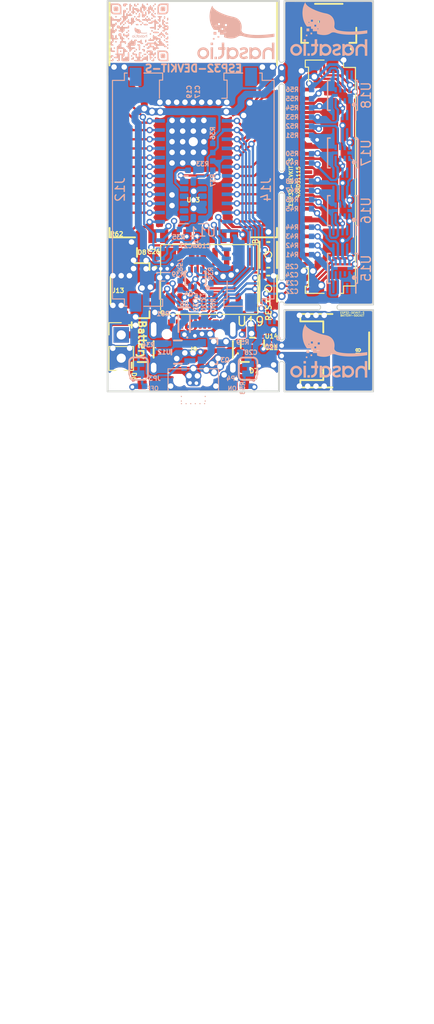
<source format=kicad_pcb>
(kicad_pcb (version 20221018) (generator pcbnew)
  (layers (0 "F.Cu" signal) (31 "B.Cu" signal) (34 "B.Paste" user) (35 "F.Paste" user) (36 "B.SilkS" user "B.Silkscreen") (37 "F.SilkS" user "F.Silkscreen") (38 "B.Mask" user) (39 "F.Mask" user) (44 "Edge.Cuts" user))
  (net 0 "")
  (net 1 "3.3V")
  (net 2 "GND")
  (net 3 "V_USB")
  (net 4 "V_BATT")
  (net 5 "VIN")
  (net 6 "/GPIO_36{slash}ADC1_0")
  (net 7 "/CH340-DTR")
  (net 8 "/~{RESET}")
  (net 9 "/CH340-RTS")
  (net 10 "/GPIO_39{slash}ADC1_3")
  (net 11 "/GPIO_34{slash}ADC1_6")
  (net 12 "/GPIO_35{slash}ADC1_7")
  (net 13 "/GPIO_32{slash}ADC1_4")
  (net 14 "/GPIO_33{slash}ADC1_5")
  (net 15 "/GPIO_25{slash}ADC2_8")
  (net 16 "/GPIO_26{slash}ADC2_9")
  (net 17 "/D+")
  (net 18 "/D-")
  (net 19 "/GPIO_27{slash}ADC2_7")
  (net 20 "/GPIO_14{slash}ADC2_6")
  (net 21 "/GPIO_12{slash}ADC2_5")
  (net 22 "/GPIO_13{slash}ADC2_4{slash}LED")
  (net 23 "/GPIO_9{slash}SHD")
  (net 24 "/GPIO_10{slash}SWP")
  (net 25 "/GPIO_11{slash}SCS")
  (net 26 "/GPIO_6{slash}SCK")
  (net 27 "/GPIO_22{slash}SCL")
  (net 28 "/GPIO_21{slash}SDA")
  (net 29 "/GPIO_23{slash}COPI")
  (net 30 "/GPIO_1{slash}TX")
  (net 31 "/GPIO_3{slash}RX")
  (net 32 "/GPIO_19{slash}CIPO")
  (net 33 "/GPIO_18{slash}SCK")
  (net 34 "/GPIO_5{slash}SD_CS")
  (net 35 "/GPIO_17{slash}TX")
  (net 36 "/GPIO_16{slash}RX")
  (net 37 "/GPIO_4{slash}ADC2_0")
  (net 38 "/GPIO_0{slash}ADC2_1{slash}QPWR")
  (net 39 "/GPIO_15{slash}ADC2_3")
  (net 40 "/GPIO_8{slash}SDI")
  (net 41 "/GPIO_7{slash}SDO")
  (net 42 "/GPIO_2{slash}ADC2_2")
  (net 43 "/A1")
  (net 44 "/A2")
  (net 45 "/A3")
  (net 46 "/A4")
  (net 47 "/A5")
  (net 48 "/A6")
  (net 49 "/A7")
  (net 50 "/A8")
  (net 51 "/A9")
  (net 52 "/A10")
  (net 53 "/A11")
  (net 54 "/A12")
  (net 55 "/A13")
  (net 56 "/A14")
  (net 57 "/A15")
  (net 58 "/A16")
  (net 59 "/EN")
  (net 60 "/V")
  (net 61 "Net-(D6-PadA)")
  (net 62 "Net-(D7-PadA)")
  (net 63 "Net-(U14-STAT)")
  (net 64 "Net-(D8-PadA)")
  (net 67 "Net-(J9-CC1)")
  (net 68 "Net-(J9-CC2)")
  (net 71 "Net-(JP3-Pad1)")
  (net 72 "Net-(JP4-Pad1)")
  (net 73 "Net-(Q4B-B)")
  (net 74 "Net-(Q4A-B)")
  (net 75 "Net-(U11-SDO{slash}ADDR)")
  (net 76 "Net-(U11-~{CS})")
  (net 77 "Net-(U14-PROG)")
  (footprint "Panelization:mouse-bite-1mm 2" (layer "F.Cu") (at 110.786735 80.86 90)
    (fp_text reference "mouse-bite-emm-slot" hide)
    (fp_text value "VAL**" hide)
  )
  (footprint "SparkFun ESP32 Thing Plus C:ESP-WROOM-32-NARROW" (layer "F.Cu") (at 101.146735 56.806954 90)
    (fp_text reference "U13")
    (fp_text value ">VALUE")
  )
  (footprint "SparkFun ESP32 Thing Plus C:LED-0603" (layer "F.Cu") (at 95.566735 83.683 90)
    (fp_text reference "D6")
    (fp_text value "RED")
  )
  (footprint "SparkFun ESP32 Thing Plus C:LED-0603" (layer "F.Cu") (at 106.736735 83.67 90)
    (fp_text reference "D7")
    (fp_text value "Yellow")
  )
  (footprint "SparkFun ESP32 Thing Plus C:0402-TIGHT" (layer "F.Cu") (at 97.07 71.26 90)
    (fp_text reference "C26")
    (fp_text value "0.1uF")
  )
  (footprint "" (layer "F.Cu") (at 93.176735 83.92)
    (fp_text reference "")
    (fp_text value "")
  )
  (footprint "SparkFun ESP32 Thing Plus C:USB-C-16P-2LAYER-PADS" (layer "F.Cu") (at 101.146032 77.615092)
    (fp_text reference "J9")
    (fp_text value "USB_C_2-LAYER_PADS")
  )
  (footprint "Panelization:mouse-bite-1mm 2" (layer "F.Cu") (at 110.786735 62.48 90)
    (fp_text reference "mouse-bite-emm-slot" hide)
    (fp_text value "VAL**" hide)
  )
  (footprint "PCM_Package_SO_AKL:SOIC-16_3.9x9.9mm_P1.27mm" (layer "F.Cu") (at 102.881735 73.095 90)
    (fp_text reference "U19")
    (fp_text value "CH340C" hide)
  )
  (footprint "" (layer "F.Cu") (at 109.126735 83.92)
    (fp_text reference "")
    (fp_text value "")
  )
  (footprint "SparkFun ESP32 Thing Plus C:0402-TIGHT" (layer "F.Cu") (at 92.866735 69.066954 180)
    (fp_text reference "R62")
    (fp_text value "1k")
  )
  (footprint "SparkFun ESP32 Thing Plus C:0402-TIGHT" (layer "F.Cu") (at 109.386735 81.72 -90)
    (fp_text reference "C21")
    (fp_text value "4.7uF")
  )
  (footprint "Panelization:mouse-bite-1mm 2" (layer "F.Cu") (at 110.79 74.36 90)
    (fp_text reference "mouse-bite-emm-slot" hide)
    (fp_text value "VAL**" hide)
  )
  (footprint "SparkFun ESP32 Thing Plus C:JST-2-SMD" (layer "F.Cu") (at 117.3217 80.86 -90)
    (fp_text reference "J8")
    (fp_text value "JST_2MM_MALE")
  )
  (footprint "SparkFun ESP32 Thing Plus C:JST04_1MM_RA" (layer "F.Cu") (at 115.92 47.655 180)
    (fp_text reference "J10")
    (fp_text value "QWIIC_RIGHT_ANGLE")
  )
  (footprint "Panelization:mouse-bite-1mm x2" (layer "F.Cu") (at 115.92 76.128654)
    (fp_text reference "mouse-bite-1mm-slot" hide)
    (fp_text value "VAL**" hide)
  )
  (footprint "SparkFun ESP32 Thing Plus C:LED-0603" (layer "F.Cu") (at 93.426735 70.146954)
    (fp_text reference "D8")
    (fp_text value "BLUE")
  )
  (footprint "Connector_FFC-FPC:Molex_200528-0200_1x20-1MP_P1.00mm_Horizontal" (layer "F.Cu") (at 114.529537 61.895247 90)
    (fp_text reference "J11" hide)
    (fp_text value "Conn_01x20")
  )
  (footprint "SparkFun ESP32 Thing Plus C:JST04_1MM_RA" (layer "F.Cu") (at 96.721735 74.306954 -90)
    (fp_text reference "J13")
    (fp_text value "QWIIC_RIGHT_ANGLE")
  )
  (footprint "Switches:TACTILE_SWITCH_SMD_2.8X1.9MM" (layer "F.Cu") (at 109.325 70.415 90)
    (fp_text reference "S4" hide)
    (fp_text value "B")
  )
  (footprint "Connector_PinHeader_2.54mm:PinHeader_1x02_P2.54mm_Vertical" (layer "F.Cu") (at 93.293265 79.134592)
    (fp_text reference "REF**" hide)
    (fp_text value "PinHeader_1x02_P2.54mm_Vertical")
  )
  (footprint "Switches:TACTILE_SWITCH_SMD_2.8X1.9MM" (layer "F.Cu") (at 109.325 74.075 -90)
    (fp_text reference "S3" hide)
    (fp_text value "RES")
  )
  (footprint "SparkFun ESP32 Thing Plus C:SOT23-5" (layer "F.Cu") (at 107.596735 80.136817)
    (fp_text reference "U14")
    (fp_text value "MCP73831")
  )
  (footprint "SparkFun ESP32 Thing Plus C:CREATIVE_COMMONS" (layer "F.Cu") (at 119.9261 153.2636)
    (fp_text reference "FRAME1" hide)
    (fp_text value "FRAME-LEDGER" hide)
  )
  (footprint "Panelization:mouse-bite-1mm 2" (layer "F.Cu") (at 110.786735 50.61 90)
    (fp_text reference "mouse-bite-emm-slot" hide)
    (fp_text value "VAL**" hide)
  )
  (footprint "SparkFun ESP32 Thing Plus C:0402-TIGHT" (layer "B.Cu") (at 113.545297 70.395247 180)
    (fp_text reference "R41")
    (fp_text value "150k")
  )
  (footprint "SparkFun ESP32 Thing Plus C:0402-TIGHT" (layer "B.Cu") (at 103.319851 77.49 90)
    (fp_text reference "R60")
    (fp_text value "5.1k")
  )
  (footprint "logo:Hasatio_logo_mini" (layer "B.Cu") (at 105.70054 46.18 180)
    (fp_text reference "G***" hide)
    (fp_text value "LOGO" hide)
  )
  (footprint "SparkFun ESP32 Thing Plus C:0402-TIGHT" (layer "B.Cu") (at 99.26 70.16 90)
    (fp_text reference "R57")
    (fp_text value "10k")
  )
  (footprint "SparkFun ESP32 Thing Plus C:0402-TIGHT" (layer "B.Cu") (at 113.545297 64.395247 180)
    (fp_text reference "R46")
    (fp_text value "150k")
  )
  (footprint "SparkFun ESP32 Thing Plus C:0402-TIGHT" (layer "B.Cu") (at 103.27 60.68 90)
    (fp_text reference "R37")
    (fp_text value "4k7")
  )
  (footprint "Silicon-Standard:QFN-10-RSE" (layer "B.Cu") (at 117.420763 53.028 90)
    (fp_text reference ">NAME" hide)
    (fp_text value ">VALUE" hide)
  )
  (footprint "Package_SO:TSSOP-10_3x3mm_P0.5mm" (layer "B.Cu") (at 117.420763 65.589 90)
    (fp_text reference "U16")
    (fp_text value "ADS1115IDGS")
  )
  (footprint "Silicon-Standard:QFN-10-RSE" (layer "B.Cu") (at 117.420763 71.88 90)
    (fp_text reference ">NAME" hide)
    (fp_text value ">VALUE" hide)
  )
  (footprint "SparkFun ESP32 Thing Plus C:0402-TIGHT" (layer "B.Cu") (at 113.545878 73.5 180)
    (fp_text reference "C23")
    (fp_text value "1.0uF")
  )
  (footprint "logo:Hasatio_logo_mini" (layer "B.Cu") (at 115.83 80.88 180)
    (fp_text reference "G***" hide)
    (fp_text value "LOGO" hide)
  )
  (footprint "logo:qr-esp32-devkit-s" (layer "B.Cu") (at 95.28 46.17 180)
    (fp_text reference "G***" hide)
    (fp_text value "LOGO" hide)
  )
  (footprint "SparkFun ESP32 Thing Plus C:0402-TIGHT" (layer "B.Cu") (at 113.545297 57.395247)
    (fp_text reference "R51")
    (fp_text value "150k")
  )
  (footprint "Package_SO:TSSOP-10_3x3mm_P0.5mm" (layer "B.Cu") (at 117.420763 53.028 90)
    (fp_text reference "U18")
    (fp_text value "ADS1115IDGS")
  )
  (footprint "SparkFun ESP32 Thing Plus C:0402-TIGHT" (layer "B.Cu") (at 95.336735 84.73 180)
    (fp_text reference "R40")
    (fp_text value "1k")
  )
  (footprint "SparkFun ESP32 Thing Plus C:0402-TIGHT" (layer "B.Cu") (at 100.51 70.62 -90)
    (fp_text reference "C27")
    (fp_text value "1.0uF")
  )
  (footprint "SparkFun ESP32 Thing Plus C:0402-TIGHT" (layer "B.Cu") (at 113.545878 72.6 180)
    (fp_text reference "C24")
    (fp_text value "1.0uF")
  )
  (footprint "Connector_FFC-FPC:Molex_200528-0200_1x20-1MP_P1.00mm_Horizontal" (layer "B.Cu") (at 96.636735 63.306954 90)
    (fp_text reference "J12")
    (fp_text value "Conn_01x20" hide)
  )
  (footprint "Package_LGA:LGA-14_3x5mm_P0.8mm_LayoutBorder1x6y" (layer "B.Cu") (at 101.146735 64.416954 180)
    (fp_text reference "U11")
    (fp_text value "ADXL345" hide)
  )
  (footprint "SparkFun ESP32 Thing Plus C:SMT-JUMPER_2_NC_TRACE_SILK" (layer "B.Cu") (at 95.18 82.8093 90)
    (fp_text reference "JP3")
    (fp_text value "JUMPER-SMT_2_NC_TRACE_SILK")
  )
  (footprint "SparkFun ESP32 Thing Plus C:DFN-8" (layer "B.Cu") (at 109.23 78.6 180)
    (fp_text reference "U20")
    (fp_text value "MAX17048")
  )
  (footprint "SparkFun ESP32 Thing Plus C:0402-TIGHT" (layer "B.Cu") (at 113.545878 74.4 180)
    (fp_text reference "C22")
    (fp_text value "1.0uF")
  )
  (footprint "SparkFun ESP32 Thing Plus C:0402-TIGHT" (layer "B.Cu") (at 101.61 54.3 90)
    (fp_text reference "C17")
    (fp_text value "1.0uF")
  )
  (footprint "SparkFun ESP32 Thing Plus C:0402-TIGHT" (layer "B.Cu") (at 113.545297 67.395247 180)
    (fp_text reference "R44")
    (fp_text value "150k")
  )
  (footprint "Package_SO:TSSOP-10_3x3mm_P0.5mm" (layer "B.Cu") (at 117.419263 59.308 90)
    (fp_text reference "U17")
    (fp_text value "ADS1115IDGS")
  )
  (footprint "SparkFun ESP32 Thing Plus C:0402-TIGHT" (layer "B.Cu") (at 106.54 78.59 -90)
    (fp_text reference "R59")
    (fp_text value "2.0k")
  )
  (footprint "SparkFun ESP32 Thing Plus C:SOT23-3" (layer "B.Cu") (at 103.076735 80.93 90)
    (fp_text reference "Q3")
    (fp_text value "DMG2305UX 20V/4.2A/52mΩ/1.4W")
  )
  (footprint "SparkFun ESP32 Thing Plus C:0402-TIGHT" (layer "B.Cu") (at 99.716735 73.73 -90)
    (fp_text reference "R39")
    (fp_text value "10k")
  )
  (footprint "SparkFun ESP32 Thing Plus C:0402-TIGHT" (layer "B.Cu") (at 113.545297 62.395247 180)
    (fp_text reference "R48")
    (fp_text value "150k")
  )
  (footprint "Button_Switch_SMD:SW_SPDT_k3-1295" (layer "B.Cu") (at 101.146735 84.077988 180)
    (fp_text reference "SW2" hide)
    (fp_text value "ON                      OFF")
  )
  (footprint "SparkFun ESP32 Thing Plus C:0402-TIGHT" (layer "B.Cu") (at 101.08 61.2)
    (fp_text reference "R33")
    (fp_text value "4k7")
  )
  (footprint "SparkFun ESP32 Thing Plus C:0402-TIGHT" (layer "B.Cu") (at 105.796735 81.05)
    (fp_text reference "C28")
    (fp_text value "0.1uF")
  )
  (footprint "Silicon-Standard:QFN-10-RSE" (layer "B.Cu") (at 117.414718 59.304893 90)
    (fp_text reference ">NAME" hide)
    (fp_text value ">VALUE" hide)
  )
  (footprint "Package_SO:TSSOP-10_3x3mm_P0.5mm" (layer "B.Cu") (at 117.420763 71.88 90)
    (fp_text reference "U15")
    (fp_text value "ADS1115IDGS")
  )
  (footprint "SparkFun ESP32 Thing Plus C:0402-TIGHT" (layer "B.Cu") (at 102.31 70.62 -90)
    (fp_text reference "C16")
    (fp_text value "1.0uF")
  )
  (footprint "SparkFun ESP32 Thing Plus C:0402-TIGHT" (layer "B.Cu") (at 101.436735 78.39 -90)
    (fp_text reference "R32")
    (fp_text value "10k")
  )
  (footprint "SparkFun ESP32 Thing Plus C:0402-TIGHT" (layer "B.Cu") (at 103.27 58.77 -90)
    (fp_text reference "R36")
    (fp_text value "4k7")
  )
  (footprint "SparkFun ESP32 Thing Plus C:0402-TIGHT" (layer "B.Cu") (at 113.545297 54.395247)
    (fp_text reference "R54")
    (fp_text value "150k")
  )
  (footprint "SparkFun ESP32 Thing Plus C:0402-TIGHT" (layer "B.Cu") (at 113.545297 60.395247)
    (fp_text reference "R49")
    (fp_text value "150k")
  )
  (footprint "SparkFun ESP32 Thing Plus C:0402-TIGHT" (layer "B.Cu") (at 113.545297 52.395247)
    (fp_text reference "R56")
    (fp_text value "150k")
  )
  (footprint "SparkFun ESP32 Thing Plus C:SC70-6" (layer "B.Cu") (at 101.386735 72.95 180)
    (fp_text reference "Q4")
    (fp_text value "MBT3904DW1T1")
  )
  (footprint "SparkFun ESP32 Thing Plus C:0402-TIGHT" (layer "B.Cu") (at 113.545297 53.395247)
    (fp_text reference "R55")
    (fp_text value "150k")
  )
  (footprint "SparkFun ESP32 Thing Plus C:0402-TIGHT" (layer "B.Cu") (at 113.545297 55.395247)
    (fp_text reference "R53")
    (fp_text value "150k")
  )
  (footprint "SparkFun ESP32 Thing Plus C:0402-TIGHT" (layer "B.Cu") (at 101.926735 76.99)
    (fp_text reference "C15")
    (fp_text value "1.0uF")
  )
  (footprint "SparkFun ESP32 Thing Plus C:0402-TIGHT" (layer "B.Cu") (at 103.056735 74.08 90)
    (fp_text reference "R38")
    (fp_text value "10k")
  )
  (footprint "SparkFun ESP32 Thing Plus C:0402-TIGHT" (layer "B.Cu") (at 113.545297 65.395247 180)
    (fp_text reference "R45")
    (fp_text value "150k")
  )
  (footprint "logo:Hasatio_logo_mini" (layer "B.Cu") (at 115.83054 45.81 180)
    (fp_text reference "G***" hide)
    (fp_text value "LOGO" hide)
  )
  (footprint "SparkFun ESP32 Thing Plus C:SOT23-5" (layer "B.Cu") (at 99.466835 81.01 -90)
    (property "Value" "")
    (fp_text reference "U12")
    (fp_text value "AP2112K-3.3" hide)
  )
  (footprint "SparkFun ESP32 Thing Plus C:0402-TIGHT" (layer "B.Cu") (at 100.7 54.3 90)
    (fp_text reference "C19")
    (fp_text value "10uF")
  )
  (footprint "Connector_FFC-FPC:Molex_200528-0200_1x20-1MP_P1.00mm_Horizontal" (layer "B.Cu") (at 105.656735 63.306954 -90)
    (fp_text reference "J14")
    (fp_text value "Conn_01x20" hide)
  )
  (footprint "SparkFun ESP32 Thing Plus C:0402-TIGHT" (layer "B.Cu") (at 100.136735 67.646954 180)
    (fp_text reference "R35")
    (fp_text value "10k")
  )
  (footprint "SparkFun ESP32 Thing Plus C:0402-TIGHT" (layer "B.Cu") (at 113.545297 59.395247)
    (fp_text reference "R50")
    (fp_text value "150k")
  )
  (footprint "SparkFun ESP32 Thing Plus C:0402-TIGHT" (layer "B.Cu") (at 113.545297 56.395247)
    (fp_text reference "R52")
    (fp_text value "150k")
  )
  (footprint "Silicon-Standard:QFN-10-RSE" (layer "B.Cu") (at 117.413678 65.584953 90)
    (fp_text reference ">NAME" hide)
    (fp_text value ">VALUE" hide)
  )
  (footprint "SparkFun ESP32 Thing Plus C:SOD-323" (layer "B.Cu") (at 100.156735 77.92 -90)
    (fp_text reference "D5")
    (fp_text value "S4 3A/10V/280mV")
  )
  (footprint "SparkFun ESP32 Thing Plus C:SMT-JUMPER_2_NC_TRACE_SILK" (layer "B.Cu") (at 107.12 82.8293 90)
    (fp_text reference "JP4")
    (fp_text value "JUMPER-SMT_2_NC_TRACE_SILK")
  )
  (footprint "SparkFun ESP32 Thing Plus C:0402-TIGHT" (layer "B.Cu") (at 113.545297 63.395247 180)
    (fp_text reference "R47")
    (fp_text value "150k")
  )
  (footprint "SparkFun ESP32 Thing Plus C:0402-TIGHT" (layer "B.Cu") (at 102.336735 78.39 90)
    (fp_text reference "C20")
    (fp_text value "4.7uF")
  )
  (footprint "SparkFun ESP32 Thing Plus C:0402-TIGHT" (layer "B.Cu") (at 106.966735 84.73)
    (fp_text reference "R58")
    (fp_text value "1k")
  )
  (footprint "SparkFun ESP32 Thing Plus C:0402-TIGHT" (layer "B.Cu") (at 113.545297 68.395247 180)
    (fp_text reference "R43")
    (fp_text value "150k")
  )
  (footprint "SparkFun ESP32 Thing Plus C:0402-TIGHT" (layer "B.Cu") (at 96.256735 80.93 180)
    (fp_text reference "R34")
    (fp_text value "10k")
  )
  (footprint "SparkFun ESP32 Thing Plus C:0402-TIGHT" (layer "B.Cu") (at 113.545878 71.7 180)
    (fp_text reference "C25")
    (fp_text value "1.0uF")
  )
  (footprint "SparkFun ESP32 Thing Plus C:0402-TIGHT" (layer "B.Cu") (at 101.41 70.62 -90)
    (fp_text reference "C18")
    (fp_text value "10uF" hide)
  )
  (footprint "SparkFun ESP32 Thing Plus C:0402-TIGHT" (layer "B.Cu") (at 98.376735 77.58)
    (fp_text reference "R61")
    (fp_text value "5.1k")
  )
  (footprint "SparkFun ESP32 Thing Plus C:0402-TIGHT" (layer "B.Cu") (at 113.545297 69.395247 180)
    (fp_text reference "R42")
    (fp_text value "150k")
  )
  (gr_line (start 117.11 76.426954) (end 120.75 76.426954) (stroke (width 0.2)) (layer "Edge.Cuts"))
  (gr_arc (start 114.73 75.826954) (mid 115.030011 76.127) (end 114.73 76.426954) (stroke (width 0.1)) (layer "Edge.Cuts"))
  (gr_arc (start 111.086735 61.01) (mid 110.786735 61.31) (end 110.486735 61.01) (stroke (width 0.1)) (layer "Edge.Cuts"))
  (gr_line (start 110.486735 82.33) (end 110.486735 85.29) (stroke (width 0.2)) (layer "Edge.Cuts"))
  (gr_arc (start 110.486735 52.08) (mid 110.786735 51.78) (end 111.086735 52.08) (stroke (width 0.1)) (layer "Edge.Cuts"))
  (gr_line (start 110.486735 42.746954) (end 91.806735 42.746954) (stroke (width 0.2)) (layer "Edge.Cuts"))
  (gr_line (start 110.486735 61.01) (end 110.486735 52.08) (stroke (width 0.2)) (layer "Edge.Cuts"))
  (gr_arc (start 110.486735 75.826954) (mid 110.786735 75.526954) (end 111.086735 75.826954) (stroke (width 0.1)) (layer "Edge.Cuts"))
  (gr_line (start 111.086735 63.95) (end 111.086735 72.89) (stroke (width 0.2)) (layer "Edge.Cuts"))
  (gr_arc (start 110.486735 82.33) (mid 110.786735 82.03) (end 111.086735 82.33) (stroke (width 0.1)) (layer "Edge.Cuts"))
  (gr_line (start 111.086735 75.826954) (end 114.73 75.826954) (stroke (width 0.2)) (layer "Edge.Cuts"))
  (gr_line (start 117.11 75.826954) (end 120.75 75.826954) (stroke (width 0.2)) (layer "Edge.Cuts"))
  (gr_line (start 111.086735 85.293689) (end 120.75 85.296735) (stroke (width 0.2)) (layer "Edge.Cuts"))
  (gr_line (start 110.486735 49.14) (end 110.486735 42.746954) (stroke (width 0.2)) (layer "Edge.Cuts"))
  (gr_arc (start 111.086735 49.14) (mid 110.786735 49.44) (end 110.486735 49.14) (stroke (width 0.1)) (layer "Edge.Cuts"))
  (gr_line (start 111.086735 85.293689) (end 111.086735 82.33) (stroke (width 0.2)) (layer "Edge.Cuts"))
  (gr_line (start 91.806735 42.746954) (end 91.806735 85.29) (stroke (width 0.2)) (layer "Edge.Cuts"))
  (gr_arc (start 111.086735 72.89) (mid 110.786735 73.19) (end 110.486735 72.89) (stroke (width 0.1)) (layer "Edge.Cuts"))
  (gr_line (start 91.806735 85.29) (end 110.486735 85.29) (stroke (width 0.1)) (layer "Edge.Cuts"))
  (gr_line (start 111.086735 76.426954) (end 114.73 76.426954) (stroke (width 0.2)) (layer "Edge.Cuts"))
  (gr_line (start 111.086735 42.746954) (end 111.086735 49.14) (stroke (width 0.2)) (layer "Edge.Cuts"))
  (gr_line (start 110.486735 75.826954) (end 110.486735 79.39) (stroke (width 0.2)) (layer "Edge.Cuts"))
  (gr_line (start 111.086735 52.08) (end 111.086735 61.01) (stroke (width 0.2)) (layer "Edge.Cuts"))
  (gr_arc (start 111.086735 79.39) (mid 110.786735 79.69) (end 110.486735 79.39) (stroke (width 0.1)) (layer "Edge.Cuts"))
  (gr_line (start 120.75 75.826954) (end 120.75 42.746954) (stroke (width 0.2)) (layer "Edge.Cuts"))
  (gr_arc (start 110.486735 63.95) (mid 110.786735 63.65) (end 111.086735 63.95) (stroke (width 0.1)) (layer "Edge.Cuts"))
  (gr_line (start 91.806735 85.29) (end 110.486735 85.29) (stroke (width 0.2)) (layer "Edge.Cuts"))
  (gr_line (start 120.75 42.746954) (end 111.086735 42.746954) (stroke (width 0.2)) (layer "Edge.Cuts"))
  (gr_arc (start 117.11 76.426954) (mid 116.810011 76.127) (end 117.11 75.826954) (stroke (width 0.1)) (layer "Edge.Cuts"))
  (gr_line (start 110.486735 63.95) (end 110.486735 72.89) (stroke (width 0.2)) (layer "Edge.Cuts"))
  (gr_line (start 120.75 76.426954) (end 120.75 85.296735) (stroke (width 0.2)) (layer "Edge.Cuts"))
  (gr_line (start 111.086735 76.426954) (end 111.086735 79.39) (stroke (width 0.2)) (layer "Edge.Cuts"))
  (gr_text "ESP32-DEVKIT-S" (at 101.17 50.09) (layer "B.SilkS") (effects (font (size 0.8 0.8) (thickness 0.2) bold) (justify mirror)))
  (gr_text "-" (at 94.38 82.45 90) (layer "F.SilkS") (effects (font (size 0.8 0.8) (thickness 0.2) bold)))
  (gr_text "ESP32-DEVKIT-S" (at 118.486735 76.726954) (layer "F.SilkS") (effects (font (size 0.2 0.2) (thickness 0.05) bold)))
  (gr_text "BATTERY-SOCKET" (at 118.486735 77.026954) (layer "F.SilkS") (effects (font (size 0.2 0.2) (thickness 0.05) bold)))
  (gr_text "Battery" (at 95.566735 79.68 270) (layer "F.SilkS") (effects (font (size 0.8 0.8) (thickness 0.2) bold)))
  (gr_text "4XADS1115" (at 112.60001 62.478293 90) (layer "F.SilkS") (effects (font (size 0.4 0.4) (thickness 0.1) bold)))
  (gr_text "+" (at 94.38 78.06 90) (layer "F.SilkS") (effects (font (size 0.8 0.8) (thickness 0.2) bold)))
  (gr_text "ESP32-DEVKIT-S" (at 111.8 62.48 90) (layer "F.SilkS") (effects (font (size 0.4 0.4) (thickness 0.1) bold)))
  (segment (start 110.786735 50.05) (end 111.21 50.05) (width 0.762) (layer "F.Cu") (net 1))
  (segment (start 117.596412 64.736808) (end 117.596412 64.238094) (width 0.25) (layer "F.Cu") (net 1))
  (segment (start 97.737245 72.05845) (end 99.191131 72.05845) (width 0.508) (layer "F.Cu") (net 1))
  (segment (start 118.409873 61.534927) (end 118.382473 61.507527) (width 0.25) (layer "F.Cu") (net 1))
  (segment (start 114.1852 72.320458) (end 114.1852 72.171749) (width 0.508) (layer "F.Cu") (net 1))
  (segment (start 117.233731 65.823731) (end 117.233731 61.906269) (width 0.3048) (layer "F.Cu") (net 1))
  (segment (start 98.898735 70.95) (end 98.898735 71.72453) (width 0.762) (layer "F.Cu") (net 1))
  (segment (start 97.906735 70.02) (end 97.910781 70.015954) (width 0.762) (layer "F.Cu") (net 1))
  (segment (start 111.21 50.05) (end 111.36 49.9) (width 0.762) (layer "F.Cu") (net 1))
  (segment (start 117.569774 58.467623) (end 117.569774 57.946209) (width 0.3048) (layer "F.Cu") (net 1))
  (segment (start 96.4615 73.930452) (end 95.666014 73.930452) (width 0.762) (layer "F.Cu") (net 1))
  (segment (start 98.44 70.19) (end 98.44 70.815) (width 0.762) (layer "F.Cu") (net 1))
  (segment (start 117.95 66.837875) (end 117.95 65.58) (width 0.25) (layer "F.Cu") (net 1))
  (segment (start 115.233581 51.628647) (end 114.852467 51.247533) (width 0.3048) (layer "F.Cu") (net 1))
  (segment (start 96.004735 71.03) (end 96.867235 71.8925) (width 0.762) (layer "F.Cu") (net 1))
  (segment (start 110.86 51.17) (end 111.700735 52.010735) (width 0.508) (layer "F.Cu") (net 1))
  (segment (start 110.786735 51.17) (end 111.036526 51.17) (width 0.762) (layer "F.Cu") (net 1))
  (segment (start 98.72 70.95) (end 98.72 70.015954) (width 0.762) (layer "F.Cu") (net 1))
  (segment (start 117.597345 45.262947) (end 116.858053 45.262947) (width 0.3048) (layer "F.Cu") (net 1))
  (segment (start 97.906735 70.43) (end 97.906735 71.285265) (width 0.762) (layer "F.Cu") (net 1))
  (segment (start 112.85001 45.361) (end 116.76 45.361) (width 0.508) (layer "F.Cu") (net 1))
  (segment (start 111.526224 51.659698) (end 111.526224 51.741338) (width 0.762) (layer "F.Cu") (net 1))
  (segment (start 112.103537 49.543537) (end 112.06 49.5) (width 0.508) (layer "F.Cu") (net 1))
  (segment (start 118.52084 72.053472) (end 119.02121 72.053472) (width 0.254) (layer "F.Cu") (net 1))
  (segment (start 97.910781 70.015954) (end 98.892689 70.015954) (width 0.762) (layer "F.Cu") (net 1))
  (segment (start 98.72 71.585198) (end 98.72 70.055473) (width 0.762) (layer "F.Cu") (net 1))
  (segment (start 110.786735 51.17) (end 111.211734 50.745001) (width 0.762) (layer "F.Cu") (net 1))
  (segment (start 96.005207 71.93195) (end 98.587875 71.93195) (width 0.762) (layer "F.Cu") (net 1))
  (segment (start 116.847537 75.473247) (end 117.049537 75.473247) (width 0.25) (layer "F.Cu") (net 1))
  (segment (start 112.103537 71.478293) (end 112.103537 72.291801) (width 0.508) (layer "F.Cu") (net 1))
  (segment (start 102.246735 75.114053) (end 99.229708 72.097027) (width 0.508) (layer "F.Cu") (net 1))
  (segment (start 115.125537 75.447247) (end 115.099537 75.473247) (width 0.25) (layer "F.Cu") (net 1))
  (segment (start 113.502909 73.002749) (end 114.1852 72.320458) (width 0.508) (layer "F.Cu") (net 1))
  (segment (start 98.72 70.055473) (end 98.44 70.055473) (width 0.762) (layer "F.Cu") (net 1))
  (segment (start 117.343537 75.447247) (end 115.125537 75.447247) (width 0.25) (layer "F.Cu") (net 1))
  (segment (start 95.666014 73.930452) (end 95.562276 74.03419) (width 0.762) (layer "F.Cu") (net 1))
  (segment (start 118.409873 63.424633) (end 118.409873 61.534927) (width 0.25) (layer "F.Cu") (net 1))
  (segment (start 111.022316 50.05) (end 111.593546 49.47877) (width 0.762) (layer "F.Cu") (net 1))
  (segment (start 110.786735 51.17) (end 110.86 51.17) (width 0.508) (layer "F.Cu") (net 1))
  (segment (start 116.201057 70.411057) (end 115.93 70.14) (width 0.25) (layer "F.Cu") (net 1))
  (segment (start 112.103537 52.78) (end 112.103537 49.543537) (width 0.508) (layer "F.Cu") (net 1))
  (segment (start 97.603295 71.9245) (end 97.906735 71.62106) (width 0.762) (layer "F.Cu") (net 1))
  (segment (start 97.751 71.441) (end 97.432 71.76) (width 0.762) (layer "F.Cu") (net 1))
  (segment (start 114.852467 51.247533) (end 114.44 50.835066) (width 0.3048) (layer "F.Cu") (net 1))
  (segment (start 118.411501 67.65) (end 118.411501 69.800383) (width 0.25) (layer "F.Cu") (net 1))
  (segment (start 111.211734 50.745001) (end 111.241091 50.745001) (width 0.762) (layer "F.Cu") (net 1))
  (segment (start 93.854735 51.646954) (end 92.908735 51.646954) (width 0.762) (layer "F.Cu") (net 1))
  (segment (start 98.44 70.055473) (end 98.44 70.66) (width 0.762) (layer "F.Cu") (net 1))
  (segment (start 95.855937 54.540917) (end 96.002889 54.540917) (width 0.762) (layer "F.Cu") (net 1))
  (segment (start 114.351678 50.996269) (end 114.601203 50.996269) (width 0.3048) (layer "F.Cu") (net 1))
  (segment (start 112.103537 52.78) (end 112.103537 65.127558) (width 0.508) (layer "F.Cu") (net 1))
  (segment (start 110.786735 51.19) (end 110.986197 51.19) (width 0.762) (layer "F.Cu") (net 1))
  (segment (start 98.44 71.305198) (end 98.72 71.585198) (width 0.762) (layer "F.Cu") (net 1))
  (segment (start 117.545145 45.315147) (end 117.036745 45.315147) (width 0.3048) (layer "F.Cu") (net 1))
  (segment (start 95.800087 54.485067) (end 95.855937 54.540917) (width 0.762) (layer "F.Cu") (net 1))
  (segment (start 118.842629 72.941247) (end 118.859675 72.958293) (width 0.254) (layer "F.Cu") (net 1))
  (segment (start 117.233731 61.906269) (end 117.233731 61.896269) (width 0.3048) (layer "F.Cu") (net 1))
  (segment (start 97.21 71.8925) (end 98.412698 71.8925) (width 0.762) (layer "F.Cu") (net 1))
  (segment (start 99.191131 72.05845) (end 99.229708 72.097027) (width 0.508) (layer "F.Cu") (net 1))
  (segment (start 96.598237 73.930452) (end 96.721735 73.806954) (width 0.762) (layer "F.Cu") (net 1))
  (segment (start 112.814485 73.002749) (end 113.502909 73.002749) (width 0.508) (layer "F.Cu") (net 1))
  (segment (start 96.005207 71.93195) (end 97.51405 71.93195) (width 0.762) (layer "F.Cu") (net 1))
  (segment (start 117.952763 66.840638) (end 117.95 66.837875) (width 0.25) (layer "F.Cu") (net 1))
  (segment (start 97.432 71.76) (end 97.07 71.76) (width 0.762) (layer "F.Cu") (net 1))
  (segment (start 112.242717 45.361) (end 112.85001 45.361) (width 0.508) (layer "F.Cu") (net 1))
  (segment (start 98.72 71.903265) (end 98.72 71.585198) (width 0.508) (layer "F.Cu") (net 1))
  (segment (start 112.103537 72.291801) (end 112.814485 73.002749) (width 0.508) (layer "F.Cu") (net 1))
  (segment (start 97.906735 70.015954) (end 97.906735 70.43) (width 0.762) (layer "F.Cu") (net 1))
  (segment (start 115.133669 52.18982) (end 114.936925 51.993075) (width 0.3048) (layer "F.Cu") (net 1))
  (segment (start 98.72 71.585198) (end 98.72 70.95) (width 0.762) (layer "F.Cu") (net 1))
  (segment (start 116.591358 52.18982) (end 116.799949 52.398411) (width 0.3048) (layer "F.Cu") (net 1))
  (segment (start 118.026745 45.315147) (end 117.258345 45.315147) (width 0.3048) (layer "F.Cu") (net 1))
  (segment (start 115.093037 73.325834) (end 116.590399 71.828472) (width 0.254) (layer "F.Cu") (net 1))
  (segment (start 96.650232 54.806954) (end 97.546735 54.806954) (width 0.3048) (layer "F.Cu") (net 1))
  (segment (start 117.233731 61.896269) (end 117.47 61.66) (width 0.3048) (layer "F.Cu") (net 1))
  (segment (start 98.72 71.715553) (end 98.72 71.585198) (width 0.762) (layer "F.Cu") (net 1))
  (segment (start 117.96 55.208759) (end 117.426965 55.741794) (width 0.254) (layer "F.Cu") (net 1))
  (segment (start 96.732288 71.757553) (end 97.688447 71.757553) (width 0.762) (layer "F.Cu") (net 1))
  (segment (start 97.603295 71.9245) (end 97.737245 72.05845) (width 0.508) (layer "F.Cu") (net 1))
  (segment (start 98.72 70.95) (end 98.898735 70.95) (width 0.762) (layer "F.Cu") (net 1))
  (segment (start 97.546735 54.806954) (end 97.543238 54.803457) (width 0.508) (layer "F.Cu") (net 1))
  (segment (start 96.721735 73.806954) (end 95.789512 73.806954) (width 0.762) (layer "F.Cu") (net 1))
  (segment (start 97.688447 71.757553) (end 97.898 71.548) (width 0.762) (layer "F.Cu") (net 1))
  (segment (start 93.386735 51.646954) (end 92.908735 51.646954) (width 0.508) (layer "F.Cu") (net 1))
  (segment (start 117.98 59.55) (end 117.67 59.24) (width 0.3048) (layer "F.Cu") (net 1))
  (segment (start 98.412698 71.8925) (end 98.72 71.585198) (width 0.762) (layer "F.Cu") (net 1))
  (segment (start 97.906735 70.43) (end 97.906735 70.02) (width 0.762) (layer "F.Cu") (net 1))
  (segment (start 111.593546 49.47877) (end 111.593546 49.293692) (width 0.762) (layer "F.Cu") (net 1))
  (segment (start 116.858053 45.262947) (end 116.76 45.361) (width 0.3048) (layer "F.Cu") (net 1))
  (segment (start 98.898735 70.022) (end 98.898735 71.72453) (width 0.762) (layer "F.Cu") (net 1))
  (segment (start 96.268926 54.806954) (end 97.546735 54.806954) (width 0.762) (layer "F.Cu") (net 1))
  (segment (start 96.004735 71.03) (end 96.005207 71.030472) (width 0.762) (layer "F.Cu") (net 1))
  (segment (start 95.800087 53.592306) (end 93.854735 51.646954) (width 0.762) (layer "F.Cu") (net 1))
  (segment (start 112.103537 52.288293) (end 112.103537 51.687157) (width 0.508) (layer "F.Cu") (net 1))
  (segment (start 118.026745 45.315147) (end 118.530562 45.315147) (width 0.3048) (layer "F.Cu") (net 1))
  (segment (start 114.936925 51.993075) (end 113.703849 50.76) (width 0.3048) (layer "F.Cu") (net 1))
  (segment (start 119.267341 71.807341) (end 119.64 71.434682) (width 0.254) (layer "F.Cu") (net 1))
  (segment (start 98.898735 70.95) (end 99.025735 71.077) (width 0.508) (layer "F.Cu") (net 1))
  (segment (start 96.044657 71.8925) (end 97.21 71.8925) (width 0.762) (layer "F.Cu") (net 1))
  (segment (start 96.005207 71.93195) (end 96.044657 71.8925) (width 0.762) (layer "F.Cu") (net 1))
  (segment (start 117.596412 64.238094) (end 118.409873 63.424633) (width 0.25) (layer "F.Cu") (net 1))
  (segment (start 117.95 67.757853) (end 117.952763 67.75509) (width 0.25) (layer "F.Cu") (net 1))
  (segment (start 117.856745 45.315147) (end 117.908945 45.262947) (width 0.3048) (layer "F.Cu") (net 1))
  (segment (start 116.51687 51.628647) (end 115.233581 51.628647) (width 0.3048) (layer "F.Cu") (net 1))
  (segment (start 119.02121 72.053472) (end 119.267341 71.807341) (width 0.254) (layer "F.Cu") (net 1))
  (segment (start 98.898735 71.72453) (end 98.693265 71.93) (width 0.762) (layer "F.Cu") (net 1))
  (segment (start 98.44 71.435554) (end 98.44 70.79) (width 0.762) (layer "F.Cu") (net 1))
  (segment (start 96.005207 71.030472) (end 96.005207 71.93195) (width 0.762) (layer "F.Cu") (net 1))
  (segment (start 117.908945 45.262947) (end 118.496745 45.262947) (width 0.3048) (layer "F.Cu") (net 1))
  (segment (start 118.496745 45.262947) (end 117.597345 45.262947) (width 0.3048) (layer "F.Cu") (net 1))
  (segment (start 117.98 61.16) (end 117.98 59.55) (width 0.3048) (layer "F.Cu") (net 1))
  (segment (start 117.96 53.088411) (end 117.96 55.208759) (width 0.254) (layer "F.Cu") (net 1))
  (segment (start 115.093037 73.406963) (end 115.558753 72.941247) (width 0.254) (layer "F.Cu") (net 1))
  (segment (start 99.035947 71.903265) (end 98.72 71.903265) (width 0.508) (layer "F.Cu") (net 1))
  (segment (start 118.382473 59.280322) (end 117.569774 58.467623) (width 0.3048) (layer "F.Cu") (net 1))
  (segment (start 110.786735 50.05) (end 111.022316 50.05) (width 0.762) (layer "F.Cu") (net 1))
  (segment (start 115.68385 52.74) (end 116.1 52.74) (width 0.3048) (layer "F.Cu") (net 1))
  (segment (start 110.786735 50.05) (end 110.786735 50.346735) (width 0.762) (layer "F.Cu") (net 1))
  (segment (start 98.44 71.518216) (end 98.44 70.79) (width 0.762) (layer "F.Cu") (net 1))
  (segment (start 110.786735 51.17) (end 110.786735 50.05) (width 0.762) (layer "F.Cu") (net 1))
  (segment (start 98.72 70.015954) (end 98.436735 70.015954) (width 0.762) (layer "F.Cu") (net 1))
  (segment (start 116.591358 52.18982) (end 115.133669 52.18982) (width 0.3048) (layer "F.Cu") (net 1))
  (segment (start 96.373128 73.930452) (end 96.24963 73.806954) (width 0.25) (layer "F.Cu") (net 1))
  (segment (start 98.44 70.8) (end 98.44 71.305198) (width 0.762) (layer "F.Cu") (net 1))
  (segment (start 118.382473 61.507527) (end 118.382473 59.280322) (width 0.3048) (layer "F.Cu") (net 1))
  (segment (start 119.64 71.434682) (end 119.64 71.27) (width 0.254) (layer "F.Cu") (net 1))
  (segment (start 119.754664 45.262947) (end 119.77001 45.278293) (width 0.3048) (layer "F.Cu") (net 1))
  (segment (start 115.093037 73.781919) (end 115.093037 73.325834) (width 0.254) (layer "F.Cu") (net 1))
  (segment (start 117.569774 57.946209) (end 118.382473 57.13351) (width 0.3048) (layer "F.Cu") (net 1))
  (segment (start 117.952763 67.75509) (end 117.952763 66.840638) (width 0.25) (layer "F.Cu") (net 1))
  (segment (start 98.898735 71.72453) (end 98.72 71.903265) (width 0.762) (layer "F.Cu") (net 1))
  (segment (start 118.411501 67.65) (end 118.411501 65.551897) (width 0.25) (layer "F.Cu") (net 1))
  (segment (start 119.454445 45.262947) (end 119.486745 45.295247) (width 0.3048) (layer "F.Cu") (net 1))
  (segment (start 112.103537 51.687157) (end 111.908091 51.491711) (width 0.508) (layer "F.Cu") (net 1))
  (segment (start 96.004735 71.03) (end 96.732288 71.757553) (width 0.762) (layer "F.Cu") (net 1))
  (segment (start 97.543238 54.803457) (end 96.444328 54.803457) (width 0.508) (layer "F.Cu") (net 1))
  (segment (start 116.76 45.361) (end 117.009292 45.361) (width 0.508) (layer "F.Cu") (net 1))
  (segment (start 95.800087 54.485067) (end 95.800087 53.592306) (width 0.762) (layer "F.Cu") (net 1))
  (segment (start 119.11001 45.262947) (end 119.754664 45.262947) (width 0.3048) (layer "F.Cu") (net 1))
  (segment (start 117.95 65.58) (end 117.82 65.45) (width 0.25) (layer "F.Cu") (net 1))
  (segment (start 96.004735 71.931478) (end 96.004735 71.03) (width 0.762) (layer "F.Cu") (net 1))
  (segment (start 116.42 47.13061) (end 116.42 47.655) (width 0.3048) (layer "F.Cu") (net 1))
  (segment (start 97.906735 71.62106) (end 97.906735 70.43) (width 0.762) (layer "F.Cu") (net 1))
  (segment (start 96.4615 73.930452) (end 96.598237 73.930452) (width 0.762) (layer "F.Cu") (net 1))
  (segment (start 111.700735 52.010735) (end 111.700735 52.29) (width 0.508) (layer "F.Cu") (net 1))
  (segment (start 114.44 50.835066) (end 114.44 50.52) (width 0.3048) (layer "F.Cu") (net 1))
  (segment (start 118.382473 57.13351) (end 118.382473 53.49425) (width 0.3048) (layer "F.Cu") (net 1))
  (segment (start 117.47 66.06) (end 117.233731 65.823731) (width 0.3048) (layer "F.Cu") (net 1))
  (segment (start 117.369537 75.473247) (end 117.343537 75.447247) (width 0.25) (layer "F.Cu") (net 1))
  (segment (start 118.496745 45.262947) (end 119.11001 45.262947) (width 0.3048) (layer "F.Cu") (net 1))
  (segment (start 95.789512 73.806954) (end 95.562276 74.03419) (width 0.762) (layer "F.Cu") (net 1))
  (segment (start 111.036526 51.17) (end 111.526224 51.659698) (width 0.762) (layer "F.Cu") (net 1))
  (segment (start 119.11001 45.262947) (end 119.454445 45.262947) (width 0.3048) (layer "F.Cu") (net 1))
  (segment (start 116.590399 71.828472) (end 118.29584 71.828472) (width 0.254) (layer "F.Cu") (net 1))
  (segment (start 118.382473 53.49425) (end 116.51687 51.628647) (width 0.3048) (layer "F.Cu") (net 1))
  (segment (start 96.005207 71.93195) (end 96.004735 71.931478) (width 0.762) (layer "F.Cu") (net 1))
  (segment (start 97.51405 71.93195) (end 98.44 71.006) (width 0.762) (layer "F.Cu") (net 1))
  (segment (start 117.597345 45.262947) (end 117.545145 45.315147) (width 0.3048) (layer "F.Cu") (net 1))
  (segment (start 119.267341 71.807341) (end 119.352931 71.721751) (width 0.254) (layer "F.Cu") (net 1))
  (segment (start 112.85001 45.361) (end 111.972717 45.361) (width 0.508) (layer "F.Cu") (net 1))
  (segment (start 118.411501 69.800383) (end 117.800827 70.411057) (width 0.25) (layer "F.Cu") (net 1))
  (segment (start 99.025735 71.893054) (end 99.229708 72.097027) (width 0.508) (layer "F.Cu") (net 1))
  (segment (start 115.099537 75.473247) (end 116.847537 75.473247) (width 0.25) (layer "F.Cu") (net 1))
  (segment (start 118.026745 45.315147) (end 117.856745 45.315147) (width 0.3048) (layer "F.Cu") (net 1))
  (segment (start 96.867235 71.8925) (end 97.21 71.8925) (width 0.762) (layer "F.Cu") (net 1))
  (segment (start 96.002889 54.540917) (end 96.268926 54.806954) (width 0.762) (layer "F.Cu") (net 1))
  (segment (start 112.103537 52.288293) (end 112.103537 52.78) (width 0.508) (layer "F.Cu") (net 1))
  (segment (start 117.800827 70.411057) (end 116.201057 70.411057) (width 0.25) (layer "F.Cu") (net 1))
  (segment (start 114.601203 50.996269) (end 114.852467 51.247533) (width 0.3048) (layer "F.Cu") (net 1))
  (segment (start 118.411501 67.858499) (end 118.411501 67.65) (width 0.25) (layer "F.Cu") (net 1))
  (segment (start 99.229708 72.097027) (end 99.035947 71.903265) (width 0.508) (layer "F.Cu") (net 1))
  (segment (start 114.936925 51.993075) (end 115.68385 52.74) (width 0.3048) (layer "F.Cu") (net 1))
  (segment (start 118.29584 71.828472) (end 118.52084 72.053472) (width 0.254) (layer "F.Cu") (net 1))
  (segment (start 97.595845 71.93195) (end 96.005207 71.93195) (width 0.762) (layer "F.Cu") (net 1))
  (segment (start 118.411501 65.551897) (end 117.596412 64.736808) (width 0.25) (layer "F.Cu") (net 1))
  (segment (start 112.103537 65.127558) (end 112.103537 71.478293) (width 0.508) (layer "F.Cu") (net 1))
  (segment (start 96.646735 54.803457) (end 96.650232 54.806954) (width 0.3048) (layer "F.Cu") (net 1))
  (segment (start 97.906735 71.285265) (end 97.751 71.441) (width 0.762) (layer "F.Cu") (net 1))
  (segment (start 98.693265 71.93) (end 98.396735 71.93) (width 0.762) (layer "F.Cu") (net 1))
  (segment (start 97.603295 71.9245) (end 97.595845 71.93195) (width 0.762) (layer "F.Cu") (net 1))
  (segment (start 98.44 71.006) (end 98.44 70.66) (width 0.762) (layer "F.Cu") (net 1))
  (segment (start 115.558753 72.941247) (end 118.842629 72.941247) (width 0.254) (layer "F.Cu") (net 1))
  (segment (start 115.093037 73.781919) (end 115.093037 73.406963) (width 0.254) (layer "F.Cu") (net 1))
  (segment (start 99.025735 71.077) (end 99.025735 71.893054) (width 0.508) (layer "F.Cu") (net 1))
  (segment (start 98.892689 70.015954) (end 98.898735 70.022) (width 0.762) (layer "F.Cu") (net 1))
  (segment (start 110.786735 51.19) (end 111.011537 51.19) (width 0.762) (layer "F.Cu") (net 1))
  (segment (start 102.246735 75.57) (end 102.246735 75.114053) (width 0.508) (layer "F.Cu") (net 1))
  (segment (start 96.4615 73.930452) (end 96.373128 73.930452) (width 0.25) (layer "F.Cu") (net 1))
  (via (at 104.746735 54.806954) (size 0.9) (drill 0.6) (layers "F.Cu" "B.Cu") (net 1))
  (via (at 117.431331 62.582011) (size 0.7) (drill 0.4) (layers "F.Cu" "B.Cu") (net 1))
  (via (at 96.646735 54.803457) (size 0.9) (drill 0.6) (layers "F.Cu" "B.Cu") (net 1))
  (via (at 95.800087 54.485067) (size 0.9) (drill 0.6) (layers "F.Cu" "B.Cu") (net 1))
  (via (at 96.004735 71.03) (size 0.9) (drill 0.6) (layers "F.Cu" "B.Cu") (net 1))
  (via (at 118.186501 66.733757) (size 0.7) (drill 0.4) (layers "F.Cu" "B.Cu") (net 1))
  (via (at 97.546735 54.806954) (size 0.9) (drill 0.6) (layers "F.Cu" "B.Cu") (net 1))
  (via (at 97.603295 71.9245) (size 0.7) (drill 0.4) (layers "F.Cu" "B.Cu") (net 1))
  (via (at 117.417413 68.853092) (size 0.7) (drill 0.4) (layers "F.Cu" "B.Cu") (net 1))
  (via (at 96.851887 71.905515) (size 0.8) (drill 0.5) (layers "F.Cu" "B.Cu") (net 1))
  (via (at 96.005207 71.93195) (size 0.9) (drill 0.6) (layers "F.Cu" "B.Cu") (net 1))
  (via (at 115.093037 73.749919) (size 0.9) (drill 0.6) (layers "F.Cu" "B.Cu") (net 1))
  (via (at 114.1852 72.171749) (size 0.9) (drill 0.6) (layers "F.Cu" "B.Cu") (net 1))
  (via (at 114.351678 50.996269) (size 0.9) (drill 0.6) (layers "F.Cu" "B.Cu") (net 1))
  (via (at 117.426965 56.304446) (size 0.7) (drill 0.4) (layers "F.Cu" "B.Cu") (net 1))
  (via (at 95.562276 74.03419) (size 0.9) (drill 0.6) (layers "F.Cu" "B.Cu") (net 1))
  (via (at 98.306112 71.9245) (size 0.7) (drill 0.4) (layers "F.Cu" "B.Cu") (net 1))
  (via (at 98.836735 71.47) (size 0.7) (drill 0.4) (layers "F.Cu" "B.Cu") (net 1))
  (via (at 96.4615 73.930452) (size 0.9) (drill 0.6) (layers "F.Cu" "B.Cu") (net 1))
  (segment (start 114.042802 74.396924) (end 114.045878 74.4) (width 0.508) (layer "B.Cu") (net 1))
  (segment (start 117.420763 50.87) (end 117.420763 50.228407) (width 0.25) (layer "B.Cu") (net 1))
  (segment (start 113.184032 52.226947) (end 113.184032 52.396947) (width 0.3048) (layer "B.Cu") (net 1))
  (segment (start 97.546735 54.806954) (end 96.401735 54.806954) (width 0.3048) (layer "B.Cu") (net 1))
  (segment (start 98.412198 71.893) (end 97.037 71.893) (width 0.762) (layer "B.Cu") (net 1))
  (segment (start 102.735 70.215) (end 102.6 70.08) (width 0.762) (layer "B.Cu") (net 1))
  (segment (start 96.755 72.175) (end 96.16 72.77) (width 0.762) (layer "B.Cu") (net 1))
  (segment (start 101.056327 67.272954) (end 101.520735 67.272954) (width 0.508) (layer "B.Cu") (net 1))
  (segment (start 110.786735 50.920209) (end 110.786735 50.05) (width 0.762) (layer "B.Cu") (net 1))
  (segment (start 95.633643 80.093092) (end 95.356735 80.37) (width 0.254) (layer "B.Cu") (net 1))
  (segment (start 114.351678 50.996269) (end 114.694531 50.996269) (width 0.3048) (layer "B.Cu") (net 1))
  (segment (start 95.712246 70.737511) (end 95.712246 73.47) (width 0.762) (layer "B.Cu") (net 1))
  (segment (start 103.002735 63.58) (end 103.002735 62.212735) (width 0.508) (layer "B.Cu") (net 1))
  (segment (start 103.135 70.615) (end 102.841 70.321) (width 0.762) (layer "B.Cu") (net 1))
  (segment (start 98.202992 80.093092) (end 97.286735 80.093092) (width 0.762) (layer "B.Cu") (net 1))
  (segment (start 114.042802 71.828293) (end 114.042802 74.396924) (width 0.508) (layer "B.Cu") (net 1))
  (segment (start 117.663638 58.529487) (end 117.569774 58.435623) (width 0.3048) (layer "B.Cu") (net 1))
  (segment (start 103.27 61.18) (end 103.27 61.483158) (width 0.25) (layer "B.Cu") (net 1))
  (segment (start 96.004735 71.219933) (end 96.004735 71.17) (width 0.762) (layer "B.Cu") (net 1))
  (segment (start 110.786735 51.17) (end 110.536944 51.17) (width 0.762) (layer "B.Cu") (net 1))
  (segment (start 114.083802 50.996269) (end 114.078588 50.991055) (width 0.508) (layer "B.Cu") (net 1))
  (segment (start 95.156735 67.33903) (end 95.156735 56.121555) (width 0.762) (layer "B.Cu") (net 1))
  (segment (start 101.88 66.91) (end 101.842003 66.947997) (width 0.508) (layer "B.Cu") (net 1))
  (segment (start 102.146735 66.646954) (end 101.646735 67.146954) (width 0.508) (layer "B.Cu") (net 1))
  (segment (start 117.420763 50.878) (end 117.420763 50.268509) (width 0.3048) (layer "B.Cu") (net 1))
  (segment (start 96.005207 71.93195) (end 96.044157 71.893) (width 0.762) (layer "B.Cu") (net 1))
  (segment (start 114.351678 50.996269) (end 114.083802 50.996269) (width 0.508) (layer "B.Cu") (net 1))
  (segment (start 95.156735 56.121555) (end 94.789493 55.754313) (width 0.762) (layer "B.Cu") (net 1))
  (segment (start 96.825452 71.93195) (end 96.851887 71.905515) (width 0.762) (layer "B.Cu") (net 1))
  (segment (start 95.712246 74.102246) (end 95.91 74.3) (width 0.762) (layer "B.Cu") (net 1))
  (segment (start 117.420763 50.87) (end 117.420763 51.845827) (width 0.25) (layer "B.Cu") (net 1))
  (segment (start 96.677802 71.893) (end 96.004735 71.219933) (width 0.762) (layer "B.Cu") (net 1))
  (segment (start 117.420763 51.845827) (end 117.669683 52.094747) (width 0.25) (layer "B.Cu") (net 1))
  (segment (start 101.994708 70.06) (end 102.016208 70.0815) (width 0.762) (layer "B.Cu") (net 1))
  (segment (start 98.72 71.585198) (end 98.412198 71.893) (width 0.762) (layer "B.Cu") (net 1))
  (segment (start 114.042802 72.314147) (end 114.1852 72.171749) (width 0.508) (layer "B.Cu") (net 1))
  (segment (start 102.270918 66.52277) (end 101.981844 66.811844) (width 0.508) (layer "B.Cu") (net 1))
  (segment (start 103.27 61.18) (end 103.27 61.532054) (width 0.25) (layer "B.Cu") (net 1))
  (segment (start 101.842682 67.146954) (end 101.646735 67.146954) (width 0.508) (layer "B.Cu") (net 1))
  (segment (start 101.646735 67.146954) (end 101.444735 67.348954) (width 0.508) (layer "B.Cu") (net 1))
  (segment (start 103.002735 65.986901) (end 103.002735 63.58) (width 0.508) (layer "B.Cu") (net 1))
  (segment (start 101.842003 66.947997) (end 101.842003 67.556561) (width 0.508) (layer "B.Cu") (net 1))
  (segment (start 117.569774 58.188011) (end 117.419263 58.0375) (width 0.3048) (layer "B.Cu") (net 1))
  (segment (start 95.81 78.29) (end 95.81 79.514) (width 0.762) (layer "B.Cu") (net 1))
  (segment (start 94.789493 55.043521) (end 95.292097 54.540917) (width 0.762) (layer "B.Cu") (net 1))
  (segment (start 103.002735 62.212735) (end 102.92 62.13) (width 0.508) (layer "B.Cu") (net 1))
  (segment (start 95.379728 80.347007) (end 95.686735 80.347007) (width 0.254) (layer "B.Cu") (net 1))
  (segment (start 116.823854 49.6716) (end 116.0192 49.6716) (width 0.3048) (layer "B.Cu") (net 1))
  (segment (start 103.27 61.532054) (end 103.105419 61.696635) (width 0.25) (layer "B.Cu") (net 1))
  (segment (start 101.981844 66.811844) (end 101.865735 66.927953) (width 0.508) (layer "B.Cu") (net 1))
  (segment (start 96.044157 71.893) (end 98.412198 71.893) (width 0.762) (layer "B.Cu") (net 1))
  (segment (start 95.712246 73.88422) (end 95.712246 73.47) (width 0.762) (layer "B.Cu") (net 1))
  (segment (start 102.336204 62.416954) (end 102.146735 62.416954) (width 0.25) (layer "B.Cu") (net 1))
  (segment (start 95.356735 80.37) (end 95.556735 80.17) (width 0.254) (layer "B.Cu") (net 1))
  (segment (start 102.402056 68.116614) (end 102.383386 68.116614) (width 0.508) (layer "B.Cu") (net 1))
  (segment (start 101.7 69.658456) (end 101.815892 69.658456) (width 0.762) (layer "B.Cu") (net 1))
  (segment (start 96.004735 74.73) (end 96.004735 76.935265) (width 0.762) (layer "B.Cu") (net 1))
  (segment (start 103.105419 61.696635) (end 103.105419 61.847181) (width 0.25) (layer "B.Cu") (net 1))
  (segment (start 96.4615 73.930452) (end 96.53 73.861952) (width 0.762) (layer "B.Cu") (net 1))
  (segment (start 102.6015 70.0815) (end 102.735 70.215) (width 0.762) (layer "B.Cu") (net 1))
  (segment (start 96.16 72.77) (end 96.004735 72.77) (width 0.762) (layer "B.Cu") (net 1))
  (segment (start 117.724908 68.853092) (end 117.884908 68.853092) (width 0.3048) (layer "B.Cu") (net 1))
  (segment (start 98.09 71.893) (end 97.4 71.893) (width 0.762) (layer "B.Cu") (net 1))
  (segment (start 113.045297 52.395247) (end 113.045297 70.395247) (width 0.508) (layer "B.Cu") (net 1))
  (segment (start 102.735 70.215) (end 102.53552 70.01552) (width 0.762) (layer "B.Cu") (net 1))
  (segment (start 103.27 61.483159) (end 103.27 61.18) (width 0.25) (layer "B.Cu") (net 1))
  (segment (start 118.396012 68.341988) (end 118.396012 66.943268) (width 0.3048) (layer "B.Cu") (net 1))
  (segment (start 117.420763 69.157237) (end 117.724908 68.853092) (width 0.3048) (layer "B.Cu") (net 1))
  (segment (start 96.005207 71.93195) (end 96.825452 71.93195) (width 0.762) (layer "B.Cu") (net 1))
  (segment (start 95.81 77.13) (end 95.81 78.29) (width 0.762) (layer "B.Cu") (net 1))
  (segment (start 103.135 70.615) (end 102.178456 69.658456) (width 0.762) (layer "B.Cu") (net 1))
  (segment (start 96.004735 71.932422) (end 96.005207 71.93195) (width 0.762) (layer "B.Cu") (net 1))
  (segment (start 99.877599 70.427599) (end 100.225198 70.08) (width 0.762) (layer "B.Cu") (net 1))
  (segment (start 104.446735 54.806954) (end 104.746735 54.806954) (width 0.25) (layer "B.Cu") (net 1))
  (segment (start 114.271707 73.628293) (end 114.42 73.48) (width 0.508) (layer "B.Cu") (net 1))
  (segment (start 95.81 79.494587) (end 96.408505 80.093092) (width 0.762) (layer "B.Cu") (net 1))
  (segment (start 101.930003 67.644561) (end 102.275056 67.989614) (width 0.508) (layer "B.Cu") (net 1))
  (segment (start 117.420763 69.73) (end 117.420763 68.856442) (width 0.3048) (layer "B.Cu") (net 1))
  (segment (start 95.81 78.29) (end 95.81 79.494587) (width 0.762) (layer "B.Cu") (net 1))
  (segment (start 102.177721 67.892279) (end 102.66252 68.377078) (width 0.508) (layer "B.Cu") (net 1))
  (segment (start 95.556735 80.17) (end 95.556735 79.39) (width 0.254) (layer "B.Cu") (net 1))
  (segment (start 117.420763 70.677092) (end 117.669683 70.926012) (width 0.3048) (layer "B.Cu") (net 1))
  (segment (start 95.712246 67.894542) (end 95.156735 67.33903) (width 0.762) (layer "B.Cu") (net 1))
  (segment (start 103.002735 63.232) (end 103.002735 62.847007) (width 0.508) (layer "B.Cu") (net 1))
  (segment (start 110.786735 50.05) (end 110.786735 50.990539) (width 0.762) (layer "B.Cu") (net 1))
  (segment (start 117.569774 58.435623) (end 117.569774 58.188011) (width 0.3048) (layer "B.Cu") (net 1))
  (segment (start 97.286735 80.093092) (end 95.633643 80.093092) (width 0.254) (layer "B.Cu") (net 1))
  (segment (start 96.4615 73.930452) (end 96.004735 74.387217) (width 0.762) (layer "B.Cu") (net 1))
  (segment (start 95.770545 74.03419) (end 96.53 73.274735) (width 0.762) (layer "B.Cu") (net 1))
  (segment (start 97.536735 54.816954) (end 96.370207 54.816954) (width 0.3048) (layer "B.Cu") (net 1))
  (segment (start 95.562276 74.03419) (end 95.712246 73.88422) (width 0.762) (layer "B.Cu") (net 1))
  (segment (start 98.412198 71.893) (end 98.09 71.893) (width 0.762) (layer "B.Cu") (net 1))
  (segment (start 102.111257 69.021257) (end 102.402056 68.730457) (width 0.762) (layer "B.Cu") (net 1))
  (segment (start 100.636735 67.646954) (end 100.639128 67.644561) (width 0.508) (layer "B.Cu") (net 1))
  (segment (start 96.004735 74.098954) (end 96.004735 74.73) (width 0.762) (layer "B.Cu") (net 1))
  (segment (start 96.755 72.175) (end 96.53 72.4) (width 0.762) (layer "B.Cu") (net 1))
  (segment (start 114.694531 50.996269) (end 116.0192 49.6716) (width 0.3048) (layer "B.Cu") (net 1))
  (segment (start 114.1852 72.874082) (end 114.1852 72.745789) (width 0.508) (layer "B.Cu") (net 1))
  (segment (start 114.792252 73.653626) (end 114.045878 74.4) (width 0.508) (layer "B.Cu") (net 1))
  (segment (start 114.045878 74.4) (end 114.474956 74.4) (width 0.508) (layer "B.Cu") (net 1))
  (segment (start 102.383386 68.116614) (end 102.275056 68.224944) (width 0.508) (layer "B.Cu") (net 1))
  (segment (start 95.686735 80.347007) (end 96.163825 80.347007) (width 0.254) (layer "B.Cu") (net 1))
  (segment (start 117.884908 68.853092) (end 118.396012 68.341988) (width 0.3048) (layer "B.Cu") (net 1))
  (segment (start 103.002735 63.232) (end 103.038769 63.195966) (width 0.25) (layer "B.Cu") (net 1))
  (segment (start 115.093037 73.781919) (end 114.792252 73.781919) (width 0.508) (layer "B.Cu") (net 1))
  (segment (start 97.551689 54.802) (end 99.815046 54.802) (width 0.762) (layer "B.Cu") (net 1))
  (segment (start 95.292097 54.540917) (end 96.002889 54.540917) (width 0.762) (layer "B.Cu") (net 1))
  (segment (start 117.569158 64.52044) (end 117.569158 64.892073) (width 0.3048) (layer "B.Cu") (net 1))
  (segment (start 97.546735 54.806954) (end 97.551689 54.802) (width 0.762) (layer "B.Cu") (net 1))
  (segment (start 117.420763 63.439) (end 117.420763 64.372045) (width 0.3048) (layer "B.Cu") (net 1))
  (segment (start 117.569158 64.892073) (end 117.662598 64.985513) (width 0.3048) (layer "B.Cu") (net 1))
  (segment (start 103.537931 54.802) (end 103.99481 55.258879) (width 0.25) (layer "B.Cu") (net 1))
  (segment (start 103.002735 62.847007) (end 102.572682 62.416954) (width 0.508) (layer "B.Cu") (net 1))
  (segment (start 101.474057 69.658456) (end 102.111257 69.021257) (width 0.762) (layer "B.Cu") (net 1))
  (segment (start 96.004735 73.591731) (end 96.004735 72.77) (width 0.762) (layer "B.Cu") (net 1))
  (segment (start 117.420763 69.73) (end 117.420763 69.157237) (width 0.3048) (layer "B.Cu") (net 1))
  (segment (start 102.402056 68.116614) (end 102.402056 68.730457) (width 0.508) (layer "B.Cu") (net 1))
  (segment (start 102.92 62.28) (end 102.92 62.13) (width 0.25) (layer "B.Cu") (net 1))
  (segment (start 114.196428 73.781919) (end 114.042802 73.628293) (width 0.508) (layer "B.Cu") (net 1))
  (segment (start 102.26 66.530219) (end 102.146735 66.416954) (width 0.508) (layer "B.Cu") (net 1))
  (segment (start 96.005207 71.030472) (end 95.712246 70.737511) (width 0.762) (layer "B.Cu") (net 1))
  (segment (start 96.265429 54.803457) (end 97.543238 54.803457) (width 0.762) (layer "B.Cu") (net 1))
  (segment (start 102.633046 62.416954) (end 103.02 62.03) (width 0.25) (layer "B.Cu") (net 1))
  (segment (start 96.005207 71.93195) (end 96.005207 71.030472) (width 0.762) (layer "B.Cu") (net 1))
  (segment (start 97.037 71.893) (end 96.755 72.175) (width 0.762) (layer "B.Cu") (net 1))
  (segment (start 101.842003 67.556561) (end 102.177721 67.892279) (width 0.508) (layer "B.Cu") (net 1))
  (segment (start 100.414046 70.06) (end 100.94 70.06) (width 0.762) (layer "B.Cu") (net 1))
  (segment (start 100.682327 67.646954) (end 101.056327 67.272954) (width 0.508) (layer "B.Cu") (net 1))
  (segment (start 103.002735 63.58) (end 103.002735 63.232) (width 0.508) (layer "B.Cu") (net 1))
  (segment (start 95.947039 54.485067) (end 96.265429 54.803457) (width 0.762) (layer "B.Cu") (net 1))
  (segment (start 113.045297 51.418764) (end 113.045297 52.395247) (width 0.508) (layer "B.Cu") (net 1))
  (segment (start 117.420763 69.73) (end 117.420763 70.677092) (width 0.3048) (layer "B.Cu") (net 1))
  (segment (start 100.636735 67.646954) (end 100.682327 67.646954) (width 0.508) (layer "B.Cu") (net 1))
  (segment (start 100.94 70.06) (end 101.994708 70.06) (width 0.762) (layer "B.Cu") (net 1))
  (segment (start 95.562276 74.03419) (end 95.62704 74.098954) (width 0.762) (layer "B.Cu") (net 1))
  (segment (start 102.92 62.28) (end 102.1 62.28) (width 0.25) (layer "B.Cu") (net 1))
  (segment (start 117.417413 68.853092) (end 117.884908 68.853092) (width 0.3048) (layer "B.Cu") (net 1))
  (segment (start 117.420763 62.592579) (end 117.420763 63.439) (width 0.3048) (layer "B.Cu") (net 1))
  (segment (start 101.981844 66.811844) (end 101.646735 67.146954) (width 0.508) (layer "B.Cu") (net 1))
  (segment (start 96.444328 54.803457) (end 97.543238 54.803457) (width 0.508) (layer "B.Cu") (net 1))
  (segment (start 102.904818 66.084818) (end 103.002735 65.986901) (width 0.508) (layer "B.Cu") (net 1))
  (segment (start 114.078588 50.991055) (end 113.473006 50.991055) (width 0.508) (layer "B.Cu") (net 1))
  (segment (start 108.806194 52.90075) (end 106.906918 52.90075) (width 0.762) (layer "B.Cu") (net 1))
  (segment (start 102.783046 62.416954) (end 102.146735 62.416954) (width 0.25) (layer "B.Cu") (net 1))
  (segment (start 103.27 58.27) (end 103.27 57.56962) (width 0.25) (layer "B.Cu") (net 1))
  (segment (start 102.735 70.215) (end 103.135 70.615) (width 0.762) (layer "B.Cu") (net 1))
  (segment (start 103.095 61.355) (end 103.27 61.18) (width 0.25) (layer "B.Cu") (net 1))
  (segment (start 95.356735 80.37) (end 95.379728 80.347007) (width 0.254) (layer "B.Cu") (net 1))
  (segment (start 101.930003 67.644561) (end 102.177721 67.892279) (width 0.508) (layer "B.Cu") (net 1))
  (segment (start 101.969544 69.658456) (end 101.59 69.658456) (width 0.508) (layer "B.Cu") (net 1))
  (segment (start 117.420763 50.268509) (end 116.823854 49.6716) (width 0.3048) (layer "B.Cu") (net 1))
  (segment (start 95.356735 80.37) (end 95.18 80.546735) (width 0.254) (layer "B.Cu") (net 1))
  (segment (start 103.135 70.615) (end 104.326954 71.806954) (width 0.762) (layer "B.Cu") (net 1))
  (segment (start 103.99481 56.84481) (end 103.99481 55.258879) (width 0.25) (layer "B.Cu") (net 1))
  (segment (start 95.562276 74.03419) (end 96.004735 73.591731) (width 0.762) (layer "B.Cu") (net 1))
  (segment (start 117.669683 70.926012) (end 117.669683 71.28056) (width 0.3048) (layer "B.Cu") (net 1))
  (segment (start 103.27 57.56962) (end 103.99481 56.84481) (width 0.25) (layer "B.Cu") (net 1))
  (segment (start 117.419263 58.0375) (end 117.419263 57.158) (width 0.3048) (layer "B.Cu") (net 1))
  (segment (start 117.419263 56.312148) (end 117.419263 57.158) (width 0.3048) (layer "B.Cu") (net 1))
  (segment (start 110.178472 51.528472) (end 110.786735 50.920209) (width 0.762) (layer "B.Cu") (net 1))
  (segment (start 118.162978 66.184393) (end 118.162978 66.710234) (width 0.3048) (layer "B.Cu") (net 1))
  (segment (start 96.004735 76.935265) (end 95.81 77.13) (width 0.762) (layer "B.Cu") (net 1))
  (segment (start 114.129093 50.991055) (end 113.473006 50.991055) (width 0.3048) (layer "B.Cu") (net 1))
  (segment (start 100.225198 70.08) (end 102.6 70.08) (width 0.762) (layer "B.Cu") (net 1))
  (segment (start 117.420763 50.228407) (end 117.414763 50.222407) (width 0.25) (layer "B.Cu") (net 1))
  (segment (start 96.002889 54.540917) (end 96.265429 54.803457) (width 0.762) (layer "B.Cu") (net 1))
  (segment (start 95.800087 54.485067) (end 95.947039 54.485067) (width 0.762) (layer "B.Cu") (net 1))
  (segment (start 117.663638 58.705453) (end 117.663638 58.529487) (width 0.3048) (layer "B.Cu") (net 1))
  (segment (start 102.466866 66.52277) (end 102.270918 66.52277) (width 0.508) (layer "B.Cu") (net 1))
  (segment (start 100.94 69.988456) (end 100.94 70.06) (width 0.762) (layer "B.Cu") (net 1))
  (segment (start 114.474956 74.4) (end 115.093037 73.781919) (width 0.508) (layer "B.Cu") (net 1))
  (segment (start 103.095 61.840592) (end 103.095 61.355) (width 0.25) (layer "B.Cu") (net 1))
  (segment (start 98.412198 71.893) (end 96.677802 71.893) (width 0.762) (layer "B.Cu") (net 1))
  (segment (start 118.162978 66.710234) (end 118.186501 66.733757) (width 0.3048) (layer "B.Cu") (net 1))
  (segment (start 103.99481 55.258879) (end 104.446735 54.806954) (width 0.25) (layer "B.Cu") (net 1))
  (segment (start 96.53 72.4) (end 96.53 73.274735) (width 0.762) (layer "B.Cu") (net 1))
  (segment (start 102.275056 68.224944) (end 102.275056 68.857458) (width 0.508) (layer "B.Cu") (net 1))
  (segment (start 102.572682 62.416954) (end 102.146735 62.416954) (width 0.508) (layer "B.Cu") (net 1))
  (segment (start 100.639128 67.644561) (end 101.930003 67.644561) (width 0.508) (layer "B.Cu") (net 1))
  (segment (start 103.131908 61.621251) (end 103.27 61.483159) (width 0.25) (layer "B.Cu") (net 1))
  (segment (start 103.49 54.802) (end 103.537931 54.802) (width 0.25) (layer "B.Cu") (net 1))
  (segment (start 113.045297 70.556293) (end 114.045878 71.556874) (width 0.508) (layer "B.Cu") (net 1))
  (segment (start 96.53 73.861952) (end 96.53 73.274735) (width 0.762) (layer "B.Cu") (net 1))
  (segment (start 95.800087 54.485067) (end 95.347947 54.485067) (width 0.762) (layer "B.Cu") (net 1))
  (segment (start 102.177721 67.892279) (end 102.402056 68.116614) (width 0.508) (layer "B.Cu") (net 1))
  (segment (start 117.420763 64.372045) (end 117.569158 64.52044) (width 0.3048) (layer "B.Cu") (net 1))
  (segment (start 102.6 70.08) (end 102.841 70.321) (width 0.762) (layer "B.Cu") (net 1))
  (segment (start 100.622198 69.683) (end 101.675456 69.683) (width 0.762) (layer "B.Cu") (net 1))
  (segment (start 114.964744 73.653626) (end 115.093037 73.781919) (width 0.508) (layer "B.Cu") (net 1))
  (segment (start 102.904818 66.084818) (end 102.466866 66.52277) (width 0.508) (layer "B.Cu") (net 1))
  (segment (start 113.473006 50.991055) (end 113.045297 51.418764) (width 0.508) (layer "B.Cu") (net 1))
  (segment (start 102.26 69.368) (end 101.969544 69.658456) (width 0.508) (layer "B.Cu") (net 1))
  (segment (start 103.002735 61.932857) (end 103.095 61.840592) (width 0.25) (layer "B.Cu") (net 1))
  (segment (start 95.712246 73.47) (end 95.712246 74.102246) (width 0.762) (layer "B.Cu") (net 1))
  (segment (start 117.669683 52.094747) (end 117.669683 52.42056) (width 0.25) (layer "B.Cu") (net 1))
  (segment (start 118.396012 66.943268) (end 118.186501 66.733757) (width 0.3048) (layer "B.Cu") (net 1))
  (segment (start 101.675456 69.683) (end 101.7 69.658456) (width 0.762) (layer "B.Cu") (net 1))
  (segment (start 97.286735 80.093092) (end 96.85 80.093092) (width 0.762) (layer "B.Cu") (net 1))
  (segment (start 110.786735 51.19) (end 110.587273 51.19) (width 0.762) (layer "B.Cu") (net 1))
  (segment (start 95.562276 74.03419) (end 95.770545 74.03419) (width 0.762) (layer "B.Cu") (net 1))
  (segment (start 117.420763 68.856442) (end 117.417413 68.853092) (width 0.3048) (layer "B.Cu") (net 1))
  (segment (start 95.62704 74.098954) (end 96.004735 74.098954) (width 0.762) (layer "B.Cu") (net 1))
  (segment (start 97.546735 54.806954) (end 97.536735 54.816954) (width 0.3048) (layer "B.Cu") (net 1))
  (segment (start 102.66252 68.377078) (end 102.66252 70.14252) (width 0.508) (layer "B.Cu") (net 1))
  (segment (start 114.196428 73.653626) (end 114.964744 73.653626) (width 0.508) (layer "B.Cu") (net 1))
  (segment (start 101.520735 67.272954) (end 101.646735 67.146954) (width 0.508) (layer "B.Cu") (net 1))
  (segment (start 95.18 80.546735) (end 95.18 82.2886) (width 0.254) (layer "B.Cu") (net 1))
  (segment (start 96.85 80.093092) (end 96.120046 80.093092) (width 0.762) (layer "B.Cu") (net 1))
  (segment (start 102.26 68.741043) (end 102.26 69) (width 0.508) (layer "B.Cu") (net 1))
  (segment (start 99.877599 70.427599) (end 100.622198 69.683) (width 0.762) (layer "B.Cu") (net 1))
  (segment (start 102.275056 68.857458) (end 102.111257 69.021257) (width 0.508) (layer "B.Cu") (net 1))
  (segment (start 103.131908 61.621251) (end 103.131908 62.024631) (width 0.25) (layer "B.Cu") (net 1))
  (segment (start 102.146735 66.416954) (end 102.146735 66.646954) (width 0.508) (layer "B.Cu") (net 1))
  (segment (start 106.346235 53.461433) (end 106.346235 54.154038) (width 0.762) (layer "B.Cu") (net 1))
  (segment (start 102.4075 69.8875) (end 102.735 70.215) (width 0.762) (layer "B.Cu") (net 1))
  (segment (start 96.004735 72.77) (end 96.004735 71.932422) (width 0.762) (layer "B.Cu") (net 1))
  (segment (start 114.042802 72.728293) (end 114.042802 71.688293) (width 0.508) (layer "B.Cu") (net 1))
  (segment (start 102.904818 66.084818) (end 102.572682 66.416954) (width 0.508) (layer "B.Cu") (net 1))
  (segment (start 102.92 62.13) (end 103.02 62.03) (width 0.25) (layer "B.Cu") (net 1))
  (segment (start 98.72 71.585198) (end 99.877599 70.427599) (width 0.762) (layer "B.Cu") (net 1))
  (segment (start 96.004735 74.387217) (end 96.004735 74.73) (width 0.762) (layer "B.Cu") (net 1))
  (segment (start 102.735 70.215) (end 102.341498 69.821498) (width 0.762) (layer "B.Cu") (net 1))
  (segment (start 105.696735 54.806954) (end 105.542043 54.806954) (width 0.508) (layer "B.Cu") (net 1))
  (segment (start 110.178472 51.528472) (end 108.806194 52.90075) (width 0.762) (layer "B.Cu") (net 1))
  (segment (start 114.1852 72.874082) (end 114.1852 72.171749) (width 0.508) (layer "B.Cu") (net 1))
  (segment (start 115.093037 73.781919) (end 114.1852 72.874082) (width 0.508) (layer "B.Cu") (net 1))
  (segment (start 96.600232 54.806954) (end 97.546735 54.806954) (width 0.508) (layer "B.Cu") (net 1))
  (segment (start 96.408505 80.093092) (end 96.85 80.093092) (width 0.762) (layer "B.Cu") (net 1))
  (segment (start 97.551689 54.802) (end 103.49 54.802) (width 0.762) (layer "B.Cu") (net 1))
  (segment (start 102.275056 67.989614) (end 102.275056 68.25) (width 0.508) (layer "B.Cu") (net 1))
  (segment (start 106.906918 52.90075) (end 106.346235 53.461433) (width 0.762) (layer "B.Cu") (net 1))
  (segment (start 114.045878 71.556874) (end 114.045878 73.628293) (width 0.508) (layer "B.Cu") (net 1))
  (segment (start 106.346235 54.154038) (end 105.698273 54.802) (width 0.762) (layer "B.Cu") (net 1))
  (segment (start 95.712246 70.737511) (end 95.712246 67.894542) (width 0.762) (layer "B.Cu") (net 1))
  (segment (start 103.002735 62.847007) (end 103.002735 61.932857) (width 0.508) (layer "B.Cu") (net 1))
  (segment (start 95.347947 54.485067) (end 94.789493 55.043521) (width 0.762) (layer "B.Cu") (net 1))
  (segment (start 117.426965 56.304446) (end 117.419263 56.312148) (width 0.3048) (layer "B.Cu") (net 1))
  (segment (start 105.698273 54.802) (end 103.49 54.802) (width 0.762) (layer "B.Cu") (net 1))
  (segment (start 94.789493 55.754313) (end 94.789493 55.043521) (width 0.762) (layer "B.Cu") (net 1))
  (segment (start 97.543238 54.803457) (end 97.546735 54.806954) (width 0.508) (layer "B.Cu") (net 1))
  (segment (start 102.275056 68.984944) (end 102.26 69) (width 0.508) (layer "B.Cu") (net 1))
  (segment (start 104.326954 71.806954) (end 104.746735 71.806954) (width 0.762) (layer "B.Cu") (net 1))
  (segment (start 103.27 61.483158) (end 102.336204 62.416954) (width 0.25) (layer "B.Cu") (net 1))
  (segment (start 101.444735 67.348954) (end 101.444735 67.5912) (width 0.508) (layer "B.Cu") (net 1))
  (segment (start 101.386789 67.646954) (end 100.636735 67.646954) (width 0.508) (layer "B.Cu") (net 1))
  (segment (start 95.686735 79.637265) (end 95.81 79.514) (width 0.254) (layer "B.Cu") (net 1))
  (segment (start 102.66252 70.14252) (end 102.841 70.321) (width 0.508) (layer "B.Cu") (net 1))
  (segment (start 102.146735 62.416954) (end 102.633046 62.416954) (width 0.25) (layer "B.Cu") (net 1))
  (segment (start 101.7 69.658456) (end 102.53552 68.822936) (width 0.762) (layer "B.Cu") (net 1))
  (segment (start 102.146735 66.646954) (end 101.981844 66.811844) (width 0.508) (layer "B.Cu") (net 1))
  (segment (start 95.686735 80.347007) (end 95.686735 79.637265) (width 0.254) (layer "B.Cu") (net 1))
  (segment (start 102.146735 66.416954) (end 102.572682 66.416954) (width 0.508) (layer "B.Cu") (net 1))
  (segment (start 98.412198 71.893) (end 99.047599 71.257599) (width 0.762) (layer "B.Cu") (net 1))
  (segment (start 114.042802 72.728293) (end 114.042802 72.314147) (width 0.508) (layer "B.Cu") (net 1))
  (segment (start 102.016208 70.0815) (end 102.6015 70.0815) (width 0.762) (layer "B.Cu") (net 1))
  (segment (start 117.431331 62.582011) (end 117.420763 62.592579) (width 0.3048) (layer "B.Cu") (net 1))
  (segment (start 103.038769 63.195966) (end 103.038769 62.37) (width 0.25) (layer "B.Cu") (net 1))
  (segment (start 99.815046 54.802) (end 99.82 54.806954) (width 0.762) (layer "B.Cu") (net 1))
  (segment (start 114.045878 73.628293) (end 114.271707 73.628293) (width 0.508) (layer "B.Cu") (net 1))
  (segment (start 110.536944 51.17) (end 110.178472 51.528472) (width 0.762) (layer "B.Cu") (net 1))
  (segment (start 104.79 53.78) (end 106.024598 53.78) (width 0.762) (layer "F.Cu") (net 2))
  (segment (start 108.99 77.72) (end 108.914501 77.72) (width 0.25) (layer "F.Cu") (net 2))
  (segment (start 113.322802 59.849247) (end 114.14 59.849247) (width 0.254) (layer "F.Cu") (net 2))
  (segment (start 94.303735 70.146954) (end 94.381511 70.22473) (width 0.25) (layer "F.Cu") (net 2))
  (segment (start 112.865537 61.941247) (end 113.192802 61.941247) (width 0.254) (layer "F.Cu") (net 2))
  (segment (start 113.342802 61.941247) (end 113.250802 61.849247) (width 0.254) (layer "F.Cu") (net 2))
  (segment (start 115.3 61.036) (end 114.69 61.646) (width 0.254) (layer "F.Cu") (net 2))
  (segment (start 115.254 58.126432) (end 114.950216 58.430216) (width 0.254) (layer "F.Cu") (net 2))
  (segment (start 110.786735 80.3) (end 110.837307 80.350572) (width 0.762) (layer "F.Cu") (net 2))
  (segment (start 110.201 79.993354) (end 109.907646 79.7) (width 0.254) (layer "F.Cu") (net 2))
  (segment (start 115.04219 61.05) (end 114.69 61.40219) (width 0.254) (layer "F.Cu") (net 2))
  (segment (start 108.58 77.318908) (end 108.58 77.385499) (width 0.3048) (layer "F.Cu") (net 2))
  (segment (start 113.230802 59.941247) (end 113.009848 59.941247) (width 0.254) (layer "F.Cu") (net 2))
  (segment (start 113.254537 58.700247) (end 113.254537 58.090247) (width 0.25) (layer "F.Cu") (net 2))
  (segment (start 113.29 63.85) (end 113.290753 63.849247) (width 0.254) (layer "F.Cu") (net 2))
  (segment (start 110.020128 77.87) (end 110.07 77.87) (width 0.3048) (layer "F.Cu") (net 2))
  (segment (start 115.300376 62.96) (end 115.300376 62.485068) (width 0.254) (layer "F.Cu") (net 2))
  (segment (start 115.932173 66.485589) (end 115.74 66.485589) (width 0.254) (layer "F.Cu") (net 2))
  (segment (start 92.13 82.57) (end 92.06 82.5) (width 0.2) (layer "F.Cu") (net 2))
  (segment (start 114.771095 61.321095) (end 114.556095 61.536095) (width 0.254) (layer "F.Cu") (net 2))
  (segment (start 113.192802 56.849247) (end 113.100802 56.941247) (width 0.254) (layer "F.Cu") (net 2))
  (segment (start 114.460784 62.854) (end 114.373537 62.941247) (width 0.254) (layer "F.Cu") (net 2))
  (segment (start 110.718627 80.3) (end 110.786735 80.3) (width 0.508) (layer "F.Cu") (net 2))
  (segment (start 113.254537 58.700247) (end 113.559537 58.395247) (width 0.25) (layer "F.Cu") (net 2))
  (segment (start 114.559 65.269) (end 114.82 65.269) (width 0.254) (layer "F.Cu") (net 2))
  (segment (start 113.732802 63.913902) (end 113.302537 63.913902) (width 0.3048) (layer "F.Cu") (net 2))
  (segment (start 113.290753 63.849247) (end 114.161284 63.849247) (width 0.254) (layer "F.Cu") (net 2))
  (segment (start 115.257696 66.122685) (end 115.257696 65.71) (width 0.254) (layer "F.Cu") (net 2))
  (segment (start 113.013756 64.849247) (end 112.852802 64.688293) (width 0.254) (layer "F.Cu") (net 2))
  (segment (start 115.09028 62.71028) (end 115.3 62.500561) (width 0.254) (layer "F.Cu") (net 2))
  (segment (start 109.072822 76.826087) (end 108.858007 77.040902) (width 0.3048) (layer "F.Cu") (net 2))
  (segment (start 112.738537 65.068247) (end 112.865537 64.941247) (width 0.254) (layer "F.Cu") (net 2))
  (segment (start 109.3445 67.913456) (end 109.019998 67.588954) (width 0.25) (layer "F.Cu") (net 2))
  (segment (start 108.856735 67.588954) (end 109.447781 67.588954) (width 0.25) (layer "F.Cu") (net 2))
  (segment (start 117.42632 54.375928) (end 116.6 53.549608) (width 0.508) (layer "F.Cu") (net 2))
  (segment (start 115.089719 60.080281) (end 115.3 60.290562) (width 0.254) (layer "F.Cu") (net 2))
  (segment (start 115.74 66.485589) (end 115.74 64.75) (width 0.254) (layer "F.Cu") (net 2))
  (segment (start 107.131689 77.249024) (end 107.713245 77.249024) (width 0.25) (layer "F.Cu") (net 2))
  (segment (start 112.738537 55.37) (end 112.738537 53.58) (width 0.508) (layer "F.Cu") (net 2))
  (segment (start 115.303702 55.833702) (end 115.259949 55.789949) (width 0.254) (layer "F.Cu") (net 2))
  (segment (start 115.517806 62.087806) (end 115.517806 61.05) (width 0.254) (layer "F.Cu") (net 2))
  (segment (start 97.5375 72.83945) (end 98.335011 72.83945) (width 0.762) (layer "F.Cu") (net 2))
  (segment (start 112.865537 64.941247) (end 114.052802 64.941247) (width 0.254) (layer "F.Cu") (net 2))
  (segment (start 114.139247 64.849247) (end 114.231247 64.941247) (width 0.254) (layer "F.Cu") (net 2))
  (segment (start 115.434983 56.417579) (end 115.434983 56.7) (width 0.254) (layer "F.Cu") (net 2))
  (segment (start 116.002849 53.549608) (end 115.772457 53.78) (width 0.508) (layer "F.Cu") (net 2))
  (segment (start 116.459675 66.542589) (end 116.389675 66.612589) (width 0.508) (layer "F.Cu") (net 2))
  (segment (start 116.377927 61.227685) (end 116.377927 65.388191) (width 0.508) (layer "F.Cu") (net 2))
  (segment (start 115.060685 64.0615) (end 114.373537 64.0615) (width 0.254) (layer "F.Cu") (net 2))
  (segment (start 113.013756 62.849247) (end 112.842802 62.678293) (width 0.254) (layer "F.Cu") (net 2))
  (segment (start 115.10028 61.36028) (end 115.085 61.345) (width 0.254) (layer "F.Cu") (net 2))
  (segment (start 114.940185 61.148747) (end 114.940185 61.152006) (width 0.254) (layer "F.Cu") (net 2))
  (segment (start 113.013756 59.849247) (end 112.862802 59.698293) (width 0.254) (layer "F.Cu") (net 2))
  (segment (start 116.285988 65.624606) (end 116.285988 65.758293) (width 0.254) (layer "F.Cu") (net 2))
  (segment (start 113.009848 62.941247) (end 112.882802 63.068293) (width 0.254) (layer "F.Cu") (net 2))
  (segment (start 109.073735 78.943735) (end 109.7 79.57) (width 0.25) (layer "F.Cu") (net 2))
  (segment (start 109.978735 79.30042) (end 109.978735 79.560108) (width 0.508) (layer "F.Cu") (net 2))
  (segment (start 115.128702 56.111298) (end 115.303702 56.286298) (width 0.254) (layer "F.Cu") (net 2))
  (segment (start 113.219848 62.932201) (end 113.219848 62.941247) (width 0.254) (layer "F.Cu") (net 2))
  (segment (start 109.994 79.9) (end 109.994 79.965958) (width 0.254) (layer "F.Cu") (net 2))
  (segment (start 92.189265 78.170735) (end 92.399046 77.960954) (width 0.254) (layer "F.Cu") (net 2))
  (segment (start 114.999371 58.606747) (end 113.066192 58.606747) (width 0.508) (layer "F.Cu") (net 2))
  (segment (start 104.476947 66.433789) (end 104.476947 65.549788) (width 0.25) (layer "F.Cu") (net 2))
  (segment (start 115.434983 56.7) (end 115.434983 57.33) (width 0.254) (layer "F.Cu") (net 2))
  (segment (start 112.738537 66.814247) (end 112.940195 66.612589) (width 0.508) (layer "F.Cu") (net 2))
  (segment (start 113.034646 58.120137) (end 113.032802 58.118293) (width 0.25) (layer "F.Cu") (net 2))
  (segment (start 114.2705 54.808747) (end 114.23 54.849247) (width 0.254) (layer "F.Cu") (net 2))
  (segment (start 109.978735 79.560108) (end 110.718627 80.3) (width 0.508) (layer "F.Cu") (net 2))
  (segment (start 109.373 67.941956) (end 109.3445 67.913456) (width 0.25) (layer "F.Cu") (net 2))
  (segment (start 109.384735 50.376954) (end 109.684735 50.376954) (width 0.25) (layer "F.Cu") (net 2))
  (segment (start 107.596735 81.72) (end 107.596735 81.436917) (width 0.25) (layer "F.Cu") (net 2))
  (segment (start 108.58 77.385499) (end 109.435499 77.385499) (width 0.25) (layer "F.Cu") (net 2))
  (segment (start 114.73 57.272247) (end 114.900185 57.272247) (width 0.254) (layer "F.Cu") (net 2))
  (segment (start 116.962457 54.275) (end 116.667457 53.98) (width 0.508) (layer "F.Cu") (net 2))
  (segment (start 96.65794 82.54) (end 96.828032 82.710092) (width 0.25) (layer "F.Cu") (net 2))
  (segment (start 108.702143 70.505978) (end 109.200857 70.505978) (width 0.25) (layer "F.Cu") (net 2))
  (segment (start 114.946561 61.646) (end 114.946561 61.483439) (width 0.254) (layer "F.Cu") (net 2))
  (segment (start 110.507646 80.3) (end 110.338823 80.131177) (width 0.508) (layer "F.Cu") (net 2))
  (segment (start 115.428787 53.881213) (end 115.502637 53.955062) (width 0.254) (layer "F.Cu") (net 2))
  (segment (start 114.052802 64.941247) (end 114.231247 64.941247) (width 0.254) (layer "F.Cu") (net 2))
  (segment (start 100.216735 82.24) (end 100.486735 81.97) (width 0.25) (layer "F.Cu") (net 2))
  (segment (start 109.317818 82.288917) (end 108.165652 82.288917) (width 0.25) (layer "F.Cu") (net 2))
  (segment (start 115.300376 62.485068) (end 115.641938 62.143506) (width 0.254) (layer "F.Cu") (net 2))
  (segment (start 109.722167 74.57) (end 109.722167 74.392635) (width 0.3048) (layer "F.Cu") (net 2))
  (segment (start 113.202802 60.941247) (end 113.009848 60.941247) (width 0.254) (layer "F.Cu") (net 2))
  (segment (start 117.42 67.04) (end 117.42 67.053983) (width 0.508) (layer "F.Cu") (net 2))
  (segment (start 109.9 75.61) (end 109.9 75.998908) (width 0.3048) (layer "F.Cu") (net 2))
  (segment (start 94.8525 78.084185) (end 94.8525 78.103764) (width 0.25) (layer "F.Cu") (net 2))
  (segment (start 112.819491 59.849247) (end 113.312802 59.849247) (width 0.254) (layer "F.Cu") (net 2))
  (segment (start 113.013756 54.849247) (end 112.852802 54.688293) (width 0.254) (layer "F.Cu") (net 2))
  (segment (start 112.738537 61.808293) (end 112.871491 61.941247) (width 0.254) (layer "F.Cu") (net 2))
  (segment (start 113.254537 58.090247) (end 113.234537 58.070247) (width 0.25) (layer "F.Cu") (net 2))
  (segment (start 109.994 79.9) (end 110.08 79.9) (width 0.254) (layer "F.Cu") (net 2))
  (segment (start 115.301315 59.378685) (end 115.301315 59.086491) (width 0.254) (layer "F.Cu") (net 2))
  (segment (start 109.019998 67.588954) (end 108.856735 67.588954) (width 0.25) (layer "F.Cu") (net 2))
  (segment (start 112.819137 55.915847) (end 113.040356 55.915847) (width 0.3048) (layer "F.Cu") (net 2))
  (segment (start 114.69 61.646) (end 114.69 61.40219) (width 0.254) (layer "F.Cu") (net 2))
  (segment (start 115.257696 65.46) (end 115.257696 65.071488) (width 0.254) (layer "F.Cu") (net 2))
  (segment (start 113.312802 59.849247) (end 113.013756 59.849247) (width 0.254) (layer "F.Cu") (net 2))
  (segment (start 110.11 79.9) (end 110.11 79.95) (width 0.25) (layer "F.Cu") (net 2))
  (segment (start 113.272802 54.849247) (end 113.013756 54.849247) (width 0.254) (layer "F.Cu") (net 2))
  (segment (start 109.7344 75.4444) (end 109.7344 75.19) (width 0.3048) (layer "F.Cu") (net 2))
  (segment (start 112.738537 59.148293) (end 112.806491 59.148293) (width 0.25) (layer "F.Cu") (net 2))
  (segment (start 112.805583 62.941247) (end 112.738537 63.008293) (width 0.254) (layer "F.Cu") (net 2))
  (segment (start 113.013756 60.849247) (end 112.872802 60.708293) (width 0.254) (layer "F.Cu") (net 2))
  (segment (start 94.939408 78.030592) (end 94.95 78.02) (width 0.254) (layer "F.Cu") (net 2))
  (segment (start 108.858007 77.040902) (end 108.047637 77.040902) (width 0.3048) (layer "F.Cu") (net 2))
  (segment (start 116.24 53.78) (end 116.187457 53.832543) (width 0.508) (layer "F.Cu") (net 2))
  (segment (start 108.313235 67.375454) (end 105.418612 67.375454) (width 0.25) (layer "F.Cu") (net 2))
  (segment (start 114.76 59.941247) (end 114.342 59.941247) (width 0.254) (layer "F.Cu") (net 2))
  (segment (start 96.721735 72.806954) (end 96.721735 72.958265) (width 0.3048) (layer "F.Cu") (net 2))
  (segment (start 115.147575 53.6) (end 115.428787 53.881213) (width 0.254) (layer "F.Cu") (net 2))
  (segment (start 117.42 66.920988) (end 117.195878 66.696866) (width 0.508) (layer "F.Cu") (net 2))
  (segment (start 108.833735 71.79) (end 108.75 71.79) (width 0.25) (layer "F.Cu") (net 2))
  (segment (start 115.300376 62.25) (end 115.300376 62.96) (width 0.254) (layer "F.Cu") (net 2))
  (segment (start 94.06 78.030592) (end 94.939408 78.030592) (width 0.254) (layer "F.Cu") (net 2))
  (segment (start 116.187457 59.427693) (end 116.299882 59.540118) (width 0.508) (layer "F.Cu") (net 2))
  (segment (start 115.3 60.788932) (end 115.3 60.61) (width 0.254) (layer "F.Cu") (net 2))
  (segment (start 114.55 61.148747) (end 114.84 61.148747) (width 0.254) (layer "F.Cu") (net 2))
  (segment (start 99.633598 81.77) (end 99.633598 81.199953) (width 0.25) (layer "F.Cu") (net 2))
  (segment (start 116.768984 66.068984) (end 116.73 66.03) (width 0.254) (layer "F.Cu") (net 2))
  (segment (start 115.259949 55.789949) (end 115.304541 55.745357) (width 0.254) (layer "F.Cu") (net 2))
  (segment (start 112.738537 54.722247) (end 112.865537 54.849247) (width 0.254) (layer "F.Cu") (net 2))
  (segment (start 115.502637 55.98) (end 115.502637 56.22) (width 0.254) (layer "F.Cu") (net 2))
  (segment (start 109.073735 78.12) (end 109.073735 78.943735) (width 0.25) (layer "F.Cu") (net 2))
  (segment (start 112.738537 54.068247) (end 112.865537 53.941247) (width 0.254) (layer "F.Cu") (net 2))
  (segment (start 114.76 59.941247) (end 114.948753 59.941247) (width 0.254) (layer "F.Cu") (net 2))
  (segment (start 99.633598 81.199953) (end 99.435145 81.0015) (width 0.25) (layer "F.Cu") (net 2))
  (segment (start 115.279592 65.049592) (end 115.414 64.915185) (width 0.254) (layer "F.Cu") (net 2))
  (segment (start 114 56.941247) (end 113.100802 56.941247) (width 0.254) (layer "F.Cu") (net 2))
  (segment (start 113.100802 56.941247) (end 113.009848 56.941247) (width 0.254) (layer "F.Cu") (net 2))
  (segment (start 117.42632 54.356595) (end 117.196305 54.12658) (width 0.508) (layer "F.Cu") (net 2))
  (segment (start 115.231466 57.121466) (end 115.080685 57.272247) (width 0.254) (layer "F.Cu") (net 2))
  (segment (start 92.060735 78.09) (end 92.120143 78.030592) (width 0.254) (layer "F.Cu") (net 2))
  (segment (start 115.269034 54.689034) (end 115.149322 54.808747) (width 0.254) (layer "F.Cu") (net 2))
  (segment (start 114.253284 63.941247) (end 114.373537 64.0615) (width 0.254) (layer "F.Cu") (net 2))
  (segment (start 114.715452 56.016247) (end 115.033651 56.016247) (width 0.254) (layer "F.Cu") (net 2))
  (segment (start 114.9475 58.521747) (end 114.76 58.521747) (width 0.254) (layer "F.Cu") (net 2))
  (segment (start 115.561983 56.7) (end 115.561983 58.59) (width 0.508) (layer "F.Cu") (net 2))
  (segment (start 114.150944 61.941247) (end 114.138753 61.941247) (width 0.254) (layer "F.Cu") (net 2))
  (segment (start 115.128702 55.921196) (end 115.259949 55.789949) (width 0.254) (layer "F.Cu") (net 2))
  (segment (start 115.874882 59.115118) (end 115.874882 61.634882) (width 0.508) (layer "F.Cu") (net 2))
  (segment (start 112.738537 55.835247) (end 112.819137 55.915847) (width 0.3048) (layer "F.Cu") (net 2))
  (segment (start 108.3495 69.654621) (end 108.3495 70.153335) (width 0.25) (layer "F.Cu") (net 2))
  (segment (start 114.373537 64.0615) (end 114.220247 63.90821) (width 0.254) (layer "F.Cu") (net 2))
  (segment (start 96.283872 72.89) (end 95.316735 72.89) (width 0.762) (layer "F.Cu") (net 2))
  (segment (start 115.772457 55.552457) (end 115.772457 59.012693) (width 0.508) (layer "F.Cu") (net 2))
  (segment (start 114.73 57.272247) (end 114.581986 57.272247) (width 0.254) (layer "F.Cu") (net 2))
  (segment (start 115.262624 58.87) (end 115.390215 58.997591) (width 0.508) (layer "F.Cu") (net 2))
  (segment (start 106.024598 53.78) (end 106.67158 54.426982) (width 0.762) (layer "F.Cu") (net 2))
  (segment (start 115.294 63.707685) (end 115.294 63.193624) (width 0.254) (layer "F.Cu") (net 2))
  (segment (start 115.3 62.500561) (end 115.3 61.13) (width 0.254) (layer "F.Cu") (net 2))
  (segment (start 114.69 61.646) (end 114.946561 61.646) (width 0.254) (layer "F.Cu") (net 2))
  (segment (start 113.209882 55.941247) (end 114.05 55.941247) (width 0.254) (layer "F.Cu") (net 2))
  (segment (start 112.771491 60.941247) (end 113.202802 60.941247) (width 0.254) (layer "F.Cu") (net 2))
  (segment (start 109.774042 79.746) (end 109.84 79.746) (width 0.254) (layer "F.Cu") (net 2))
  (segment (start 115.301315 58.875562) (end 115.167876 58.742123) (width 0.254) (layer "F.Cu") (net 2))
  (segment (start 109.200857 69.301978) (end 108.702143 69.301978) (width 0.25) (layer "F.Cu") (net 2))
  (segment (start 109.373 72.236265) (end 109.676735 72.54) (width 0.25) (layer "F.Cu") (net 2))
  (segment (start 115.303702 56.286298) (end 115.434983 56.417579) (width 0.254) (layer "F.Cu") (net 2))
  (segment (start 114.25 59.849247) (end 114.13 59.849247) (width 0.254) (layer "F.Cu") (net 2))
  (segment (start 114.946561 61.646) (end 114.93381 61.646) (width 0.254) (layer "F.Cu") (net 2))
  (segment (start 109.9 75.998908) (end 109.687822 76.211087) (width 0.3048) (layer "F.Cu") (net 2))
  (segment (start 109.994 79.965958) (end 110.094021 80.065979) (width 0.254) (layer "F.Cu") (net 2))
  (segment (start 116.227806 61.377806) (end 116.072958 61.532654) (width 0.508) (layer "F.Cu") (net 2))
  (segment (start 113.192802 61.941247) (end 113.009848 61.941247) (width 0.254) (layer "F.Cu") (net 2))
  (segment (start 114.950685 59.941247) (end 114.948753 59.941247) (width 0.254) (layer "F.Cu") (net 2))
  (segment (start 113.709879 66.485589) (end 113.619537 66.395247) (width 0.254) (layer "F.Cu") (net 2))
  (segment (start 115.414 64.414815) (end 115.214592 64.215408) (width 0.254) (layer "F.Cu") (net 2))
  (segment (start 112.867537 57.703247) (end 112.867537 57.635247) (width 0.25) (layer "F.Cu") (net 2))
  (segment (start 115.54 58.395247) (end 115.27 58.395247) (width 0.508) (layer "F.Cu") (net 2))
  (segment (start 115.932173 66.485589) (end 115.932173 65.137827) (width 0.254) (layer "F.Cu") (net 2))
  (segment (start 115.502637 55.161904) (end 115.502637 54.93) (width 0.254) (layer "F.Cu") (net 2))
  (segment (start 115.561983 58.783065) (end 115.561983 58.59) (width 0.508) (layer "F.Cu") (net 2))
  (segment (start 116.459675 65.503735) (end 116.361029 65.405089) (width 0.508) (layer "F.Cu") (net 2))
  (segment (start 113.040137 63.915847) (end 112.799537 63.675247) (width 0.3048) (layer "F.Cu") (net 2))
  (segment (start 108.643 71.897) (end 108.75 71.79) (width 0.25) (layer "F.Cu") (net 2))
  (segment (start 115.23 66.485589) (end 113.709879 66.485589) (width 0.254) (layer "F.Cu") (net 2))
  (segment (start 114.231247 64.941247) (end 114.559 65.269) (width 0.254) (layer "F.Cu") (net 2))
  (segment (start 109.702109 67.737486) (end 109.702109 68.077617) (width 0.25) (layer "F.Cu") (net 2))
  (segment (start 105.304735 66.377576) (end 105.304735 67.022811) (width 0.25) (layer "F.Cu") (net 2))
  (segment (start 109.685064 77.534936) (end 110.020128 77.87) (width 0.3048) (layer "F.Cu") (net 2))
  (segment (start 109.722167 74.57) (end 109.722167 73.882167) (width 0.3048) (layer "F.Cu") (net 2))
  (segment (start 112.611537 54.195247) (end 112.865537 53.941247) (width 0.254) (layer "F.Cu") (net 2))
  (segment (start 116.642208 60.922208) (end 116.662806 60.942806) (width 0.508) (layer "F.Cu") (net 2))
  (segment (start 116.667457 54.657457) (end 116.667457 53.98) (width 0.508) (layer "F.Cu") (net 2))
  (segment (start 96.721735 72.806954) (end 96.256852 72.806954) (width 0.3048) (layer "F.Cu") (net 2))
  (segment (start 113.219848 62.941247) (end 113.382802 62.941247) (width 0.254) (layer "F.Cu") (net 2))
  (segment (start 112.738537 60.722247) (end 112.865537 60.849247) (width 0.254) (layer "F.Cu") (net 2))
  (segment (start 113.549537 66.395247) (end 113.759537 66.395247) (width 0.25) (layer "F.Cu") (net 2))
  (segment (start 97.840828 72.83945) (end 97.790278 72.89) (width 0.762) (layer "F.Cu") (net 2))
  (segment (start 112.738537 53.58) (end 112.738537 50.554698) (width 0.508) (layer "F.Cu") (net 2))
  (segment (start 116.285988 65.758293) (end 116.285988 66.131774) (width 0.254) (layer "F.Cu") (net 2))
  (segment (start 113.302802 62.849247) (end 113.219848 62.932201) (width 0.254) (layer "F.Cu") (net 2))
  (segment (start 117.42632 54.476115) (end 117.42632 54.375928) (width 0.508) (layer "F.Cu") (net 2))
  (segment (start 114.138 56.849247) (end 114.23 56.941247) (width 0.254) (layer "F.Cu") (net 2))
  (segment (start 96.828032 78.530092) (end 97.346032 78.530092) (width 0.25) (layer "F.Cu") (net 2))
  (segment (start 115.561983 58.373264) (end 115.54 58.395247) (width 0.508) (layer "F.Cu") (net 2))
  (segment (start 116.679675 66.612589) (end 116.679675 66.318293) (width 0.254) (layer "F.Cu") (net 2))
  (segment (start 114.309159 53.941247) (end 114.401159 53.849247) (width 0.254) (layer "F.Cu") (net 2))
  (segment (start 113.013756 61.849247) (end 112.842802 61.678293) (width 0.254) (layer "F.Cu") (net 2))
  (segment (start 115.414 66.449589) (end 115.45 66.485589) (width 0.254) (layer "F.Cu") (net 2))
  (segment (start 111.028566 80.3) (end 111.468566 79.86) (width 0.762) (layer "F.Cu") (net 2))
  (segment (start 112.997937 63.915847) (end 112.738537 64.175247) (width 0.3048) (layer "F.Cu") (net 2))
  (segment (start 117.198099 54.165824) (end 116.625824 54.165824) (width 0.508) (layer "F.Cu") (net 2))
  (segment (start 115.254 57.144) (end 115.231466 57.121466) (width 0.254) (layer "F.Cu") (net 2))
  (segment (start 114.158986 56.849247) (end 114.138 56.849247) (width 0.254) (layer "F.Cu") (net 2))
  (segment (start 117.196918 60.45) (end 117.196918 60.437154) (width 0.508) (layer "F.Cu") (net 2))
  (segment (start 116.695965 55.18247) (end 116.695965 59.917047) (width 0.508) (layer "F.Cu") (net 2))
  (segment (start 109.373 71.56) (end 109.373 72.236265) (width 0.25) (layer "F.Cu") (net 2))
  (segment (start 109.072822 76.826087) (end 108.58 77.318908) (width 0.3048) (layer "F.Cu") (net 2))
  (segment (start 114.581986 57.272247) (end 114.158986 56.849247) (width 0.254) (layer "F.Cu") (net 2))
  (segment (start 109.35 49.74) (end 109.34 49.75) (width 0.508) (layer "F.Cu") (net 2))
  (segment (start 92.120143 78.030592) (end 94.06 78.030592) (width 0.254) (layer "F.Cu") (net 2))
  (segment (start 116.299882 61.30573) (end 116.227806 61.377806) (width 0.508) (layer "F.Cu") (net 2))
  (segment (start 107.713245 77.249024) (end 108.448938 77.984717) (width 0.25) (layer "F.Cu") (net 2))
  (segment (start 115.254 57.626062) (end 115.254 57.144) (width 0.254) (layer "F.Cu") (net 2))
  (segment (start 115.257696 65.46) (end 115.257696 65.317696) (width 0.254) (layer "F.Cu") (net 2))
  (segment (start 117.42632 54.476115) (end 115.561983 56.340452) (width 0.508) (layer "F.Cu") (net 2))
  (segment (start 117.195878 66.728866) (end 116.700331 66.233319) (width 0.508) (layer "F.Cu") (net 2))
  (segment (start 115.817806 61.787806) (end 115.922806 61.682806) (width 0.508) (layer "F.Cu") (net 2))
  (segment (start 117.419263 60.640345) (end 117.196918 60.418) (width 0.508) (layer "F.Cu") (net 2))
  (segment (start 109.384735 50.376954) (end 109.819664 49.942025) (width 0.508) (layer "F.Cu") (net 2))
  (segment (start 110.786735 80.3) (end 111.028566 80.3) (width 0.762) (layer "F.Cu") (net 2))
  (segment (start 112.738537 53.58) (end 112.865537 53.707) (width 0.254) (layer "F.Cu") (net 2))
  (segment (start 115.060185 65.269) (end 115.134592 65.194592) (width 0.254) (layer "F.Cu") (net 2))
  (segment (start 116.452806 61.152806) (end 116.662806 60.942806) (width 0.508) (layer "F.Cu") (net 2))
  (segment (start 113.009848 56.941247) (end 112.792802 57.158293) (width 0.254) (layer "F.Cu") (net 2))
  (segment (start 113.312802 59.849247) (end 113.322802 59.849247) (width 0.254) (layer "F.Cu") (net 2))
  (segment (start 114.92 66.612589) (end 114.52 66.612589) (width 0.508) (layer "F.Cu") (net 2))
  (segment (start 113.146258 72.171749) (end 113.158697 72.171749) (width 0.508) (layer "F.Cu") (net 2))
  (segment (start 107.264598 83.5724) (end 107.76 83.076998) (width 0.3048) (layer "F.Cu") (net 2))
  (segment (start 104.61 84.7135) (end 105.065378 84.7135) (width 0.25) (layer "F.Cu") (net 2))
  (segment (start 115.434983 56.917949) (end 115.231466 57.121466) (width 0.254) (layer "F.Cu") (net 2))
  (segment (start 115.092247 57.272247) (end 115.405 57.585) (width 0.254) (layer "F.Cu") (net 2))
  (segment (start 101.805547 81.108498) (end 101.918641 80.995404) (width 0.762) (layer "F.Cu") (net 2))
  (segment (start 115.254 58.606194) (end 115.517806 58.87) (width 0.254) (layer "F.Cu") (net 2))
  (segment (start 115.434983 58.675219) (end 115.874882 59.115118) (width 0.508) (layer "F.Cu") (net 2))
  (segment (start 110.021396 79.993354) (end 109.709021 79.680979) (width 0.254) (layer "F.Cu") (net 2))
  (segment (start 109.743735 72.7) (end 109.245235 72.2015) (width 0.25) (layer "F.Cu") (net 2))
  (segment (start 111.468566 79.86) (end 113.6217 79.86) (width 0.508) (layer "F.Cu") (net 2))
  (segment (start 114.23 56.941247) (end 114 56.941247) (width 0.254) (layer "F.Cu") (net 2))
  (segment (start 117.42 49.043961) (end 117.42 47.655) (width 0.508) (layer "F.Cu") (net 2))
  (segment (start 112.865537 59.941247) (end 112.738537 60.068247) (width 0.254) (layer "F.Cu") (net 2))
  (segment (start 109.52 79.3) (end 109.52 79.495124) (width 0.254) (layer "F.Cu") (net 2))
  (segment (start 105.464032 77.719763) (end 105.464032 78.530092) (width 0.25) (layer "F.Cu") (net 2))
  (segment (start 115.128702 56.111298) (end 115.128702 55.921196) (width 0.254) (layer "F.Cu") (net 2))
  (segment (start 114.23 56.941247) (end 114.250281 56.941247) (width 0.254) (layer "F.Cu") (net 2))
  (segment (start 113.436735 79.856735) (end 113.44 79.86) (width 0.762) (layer "F.Cu") (net 2))
  (segment (start 105.916288 72.126288) (end 106.145576 71.897) (width 0.25) (layer "F.Cu") (net 2))
  (segment (start 116.992589 66.612589) (end 114.92 66.612589) (width 0.508) (layer "F.Cu") (net 2))
  (segment (start 98.335011 72.83945) (end 97.840828 72.83945) (width 0.762) (layer "F.Cu") (net 2))
  (segment (start 106.67158 55.18351) (end 106.637549 55.217541) (width 0.762) (layer "F.Cu") (net 2))
  (segment (start 114.940185 61.152006) (end 114.771095 61.321095) (width 0.254) (layer "F.Cu") (net 2))
  (segment (start 114.161284 63.849247) (end 114.373537 64.0615) (width 0.254) (layer "F.Cu") (net 2))
  (segment (start 114.650406 53.6) (end 115 53.6) (width 0.254) (layer "F.Cu") (net 2))
  (segment (start 113.559537 58.395247) (end 113.234537 58.070247) (width 0.25) (layer "F.Cu") (net 2))
  (segment (start 113.272802 54.849247) (end 113.272802 54.941247) (width 0.254) (layer "F.Cu") (net 2))
  (segment (start 107.5324 83.7676) (end 107.61 83.69) (width 0.3048) (layer "F.Cu") (net 2))
  (segment (start 112.771491 54.941247) (end 113.272802 54.941247) (width 0.254) (layer "F.Cu") (net 2))
  (segment (start 106.989735 54.865355) (end 106.637549 55.217541) (width 0.762) (layer "F.Cu") (net 2))
  (segment (start 115.517806 61.05) (end 115.517806 58.87) (width 0.254) (layer "F.Cu") (net 2))
  (segment (start 112.995248 55.915847) (end 112.832802 56.078293) (width 0.3048) (layer "F.Cu") (net 2))
  (segment (start 117.42 67.053983) (end 117.416873 67.05711) (width 0.508) (layer "F.Cu") (net 2))
  (segment (start 113.009848 60.941247) (end 112.852802 61.098293) (width 0.254) (layer "F.Cu") (net 2))
  (segment (start 114.52 66.612589) (end 114.122802 66.612589) (width 0.508) (layer "F.Cu") (net 2))
  (segment (start 113.302537 63.913902) (end 113.304482 63.915847) (width 0.3048) (layer "F.Cu") (net 2))
  (segment (start 98.44 75.015105) (end 98.44 75.427737) (width 0.3048) (layer "F.Cu") (net 2))
  (segment (start 115.6 62.005612) (end 115.6 64.61) (width 0.508) (layer "F.Cu") (net 2))
  (segment (start 108.702143 69.301978) (end 108.3495 69.654621) (width 0.25) (layer "F.Cu") (net 2))
  (segment (start 95.566735 82.806) (end 95.330735 82.57) (width 0.2) (layer "F.Cu") (net 2))
  (segment (start 115.120191 66.26019) (end 115.257696 66.122685) (width 0.254) (layer "F.Cu") (net 2))
  (segment (start 113.307555 62.854) (end 114.48 62.854) (width 0.254) (layer "F.Cu") (net 2))
  (segment (start 115.304541 55.162562) (end 114.950726 54.808747) (width 0.254) (layer "F.Cu") (net 2))
  (segment (start 112.738537 63.675247) (end 112.937937 63.874647) (width 0.3048) (layer "F.Cu") (net 2))
  (segment (start 116.227806 61.377806) (end 116.452806 61.152806) (width 0.508) (layer "F.Cu") (net 2))
  (segment (start 109.3445 70.96134) (end 109.5535 70.75234) (width 0.25) (layer "F.Cu") (net 2))
  (segment (start 113.184482 55.915847) (end 113.209882 55.941247) (width 0.254) (layer "F.Cu") (net 2))
  (segment (start 109.373 69.474121) (end 109.373 67.941956) (width 0.25) (layer "F.Cu") (net 2))
  (segment (start 117.419263 60.659499) (end 116.749882 59.990118) (width 0.508) (layer "F.Cu") (net 2))
  (segment (start 112.738537 54.722247) (end 112.738537 55.37) (width 0.508) (layer "F.Cu") (net 2))
  (segment (start 115.033651 56.016247) (end 115.259949 55.789949) (width 0.254) (layer "F.Cu") (net 2))
  (segment (start 96.706735 70.76) (end 96.706735 70.739222) (width 0.25) (layer "F.Cu") (net 2))
  (segment (start 105.065378 84.7135) (end 106.035832 83.743046) (width 0.25) (layer "F.Cu") (net 2))
  (segment (start 115.167876 58.742123) (end 114.9475 58.521747) (width 0.254) (layer "F.Cu") (net 2))
  (segment (start 114.55 56.016247) (end 114.413 56.016247) (width 0.254) (layer "F.Cu") (net 2))
  (segment (start 109.52 79.3) (end 109.839 79.619) (width 0.508) (layer "F.Cu") (net 2))
  (segment (start 108.125833 76.880902) (end 108.406735 76.880902) (width 0.3048) (layer "F.Cu") (net 2))
  (segment (start 115.301315 59.086491) (end 115.517806 58.87) (width 0.254) (layer "F.Cu") (net 2))
  (segment (start 114.122802 66.612589) (end 113.154241 66.612589) (width 0.508) (layer "F.Cu") (net 2))
  (segment (start 108.938452 77.984717) (end 109.073735 78.12) (width 0.25) (layer "F.Cu") (net 2))
  (segment (start 109.746878 50.376954) (end 109.384735 50.376954) (width 0.508) (layer "F.Cu") (net 2))
  (segment (start 115.434983 57.33) (end 115.434983 57.555017) (width 0.254) (layer "F.Cu") (net 2))
  (segment (start 115.502637 58.148221) (end 115.572208 58.217792) (width 0.254) (layer "F.Cu") (net 2))
  (segment (start 116.459675 65.960663) (end 116.459675 66.542589) (width 0.508) (layer "F.Cu") (net 2))
  (segment (start 113.502802 64.849247) (end 114.139247 64.849247) (width 0.254) (layer "F.Cu") (net 2))
  (segment (start 115.414 65.81) (end 115.414 66.301589) (width 0.254) (layer "F.Cu") (net 2))
  (segment (start 112.882802 54.068293) (end 112.611537 54.339558) (width 0.254) (layer "F.Cu") (net 2))
  (segment (start 112.865537 60.849247) (end 113.222802 60.849247) (width 0.254) (layer "F.Cu") (net 2))
  (segment (start 113.436735 78.956954) (end 113.436735 79.856735) (width 0.762) (layer "F.Cu") (net 2))
  (segment (start 112.738537 54.722247) (end 112.738537 54.068247) (width 0.254) (layer "F.Cu") (net 2))
  (segment (start 114.903881 65.2685) (end 114.77 65.2685) (width 0.254) (layer "F.Cu") (net 2))
  (segment (start 115.561983 58.59) (end 115.561983 58.802219) (width 0.508) (layer "F.Cu") (net 2))
  (segment (start 113.222802 60.921247) (end 113.202802 60.941247) (width 0.254) (layer "F.Cu") (net 2))
  (segment (start 109.9 75.61) (end 109.7344 75.4444) (width 0.3048) (layer "F.Cu") (net 2))
  (segment (start 109.9 76.190128) (end 109.380835 76.709293) (width 0.3048) (layer "F.Cu") (net 2))
  (segment (start 115.817806 61.787806) (end 115.6 62.005612) (width 0.508) (layer "F.Cu") (net 2))
  (segment (start 101.126735 81.108498) (end 101.805547 81.108498) (width 0.762) (layer "F.Cu") (net 2))
  (segment (start 115.125188 62.745188) (end 115.09028 62.71028) (width 0.254) (layer "F.Cu") (net 2))
  (segment (start 115.517806 58.87) (end 115.262624 58.87) (width 0.508) (layer "F.Cu") (net 2))
  (segment (start 108.3495 70.153335) (end 108.702143 70.505978) (width 0.25) (layer "F.Cu") (net 2))
  (segment (start 117.42632 54.394045) (end 117.42632 54.476115) (width 0.508) (layer "F.Cu") (net 2))
  (segment (start 98.316511 72.82095) (end 96.721735 72.82095) (width 0.762) (layer "F.Cu") (net 2))
  (segment (start 113.652802 66.612589) (end 113.374879 66.612589) (width 0.508) (layer "F.Cu") (net 2))
  (segment (start 113.502802 64.849247) (end 113.013756 64.849247) (width 0.254) (layer "F.Cu") (net 2))
  (segment (start 113.222802 53.941247) (end 113.009848 53.941247) (width 0.254) (layer "F.Cu") (net 2))
  (segment (start 113.009848 53.941247) (end 114.309159 53.941247) (width 0.254) (layer "F.Cu") (net 2))
  (segment (start 109.382822 76.356086) (end 109.667822 76.071087) (width 0.3048) (layer "F.Cu") (net 2))
  (segment (start 112.867 53.707) (end 113.03 53.87) (width 0.254) (layer "F.Cu") (net 2))
  (segment (start 114.52 66.612589) (end 114.767792 66.612589) (width 0.254) (layer "F.Cu") (net 2))
  (segment (start 109.78 79.57) (end 109.85 79.57) (width 0.254) (layer "F.Cu") (net 2))
  (segment (start 109.9 75.61) (end 109.9 76.190128) (width 0.3048) (layer "F.Cu") (net 2))
  (segment (start 109.373 70.98984) (end 109.3445 70.96134) (width 0.25) (layer "F.Cu") (net 2))
  (segment (start 115.149322 54.808747) (end 114.950726 54.808747) (width 0.254) (layer "F.Cu") (net 2))
  (segment (start 117.42 67.04) (end 116.992589 66.612589) (width 0.508) (layer "F.Cu") (net 2))
  (segment (start 115.304541 55.36) (end 115.502637 55.161904) (width 0.254) (layer "F.Cu") (net 2))
  (segment (start 113.131128 80.350572) (end 113.6217 79.86) (width 0.762) (layer "F.Cu") (net 2))
  (segment (start 110.338823 80.131177) (end 110.201 79.993354) (width 0.508) (layer "F.Cu") (net 2))
  (segment (start 115.381 58.621237) (end 115.381 57.87) (width 0.508) (layer "F.Cu") (net 2))
  (segment (start 115.74 66.485589) (end 115.6 66.485589) (width 0.254) (layer "F.Cu") (net 2))
  (segment (start 114.139247 60.849247) (end 114.231247 60.941247) (width 0.254) (layer "F.Cu") (net 2))
  (segment (start 115.257696 65.622315) (end 114.903881 65.2685) (width 0.254) (layer "F.Cu") (net 2))
  (segment (start 112.611537 54.339558) (end 112.611537 54.195247) (width 0.254) (layer "F.Cu") (net 2))
  (segment (start 94.8525 78.103764) (end 96.990769 80.242033) (width 0.25) (layer "F.Cu") (net 2))
  (segment (start 96.990769 79.825966) (end 96.990769 80.242033) (width 0.25) (layer "F.Cu") (net 2))
  (segment (start 114.556095 61.536095) (end 114.55 61.53) (width 0.254) (layer "F.Cu") (net 2))
  (segment (start 115.561983 56.7) (end 115.561983 58.373264) (width 0.508) (layer "F.Cu") (net 2))
  (segment (start 113.732802 63.913902) (end 113.734747 63.915847) (width 0.3048) (layer "F.Cu") (net 2))
  (segment (start 117.195878 66.696866) (end 116.459675 65.960663) (width 0.508) (layer "F.Cu") (net 2))
  (segment (start 114.438747 61.148747) (end 114.55 61.148747) (width 0.254) (layer "F.Cu") (net 2))
  (segment (start 114.515203 53.735203) (end 114.828114 53.422292) (width 0.254) (layer "F.Cu") (net 2))
  (segment (start 112.738537 71.764028) (end 113.146258 72.171749) (width 0.508) (layer "F.Cu") (net 2))
  (segment (start 103.151735 84.995) (end 103.166735 84.98) (width 0.254) (layer "F.Cu") (net 2))
  (segment (start 116.088881 65.012965) (end 116.072958 64.997042) (width 0.254) (layer "F.Cu") (net 2))
  (segment (start 114.828114 53.422292) (end 116.052979 53.422292) (width 0.254) (layer "F.Cu") (net 2))
  (segment (start 98.676735 84.7135) (end 98.958235 84.995) (width 0.254) (layer "F.Cu") (net 2))
  (segment (start 114.23 54.849247) (end 113.272802 54.849247) (width 0.254) (layer "F.Cu") (net 2))
  (segment (start 116.48325 55.43325) (end 116.187457 55.137457) (width 0.508) (layer "F.Cu") (net 2))
  (segment (start 116.088881 66.328881) (end 116.088881 65.012965) (width 0.254) (layer "F.Cu") (net 2))
  (segment (start 109.5535 70.75234) (end 109.5535 69.654621) (width 0.25) (layer "F.Cu") (net 2))
  (segment (start 106.035832 83.743046) (end 106.27 83.743046) (width 0.25) (layer "F.Cu") (net 2))
  (segment (start 117.42 67.008) (end 117.42 66.920988) (width 0.508) (layer "F.Cu") (net 2))
  (segment (start 115.517806 61.05) (end 115.04219 61.05) (width 0.254) (layer "F.Cu") (net 2))
  (segment (start 112.738537 50.554698) (end 112.934037 50.359198) (width 0.508) (layer "F.Cu") (net 2))
  (segment (start 113.184482 55.915847) (end 112.995248 55.915847) (width 0.3048) (layer "F.Cu") (net 2))
  (segment (start 112.814737 63.849247) (end 112.738537 63.773047) (width 0.254) (layer "F.Cu") (net 2))
  (segment (start 116.452806 61.152806) (end 116.377927 61.227685) (width 0.508) (layer "F.Cu") (net 2))
  (segment (start 116.088881 66.328881) (end 115.932173 66.485589) (width 0.254) (layer "F.Cu") (net 2))
  (segment (start 117.419263 60.781) (end 116.700331 61.499932) (width 0.508) (layer "F.Cu") (net 2))
  (segment (start 113.302802 62.849247) (end 113.307555 62.854) (width 0.254) (layer "F.Cu") (net 2))
  (segment (start 115.294 63.193624) (end 115.125188 63.024812) (width 0.254) (layer "F.Cu") (net 2))
  (segment (start 108.125833 76.880902) (end 108.124931 76.88) (width 0.3048) (layer "F.Cu") (net 2))
  (segment (start 115.922806 61.682806) (end 116.227806 61.377806) (width 0.508) (layer "F.Cu") (net 2))
  (segment (start 108.124931 76.88) (end 107.906735 76.88) (width 0.3048) (layer "F.Cu") (net 2))
  (segment (start 112.865537 54.849247) (end 113.272802 54.849247) (width 0.254) (layer "F.Cu") (net 2))
  (segment (start 115.10028 61.79972) (end 115.10028 61.36028) (width 0.254) (layer "F.Cu") (net 2))
  (segment (start 114.946561 61.646) (end 115.10028 61.79972) (width 0.254) (layer "F.Cu") (net 2))
  (segment (start 107.304235 53.85825) (end 106.989735 54.17275) (width 0.762) (layer "F.Cu") (net 2))
  (segment (start 92.37 80.59) (end 92.189265 80.409265) (width 0.254) (layer "F.Cu") (net 2))
  (segment (start 115.089719 59.960281) (end 115.089719 60.080281) (width 0.254) (layer "F.Cu") (net 2))
  (segment (start 108.526735 67.588954) (end 108.313235 67.375454) (width 0.25) (layer "F.Cu") (net 2))
  (segment (start 115.685916 64.61) (end 115.6 64.61) (width 0.508) (layer "F.Cu") (net 2))
  (segment (start 117.42632 54.452115) (end 116.695965 55.18247) (width 0.508) (layer "F.Cu") (net 2))
  (segment (start 115.254 57.626062) (end 115.254 58.606194) (width 0.254) (layer "F.Cu") (net 2))
  (segment (start 109.907646 79.7) (end 109.81 79.7) (width 0.254) (layer "F.Cu") (net 2))
  (segment (start 113.192802 56.849247) (end 114.138 56.849247) (width 0.254) (layer "F.Cu") (net 2))
  (segment (start 115.3 61.13) (end 115.3 60.61) (width 0.254) (layer "F.Cu") (net 2))
  (segment (start 117.198099 54.165824) (end 117.42632 54.394045) (width 0.508) (layer "F.Cu") (net 2))
  (segment (start 108.856735 50.376954) (end 108.766735 50.486954) (width 0.25) (layer "F.Cu") (net 2))
  (segment (start 115.414 64.915185) (end 115.414 65.81) (width 0.254) (layer "F.Cu") (net 2))
  (segment (start 114.76 59.941247) (end 115.108753 59.941247) (width 0.254) (layer "F.Cu") (net 2))
  (segment (start 113.559537 58.395247) (end 113.619537 58.395247) (width 0.25) (layer "F.Cu") (net 2))
  (segment (start 115.304913 56.02) (end 115.772457 55.552457) (width 0.508) (layer "F.Cu") (net 2))
  (segment (start 114.950726 54.808747) (end 114.82 54.808747) (width 0.254) (layer "F.Cu") (net 2))
  (segment (start 96.706735 70.739222) (end 96.295513 70.328) (width 0.25) (layer "F.Cu") (net 2))
  (segment (start 115.772457 55.552457) (end 115.772457 53.78) (width 0.508) (layer "F.Cu") (net 2))
  (segment (start 107.76 83.076998) (end 107.76 82.93) (width 0.3048) (layer "F.Cu") (net 2))
  (segment (start 113.009848 61.941247) (end 112.892802 62.058293) (width 0.254) (layer "F.Cu") (net 2))
  (segment (start 113.374879 66.612589) (end 112.738537 65.976247) (width 0.508) (layer "F.Cu") (net 2))
  (segment (start 109.380835 76.709293) (end 109.380835 77.05) (width 0.3048) (layer "F.Cu") (net 2))
  (segment (start 115.45 66.485589) (end 115.23 66.485589) (width 0.254) (layer "F.Cu") (net 2))
  (segment (start 114.231247 60.941247) (end 114.38 61.09) (width 0.254) (layer "F.Cu") (net 2))
  (segment (start 117.42 66.952988) (end 117.195878 66.728866) (width 0.508) (layer "F.Cu") (net 2))
  (segment (start 114.78 62.854) (end 114.946561 62.854) (width 0.254) (layer "F.Cu") (net 2))
  (segment (start 116.299882 59.540118) (end 115.874882 59.115118) (width 0.508) (layer "F.Cu") (net 2))
  (segment (start 116.072958 61.532654) (end 116.072958 64.997042) (width 0.508) (layer "F.Cu") (net 2))
  (segment (start 114.122802 66.612589) (end 113.652802 66.612589) (width 0.508) (layer "F.Cu") (net 2))
  (segment (start 92.189265 80.409265) (end 92.189265 78.170735) (width 0.254) (layer "F.Cu") (net 2))
  (segment (start 115.6 66.485589) (end 115.6 64.61) (width 0.254) (layer "F.Cu") (net 2))
  (segment (start 112.865537 62.849247) (end 113.302802 62.849247) (width 0.254) (layer "F.Cu") (net 2))
  (segment (start 115.434983 57.33) (end 115.434983 57.82) (width 0.254) (layer "F.Cu") (net 2))
  (segment (start 96.320889 70.205456) (end 97.194544 70.205456) (width 0.25) (layer "F.Cu") (net 2))
  (segment (start 115.517806 62.087806) (end 115.817806 61.787806) (width 0.508) (layer "F.Cu") (net 2))
  (segment (start 106.009407 77.984717) (end 106.395996 77.984717) (width 0.25) (layer "F.Cu") (net 2))
  (segment (start 116.700331 64.95) (end 116.700331 65.628306) (width 0.508) (layer "F.Cu") (net 2))
  (segment (start 112.957537 53.849247) (end 113.312802 53.849247) (width 0.254) (layer "F.Cu") (net 2))
  (segment (start 115.300376 64.044627) (end 115.873706 64.617957) (width 0.254) (layer "F.Cu") (net 2))
  (segment (start 116.662238 66.595152) (end 116.679675 66.612589) (width 0.254) (layer "F.Cu") (net 2))
  (segment (start 112.738537 64.773047) (end 112.814737 64.849247) (width 0.254) (layer "F.Cu") (net 2))
  (segment (start 108.856735 67.588954) (end 109.553577 67.588954) (width 0.25) (layer "F.Cu") (net 2))
  (segment (start 113.382802 64.849247) (end 113.502802 64.849247) (width 0.254) (layer "F.Cu") (net 2))
  (segment (start 109.813853 79.536147) (end 110.073798 79.536147) (width 0.254) (layer "F.Cu") (net 2))
  (segment (start 95.192 70.328) (end 95.05 70.47) (width 0.25) (layer "F.Cu") (net 2))
  (segment (start 114.460784 62.854) (end 114.48 62.854) (width 0.254) (layer "F.Cu") (net 2))
  (segment (start 96.324918 72.848954) (end 96.283872 72.89) (width 0.762) (layer "F.Cu") (net 2))
  (segment (start 112.611537 54.339558) (end 112.611537 54.8) (width 0.254) (layer "F.Cu") (net 2))
  (segment (start 113.013756 56.849247) (end 112.862802 56.698293) (width 0.254) (layer "F.Cu") (net 2))
  (segment (start 113.202802 60.941247) (end 113.752802 60.941247) (width 0.254) (layer "F.Cu") (net 2))
  (segment (start 114.950216 58.430216) (end 114.900185 58.480247) (width 0.254) (layer "F.Cu") (net 2))
  (segment (start 114.138 55.849247) (end 112.865537 55.849247) (width 0.254) (layer "F.Cu") (net 2))
  (segment (start 108.047637 77.040902) (end 108.006735 77) (width 0.3048) (layer "F.Cu") (net 2))
  (segment (start 113.865848 66.395247) (end 113.619537 66.395247) (width 0.254) (layer "F.Cu") (net 2))
  (segment (start 108.75 71.79) (end 108.596047 71.943953) (width 0.25) (layer "F.Cu") (net 2))
  (segment (start 108.406735 76.880902) (end 106.705833 76.880902) (width 0.3048) (layer "F.Cu") (net 2))
  (segment (start 96.721735 72.806954) (end 96.343046 72.806954) (width 0.3048) (layer "F.Cu") (net 2))
  (segment (start 113.154241 66.612589) (end 112.738537 67.028293) (width 0.508) (layer "F.Cu") (net 2))
  (segment (start 112.806491 59.148293) (end 113.034646 58.920137) (width 0.25) (layer "F.Cu") (net 2))
  (segment (start 113.040356 55.915847) (end 112.732802 55.608293) (width 0.3048) (layer "F.Cu") (net 2))
  (segment (start 116.377927 65.388191) (end 116.361029 65.405089) (width 0.508) (layer "F.Cu") (net 2))
  (segment (start 114.48 62.854) (end 114.78 62.854) (width 0.254) (layer "F.Cu") (net 2))
  (segment (start 98.335011 72.83945) (end 98.316511 72.82095) (width 0.762) (layer "F.Cu") (net 2))
  (segment (start 115.304541 55.745357) (end 115.304541 55.36) (width 0.254) (layer "F.Cu") (net 2))
  (segment (start 97.447004 72.848954) (end 96.324918 72.848954) (width 0.762) (layer "F.Cu") (net 2))
  (segment (start 115.502637 54.455432) (end 115.269034 54.689034) (width 0.254) (layer "F.Cu") (net 2))
  (segment (start 112.814737 64.849247) (end 113.382802 64.849247) (width 0.254) (layer "F.Cu") (net 2))
  (segment (start 108.858006 76.880902) (end 109.382822 76.356086) (width 0.3048) (layer "F.Cu") (net 2))
  (segment (start 113.272802 54.941247) (end 113.009848 54.941247) (width 0.254) (layer "F.Cu") (net 2))
  (segment (start 114.231247 60.941247) (end 114.438747 61.148747) (width 0.254) (layer "F.Cu") (net 2))
  (segment (start 115.257696 65.71) (end 115.257696 65.622315) (width 0.254) (layer "F.Cu") (net 2))
  (segment (start 115.3 60.290562) (end 114.950685 59.941247) (width 0.254) (layer "F.Cu") (net 2))
  (segment (start 116.667457 54.657457) (end 116.962457 54.362457) (width 0.508) (layer "F.Cu") (net 2))
  (segment (start 115 53.6) (end 115.592457 53.6) (width 0.254) (layer "F.Cu") (net 2))
  (segment (start 112.738537 62.068247) (end 112.865537 61.941247) (width 0.254) (layer "F.Cu") (net 2))
  (segment (start 117.196918 60.418) (end 115.561983 58.783065) (width 0.508) (layer "F.Cu") (net 2))
  (segment (start 116.679675 66.612589) (end 116.389675 66.612589) (width 0.508) (layer "F.Cu") (net 2))
  (segment (start 116.962457 54.362457) (end 116.962457 54.275) (width 0.508) (layer "F.Cu") (net 2))
  (segment (start 114.305 56.016247) (end 114.138 55.849247) (width 0.254) (layer "F.Cu") (net 2))
  (segment (start 112.738537 55.37) (end 112.738537 71.764028) (width 0.508) (layer "F.Cu") (net 2))
  (segment (start 115.125188 63.024812) (end 115.125188 62.745188) (width 0.254) (layer "F.Cu") (net 2))
  (segment (start 112.865537 53.707) (end 112.867 53.707) (width 0.254) (layer "F.Cu") (net 2))
  (segment (start 115.434983 57.82) (end 115.434983 57.901693) (width 0.254) (layer "F.Cu") (net 2))
  (segment (start 114.460784 62.854) (end 114.954376 62.854) (width 0.254) (layer "F.Cu") (net 2))
  (segment (start 92.060735 78.09) (end 92.060735 78.27) (width 0.254) (layer "F.Cu") (net 2))
  (segment (start 110.0856 75.4244) (end 110.0856 73.3344) (width 0.3048) (layer "F.Cu") (net 2))
  (segment (start 114.69 61.40219) (end 114.771095 61.321095) (width 0.254) (layer "F.Cu") (net 2))
  (segment (start 114.900185 57.272247) (end 115.092247 57.272247) (width 0.254) (layer "F.Cu") (net 2))
  (segment (start 112.937937 63.874647) (end 113.29 63.874647) (width 0.3048) (layer "F.Cu") (net 2))
  (segment (start 114.515203 53.735203) (end 114.650406 53.6) (width 0.254) (layer "F.Cu") (net 2))
  (segment (start 117.42632 54.452115) (end 117.42632 54.356595) (width 0.508) (layer "F.Cu") (net 2))
  (segment (start 108.556735 76.880902) (end 108.858006 76.880902) (width 0.3048) (layer "F.Cu") (net 2))
  (segment (start 109.553577 67.588954) (end 109.702109 67.737486) (width 0.25) (layer "F.Cu") (net 2))
  (segment (start 116.768984 66.228984) (end 116.768984 66.068984) (width 0.254) (layer "F.Cu") (net 2))
  (segment (start 113.219848 62.941247) (end 114.373537 62.941247) (width 0.254) (layer "F.Cu") (net 2))
  (segment (start 111.604041 79.432485) (end 111.604041 79.001912) (width 0.762) (layer "F.Cu") (net 2))
  (segment (start 109.373 72.073735) (end 109.373 71.56) (width 0.25) (layer "F.Cu") (net 2))
  (segment (start 115.10028 61.79972) (end 115.220281 61.91972) (width 0.254) (layer "F.Cu") (net 2))
  (segment (start 97.346032 78.530092) (end 97.921032 77.955092) (width 0.25) (layer "F.Cu") (net 2))
  (segment (start 115.080685 57.272247) (end 114.900185 57.272247) (width 0.254) (layer "F.Cu") (net 2))
  (segment (start 108.165652 82.288917) (end 107.596735 81.72) (width 0.25) (layer "F.Cu") (net 2))
  (segment (start 116.679675 66.318293) (end 116.768984 66.228984) (width 0.254) (layer "F.Cu") (net 2))
  (segment (start 109.380835 77.05) (end 109.380835 77.330835) (width 0.3048) (layer "F.Cu") (net 2))
  (segment (start 116.389675 66.612589) (end 114.92 66.612589) (width 0.508) (layer "F.Cu") (net 2))
  (segment (start 116.460216 65.388191) (end 116.377927 65.388191) (width 0.508) (layer "F.Cu") (net 2))
  (segment (start 113.009848 54.941247) (end 112.842802 55.108293) (width 0.254) (layer "F.Cu") (net 2))
  (segment (start 115.300376 62.96) (end 115.300376 63.45) (width 0.254) (layer "F.Cu") (net 2))
  (segment (start 115.772457 55.552457) (end 116.187457 55.137457) (width 0.508) (layer "F.Cu") (net 2))
  (segment (start 113.182537 55.913902) (end 113.184482 55.915847) (width 0.3048) (layer "F.Cu") (net 2))
  (segment (start 113.034646 58.920137) (end 113.254537 58.700247) (width 0.25) (layer "F.Cu") (net 2))
  (segment (start 113.192802 56.849247) (end 113.013756 56.849247) (width 0.254) (layer "F.Cu") (net 2))
  (segment (start 107.864046 50.815954) (end 107.74 50.94) (width 0.508) (layer "F.Cu") (net 2))
  (segment (start 114.900185 57.272247) (end 115.254 57.626062) (width 0.254) (layer "F.Cu") (net 2))
  (segment (start 106.005021 83.700213) (end 106.132834 83.5724) (width 0.3048) (layer "F.Cu") (net 2))
  (segment (start 109.7 79.57) (end 109.78 79.57) (width 0.25) (layer "F.Cu") (net 2))
  (segment (start 116.700331 61.499932) (end 116.700331 62.41) (width 0.508) (layer "F.Cu") (net 2))
  (segment (start 103.166735 84.98) (end 103.166735 85.03) (width 0.254) (layer "F.Cu") (net 2))
  (segment (start 115.301315 59.378685) (end 115.301315 58.875562) (width 0.254) (layer "F.Cu") (net 2))
  (segment (start 94.389408 78.030592) (end 94.459046 77.960954) (width 0.254) (layer "F.Cu") (net 2))
  (segment (start 114.55 61.53) (end 114.55 61.148747) (width 0.254) (layer "F.Cu") (net 2))
  (segment (start 117.546039 49.17) (end 117.42 49.043961) (width 0.508) (layer "F.Cu") (net 2))
  (segment (start 108.406735 76.880902) (end 108.556735 76.880902) (width 0.3048) (layer "F.Cu") (net 2))
  (segment (start 116.939675 66.612589) (end 116.679675 66.612589) (width 0.508) (layer "F.Cu") (net 2))
  (segment (start 115.257696 65.71) (end 115.257696 65.46) (width 0.254) (layer "F.Cu") (net 2))
  (segment (start 115.502637 53.955062) (end 115.502637 54.455432) (width 0.254) (layer "F.Cu") (net 2))
  (segment (start 116.285988 66.131774) (end 116.088881 66.328881) (width 0.254) (layer "F.Cu") (net 2))
  (segment (start 109.722167 74.870834) (end 109.722167 74.57) (width 0.3048) (layer "F.Cu") (net 2))
  (segment (start 108.596047 71.943953) (end 107.062782 71.943953) (width 0.25) (layer "F.Cu") (net 2))
  (segment (start 96.990769 80.242033) (end 98.988736 82.24) (width 0.25) (layer "F.Cu") (net 2))
  (segment (start 113.034646 58.638293) (end 113.034646 58.120137) (width 0.25) (layer "F.Cu") (net 2))
  (segment (start 115.772457 59.012693) (end 115.874882 59.115118) (width 0.508) (layer "F.Cu") (net 2))
  (segment (start 114.78 62.854) (end 114.460784 62.854) (width 0.254) (layer "F.Cu") (net 2))
  (segment (start 94.06 78.030592) (end 94.389408 78.030592) (width 0.254) (layer "F.Cu") (net 2))
  (segment (start 95.431735 69.316302) (end 96.320889 70.205456) (width 0.25) (layer "F.Cu") (net 2))
  (segment (start 114.950266 66.612589) (end 114.767792 66.612589) (width 0.508) (layer "F.Cu") (net 2))
  (segment (start 114.450356 54.808747) (end 114.317856 54.941247) (width 0.254) (layer "F.Cu") (net 2))
  (segment (start 115.434983 56.7) (end 115.434983 56.917949) (width 0.254) (layer "F.Cu") (net 2))
  (segment (start 114.82 54.808747) (end 114.450356 54.808747) (width 0.254) (layer "F.Cu") (net 2))
  (segment (start 115.14 66.802323) (end 114.950266 66.612589) (width 0.508) (layer "F.Cu") (net 2))
  (segment (start 109.447781 67.588954) (end 109.553577 67.588954) (width 0.25) (layer "F.Cu") (net 2))
  (segment (start 115.592457 53.717543) (end 115.428787 53.881213) (width 0.254) (layer "F.Cu") (net 2))
  (segment (start 115.254 58.03) (end 115.254 58.126432) (width 0.254) (layer "F.Cu") (net 2))
  (segment (start 106.072408 83.7676) (end 107.5324 83.7676) (width 0.3048) (layer "F.Cu") (net 2))
  (segment (start 113.752802 60.941247) (end 114.231247 60.941247) (width 0.254) (layer "F.Cu") (net 2))
  (segment (start 97.790278 72.89) (end 95.316735 72.89) (width 0.762) (layer "F.Cu") (net 2))
  (segment (start 116.962457 54.275) (end 116.91 54.222543) (width 0.508) (layer "F.Cu") (net 2))
  (segment (start 117.196305 54.12658) (end 116.619333 53.549608) (width 0.508) (layer "F.Cu") (net 2))
  (segment (start 112.738537 56.722247) (end 112.865537 56.849247) (width 0.254) (layer "F.Cu") (net 2))
  (segment (start 115.300376 63.45) (end 115.300376 63.701309) (width 0.254) (layer "F.Cu") (net 2))
  (segment (start 110.201 79.993354) (end 110.201 79.97) (width 0.508) (layer "F.Cu") (net 2))
  (segment (start 113.342802 61.941247) (end 114.138753 61.941247) (width 0.254) (layer "F.Cu") (net 2))
  (segment (start 108.938879 69.04) (end 108.75 69.04) (width 0.25) (layer "F.Cu") (net 2))
  (segment (start 113.250802 61.849247) (end 114.230753 61.849247) (width 0.254) (layer "F.Cu") (net 2))
  (segment (start 113.322802 59.849247) (end 113.230802 59.941247) (width 0.254) (layer "F.Cu") (net 2))
  (segment (start 94.459046 77.960954) (end 94.87 77.55) (width 0.254) (layer "F.Cu") (net 2))
  (segment (start 113.29 63.941247) (end 114.253284 63.941247) (width 0.254) (layer "F.Cu") (net 2))
  (segment (start 114.309159 53.941247) (end 114.515203 53.735203) (width 0.254) (layer "F.Cu") (net 2))
  (segment (start 115.125188 63.024812) (end 115.300376 63.2) (width 0.254) (layer "F.Cu") (net 2))
  (segment (start 115.257696 65.317696) (end 115.134592 65.194592) (width 0.254) (layer "F.Cu") (net 2))
  (segment (start 115.134592 65.194592) (end 115.279592 65.049592) (width 0.254) (layer "F.Cu") (net 2))
  (segment (start 115.3 59.38) (end 115.3 59.59) (width 0.254) (layer "F.Cu") (net 2))
  (segment (start 116.072958 64.997042) (end 115.685916 64.61) (width 0.508) (layer "F.Cu") (net 2))
  (segment (start 113.29 63.874647) (end 113.29 63.85) (width 0.254) (layer "F.Cu") (net 2))
  (segment (start 112.940195 66.612589) (end 113.652802 66.612589) (width 0.508) (layer "F.Cu") (net 2))
  (segment (start 115.561983 58.802219) (end 115.874882 59.115118) (width 0.508) (layer "F.Cu") (net 2))
  (segment (start 109.5535 69.654621) (end 109.457807 69.558928) (width 0.25) (layer "F.Cu") (net 2))
  (segment (start 106.005021 83.700213) (end 106.072408 83.7676) (width 0.3048) (layer "F.Cu") (net 2))
  (segment (start 113.277692 58.395247) (end 113.034646 58.638293) (width 0.508) (layer "F.Cu") (net 2))
  (segment (start 113.157537 66.395247) (end 112.738537 65.976247) (width 0.508) (layer "F.Cu") (net 2))
  (segment (start 108.856735 67.588954) (end 108.526735 67.588954) (width 0.25) (layer "F.Cu") (net 2))
  (segment (start 97.4875 72.88945) (end 97.447004 72.848954) (width 0.762) (layer "F.Cu") (net 2))
  (segment (start 115.874882 59.115118) (end 115.381 58.621237) (width 0.508) (layer "F.Cu") (net 2))
  (segment (start 114.401159 53.849247) (end 113.312802 53.849247) (width 0.254) (layer "F.Cu") (net 2))
  (segment (start 95.316735 72.89) (end 95.156735 72.73) (width 0.762) (layer "F.Cu") (net 2))
  (segment (start 112.738537 59.768293) (end 112.819491 59.849247) (width 0.254) (layer "F.Cu") (net 2))
  (segment (start 93.496735 50.376954) (end 92.766735 50.376954) (width 0.25) (layer "F.Cu") (net 2))
  (segment (start 109.84 79.746) (end 109.994 79.9) (width 0.254) (layer "F.Cu") (net 2))
  (segment (start 117.419263 60.749) (end 117.419263 60.659499) (width 0.508) (layer "F.Cu") (net 2))
  (segment (start 113.222802 60.849247) (end 113.222802 60.921247) (width 0.254) (layer "F.Cu") (net 2))
  (segment (start 114.900185 58.480247) (end 114.45 58.480247) (width 0.254) (layer "F.Cu") (net 2))
  (segment (start 113.009848 59.941247) (end 112.822802 60.128293) (width 0.254) (layer "F.Cu") (net 2))
  (segment (start 115 53.6) (end 115.147575 53.6) (width 0.254) (layer "F.Cu") (net 2))
  (segment (start 116.187457 53.832543) (end 116.187457 55.137457) (width 0.508) (layer "F.Cu") (net 2))
  (segment (start 113.302802 62.849247) (end 113.013756 62.849247) (width 0.254) (layer "F.Cu") (net 2))
  (segment (start 108.766735 50.486954) (end 109.384735 50.376954) (width 0.25) (layer "F.Cu") (net 2))
  (segment (start 115.932173 65.137827) (end 116.072958 64.997042) (width 0.254) (layer "F.Cu") (net 2))
  (segment (start 94.303735 70.146954) (end 94.630123 70.146954) (width 0.25) (layer "F.Cu") (net 2))
  (segment (start 109.839 79.619) (end 110.124359 79.619) (width 0.508) (layer "F.Cu") (net 2))
  (segment (start 115.304541 54.724541) (end 115.269034 54.689034) (width 0.254) (layer "F.Cu") (net 2))
  (segment (start 109.380835 77.230707) (end 109.685064 77.534936) (width 0.3048) (layer "F.Cu") (net 2))
  (segment (start 116.749882 59.990118) (end 116.749882 60.85573) (width 0.508) (layer "F.Cu") (net 2))
  (segment (start 115.355611 62.25) (end 115.517806 62.087806) (width 0.254) (layer "F.Cu") (net 2))
  (segment (start 95.330735 82.57) (end 92.13 82.57) (width 0.2) (layer "F.Cu") (net 2))
  (segment (start 115.502637 54.93) (end 115.502637 53.955062) (width 0.254) (layer "F.Cu") (net 2))
  (segment (start 110.0856 73.3344) (end 110.12 73.3) (width 0.3048) (layer "F.Cu") (net 2))
  (segment (start 115.108753 59.941247) (end 115.089719 59.960281) (width 0.254) (layer "F.Cu") (net 2))
  (segment (start 114.84 61.148747) (end 114.940185 61.148747) (width 0.254) (layer "F.Cu") (net 2))
  (segment (start 112.738537 62.722247) (end 112.865537 62.849247) (width 0.254) (layer "F.Cu") (net 2))
  (segment (start 113.382802 64.849247) (end 113.101848 64.849247) (width 0.254) (layer "F.Cu") (net 2))
  (segment (start 109.722167 76.176742) (end 109.687822 76.211087) (width 0.3048) (layer "F.Cu") (net 2))
  (segment (start 109.9 72.7) (end 109.743735 72.7) (width 0.25) (layer "F.Cu") (net 2))
  (segment (start 112.865537 55.849247) (end 112.732802 55.716512) (width 0.254) (layer "F.Cu") (net 2))
  (segment (start 109.245235 72.2015) (end 108.833735 71.79) (width 0.25) (layer "F.Cu") (net 2))
  (segment (start 106.145576 71.897) (end 108.643 71.897) (width 0.25) (layer "F.Cu") (net 2))
  (segment (start 114.82 54.808747) (end 114.2705 54.808747) (width 0.254) (layer "F.Cu") (net 2))
  (segment (start 115.74 64.75) (end 115.6 64.61) (width 0.254) (layer "F.Cu") (net 2))
  (segment (start 115.300376 62.25) (end 115.355611 62.25) (width 0.254) (layer "F.Cu") (net 2))
  (segment (start 108.914501 77.72) (end 108.58 77.385499) (width 0.25) (layer "F.Cu") (net 2))
  (segment (start 114.250281 56.941247) (end 114.581281 57.272247) (width 0.254) (layer "F.Cu") (net 2))
  (segment (start 116.700331 66.233319) (end 116.700331 64.95) (width 0.508) (layer "F.Cu") (net 2))
  (segment (start 115.304541 55.162562) (end 115.304541 54.724541) (width 0.254) (layer "F.Cu") (net 2))
  (segment (start 115.414 65.81) (end 115.414 66.449589) (width 0.254) (layer "F.Cu") (net 2))
  (segment (start 109.978735 79.30042) (end 109.978735 78.82) (width 0.762) (layer "F.Cu") (net 2))
  (segment (start 106.395996 77.984717) (end 107.131689 77.249024) (width 0.25) (layer "F.Cu") (net 2))
  (segment (start 109.5535 69.654621) (end 108.938879 69.04) (width 0.25) (layer "F.Cu") (net 2))
  (segment (start 114.948753 59.941247) (end 115.3 59.59) (width 0.254) (layer "F.Cu") (net 2))
  (segment (start 114.76 59.941247) (end 112.865537 59.941247) (width 0.254) (layer "F.Cu") (net 2))
  (segment (start 109.78 79.57) (end 109.813853 79.536147) (width 0.254) (layer "F.Cu") (net 2))
  (segment (start 92.399046 77.960954) (end 94.459046 77.960954) (width 0.254) (layer "F.Cu") (net 2))
  (segment (start 110.837307 80.350572) (end 113.131128 80.350572) (width 0.762) (layer "F.Cu") (net 2))
  (segment (start 115.220281 61.91972) (end 115.300376 61.999815) (width 0.254) (layer "F.Cu") (net 2))
  (segment (start 113.222802 60.849247) (end 113.013756 60.849247) (width 0.254) (layer "F.Cu") (net 2))
  (segment (start 117.196918 60.45) (end 117.419263 60.672345) (width 0.508) (layer "F.Cu") (net 2))
  (segment (start 114.715452 56.016247) (end 114.55 56.016247) (width 0.254) (layer "F.Cu") (net 2))
  (segment (start 112.865537 56.849247) (end 113.192802 56.849247) (width 0.254) (layer "F.Cu") (net 2))
  (segment (start 114.55 56.016247) (end 114.305 56.016247) (width 0.254) (layer "F.Cu") (net 2))
  (segment (start 113.312802 53.849247) (end 113.013756 53.849247) (width 0.254) (layer "F.Cu") (net 2))
  (segment (start 109.52 79.491958) (end 109.774042 79.746) (width 0.254) (layer "F.Cu") (net 2))
  (segment (start 115.434983 57.82) (end 115.434983 58.675219) (width 0.508) (layer "F.Cu") (net 2))
  (segment (start 115.294 58.371247) (end 115.27 58.395247) (width 0.254) (layer "F.Cu") (net 2))
  (segment (start 109.51 50.815954) (end 107.864046 50.815954) (width 0.508) (layer "F.Cu") (net 2))
  (segment (start 116.459675 65.960663) (end 116.459675 65.503735) (width 0.508) (layer "F.Cu") (net 2))
  (segment (start 98.44 75.61) (end 98.44 75.336486) (width 0.25) (layer "F.Cu") (net 2))
  (segment (start 115.301315 59.378685) (end 115.3 59.38) (width 0.254) (layer "F.Cu") (net 2))
  (segment (start 109.380835 77.05) (end 109.380835 77.230707) (width 0.3048) (layer "F.Cu") (net 2))
  (segment (start 117.42 67.04) (end 117.42 66.952988) (width 0.508) (layer "F.Cu") (net 2))
  (segment (start 116.700331 62.41) (end 116.700331 64.95) (width 0.508) (layer "F.Cu") (net 2))
  (segment (start 116.48325 59.723485) (end 116.299882 59.540118) (width 0.508) (layer "F.Cu") (net 2))
  (segment (start 105.304735 67.022811) (end 105.59433 67.312406) (width 0.25) (layer "F.Cu") (net 2))
  (segment (start 115.517806 58.417441) (end 115.54 58.395247) (width 0.254) (layer "F.Cu") (net 2))
  (segment (start 109.200857 70.505978) (end 109.5535 70.153335) (width 0.25) (layer "F.Cu") (net 2))
  (segment (start 96.295513 70.328) (end 95.192 70.328) (width 0.25) (layer "F.Cu") (net 2))
  (segment (start 115.033651 56.016247) (end 115.128702 56.111298) (width 0.254) (layer "F.Cu") (net 2))
  (segment (start 116.48325 59.723485) (end 116.48325 55.43325) (width 0.508) (layer "F.Cu") (net 2))
  (segment (start 98.988736 82.24) (end 100.216735 82.24) (width 0.25) (layer "F.Cu") (net 2))
  (segment (start 114.581281 57.272247) (end 114.73 57.272247) (width 0.254) (layer "F.Cu") (net 2))
  (segment (start 116.662806 60.942806) (end 117.057806 60.547806) (width 0.508) (layer "F.Cu") (net 2))
  (segment (start 98.958235 84.995) (end 103.151735 84.995) (width 0.254) (layer "F.Cu") (net 2))
  (segment (start 116.285988 65.758293) (end 116.285988 65.524402) (width 0.254) (layer "F.Cu") (net 2))
  (segment (start 109.457807 69.558928) (end 109.200857 69.301978) (width 0.25) (layer "F.Cu") (net 2))
  (segment (start 105.418612 67.375454) (end 104.476947 66.433789) (width 0.25) (layer "F.Cu") (net 2))
  (segment (start 112.738537 54.068247) (end 112.957537 53.849247) (width 0.254) (layer "F.Cu") (net 2))
  (segment (start 115.304541 55.36) (end 115.304541 55.162562) (width 0.254) (layer "F.Cu") (net 2))
  (segment (start 115.561983 56.340452) (end 115.561983 56.7) (width 0.508) (layer "F.Cu") (net 2))
  (segment (start 115.434983 57.555017) (end 115.405 57.585) (width 0.254) (layer "F.Cu") (net 2))
  (segment (start 110.201 79.993354) (end 110.021396 79.993354) (width 0.254) (layer "F.Cu") (net 2))
  (segment (start 115.502637 56.349925) (end 115.434983 56.417579) (width 0.254) (layer "F.Cu") (net 2))
  (segment (start 103.160735 85.036) (end 99.206735 85.036) (width 0.254) (layer "F.Cu") (net 2))
  (segment (start 109.245235 72.2015) (end 109.373 72.073735) (width 0.25) (layer "F.Cu") (net 2))
  (segment (start 114.767792 66.612589) (end 115.120191 66.26019) (width 0.254) (layer "F.Cu") (net 2))
  (segment (start 95.431735 68.376954) (end 95.431735 69.316302) (width 0.25) (layer "F.Cu") (net 2))
  (segment (start 105.464032 82.710092) (end 105.40374 82.710092) (width 0.25) (layer "F.Cu") (net 2))
  (segment (start 110.786735 80.3) (end 110.507646 80.3) (width 0.508) (layer "F.Cu") (net 2))
  (segment (start 109.9 75.61) (end 110.0856 75.4244) (width 0.3048) (layer "F.Cu") (net 2))
  (segment (start 109.373 71.56) (end 109.373 70.98984) (width 0.25) (layer "F.Cu") (net 2))
  (segment (start 109.52 79.3) (end 109.52 79.491958) (width 0.254) (layer "F.Cu") (net 2))
  (segment (start 116.299882 59.540118) (end 116.299882 61.30573) (width 0.508) (layer "F.Cu") (net 2))
  (segment (start 115.377677 67.04) (end 115.14 66.802323) (width 0.508) (layer "F.Cu") (net 2))
  (segment (start 96.828032 79.66323) (end 96.990769 79.825966) (width 0.25) (layer "F.Cu") (net 2))
  (segment (start 116.625824 54.165824) (end 116.24 53.78) (width 0.508) (layer "F.Cu") (net 2))
  (segment (start 115.14 66.802323) (end 115.14 66.612589) (width 0.508) (layer "F.Cu") (net 2))
  (segment (start 114.68 64.0615) (end 114.940185 64.0615) (width 0.254) (layer "F.Cu") (net 2))
  (segment (start 116.619333 53.549608) (end 116.6 53.549608) (width 0.508) (layer "F.Cu") (net 2))
  (segment (start 113.009848 53.941247) (end 112.882802 54.068293) (width 0.254) (layer "F.Cu") (net 2))
  (segment (start 117.196918 60.437154) (end 116.749882 59.990118) (width 0.508) (layer "F.Cu") (net 2))
  (segment (start 106.67158 54.426982) (end 106.67158 55.18351) (width 0.762) (layer "F.Cu") (net 2))
  (segment (start 109.78 79.57) (end 110.11 79.9) (width 0.25) (layer "F.Cu") (net 2))
  (segment (start 115.300376 61.999815) (end 115.300376 62.25) (width 0.254) (layer "F.Cu") (net 2))
  (segment (start 115.257696 65.071488) (end 115.279592 65.049592) (width 0.254) (layer "F.Cu") (net 2))
  (segment (start 114.93381 61.646) (end 114.69 61.40219) (width 0.254) (layer "F.Cu") (net 2))
  (segment (start 113.094537 57.930247) (end 112.738537 58.286247) (width 0.25) (layer "F.Cu") (net 2))
  (segment (start 115.874882 61.634882) (end 115.922806 61.682806) (width 0.508) (layer "F.Cu") (net 2))
  (segment (start 115.214592 64.215408) (end 115.060685 64.0615) (width 0.254) (layer "F.Cu") (net 2))
  (segment (start 109.3044 73.974868) (end 109.3044 72.260665) (width 0.3048) (layer "F.Cu") (net 2))
  (segment (start 114.940185 61.148747) (end 115.3 60.788932) (width 0.254) (layer "F.Cu") (net 2))
  (segment (start 116.6 53.549608) (end 116.002849 53.549608) (width 0.508) (layer "F.Cu") (net 2))
  (segment (start 117.419263 60.749) (end 117.419263 60.640345) (width 0.508) (layer "F.Cu") (net 2))
  (segment (start 114.556095 61.536095) (end 114.150944 61.941247) (width 0.254) (layer "F.Cu") (net 2))
  (segment (start 115.3 60.788932) (end 115.3 61.036) (width 0.254) (layer "F.Cu") (net 2))
  (segment (start 115.3 60.61) (end 115.3 60.290562) (width 0.254) (layer "F.Cu") (net 2))
  (segment (start 112.799537 63.675247) (end 112.738537 63.675247) (width 0.3048) (layer "F.Cu") (net 2))
  (segment (start 108.006735 77) (end 108.125833 76.880902) (width 0.3048) (layer "F.Cu") (net 2))
  (segment (start 109.722167 74.392635) (end 109.3044 73.974868) (width 0.3048) (layer "F.Cu") (net 2))
  (segment (start 113.222802 60.849247) (end 114.139247 60.849247) (width 0.254) (layer "F.Cu") (net 2))
  (segment (start 114.946561 61.483439) (end 115.085 61.345) (width 0.254) (layer "F.Cu") (net 2))
  (segment (start 115.502637 54.93) (end 115.502637 55.98) (width 0.254) (layer "F.Cu") (net 2))
  (segment (start 116.700331 60.90528) (end 116.700331 62.41) (width 0.508) (layer "F.Cu") (net 2))
  (segment (start 101.19 64.42) (end 101.18922 64.41922) (width 0.25) (layer "F.Cu") (net 2))
  (segment (start 114.05 55.941247) (end 114.23 55.941247) (width 0.254) (layer "F.Cu") (net 2))
  (segment (start 113.382802 62.941247) (end 113.009848 62.941247) (width 0.254) (layer "F.Cu") (net 2))
  (segment (start 92.060735 77.969265) (end 92.060735 78.09) (width 0.254) (layer "F.Cu") (net 2))
  (segment (start 109.722167 73.882167) (end 109.65 73.81) (width 0.3048) (layer "F.Cu") (net 2))
  (segment (start 115.262624 58.87) (end 114.999371 58.606747) (width 0.508) (layer "F.Cu") (net 2))
  (segment (start 112.732802 55.716512) (end 112.732802 55.608293) (width 0.254) (layer "F.Cu") (net 2))
  (segment (start 106.132834 83.5724) (end 107.264598 83.5724) (width 0.3048) (layer "F.Cu") (net 2))
  (segment (start 114.946561 62.854) (end 115.09028 62.71028) (width 0.254) (layer "F.Cu") (net 2))
  (segment (start 109.386735 82.22) (end 109.317818 82.288917) (width 0.25) (layer "F.Cu") (net 2))
  (segment (start 116.749882 60.85573) (end 116.299882 61.30573) (width 0.508) (layer "F.Cu") (net 2))
  (segment (start 114.317856 54.941247) (end 113.272802 54.941247) (width 0.254) (layer "F.Cu") (net 2))
  (segment (start 109.722167 74.870834) (end 109.722167 76.176742) (width 0.3048) (layer "F.Cu") (net 2))
  (segment (start 114.434 61.646) (end 114.69 61.646) (width 0.254) (layer "F.Cu") (net 2))
  (segment (start 113.250802 61.849247) (end 113.013756 61.849247) (width 0.254) (layer "F.Cu") (net 2))
  (segment (start 113.519537 63.915847) (end 112.997937 63.915847) (width 0.3048) (layer "F.Cu") (net 2))
  (segment (start 113.234537 58.070247) (end 113.094537 57.930247) (width 0.25) (layer "F.Cu") (net 2))
  (segment (start 114.82 65.269) (end 115.060185 65.269) (width 0.254) (layer "F.Cu") (net 2))
  (segment (start 97.4875 72.88945) (end 97.5375 72.83945) (width 0.762) (layer "F.Cu") (net 2))
  (segment (start 116.187457 55.137457) (end 116.187457 59.427693) (width 0.508) (layer "F.Cu") (net 2))
  (segment (start 105.464032 78.530092) (end 106.009407 77.984717) (width 0.25) (layer "F.Cu") (net 2))
  (segment (start 115.6 66.485589) (end 115.45 66.485589) (width 0.254) (layer "F.Cu") (net 2))
  (segment (start 115.502637 56.22) (end 115.502637 56.349925) (width 0.254) (layer "F.Cu") (net 2))
  (segment (start 114.940185 64.0615) (end 115.294 63.707685) (width 0.254) (layer "F.Cu") (net 2))
  (segment (start 109.687822 76.211087) (end 109.307509 76.5914) (width 0.3048) (layer "F.Cu") (net 2))
  (segment (start 109.52 79.495124) (end 109.707438 79.682562) (width 0.254) (layer "F.Cu") (net 2))
  (segment (start 116.667457 54.657457) (end 116.187457 55.137457) (width 0.508) (layer "F.Cu") (net 2))
  (segment (start 104.476947 65.549788) (end 105.304735 66.377576) (width 0.25) (layer "F.Cu") (net 2))
  (segment (start 115.303702 56.286298) (end 115.303702 55.833702) (width 0.254) (layer "F.Cu") (net 2))
  (segment (start 115.414 66.301589) (end 115.23 66.485589) (width 0.254) (layer "F.Cu") (net 2))
  (segment (start 117.419263 60.672345) (end 117.419263 60.781) (width 0.508) (layer "F.Cu") (net 2))
  (segment (start 116.749882 59.990118) (end 116.48325 59.723485) (width 0.508) (layer "F.Cu") (net 2))
  (segment (start 115.303702 56.02) (end 115.304913 56.02) (width 0.508) (layer "F.Cu") (net 2))
  (segment (start 114.954376 62.854) (end 115.125188 63.024812) (width 0.254) (layer "F.Cu") (net 2))
  (segment (start 113.094537 57.930247) (end 112.867537 57.703247) (width 0.25) (layer "F.Cu") (net 2))
  (segment (start 117.42 67.04) (end 115.377677 67.04) (width 0.508) (layer "F.Cu") (net 2))
  (segment (start 115.592457 53.6) (end 115.592457 53.717543) (width 0.254) (layer "F.Cu") (net 2))
  (segment (start 113.066192 58.606747) (end 113.034646 58.638293) (width 0.508) (layer "F.Cu") (net 2))
  (segment (start 113.62 78.78) (end 113.62 79.8583) (width 0.762) (layer "F.Cu") (net 2))
  (segment (start 115.502637 56.22) (end 115.502637 58.148221) (width 0.254) (layer "F.Cu") (net 2))
  (segment (start 114.342 59.941247) (end 114.25 59.849247) (width 0.254) (layer "F.Cu") (net 2))
  (segment (start 113.101848 64.849247) (end 112.852802 65.098293) (width 0.254) (layer "F.Cu") (net 2))
  (segment (start 113.192802 61.941247) (end 113.342802 61.941247) (width 0.254) (layer "F.Cu") (net 2))
  (segment (start 114.305 56.016247) (end 114.23 55.941247) (width 0.254) (layer "F.Cu") (net 2))
  (segment (start 106.989735 54.17275) (end 106.989735 54.865355) (width 0.762) (layer "F.Cu") (net 2))
  (segment (start 109.9 75.61) (end 109.9829 75.5271) (width 0.3048) (layer "F.Cu") (net 2))
  (segment (start 92.069046 77.960954) (end 92.060735 77.969265) (width 0.254) (layer "F.Cu") (net 2))
  (segment (start 97.07 70.76) (end 96.706735 70.76) (width 0.25) (layer "F.Cu") (net 2))
  (segment (start 115.592457 53.6) (end 115.772457 53.78) (width 0.254) (layer "F.Cu") (net 2))
  (segment (start 115.517806 58.87) (end 115.517806 58.417441) (width 0.254) (layer "F.Cu") (net 2))
  (segment (start 112.865537 53.941247) (end 113.222802 53.941247) (width 0.254) (layer "F.Cu") (net 2))
  (segment (start 96.828032 78.530092) (end 96.828032 79.66323) (width 0.25) (layer "F.Cu") (net 2))
  (segment (start 116.695965 59.917047) (end 117.196918 60.418) (width 0.508) (layer "F.Cu") (net 2))
  (segment (start 92.399046 77.960954) (end 92.069046 77.960954) (width 0.254) (layer "F.Cu") (net 2))
  (segment (start 115.414 64.915185) (end 115.414 64.414815) (width 0.254) (layer "F.Cu") (net 2))
  (segment (start 112.865537 53.941247) (end 112.865537 54.78) (width 0.254) (layer "F.Cu") (net 2))
  (segment (start 108.448938 77.984717) (end 108.938452 77.984717) (width 0.25) (layer "F.Cu") (net 2))
  (segment (start 113.519537 63.915847) (end 113.040137 63.915847) (width 0.3048) (layer "F.Cu") (net 2))
  (segment (start 115.3 59.59) (end 115.3 60.290562) (width 0.254) (layer "F.Cu") (net 2))
  (segment (start 109.457807 69.558928) (end 109.373 69.474121) (width 0.25) (layer "F.Cu") (net 2))
  (segment (start 113.034646 58.920137) (end 113.034646 58.638293) (width 0.25) (layer "F.Cu") (net 2))
  (segment (start 115.434983 57.901693) (end 115.301315 57.768025) (width 0.254) (layer "F.Cu") (net 2))
  (segment (start 109.3044 72.260665) (end 109.245235 72.2015) (width 0.3048) (layer "F.Cu") (net 2))
  (segment (start 115.300376 63.45) (end 115.300376 64.044627) (width 0.254) (layer "F.Cu") (net 2))
  (segment (start 103.166735 85.03) (end 103.160735 85.036) (width 0.254) (layer "F.Cu") (net 2))
  (segment (start 109.435499 77.385499) (end 109.67 77.62) (width 0.25) (layer "F.Cu") (net 2))
  (segment (start 115.085 61.345) (end 115.3 61.13) (width 0.254) (layer "F.Cu") (net 2))
  (segment (start 114.38 61.09) (end 114.38 61.7) (width 0.254) (layer "F.Cu") (net 2))
  (via (at 101.918641 80.995404) (size 0.7) (drill 0.4) (layers "F.Cu" "B.Cu") (net 2))
  (via (at 112.934037 50.359198) (size 0.9) (drill 0.6) (layers "F.Cu" "B.Cu") (net 2))
  (via (at 94.206765 80.584592) (size 0.9) (drill 0.6) (layers "F.Cu" "B.Cu") (net 2))
  (via (at 103.606735 84.7135) (size 0.9) (drill 0.6) (layers "F.Cu" "B.Cu") (net 2))
  (via (at 99.99 58.08) (size 0.9) (drill 0.6) (layers "F.Cu" "B.Cu") (net 2))
  (via (at 98.83 55.76) (size 0.9) (drill 0.6) (layers "F.Cu" "B.Cu") (net 2))
  (via (at 105.82285 83.923986) (size 0.7) (drill 0.4) (layers "F.Cu" "B.Cu") (net 2))
  (via (at 101.15 55.76) (size 0.9) (drill 0.6) (layers "F.Cu" "B.Cu") (net 2))
  (via (at 115.423046 77) (size 0.9) (drill 0.6) (layers "F.Cu" "B.Cu") (net 2))
  (via (at 98.83 56.92) (size 0.9) (drill 0.6) (layers "F.Cu" "B.Cu") (net 2))
  (via (at 94.41 69.01) (size 0.9) (drill 0.6) (layers "F.Cu" "B.Cu") (net 2))
  (via (at 117.42 67.008) (size 0.56) (drill 0.3) (layers "F.Cu" "B.Cu") (net 2))
  (via (at 100.226835 81.1015) (size 0.9) (drill 0.6) (layers "F.Cu" "B.Cu") (net 2))
  (via (at 98.335011 72.83945) (size 0.8) (drill 0.5) (layers "F.Cu" "B.Cu") (net 2))
  (via (at 101.146735 58.076954) (size 1.4) (drill 1) (layers "F.Cu" "B.Cu") (net 2))
  (via (at 94.8525 78.084185) (size 0.9) (drill 0.6) (layers "F.Cu" "B.Cu") (net 2))
  (via (at 117.546039 49.17) (size 0.9) (drill 0.6) (layers "F.Cu" "B.Cu") (net 2))
  (via (at 113.158697 72.171749) (size 0.9) (drill 0.6) (layers "F.Cu" "B.Cu") (net 2))
  (via (at 109.3445 70.96134) (size 0.9) (drill 0.6) (layers "F.Cu" "B.Cu") (net 2))
  (via (at 112.719278 77.003117) (size 0.9) (drill 0.6) (layers "F.Cu" "B.Cu") (net 2))
  (via (at 102.3 58.08) (size 0.9) (drill 0.6) (layers "F.Cu" "B.Cu") (net 2))
  (via (at 98.676735 84.7135) (size 0.9) (drill 0.6) (layers "F.Cu" "B.Cu") (net 2))
  (via (at 102.3 59.24) (size 0.9) (drill 0.6) (layers "F.Cu" "B.Cu") (net 2))
  (via (at 93.283202 72.683689) (size 0.9) (drill 0.6) (layers "F.Cu" "B.Cu") (net 2))
  (via (at 94.633713 71.003104) (size 0.9) (drill 0.6) (layers "F.Cu" "B.Cu") (net 2))
  (via (at 99.33 53.78) (size 0.9) (drill 0.6) (layers "F.Cu" "B.Cu") (net 2))
  (via (at 108.68 49.94) (size 0.9) (drill 0.6) (layers "F.Cu" "B.Cu") (net 2))
  (via (at 117.42632 54.452115) (size 0.56) (drill 0.3) (layers "F.Cu" "B.Cu") (net 2))
  (via (at 109.3445 67.913456) (size 0.9) (drill 0.6) (layers "F.Cu" "B.Cu") (net 2))
  (via (at 101.15 60.39) (size 0.9) (drill 0.6) (layers "F.Cu" "B.Cu") (net 2))
  (via (at 96.962235 76.683456) (size 0.9) (drill 0.6) (layers "F.Cu" "B.Cu") (net 2))
  (via (at 99.99 56.92) (size 0.9) (drill 0.6) (layers "F.Cu" "B.Cu") (net 2))
  (via (at 99.99 60.4) (size 0.9) (drill 0.6) (layers "F.Cu" "B.Cu") (net 2))
  (via (at 97.4875 72.88945) (size 0.9) (drill 0.6) (layers "F.Cu" "B.Cu") (net 2))
  (via (at 98.83 65.04) (size 0.9) (drill 0.6) (layers "F.Cu" "B.Cu") (net 2))
  (via (at 101.18922 63.481052) (size 0.9) (drill 0.6) (layers "F.Cu" "B.Cu") (net 2))
  (via (at 92.383235 72.683456) (size 0.9) (drill 0.6) (layers "F.Cu" "B.Cu") (net 2))
  (via (at 93.62 49.94) (size 0.9) (drill 0.6) (layers "F.Cu" "B.Cu") (net 2))
  (via (at 103.88 53.78) (size 0.9) (drill 0.6) (layers "F.Cu" "B.Cu") (net 2))
  (via (at 107.304235 53.85825) (size 0.9) (drill 0.6) (layers "F.Cu" "B.Cu") (net 2))
  (via (at 102.06 53.78) (size 0.9) (drill 0.6) (layers "F.Cu" "B.Cu") (net 2))
  (via (at 104.511013 83.49051) (size 0.9) (drill 0.6) (layers "F.Cu" "B.Cu") (net 2))
  (via (at 109.910235 78.6) (size 0.9) (drill 0.6) (layers "F.Cu" "B.Cu") (net 2))
  (via (at 102.97 53.78) (size 0.9) (drill 0.6) (layers "F.Cu" "B.Cu") (net 2))
  (via (at 99.99 55.76) (size 0.9) (drill 0.6) (layers "F.Cu" "B.Cu") (net 2))
  (via (at 94.183202 72.683689) (size 0.9) (drill 0.6) (layers "F.Cu" "B.Cu") (net 2))
  (via (at 98.83 60.4) (size 0.9) (drill 0.6) (layers "F.Cu" "B.Cu") (net 2))
  (via (at 104.79 53.78) (size 0.9) (drill 0.6) (layers "F.Cu" "B.Cu") (net 2))
  (via (at 92.37 80.59) (size 0.9) (drill 0.6) (layers "F.Cu" "B.Cu") (net 2))
  (via (at 117.195878 66.696866) (size 0.56) (drill 0.3) (layers "F.Cu" "B.Cu") (net 2))
  (via (at 92.383235 75.92) (size 0.9) (drill 0.6) (layers "F.Cu" "B.Cu") (net 2))
  (via (at 94.8525 77.183456) (size 0.9) (drill 0.6) (layers "F.Cu" "B.Cu") (net 2))
  (via (at 102.3 55.76) (size 0.9) (drill 0.6) (layers "F.Cu" "B.Cu") (net 2))
  (via (at 117.196918 60.418) (size 0.56) (drill 0.3) (layers "F.Cu" "B.Cu") (net 2))
  (via (at 117.196305 54.12658) (size 0.56) (drill 0.3) (layers "F.Cu" "B.Cu") (net 2))
  (via (at 101.126735 81.108498) (size 0.9) (drill 0.6) (layers "F.Cu" "B.Cu") (net 2))
  (via (at 114.523046 77) (size 0.9) (drill 0.6) (layers "F.Cu" "B.Cu") (net 2))
  (via (at 101.15 53.78) (size 0.9) (drill 0.6) (layers "F.Cu" "B.Cu") (net 2))
  (via (at 100.24 53.78) (size 0.9) (drill 0.6) (layers "F.Cu" "B.Cu") (net 2))
  (via (at 106.637549 55.217541) (size 0.9) (drill 0.6) (layers "F.Cu" "B.Cu") (net 2))
  (via (at 98.83 58.08) (size 0.9) (drill 0.6) (layers "F.Cu" "B.Cu") (net 2))
  (via (at 105.916288 72.126288) (size 0.7) (drill 0.4) (layers "F.Cu" "B.Cu") (net 2))
  (via (at 101.19 64.42) (size 0.8) (drill 0.5) (layers "F.Cu" "B.Cu") (net 2))
  (via (at 98.83 63.88) (size 0.9) (drill 0.6) (layers "F.Cu" "B.Cu") (net 2))
  (via (at 117.419263 60.749) (size 0.56) (drill 0.3) (layers "F.Cu" "B.Cu") (net 2))
  (via (at 92.505529 49.94) (size 0.9) (drill 0.6) (layers "F.Cu" "B.Cu") (net 2))
  (via (at 97.51 53.78) (size 0.9) (drill 0.6) (layers "F.Cu" "B.Cu") (net 2))
  (via (at 101.15 56.92) (size 0.9) (drill 0.6) (layers "F.Cu" "B.Cu") (net 2))
  (via (at 105.285577 72.615577) (size 0.9) (drill 0.6) (layers "F.Cu" "B.Cu") (net 2))
  (via (at 99.99 59.24) (size 0.9) (drill 0.6) (layers "F.Cu" "B.Cu") (net 2))
  (via (at 102.3 56.92) (size 0.9) (drill 0.6) (layers "F.Cu" "B.Cu") (net 2))
  (via (at 101.15 59.23) (size 0.9) (drill 0.6) (layers "F.Cu" "B.Cu") (net 2))
  (via (at 109.91 82.41) (size 0.9) (drill 0.6) (layers "F.Cu" "B.Cu") (net 2))
  (via (at 109.79 49.94) (size 0.9) (drill 0.6) (layers "F.Cu" "B.Cu") (net 2))
  (via (at 101.188301 65.347222) (size 0.9) (drill 0.6) (layers "F.Cu" "B.Cu") (net 2))
  (via (at 98.42 53.78) (size 0.9) (drill 0.6) (layers "F.Cu" "B.Cu") (net 2))
  (via (at 94.633202 71.903689) (size 0.9) (drill 0.6) (layers "F.Cu" "B.Cu") (net 2))
  (via (at 103.676382 72.413618) (size 0.7) (drill 0.4) (layers "F.Cu" "B.Cu") (net 2))
  (via (at 98.83 59.24) (size 0.9) (drill 0.6) (layers "F.Cu" "B.Cu") (net 2))
  (via (at 104.394688 72.764454) (size 0.9) (drill 0.6) (layers "F.Cu" "B.Cu") (net 2))
  (via (at 108.328237 82.513419) (size 0.7) (drill 0.4) (layers "F.Cu" "B.Cu") (net 2))
  (via (at 113.62 77.003265) (size 0.9) (drill 0.6) (layers "F.Cu" "B.Cu") (net 2))
  (via (at 93.283202 75.923689) (size 0.9) (drill 0.6) (layers "F.Cu" "B.Cu") (net 2))
  (via (at 99.343236 81.713038) (size 0.9) (drill 0.6) (layers "F.Cu" "B.Cu") (net 2))
  (via (at 109.9 72.7) (size 0.9) (drill 0.6) (layers "F.Cu" "B.Cu") (net 2))
  (segment (start 109.980735 82.339265) (end 109.980735 81.27) (width 0.508) (layer "B.Cu") (net 2))
  (segment (start 95.412219 53.0006) (end 94.887872 53.0006) (width 0.3048) (layer "B.Cu") (net 2))
  (segment (start 100.27 81.1015) (end 100.27 81.229098) (width 0.25) (layer "B.Cu") (net 2))
  (segment (start 98.400451 53.780451) (end 99.299549 53.780451) (width 0.762) (layer "B.Cu") (net 2))
  (segment (start 111.597204 61.359322) (end 111.597204 61.079429) (width 0.762) (layer "B.Cu") (net 2))
  (segment (start 109.103434 82.25311) (end 109.428272 81.928272) (width 0.254) (layer "B.Cu") (net 2))
  (segment (start 105.409439 84.369439) (end 105.875832 83.903046) (width 0.25) (layer "B.Cu") (net 2))
  (segment (start 104.288471 52.26575) (end 104.141517 52.118796) (width 0.254) (layer "B.Cu") (net 2))
  (segment (start 110.17 61.92) (end 109.85 61.92) (width 0.762) (layer "B.Cu") (net 2))
  (segment (start 108.097 77.16541) (end 108.090046 77.158456) (width 0.2) (layer "B.Cu") (net 2))
  (segment (start 108.476191 79.190544) (end 108.576735 79.09) (width 0.3048) (layer "B.Cu") (net 2))
  (segment (start 108.48 79.943065) (end 108.063872 80.359193) (width 0.3048) (layer "B.Cu") (net 2))
  (segment (start 93.376354 52.286354) (end 93.3 52.21) (width 0.3048) (layer "B.Cu") (net 2))
  (segment (start 108.099467 78.631024) (end 108.175237 78.706794) (width 0.2) (layer "B.Cu") (net 2))
  (segment (start 105.17468 73.002954) (end 104.62 73.002954) (width 0.508) (layer "B.Cu") (net 2))
  (segment (start 101.896735 65.066954) (end 102.146735 64.816954) (width 0.25) (layer "B.Cu") (net 2))
  (segment (start 109.98 79.59) (end 109.896735 79.59) (width 0.254) (layer "B.Cu") (net 2))
  (segment (start 96.828032 82.710092) (end 97.314735 82.223389) (width 0.25) (layer "B.Cu") (net 2))
  (segment (start 97.464735 81.43) (end 97.47 81.43) (width 0.25) (layer "B.Cu") (net 2))
  (segment (start 106.896735 76.860954) (end 108.168504 76.860954) (width 0.254) (layer "B.Cu") (net 2))
  (segment (start 97.314735 82.06) (end 97.314735 81.58) (width 0.25) (layer "B.Cu") (net 2))
  (segment (start 102.9 53.78) (end 102.900451 53.780451) (width 0.762) (layer "B.Cu") (net 2))
  (segment (start 98.976835 82.39) (end 98.879835 82.487) (width 0.25) (layer "B.Cu") (net 2))
  (segment (start 92.189265 77.70747) (end 92.446735 77.45) (width 0.254) (layer "B.Cu") (net 2))
  (segment (start 96.928476 74.631741) (end 97.1904 74.369817) (width 0.3048) (layer "B.Cu") (net 2))
  (segment (start 109.934991 80.492128) (end 109.934991 80.04) (width 0.3048) (layer "B.Cu") (net 2))
  (segment (start 113.62 78.78) (end 113.252657 78.78) (width 0.762) (layer "B.Cu") (net 2))
  (segment (start 110.786735 80.3) (end 110.69 80.3) (width 0.508) (layer "B.Cu") (net 2))
  (segment (start 111.597561 79.438965) (end 111.597561 79.151182) (width 0.762) (layer "B.Cu") (net 2))
  (segment (start 101.718569 64.816954) (end 102.116735 64.816954) (width 0.25) (layer "B.Cu") (net 2))
  (segment (start 96.962235 76.683456) (end 97.620835 76.024856) (width 0.3048) (layer "B.Cu") (net 2))
  (segment (start 119.23351 73.021) (end 119.243565 73.010945) (width 0.25) (layer "B.Cu") (net 2))
  (segment (start 109.0954 81.390721) (end 109.522672 80.963449) (width 0.3048) (layer "B.Cu") (net 2))
  (segment (start 108.822548 76.958134) (end 108.760574 76.896161) (width 0.2) (layer "B.Cu") (net 2))
  (segment (start 108.088502 77.16) (end 108.090046 77.158456) (width 0.2) (layer "B.Cu") (net 2))
  (segment (start 95.26 52.286354) (end 95.613646 52.286354) (width 0.3048) (layer "B.Cu") (net 2))
  (segment (start 114.65 75.209293) (end 115.179293 75.209293) (width 0.508) (layer "B.Cu") (net 2))
  (segment (start 96.86 51.94) (end 96.472819 51.94) (width 0.3048) (layer "B.Cu") (net 2))
  (segment (start 102.146735 65.616954) (end 102.146735 65.436954) (width 0.25) (layer "B.Cu") (net 2))
  (segment (start 105.09 84.688878) (end 105.409439 84.369439) (width 0.25) (layer "B.Cu") (net 2))
  (segment (start 101.896735 65.186954) (end 101.896735 65.066954) (width 0.25) (layer "B.Cu") (net 2))
  (segment (start 101.341446 65.194077) (end 101.693858 65.194077) (width 0.25) (layer "B.Cu") (net 2))
  (segment (start 109.103434 82.25311) (end 108.27211 82.25311) (width 0.254) (layer "B.Cu") (net 2))
  (segment (start 107.142044 77.274024) (end 107.70289 77.274024) (width 0.2) (layer "B.Cu") (net 2))
  (segment (start 105.285577 72.615577) (end 105.562057 72.615577) (width 0.508) (layer "B.Cu") (net 2))
  (segment (start 110.854843 80.3) (end 111.597561 79.557282) (width 0.508) (layer "B.Cu") (net 2))
  (segment (start 108.5396 79.602865) (end 108.5396 79.3314) (width 0.3048) (layer "B.Cu") (net 2))
  (segment (start 108.5396 79.3314) (end 108.5396 79.127135) (width 0.3048) (layer "B.Cu") (net 2))
  (segment (start 97.4875 72.88945) (end 97.4875 74.072717) (width 0.3048) (layer "B.Cu") (net 2))
  (segment (start 94.555 80.57) (end 94.555 80.955) (width 0.254) (layer "B.Cu") (net 2))
  (segment (start 98.281945 83.173988) (end 100.021384 81.434549) (width 0.25) (layer "B.Cu") (net 2))
  (segment (start 117.518902 73.228) (end 117.427902 73.319) (width 0.25) (layer "B.Cu") (net 2))
  (segment (start 107.98 80.077046) (end 108.467046 79.59) (width 0.254) (layer "B.Cu") (net 2))
  (segment (start 103.800451 53.780451) (end 104.789549 53.780451) (width 0.762) (layer "B.Cu") (net 2))
  (segment (start 98.83 63.88) (end 98.554735 63.604735) (width 0.762) (layer "B.Cu") (net 2))
  (segment (start 117.908763 73.021) (end 117.242763 73.021) (width 0.25) (layer "B.Cu") (net 2))
  (segment (start 99.018735 81.58) (end 99.018735 81.433) (width 0.25) (layer "B.Cu") (net 2))
  (segment (start 117.285763 54.274) (end 117.420763 54.409) (width 0.25) (layer "B.Cu") (net 2))
  (segment (start 94.34 81.8) (end 94.18 81.96) (width 0.254) (layer "B.Cu") (net 2))
  (segment (start 94.555 81.585) (end 94.34 81.8) (width 0.254) (layer "B.Cu") (net 2))
  (segment (start 118.420763 74.709) (end 118.42416 74.709) (width 0.25) (layer "B.Cu") (net 2))
  (segment (start 107.976467 79.836467) (end 107.728 80.084934) (width 0.2) (layer "B.Cu") (net 2))
  (segment (start 103.32975 72.066985) (end 104.13921 72.876445) (width 0.762) (layer "B.Cu") (net 2))
  (segment (start 110.786735 63.04) (end 109.49 63.04) (width 0.762) (layer "B.Cu") (net 2))
  (segment (start 110.02 50.788918) (end 110.02 50.59) (width 0.254) (layer "B.Cu") (net 2))
  (segment (start 107.828866 77.4) (end 107.9678 77.538935) (width 0.2) (layer "B.Cu") (net 2))
  (segment (start 97.451135 74.278019) (end 97.451135 72.908865) (width 0.3048) (layer "B.Cu") (net 2))
  (segment (start 109.428272 81.021928) (end 109.428272 81.928272) (width 0.254) (layer "B.Cu") (net 2))
  (segment (start 97.91 81.43) (end 98.9 81.43) (width 0.25) (layer "B.Cu") (net 2))
  (segment (start 117.42 67.008) (end 117.420763 67.008763) (width 0.25) (layer "B.Cu") (net 2))
  (segment (start 97.079908 82.710092) (end 97.3579 82.4321) (width 0.25) (layer "B.Cu") (net 2))
  (segment (start 108.613497 51.870192) (end 108.696039 51.78765) (width 0.254) (layer "B.Cu") (net 2))
  (segment (start 118.297763 74.832) (end 117.543763 74.832) (width 0.25) (layer "B.Cu") (net 2))
  (segment (start 111.036526 61.92) (end 111.597204 61.359322) (width 0.762) (layer "B.Cu") (net 2))
  (segment (start 105.09 84.89) (end 105.09 84.688878) (width 0.25) (layer "B.Cu") (net 2))
  (segment (start 102.646735 84.877988) (end 102.556723 84.968) (width 0.2) (layer "B.Cu") (net 2))
  (segment (start 118.420763 73.399) (end 118.420763 74.03) (width 0.25) (layer "B.Cu") (net 2))
  (segment (start 108.063872 81.09909) (end 107.828368 81.334594) (width 0.3048) (layer "B.Cu") (net 2))
  (segment (start 109.98 80.447119) (end 109.934991 80.492128) (width 0.254) (layer "B.Cu") (net 2))
  (segment (start 101.656735 65.156954) (end 101.656735 64.816954) (width 0.25) (layer "B.Cu") (net 2))
  (segment (start 101.877003 65.347222) (end 102.146735 65.616954) (width 0.508) (layer "B.Cu") (net 2))
  (segment (start 105.464032 82.710092) (end 105.464032 83.659014) (width 0.25) (layer "B.Cu") (net 2))
  (segment (start 102.900451 53.780451) (end 103.799549 53.780451) (width 0.762) (layer "B.Cu") (net 2))
  (segment (start 109.884 79.127265) (end 109.506735 78.75) (width 0.254) (layer "B.Cu") (net 2))
  (segment (start 105.1367 72.764454) (end 105.285577 72.615577) (width 0.762) (layer "B.Cu") (net 2))
  (segment (start 107.70289 77.274024) (end 107.828866 77.4) (width 0.2) (layer "B.Cu") (net 2))
  (segment (start 100.8701 81.07) (end 100.8101 81.01) (width 0.25) (layer "B.Cu") (net 2))
  (segment (start 101.419735 64.333468) (end 101.419735 63.70044) (width 0.25) (layer "B.Cu") (net 2))
  (segment (start 97.620835 74.444577) (end 97.620835 74.2) (width 0.3048) (layer "B.Cu") (net 2))
  (segment (start 110.69 80.3) (end 110.105735 79.715735) (width 0.508) (layer "B.Cu") (net 2))
  (segment (start 108.090046 77.158456) (end 108.218502 77.03) (width 0.2) (layer "B.Cu") (net 2))
  (segment (start 107.94138 81.781379) (end 108.009 81.848999) (width 0.254) (layer "B.Cu") (net 2))
  (segment (start 109.506735 78.75) (end 109.346735 78.75) (width 0.254) (layer "B.Cu") (net 2))
  (segment (start 107.98 81.82) (end 107.755 81.595) (width 0.254) (layer "B.Cu") (net 2))
  (segment (start 105.483817 72.693817) (end 105.17468 73.002954) (width 0.508) (layer "B.Cu") (net 2))
  (segment (start 96.828032 78.530092) (end 96.828032 78.688416) (width 0.508) (layer "B.Cu") (net 2))
  (segment (start 110.786735 63.04) (end 111.64 63.04) (width 0.762) (layer "B.Cu") (net 2))
  (segment (start 107.9678 77.538935) (end 107.9678 77.391065) (width 0.2) (layer "B.Cu") (net 2))
  (segment (start 108.009 82.199) (end 108.009 81.99) (width 0.254) (layer "B.Cu") (net 2))
  (segment (start 108.822548 76.988502) (end 108.78105 77.03) (width 0.2) (layer "B.Cu") (net 2))
  (segment (start 108.543168 52.26575) (end 109.044459 51.764459) (width 0.254) (layer "B.Cu") (net 2))
  (segment (start 108.98 78.37) (end 109.21 78.6) (width 0.3048) (layer "B.Cu") (net 2))
  (segment (start 110.786735 63.04) (end 111.036526 63.04) (width 0.762) (layer "B.Cu") (net 2))
  (segment (start 104.79 53.78) (end 104.790451 53.780451) (width 0.762) (layer "B.Cu") (net 2))
  (segment (start 112.719278 78.779852) (end 115.419929 78.779852) (width 0.762) (layer "B.Cu") (net 2))
  (segment (start 107.828368 81.668367) (end 107.828368 81.668368) (width 0.254) (layer "B.Cu") (net 2))
  (segment (start 98.637433 72.9) (end 98.986735 72.9) (width 0.3048) (layer "B.Cu") (net 2))
  (segment (start 98.780434 72.894457) (end 98.780434 72.782) (width 0.3048) (layer "B.Cu") (net 2))
  (segment (start 113.361802 75.209293) (end 114.65 75.209293) (width 0.508) (layer "B.Cu") (net 2))
  (segment (start 98.399549 53.780451) (end 98.4 53.78) (width 0.762) (layer "B.Cu") (net 2))
  (segment (start 97.47 81.43) (end 97.91 81.43) (width 0.25) (layer "B.Cu") (net 2))
  (segment (start 109.98 79.59) (end 109.98 80.4702) (width 0.254) (layer "B.Cu") (net 2))
  (segment (start 108.696039 50.111443) (end 108.696039 51.78765) (width 0.254) (layer "B.Cu") (net 2))
  (segment (start 96.665135 74.895082) (end 96.665135 76.16) (width 0.3048) (layer "B.Cu") (net 2))
  (segment (start 97.706735 82.949488) (end 97.467339 82.710092) (width 0.25) (layer "B.Cu") (net 2))
  (segment (start 101.188301 65.347222) (end 101.341446 65.194077) (width 0.25) (layer "B.Cu") (net 2))
  (segment (start 108.63 77.03) (end 108.737046 77.03) (width 0.2) (layer "B.Cu") (net 2))
  (segment (start 119.363565 72.890945) (end 119.513565 72.890945) (width 0.25) (layer "B.Cu") (net 2))
  (segment (start 109.98 79.59) (end 109.884 79.494) (width 0.254) (layer "B.Cu") (net 2))
  (segment (start 108.5282 79.138535) (end 108.5282 79.32) (width 0.3048) (layer "B.Cu") (net 2))
  (segment (start 108.967046 77.133) (end 108.967046 77.26) (width 0.2) (layer "B.Cu") (net 2))
  (segment (start 108.063872 80.61) (end 108.063872 80.963449) (width 0.3048) (layer "B.Cu") (net 2))
  (segment (start 110.011 80.321) (end 110.011 79.59) (width 0.508) (layer "B.Cu") (net 2))
  (segment (start 99.763735 85.063) (end 99.646735 85.063) (width 0.2) (layer "B.Cu") (net 2))
  (segment (start 105.896735 76.92) (end 105.936735 76.92) (width 0.254) (layer "B.Cu") (net 2))
  (segment (start 104.13921 72.876445) (end 104.791652 72.876445) (width 0.762) (layer "B.Cu") (net 2))
  (segment (start 94.18 81.96) (end 94.03 81.96) (width 0.254) (layer "B.Cu") (net 2))
  (segment (start 118.203565 73.021) (end 117.800763 73.021) (width 0.25) (layer "B.Cu") (net 2))
  (segment (start 102.233264 70.9705) (end 101.647972 70.9705) (width 0.762) (layer "B.Cu") (net 2))
  (segment (start 96.828032 78.530092) (end 96.693414 78.395474) (width 0.25) (layer "B.Cu") (net 2))
  (segment (start 101.903221 64.816954) (end 101.419735 64.333468) (width 0.25) (layer "B.Cu") (net 2))
  (segment (start 98.427735 56.162265) (end 98.83 55.76) (width 0.508) (layer "B.Cu") (net 2))
  (segment (start 101.188301 65.347222) (end 101.389735 65.145788) (width 0.25) (layer "B.Cu") (net 2))
  (segment (start 99.3 53.78) (end 99.300451 53.780451) (width 0.762) (layer "B.Cu") (net 2))
  (segment (start 94.26 80.39) (end 94.400735 80.249265) (width 0.254) (layer "B.Cu") (net 2))
  (segment (start 110.536944 61.92) (end 109.979924 61.36298) (width 0.762) (layer "B.Cu") (net 2))
  (segment (start 118.348763 73.021) (end 118.420763 72.949) (width 0.25) (layer "B.Cu") (net 2))
  (segment (start 97.314735 82.345703) (end 97.456032 82.487) (width 0.25) (layer "B.Cu") (net 2))
  (segment (start 106.54 77.876068) (end 107.142044 77.274024) (width 0.2) (layer "B.Cu") (net 2))
  (segment (start 108.328237 82.278646) (end 108.353773 82.25311) (width 0.254) (layer "B.Cu") (net 2))
  (segment (start 106.437634 71.74) (end 106.49 71.687634) (width 0.508) (layer "B.Cu") (net 2))
  (segment (start 110.529104 80.3) (end 110.786735 80.3) (width 0.508) (layer "B.Cu") (net 2))
  (segment (start 112.719278 79.313379) (end 113.15 79.744101) (width 0.762) (layer "B.Cu") (net 2))
  (segment (start 112.7 80.3) (end 113.15 79.85) (width 0.508) (layer "B.Cu") (net 2))
  (segment (start 110.963133 80.476398) (end 111.548037 80.476398) (width 0.508) (layer "B.Cu") (net 2))
  (segment (start 115.419929 78.779852) (end 115.423046 78.776735) (width 0.762) (layer "B.Cu") (net 2))
  (segment (start 117.171843 72.47944) (end 117.171843 72.95008) (width 0.25) (layer "B.Cu") (net 2))
  (segment (start 117.165798 60.374035) (end 117.165798 59.904333) (width 0.25) (layer "B.Cu") (net 2))
  (segment (start 96.665135 76.16) (end 96.665135 76.595135) (width 0.3048) (layer "B.Cu") (net 2))
  (segment (start 102.116735 64.816954) (end 101.872735 64.816954) (width 0.25) (layer "B.Cu") (net 2))
  (segment (start 101.826735 64.816954) (end 101.571735 65.071954) (width 0.25) (layer "B.Cu") (net 2))
  (segment (start 94.887872 53.0006) (end 93.83 54.058472) (width 0.3048) (layer "B.Cu") (net 2))
  (segment (start 109.884 79.402735) (end 109.884 79.58) (width 0.254) (layer "B.Cu") (net 2))
  (segment (start 109.884 79.494) (end 109.884 79.31) (width 0.254) (layer "B.Cu") (net 2))
  (segment (start 103.66 85.063) (end 103.806735 85.063) (width 0.2) (layer "B.Cu") (net 2))
  (segment (start 109.526505 49.936505) (end 109.34 49.75) (width 0.254) (layer "B.Cu") (net 2))
  (segment (start 108.737046 77.03) (end 108.967046 77.26) (width 0.2) (layer "B.Cu") (net 2))
  (segment (start 99.633598 81.77) (end 99.633598 81.776402) (width 0.25) (layer "B.Cu") (net 2))
  (segment (start 110.105735 79.715735) (end 110.105735 79.15) (width 0.508) (layer "B.Cu") (net 2))
  (segment (start 112.719278 79.313379) (end 112.719278 78.779852) (width 0.762) (layer "B.Cu") (net 2))
  (segment (start 101.646472 70.969) (end 100.593434 70.969) (width 0.762) (layer "B.Cu") (net 2))
  (segment (start 95.99 49.68932) (end 95.951766 49.727554) (width 0.3048) (layer "B.Cu") (net 2))
  (segment (start 101.571735 65.071954) (end 101.693858 65.194077) (width 0.25) (layer "B.Cu") (net 2))
  (segment (start 108.98 78.37) (end 108.98 77.198354) (width 0.3048) (layer "B.Cu") (net 2))
  (segment (start 118.420763 72.73014) (end 118.420763 72.949) (width 0.25) (layer "B.Cu") (net 2))
  (segment (start 98.336735 72.655) (end 98.727829 72.655) (width 0.508) (layer "B.Cu") (net 2))
  (segment (start 100.3015 81.07) (end 100.8701 81.07) (width 0.25) (layer "B.Cu") (net 2))
  (segment (start 109.428272 81.928272) (end 109.91 82.41) (width 0.254) (layer "B.Cu") (net 2))
  (segment (start 100.51 71.149308) (end 100.51 71.12) (width 0.25) (layer "B.Cu") (net 2))
  (segment (start 106.49 71.687634) (end 106.49 71.26) (width 0.508) (layer "B.Cu") (net 2))
  (segment (start 115.179293 75.209293) (end 115.3 75.33) (width 0.508) (layer "B.Cu") (net 2))
  (segment (start 94.210235 80.39) (end 94.555 80.045235) (width 0.254) (layer "B.Cu") (net 2))
  (segment (start 105.017 84.83) (end 105.07 84.83) (width 0.2) (layer "B.Cu") (net 2))
  (segment (start 108.009 81.848999) (end 107.828368 81.668367) (width 0.254) (layer "B.Cu") (net 2))
  (segment (start 104.789549 53.780451) (end 104.79 53.78) (width 0.762) (layer "B.Cu") (net 2))
  (segment (start 97.620835 75.02) (end 97.620835 74.444577) (width 0.3048) (layer "B.Cu") (net 2))
  (segment (start 96.828032 78.530092) (end 96.451032 78.153092) (width 0.25) (layer "B.Cu") (net 2))
  (segment (start 110.786735 61.92) (end 111.036526 61.92) (width 0.762) (layer "B.Cu") (net 2))
  (segment (start 97.67 81.23) (end 97.95 81.23) (width 0.25) (layer "B.Cu") (net 2))
  (segment (start 105.409439 84.369439) (end 105.214735 84.564143) (width 0.25) (layer "B.Cu") (net 2))
  (segment (start 118.249763 73.228) (end 118.249763 72.8394) (width 0.25) (layer "B.Cu") (net 2))
  (segment (start 117.800763 73.021) (end 117.908763 73.021) (width 0.25) (layer "B.Cu") (net 2))
  (segment (start 97.620835 73.916598) (end 98.637433 72.9) (width 0.3048) (layer "B.Cu") (net 2))
  (segment (start 113.62 78.78) (end 112.719426 78.78) (width 0.762) (layer "B.Cu") (net 2))
  (segment (start 97.314735 81.58) (end 97.464735 81.43) (width 0.25) (layer "B.Cu") (net 2))
  (segment (start 92.189265 80.409265) (end 92.189265 78.77) (width 0.254) (layer "B.Cu") (net 2))
  (segment (start 110.17 62.423265) (end 110.17 61.92) (width 0.762) (layer "B.Cu") (net 2))
  (segment (start 108.63 77.03) (end 108.864046 77.03) (width 0.2) (layer "B.Cu") (net 2))
  (segment (start 96.665135 76.595135) (end 96.753456 76.683456) (width 0.3048) (layer "B.Cu") (net 2))
  (segment (start 109.98 79.59) (end 109.98 80.847634) (width 0.254) (layer "B.Cu") (net 2))
  (segment (start 99.726735 52.086954) (end 99.726735 51.94) (width 0.3048) (layer "B.Cu") (net 2))
  (segment (start 108.5396 79.6496) (end 108.5396 79.77) (width 0.3048) (layer "B.Cu") (net 2))
  (segment (start 97.47 81.43) (end 97.67 81.23) (width 0.25) (layer "B.Cu") (net 2))
  (segment (start 101.18922 65.346303) (end 101.18922 63.481052) (width 0.25) (layer "B.Cu") (net 2))
  (segment (start 104.110154 73.002954) (end 103.839811 72.732611) (width 0.508) (layer "B.Cu") (net 2))
  (segment (start 113.042802 74.528293) (end 113.042802 74.890293) (width 0.508) (layer "B.Cu") (net 2))
  (segment (start 108.099771 77.171269) (end 108.088502 77.16) (width 0.2) (layer "B.Cu") (net 2))
  (segment (start 101.099549 53.780451) (end 101.1 53.78) (width 0.762) (layer "B.Cu") (net 2))
  (segment (start 99.685933 81.77) (end 100.021384 81.434549) (width 0.25) (layer "B.Cu") (net 2))
  (segment (start 99.290735 63.32006) (end 99.290735 65.449265) (width 0.508) (layer "B.Cu") (net 2))
  (segment (start 98.986735 72.9) (end 99.166735 72.72) (width 0.3048) (layer "B.Cu") (net 2))
  (segment (start 108.05 80.06) (end 108.378168 80.06) (width 0.2) (layer "B.Cu") (net 2))
  (segment (start 110.036591 80.534212) (end 110.036591 79.615591) (width 0.508) (layer "B.Cu") (net 2))
  (segment (start 108.099771 78.133036) (end 108.099771 77.171269) (width 0.2) (layer "B.Cu") (net 2))
  (segment (start 108.526735 79.59) (end 108.5396 79.602865) (width 0.3048) (layer "B.Cu") (net 2))
  (segment (start 109.980735 80.848369) (end 110.529104 80.3) (width 0.508) (layer "B.Cu") (net 2))
  (segment (start 97.284577 74.444577) (end 97.451135 74.278019) (width 0.3048) (layer "B.Cu") (net 2))
  (segment (start 97.620835 75.02) (end 97.620835 74.75) (width 0.3048) (layer "B.Cu") (net 2))
  (segment (start 105.936735 76.92) (end 105.976735 76.88) (width 0.254) (layer "B.Cu") (net 2))
  (segment (start 118.249763 72.8394) (end 118.170063 72.7597) (width 0.25) (layer "B.Cu") (net 2))
  (segment (start 108.063872 81.09909) (end 107.94138 81.221582) (width 0.254) (layer "B.Cu") (net 2))
  (segment (start 97.367335 49.727554) (end 97.329101 49.68932) (width 0.3048) (layer "B.Cu") (net 2))
  (segment (start 100.199549 53.780451) (end 100.2 53.78) (width 0.762) (layer "B.Cu") (net 2))
  (segment (start 108.48 52.131689) (end 108.48 51.54) (width 0.254) (layer "B.Cu") (net 2))
  (segment (start 103.181723 84.877988) (end 102.646735 84.877988) (width 0.2) (layer "B.Cu") (net 2))
  (segment (start 104.62 73.002954) (end 104.110154 73.002954) (width 0.508) (layer "B.Cu") (net 2))
  (segment (start 98.4 53.78) (end 98.400451 53.780451) (width 0.762) (layer "B.Cu") (net 2))
  (segment (start 93.83 54.058472) (end 93.83 54.08) (width 0.3048) (layer "B.Cu") (net 2))
  (segment (start 108.98 78.013265) (end 109.466735 78.5) (width 0.3048) (layer "B.Cu") (net 2))
  (segment (start 108.576735 79.09) (end 108.5282 79.138535) (width 0.3048) (layer "B.Cu") (net 2))
  (segment (start 96.472819 51.94) (end 95.412219 53.0006) (width 0.3048) (layer "B.Cu") (net 2))
  (segment (start 92.189265 78.77) (end 92.189265 77.70747) (width 0.254) (layer "B.Cu") (net 2))
  (segment (start 102.146735 64.816954) (end 102.146735 65.616954) (width 0.25) (layer "B.Cu") (net 2))
  (segment (start 109.791684 49.936505) (end 109.616746 50.111443) (width 0.254) (layer "B.Cu") (net 2))
  (segment (start 98.427735 66.312265) (end 98.427735 56.162265) (width 0.508) (layer "B.Cu") (net 2))
  (segment (start 110.786735 80.3) (end 112.7 80.3) (width 0.508) (layer "B.Cu") (net 2))
  (segment (start 108.217939 52.26575) (end 108.543168 52.26575) (width 0.254) (layer "B.Cu") (net 2))
  (segment (start 97.072662 78.933046) (end 97.35 78.933046) (width 0.508) (layer "B.Cu") (net 2))
  (segment (start 101.188301 65.347222) (end 101.252279 65.4112) (width 0.25) (layer "B.Cu") (net 2))
  (segment (start 101.389735 64.333954) (end 101.389735 64.549954) (width 0.25) (layer "B.Cu") (net 2))
  (segment (start 110.854843 80.3) (end 111.174843 79.98) (width 0.508) (layer "B.Cu") (net 2))
  (segment (start 102.116735 64.816954) (end 101.826735 64.816954) (width 0.25) (layer "B.Cu") (net 2))
  (segment (start 97.329101 49.68932) (end 93.205053 49.68932) (width 0.3048) (layer "B.Cu") (net 2))
  (segment (start 98.336735 72.782) (end 97.526735 72.782) (width 0.762) (layer "B.Cu") (net 2))
  (segment (start 108.5396 79.3314) (end 108.5282 79.32) (width 0.3048) (layer "B.Cu") (net 2))
  (segment (start 108.48 79.59) (end 108.506735 79.59) (width 0.3048) (layer "B.Cu") (net 2))
  (segment (start 111.036526 63.04) (end 111.608468 63.611942) (width 0.762) (layer "B.Cu") (net 2))
  (segment (start 102.116735 65.186954) (end 102.116735 65.616954) (width 0.25) (layer "B.Cu") (net 2))
  (segment (start 95.26 52.286354) (end 93.376354 52.286354) (width 0.3048) (layer "B.Cu") (net 2))
  (segment (start 108.099467 77.670601) (end 108.099467 77.82) (width 0.2) (layer "B.Cu") (net 2))
  (segment (start 94.555 81.06) (end 94.555 81.585) (width 0.254) (layer "B.Cu") (net 2))
  (segment (start 98.336735 72.782) (end 97.532524 72.782) (width 0.762) (layer "B.Cu") (net 2))
  (segment (start 100.226835 81.229098) (end 100.021384 81.434549) (width 0.25) (layer "B.Cu") (net 2))
  (segment (start 101.188301 65.347222) (end 101.718569 64.816954) (width 0.25) (layer "B.Cu") (net 2))
  (segment (start 110.786735 61.92) (end 110.786735 63.013265) (width 0.762) (layer "B.Cu") (net 2))
  (segment (start 108.175237 79.637697) (end 107.976467 79.836467) (width 0.2) (layer "B.Cu") (net 2))
  (segment (start 110.786735 61.92) (end 110.536944 61.92) (width 0.762) (layer "B.Cu") (net 2))
  (segment (start 101.389735 63.70044) (end 101.389735 64.333954) (width 0.25) (layer "B.Cu") (net 2))
  (segment (start 109.813468 80.636733) (end 109.428272 81.021928) (width 0.254) (layer "B.Cu") (net 2))
  (segment (start 105.077 85.063) (end 105.09 85.05) (width 0.2) (layer "B.Cu") (net 2))
  (segment (start 102.116735 64.816954) (end 101.656735 64.816954) (width 0.25) (layer "B.Cu") (net 2))
  (segment (start 111.64 63.04) (end 111.79 62.89) (width 0.762) (layer "B.Cu") (net 2))
  (segment (start 103.506735 85.063) (end 103.66 85.063) (width 0.2) (layer "B.Cu") (net 2))
  (segment (start 94.555 77.275) (end 94.36 77.08) (width 0.254) (layer "B.Cu") (net 2))
  (segment (start 93.917335 52.1306) (end 94.096735 52.31) (width 0.3048) (layer "B.Cu") (net 2))
  (segment (start 109.98 80.847634) (end 109.980735 80.848369) (width 0.254) (layer "B.Cu") (net 2))
  (segment (start 108.78105 77.03) (end 108.63 77.03) (width 0.2) (layer "B.Cu") (net 2))
  (segment (start 109.616746 50.111443) (end 108.696039 50.111443) (width 0.254) (layer "B.Cu") (net 2))
  (segment (start 97.620835 74.2) (end 97.620835 73.916598) (width 0.3048) (layer "B.Cu") (net 2))
  (segment (start 104.394688 72.764454) (end 105.1367 72.764454) (width 0.762) (layer "B.Cu") (net 2))
  (segment (start 118.420763 74.03) (end 118.420763 74.709) (width 0.25) (layer "B.Cu") (net 2))
  (segment (start 110.786735 80.3) (end 110.963133 80.476398) (width 0.508) (layer "B.Cu") (net 2))
  (segment (start 117.171843 72.95008) (end 117.420763 73.199) (width 0.25) (layer "B.Cu") (net 2))
  (segment (start 107.9678 77.538935) (end 108.099467 77.670601) (width 0.2) (layer "B.Cu") (net 2))
  (segment (start 108.696039 51.78765) (end 108.217939 52.26575) (width 0.254) (layer "B.Cu") (net 2))
  (segment (start 102.116735 65.586954) (end 102.146735 65.616954) (width 0.25) (layer "B.Cu") (net 2))
  (segment (start 117.171843 54.16008) (end 117.171843 53.61944) (width 0.25) (layer "B.Cu") (net 2))
  (segment (start 101.656735 64.816954) (end 101.389735 64.549954) (width 0.25) (layer "B.Cu") (net 2))
  (segment (start 108.491144 81.390721) (end 109.0954 81.390721) (width 0.3048) (layer "B.Cu") (net 2))
  (segment (start 109.96963 63.607314) (end 109.96963 64.03347) (width 0.762) (layer "B.Cu") (net 2))
  (segment (start 105.214735 84.564143) (end 105.214735 84.925265) (width 0.25) (layer "B.Cu") (net 2))
  (segment (start 110.786735 63.04) (end 110.17 62.423265) (width 0.762) (layer "B.Cu") (net 2))
  (segment (start 109.980735 81.27) (end 109.980735 80.848369) (width 0.508) (layer "B.Cu") (net 2))
  (segment (start 109.98 79.59) (end 109.98 80.447119) (width 0.254) (layer "B.Cu") (net 2))
  (segment (start 100.200451 53.780451) (end 101.099549 53.780451) (width 0.762) (layer "B.Cu") (net 2))
  (segment (start 105.285577 72.615577) (end 105.426999 72.615577) (width 0.508) (layer "B.Cu") (net 2))
  (segment (start 105.2052 72.695954) (end 103.958718 72.695954) (width 0.762) (layer "B.Cu") (net 2))
  (segment (start 97.490451 53.780451) (end 98.399549 53.780451) (width 0.762) (layer "B.Cu") (net 2))
  (segment (start 108.168504 76.860954) (end 108.277143 76.969593) (width 0.254) (layer "B.Cu") (net 2))
  (segment (start 97.571689 72.782) (end 97.546735 72.806954) (width 0.762) (layer "B.Cu") (net 2))
  (segment (start 93.917335 49.727554) (end 93.917335 52.1306) (width 0.3048) (layer "B.Cu") (net 2))
  (segment (start 105.875832 83.903046) (end 106.08 83.903046) (width 0.25) (layer "B.Cu") (net 2))
  (segment (start 108.099467 77.82) (end 108.099467 78.631024) (width 0.2) (layer "B.Cu") (net 2))
  (segment (start 94.210235 80.39) (end 94.26 80.39) (width 0.254) (layer "B.Cu") (net 2))
  (segment (start 108.5282 79.32) (end 108.5282 79.48) (width 0.3048) (layer "B.Cu") (net 2))
  (segment (start 109.884 79.862735) (end 109.884 79.99) (width 0.254) (layer "B.Cu") (net 2))
  (segment (start 119.243565 73.010945) (end 119.363565 72.890945) (width 0.25) (layer "B.Cu") (net 2))
  (segment (start 103.366735 85.063) (end 99.763735 85.063) (width 0.2) (layer "B.Cu") (net 2))
  (segment (start 108.093502 79.719432) (end 107.976467 79.836467) (width 0.2) (layer "B.Cu") (net 2))
  (segment (start 107.728 81.568) (end 107.828368 81.668367) (width 0.2) (layer "B.Cu") (net 2))
  (segment (start 117.419263 61.458) (end 117.419263 60.6275) (width 0.25) (layer "B.Cu") (net 2))
  (segment (start 105.916288 72.126288) (end 105.916288 72.261346) (width 0.508) (layer "B.Cu") (net 2))
  (segment (start 99.126835 81.43) (end 99.136835 81.44) (width 0.25) (layer "B.Cu") (net 2))
  (segment (start 117.420763 54.409) (end 117.420763 55.17) (width 0.25) (layer "B.Cu") (net 2))
  (segment (start 99.290735 65.449265) (end 98.427735 66.312265) (width 0.508) (layer "B.Cu") (net 2))
  (segment (start 116.37 75.211) (end 117.637 75.211) (width 0.254) (layer "B.Cu") (net 2))
  (segment (start 108.696039 50.111443) (end 108.274096 49.6895) (width 0.3048) (layer "B.Cu") (net 2))
  (segment (start 107.94 52.26575) (end 108.345939 52.26575) (width 0.254) (layer "B.Cu") (net 2))
  (segment (start 110.786735 63.04) (end 110.536944 63.04) (width 0.762) (layer "B.Cu") (net 2))
  (segment (start 104.394688 72.764454) (end 104.05126 72.764454) (width 0.762) (layer "B.Cu") (net 2))
  (segment (start 114.683707 75.211) (end 116.37 75.211) (width 0.254) (layer "B.Cu") (net 2))
  (segment (start 109.031491 77.167077) (end 109.031491 77.239381) (width 0.2) (layer "B.Cu") (net 2))
  (segment (start 102.000451 53.780451) (end 102.899549 53.780451) (width 0.762) (layer "B.Cu") (net 2))
  (segment (start 92.37 80.59) (end 92.189265 80.409265) (width 0.254) (layer "B.Cu") (net 2))
  (segment (start 108.967046 77.952954) (end 108.66 78.26) (width 0.2) (layer "B.Cu") (net 2))
  (segment (start 103.868374 72.60561) (end 103.676382 72.413618) (width 0.762) (layer "B.Cu") (net 2))
  (segment (start 106.436735 49.726954) (end 108.31155 49.726954) (width 0.3048) (layer "B.Cu") (net 2))
  (segment (start 97.620835 76.024856) (end 97.620835 75.02) (width 0.3048) (layer "B.Cu") (net 2))
  (segment (start 94.555 80.045235) (end 94.555 80.57) (width 0.254) (layer "B.Cu") (net 2))
  (segment (start 96.665135 78.367195) (end 96.828032 78.530092) (width 0.3048) (layer "B.Cu") (net 2))
  (segment (start 101.389735 65.145788) (end 101.389735 64.889954) (width 0.25) (layer "B.Cu") (net 2))
  (segment (start 95.613646 52.286354) (end 96.42 51.48) (width 0.3048) (layer "B.Cu") (net 2))
  (segment (start 108.760574 76.896161) (end 108.698368 76.833954) (width 0.2) (layer "B.Cu") (net 2))
  (segment (start 100.27 81.1015) (end 100.955061 81.1015) (width 0.25) (layer "B.Cu") (net 2))
  (segment (start 105.562057 72.615577) (end 105.983817 72.193817) (width 0.508) (layer "B.Cu") (net 2))
  (segment (start 117.908763 73.021) (end 118.170063 72.7597) (width 0.25) (layer "B.Cu") (net 2))
  (segment (start 109.884 80.566201) (end 109.813468 80.636733) (width 0.254) (layer "B.Cu") (net 2))
  (segment (start 97.419 72.782) (end 97.546735 72.782) (width 0.762) (layer "B.Cu") (net 2))
  (segment (start 101.487735 51.009) (end 100.636735 51.86) (width 0.254) (layer "B.Cu") (net 2))
  (segment (start 108.27211 82.25311) (end 108.009 81.99) (width 0.254) (layer "B.Cu") (net 2))
  (segment (start 105.017 84.83) (end 105.02 84.83) (width 0.2) (layer "B.Cu") (net 2))
  (segment (start 101.791735 65.291954) (end 102.116735 65.616954) (width 0.25) (layer "B.Cu") (net 2))
  (segment (start 118.420763 72.949) (end 118.420763 73.399) (width 0.25) (layer "B.Cu") (net 2))
  (segment (start 110.786735 61.92) (end 110.17 61.92) (width 0.762) (layer "B.Cu") (net 2))
  (segment (start 103.8 53.78) (end 103.800451 53.780451) (width 0.762) (layer "B.Cu") (net 2))
  (segment (start 113.252657 78.78) (end 112.719278 79.313379) (width 0.762) (layer "B.Cu") (net 2))
  (segment (start 98.856835 81.43) (end 98.868735 81.43) (width 0.25) (layer "B.Cu") (net 2))
  (segment (start 108.31155 49.726954) (end 108.696039 50.111443) (width 0.3048) (layer "B.Cu") (net 2))
  (segment (start 114.65 75.209293) (end 114.683707 75.243) (width 0.254) (layer "B.Cu") (net 2))
  (segment (start 101.647972 70.9705) (end 101.646472 70.969) (width 0.762) (layer "B.Cu") (net 2))
  (segment (start 108.328237 82.513419) (end 108.323419 82.513419) (width 0.254) (layer "B.Cu") (net 2))
  (segment (start 118.170063 72.7597) (end 118.170063 72.47944) (width 0.25) (layer "B.Cu") (net 2))
  (segment (start 109.98 80.4702) (end 109.813468 80.636733) (width 0.254) (layer "B.Cu") (net 2))
  (segment (start 96.513646 52.286354) (end 95.26 52.286354) (width 0.3048) (layer "B.Cu") (net 2))
  (segment (start 113.158697 72.171749) (end 113.158697 71.648697) (width 0.508) (layer "B.Cu") (net 2))
  (segment (start 96.86 51.94) (end 96.513646 52.286354) (width 0.3048) (layer "B.Cu") (net 2))
  (segment (start 108.063872 80.963449) (end 108.491144 81.390721) (width 0.3048) (layer "B.Cu") (net 2))
  (segment (start 101.872735 64.816954) (end 101.389735 64.333954) (width 0.25) (layer "B.Cu") (net 2))
  (segment (start 118.420763 73.399) (end 118.249763 73.228) (width 0.25) (layer "B.Cu") (net 2))
  (segment (start 118.203565 73.021) (end 119.23351 73.021) (width 0.25) (layer "B.Cu") (net 2))
  (segment (start 105.426999 72.615577) (end 105.916288 72.126288) (width 0.508) (layer "B.Cu") (net 2))
  (segment (start 108.099467 77.82) (end 108.099467 78.062732) (width 0.2) (layer "B.Cu") (net 2))
  (segment (start 97.419 73.0314) (end 97.419 72.782) (width 0.762) (layer "B.Cu") (net 2))
  (segment (start 97.456032 82.487) (end 97.486735 82.487) (width 0.25) (layer "B.Cu") (net 2))
  (segment (start 108.698368 76.833954) (end 107.936046 76.833954) (width 0.2) (layer "B.Cu") (net 2))
  (segment (start 109.044459 51.764459) (end 110.02 50.788918) (width 0.254) (layer "B.Cu") (net 2))
  (segment (start 94.555 80.045235) (end 94.555 77.275) (width 0.254) (layer "B.Cu") (net 2))
  (segment (start 97.451135 72.908865) (end 97.5 72.86) (width 0.3048) (layer "B.Cu") (net 2))
  (segment (start 112.364297 71.195703) (end 112.364297 50.928938) (width 0.508) (layer "B.Cu") (net 2))
  (segment (start 108.323419 82.513419) (end 108.009 82.199) (width 0.254) (layer "B.Cu") (net 2))
  (segment (start 108.98 77.61) (end 108.98 78.37) (width 0.3048) (layer "B.Cu") (net 2))
  (segment (start 98.336735 72.782) (end 98.336735 72.655) (width 0.508) (layer "B.Cu") (net 2))
  (segment (start 108.5396 79.127135) (end 108.576735 79.09) (width 0.3048) (layer "B.Cu") (net 2))
  (segment (start 98.600829 72.782) (end 98.839782 72.543047) (width 0.508) (layer "B.Cu") (net 2))
  (segment (start 103.32975 72.066985) (end 102.233264 70.9705) (width 0.762) (layer "B.Cu") (net 2))
  (segment (start 117.637 75.243) (end 117.64 75.24) (width 0.254) (layer "B.Cu") (net 2))
  (segment (start 94.555 80.955) (end 94.555 81.06) (width 0.254) (layer "B.Cu") (net 2))
  (segment (start 96.753456 76.683456) (end 96.962235 76.683456) (width 0.3048) (layer "B.Cu") (net 2))
  (segment (start 109.49 63.04) (end 109.41 62.96) (width 0.762) (layer "B.Cu") (net 2))
  (segment (start 97.620835 74.444577) (end 97.620835 74.054056) (width 0.3048) (layer "B.Cu") (net 2))
  (segment (start 101.999549 53.780451) (end 102 53.78) (width 0.762) (layer "B.Cu") (net 2))
  (segment (start 107.98 81.82) (end 108.009 81.848999) (width 0.254) (layer "B.Cu") (net 2))
  (segment (start 103.031722 51.009) (end 101.487735 51.009) (width 0.254) (layer "B.Cu") (net 2))
  (segment (start 108.48 79.59) (end 108.48 79.943065) (width 0.3048) (layer "B.Cu") (net 2))
  (segment (start 99.299549 53.780451) (end 99.3 53.78) (width 0.762) (layer "B.Cu") (net 2))
  (segment (start 101.419735 63.70044) (end 101.903221 63.216954) (width 0.25) (layer "B.Cu") (net 2))
  (segment (start 118.420763 74.709) (end 118.297763 74.832) (width 0.25) (layer "B.Cu") (net 2))
  (segment (start 117.242763 73.021) (end 117.171843 72.95008) (width 0.25) (layer "B.Cu") (net 2))
  (segment (start 98.096735 84.152988) (end 98.116223 84.152988) (width 0.508) (layer "B.Cu") (net 2))
  (segment (start 97.489549 53.780451) (end 97.49 53.78) (width 0.762) (layer "B.Cu") (net 2))
  (segment (start 112.080302 70.570302) (end 112.080302 62.04) (width 0.508) (layer "B.Cu") (net 2))
  (segment (start 108.378168 80.06) (end 108.592 79.846168) (width 0.2) (layer "B.Cu") (net 2))
  (segment (start 109.884 79.602735) (end 109.884 79.8) (width 0.254) (layer "B.Cu") (net 2))
  (segment (start 105.916288 72.261346) (end 105.483817 72.693817) (width 0.508) (layer "B.Cu") (net 2))
  (segment (start 97.314735 82.223389) (end 97.314735 82.06) (width 0.25) (layer "B.Cu") (net 2))
  (segment (start 108.063872 80.359193) (end 108.063872 80.61) (width 0.3048) (layer "B.Cu") (net 2))
  (segment (start 107.94138 81.221582) (end 107.94138 81.781379) (width 0.254) (layer "B.Cu") (net 2))
  (segment (start 96.42 51.48) (end 96.52 51.48) (width 0.3048) (layer "B.Cu") (net 2))
  (segment (start 95.951766 49.727554) (end 94.236735 49.727554) (width 0.3048) (layer "B.Cu") (net 2))
  (segment (start 110.786735 80) (end 110.786735 80.162577) (width 0.25) (layer "B.Cu") (net 2))
  (segment (start 96.828032 82.710092) (end 97.079908 82.710092) (width 0.25) (layer "B.Cu") (net 2))
  (segment (start 107.828368 81.668368) (end 107.98 81.82) (width 0.254) (layer "B.Cu") (net 2))
  (segment (start 111.608468 63.611942) (end 111.608468 64.140041) (width 0.762) (layer "B.Cu") (net 2))
  (segment (start 101.873221 63.216954) (end 101.389735 63.70044) (width 0.25) (layer "B.Cu") (net 2))
  (segment (start 109.896735 79.59) (end 109.884 79.602735) (width 0.254) (layer "B.Cu") (net 2))
  (segment (start 109.791684 49.936505) (end 109.526505 49.936505) (width 0.254) (layer "B.Cu") (net 2))
  (segment (start 98.336735 72.782) (end 97.6684 72.782) (width 0.762) (layer "B.Cu") (net 2))
  (segment (start 97.6684 72.782) (end 97.419 73.0314) (width 0.762) (layer "B.Cu") (net 2))
  (segment (start 102 53.78) (end 102.000451 53.780451) (width 0.762) (layer "B.Cu") (net 2))
  (segment (start 108.797 78.187) (end 108.153735 78.187) (width 0.2) (layer "B.Cu") (net 2))
  (segment (start 108.48 79.59) (end 108.476191 79.593809) (width 0.3048) (layer "B.Cu") (net 2))
  (segment (start 96.759257 78.598867) (end 96.828032 78.530092) (width 0.508) (layer "B.Cu") (net 2))
  (segment (start 110.786735 63.013265) (end 110.78 63.02) (width 0.762) (layer "B.Cu") (net 2))
  (segment (start 107.9678 77.391065) (end 107.912618 77.335883) (width 0.2) (layer "B.Cu") (net 2))
  (segment (start 100.636735 51.86) (end 100.636735 51.94) (width 0.254) (layer "B.Cu") (net 2))
  (segment (start 107.755 81.595) (end 107.755 81.38) (width 0.254) (layer "B.Cu") (net 2))
  (segment (start 97.4875 72.88945) (end 97.59495 72.782) (width 0.762) (layer "B.Cu") (net 2))
  (segment (start 108.98 77.198354) (end 108.822548 77.040902) (width 0.3048) (layer "B.Cu") (net 2))
  (segment (start 101.188301 65.347222) (end 101.18922 65.346303) (width 0.25) (layer "B.Cu") (net 2))
  (segment (start 101.252279 65.4112) (end 101.666735 65.4112) (width 0.25) (layer "B.Cu") (net 2))
  (segment (start 104.81 85.037) (end 105.017 84.83) (width 0.2) (layer "B.Cu") (net 2))
  (segment (start 109.979924 61.36298) (end 109.979924 61.163692) (width 0.762) (layer "B.Cu") (net 2))
  (segment (start 117.195878 66.696866) (end 117.164758 66.665746) (width 0.25) (layer "B.Cu") (net 2))
  (segment (start 94.236735 49.727554) (end 93.716135 49.727554) (width 0.3048) (layer "B.Cu") (net 2))
  (segment (start 112.719426 78.78) (end 112.719278 78.779852) (width 0.762) (layer "B.Cu") (net 2))
  (segment (start 108.5396 79.802865) (end 108.5396 79.89) (width 0.3048) (layer "B.Cu") (net 2))
  (segment (start 105.102 85.038) (end 105.09 85.038) (width 0.25) (layer "B.Cu") (net 2))
  (segment (start 100.226835 81.1015) (end 99.898335 81.43) (width 0.25) (layer "B.Cu") (net 2))
  (segment (start 99.018735 81.76) (end 99.018735 81.433) (width 0.25) (layer "B.Cu") (net 2))
  (segment (start 108.153735 78.187) (end 108.099771 78.133036) (width 0.2) (layer "B.Cu") (net 2))
  (segment (start 98.9 81.43) (end 99.17 81.43) (width 0.25) (layer "B.Cu") (net 2))
  (segment (start 99.726735 51.94) (end 96.86 51.94) (width 0.3048) (layer "B.Cu") (net 2))
  (segment (start 97.620835 74.75) (end 97.620835 74.054056) (width 0.3048) (layer "B.Cu") (net 2))
  (segment (start 103.799549 53.780451) (end 103.8 53.78) (width 0.762) (layer "B.Cu") (net 2))
  (segment (start 96.928476 74.631741) (end 96.665135 74.895082) (width 0.3048) (layer "B.Cu") (net 2))
  (segment (start 97.284577 74.444577) (end 97.495598 74.233556) (width 0.3048) (layer "B.Cu") (net 2))
  (segment (start 93.716135 49.727554) (end 93.556735 49.886954) (width 0.3048) (layer "B.Cu") (net 2))
  (segment (start 99.99 60.4) (end 100.02692 60.4) (width 0.508) (layer "B.Cu") (net 2))
  (segment (start 101.896735 65.186954) (end 101.791735 65.291954) (width 0.25) (layer "B.Cu") (net 2))
  (segment (start 98.868735 81.43) (end 99.018735 81.58) (width 0.25) (layer "B.Cu") (net 2))
  (segment (start 109.884 79.8) (end 109.884 79.862735) (width 0.254) (layer "B.Cu") (net 2))
  (segment (start 103.958718 72.695954) (end 103.32975 72.066985) (width 0.762) (layer "B.Cu") (net 2))
  (segment (start 97.620835 74.75) (end 97.620835 74.080914) (width 0.3048) (layer "B.Cu") (net 2))
  (segment (start 110.786735 80.3) (end 110.854843 80.3) (width 0.508) (layer "B.Cu") (net 2))
  (segment (start 99.726735 51.94) (end 97.514289 49.727554) (width 0.3048) (layer "B.Cu") (net 2))
  (segment (start 97.314735 82.06) (end 97.314735 82.345703) (width 0.25) (layer "B.Cu") (net 2))
  (segment (start 106.54 78.09) (end 106.54 77.876068) (width 0.2) (layer "B.Cu") (net 2))
  (segment (start 108.5282 79.611465) (end 108.5282 79.768857) (width 0.3048) (layer "B.Cu") (net 2))
  (segment (start 117.420763 67.008763) (end 117.420763 67.739) (width 0.25) (layer "B.Cu") (net 2))
  (segment (start 110.536944 63.04) (end 109.96963 63.607314) (width 0.762) (layer "B.Cu") (net 2))
  (segment (start 98.554735 63.604735) (end 98.554735 61.327) (width 0.762) (layer "B.Cu") (net 2))
  (segment (start 97.467339 82.710092) (end 96.828032 82.710092) (width 0.25) (layer "B.Cu") (net 2))
  (segment (start 117.419263 60.6275) (end 117.165798 60.374035) (width 0.25) (layer "B.Cu") (net 2))
  (segment (start 117.42632 54.452115) (end 117.42632 54.357585) (width 0.3048) (layer "B.Cu") (net 2))
  (segment (start 108.217939 52.26575) (end 107.94 52.26575) (width 0.254) (layer "B.Cu") (net 2))
  (segment (start 102.146735 64.816954) (end 101.806735 65.156954) (width 0.25) (layer "B.Cu") (net 2))
  (segment (start 100.593434 70.969) (end 98.939282 72.623152) (width 0.762) (layer "B.Cu") (net 2))
  (segment (start 102.899549 53.780451) (end 102.9 53.78) (width 0.762) (layer "B.Cu") (net 2))
  (segment (start 108.48 79.59) (end 108.5396 79.6496) (width 0.3048) (layer "B.Cu") (net 2))
  (segment (start 101.389735 64.549954) (end 101.389735 64.889954) (width 0.25) (layer "B.Cu") (net 2))
  (segment (start 101.188301 65.347222) (end 101.877003 65.347222) (width 0.508) (layer "B.Cu") (net 2))
  (segment (start 97.291928 83.173988) (end 98.281945 83.173988) (width 0.25) (layer "B.Cu") (net 2))
  (segment (start 108.967046 77.133) (end 108.822548 76.988502) (width 0.2) (layer "B.Cu") (net 2))
  (segment (start 97.620835 74.444577) (end 97.620835 74.054293) (width 0.3048) (layer "B.Cu") (net 2))
  (segment (start 100.442434 71.12) (end 102.31 71.12) (width 0.762) (layer "B.Cu") (net 2))
  (segment (start 101.100451 53.780451) (end 101.999549 53.780451) (width 0.762) (layer "B.Cu") (net 2))
  (segment (start 103.958718 72.695954) (end 103.676382 72.413618) (width 0.762) (layer "B.Cu") (net 2))
  (segment (start 99.590433 81.776402) (end 98.976835 82.39) (width 0.25) (layer "B.Cu") (net 2))
  (segment (start 94.079181 49.727554) (end 93.917335 49.727554) (width 0.3048) (layer "B.Cu") (net 2))
  (segment (start 118.170063 72.47944) (end 118.420763 72.73014) (width 0.25) (layer "B.Cu") (net 2))
  (segment (start 111.597561 79.557282) (end 111.597561 79.151182) (width 0.508) (layer "B.Cu") (net 2))
  (segment (start 113.158697 71.648697) (end 112.080302 70.570302) (width 0.508) (layer "B.Cu") (net 2))
  (segment (start 102.146735 65.436954) (end 101.896735 65.186954) (width 0.25) (layer "B.Cu") (net 2))
  (segment (start 117.164758 66.665746) (end 117.164758 66.184393) (width 0.25) (layer "B.Cu") (net 2))
  (segment (start 105.02 84.83) (end 105.07 84.78) (width 0.2) (layer "B.Cu") (net 2))
  (segment (start 105.995781 76.860954) (end 106.896735 76.860954) (width 0.254) (layer "B.Cu") (net 2))
  (segment (start 110.786735 63.04) (end 111.786735 62.04) (width 0.762) (layer "B.Cu") (net 2))
  (segment (start 98.336735 72.782) (end 98.600829 72.782) (width 0.508) (layer "B.Cu") (net 2))
  (segment (start 97.486735 82.487) (end 97.007959 82.487) (width 0.25) (layer "B.Cu") (net 2))
  (segment (start 102.146735 64.816954) (end 101.903221 64.816954) (width 0.25) (layer "B.Cu") (net 2))
  (segment (start 117.420763 74.709) (end 117.420763 74.03) (width 0.25) (layer "B.Cu") (net 2))
  (segment (start 101.806735 65.156954) (end 101.656735 65.156954) (width 0.25) (layer "B.Cu") (net 2))
  (segment (start 109.85 61.92) (end 109.66 62.11) (width 0.762) (layer "B.Cu") (net 2))
  (segment (start 108.099467 78.062732) (end 108.416735 78.38) (width 0.2) (layer "B.Cu") (net 2))
  (segment (start 97.4875 74.072717) (end 96.928476 74.631741) (width 0.3048) (layer "B.Cu") (net 2))
  (segment (start 105.983817 72.193817) (end 106.437634 71.74) (width 0.508) (layer "B.Cu") (net 2))
  (segment (start 97.59495 72.782) (end 98.336735 72.782) (width 0.762) (layer "B.Cu") (net 2))
  (segment (start 97.620835 74.2) (end 97.620835 74.080914) (width 0.3048) (layer "B.Cu") (net 2))
  (segment (start 104.141517 52.118796) (end 103.031722 51.009) (width 0.254) (layer "B.Cu") (net 2))
  (segment (start 102.116735 65.186954) (end 101.896735 65.186954) (width 0.25) (layer "B.Cu") (net 2))
  (segment (start 103.366735 85.063) (end 103.181723 84.877988) (width 0.2) (layer "B.Cu") (net 2))
  (segment (start 101.136735 84.968) (end 99.676747 84.968) (width 0.2) (layer "B.Cu") (net 2))
  (segment (start 94.236735 49.727554) (end 94.079181 49.727554) (width 0.3048) (layer "B.Cu") (net 2))
  (segment (start 111.786735 62.04) (end 112.080302 62.04) (width 0.762) (layer "B.Cu") (net 2))
  (segment (start 107.848502 77.4) (end 107.912618 77.335883) (width 0.2) (layer "B.Cu") (net 2))
  (segment (start 107.828866 77.4) (end 107.848502 77.4) (width 0.2) (layer "B.Cu") (net 2))
  (segment (start 99.018735 81.76) (end 99.018735 82.3481) (width 0.25) (layer "B.Cu") (net 2))
  (segment (start 96.665135 76.16) (end 96.665135 78.367195) (width 0.3048) (layer "B.Cu") (net 2))
  (segment (start 101.389735 64.889954) (end 101.571735 65.071954) (width 0.25) (layer "B.Cu") (net 2))
  (segment (start 101.791735 65.291954) (end 101.656735 65.156954) (width 0.25) (layer "B.Cu") (net 2))
  (segment (start 117.543763 74.832) (end 117.420763 74.709) (width 0.25) (layer "B.Cu") (net 2))
  (segment (start 97.620835 74.444577) (end 97.284577 74.444577) (width 0.3048) (layer "B.Cu") (net 2))
  (segment (start 108.5396 79.127135) (end 108.5396 79.802865) (width 0.3048) (layer "B.Cu") (net 2))
  (segment (start 113.15 79.744101) (end 113.15 79.85) (width 0.762) (layer "B.Cu") (net 2))
  (segment (start 100.27 81.1015) (end 100.3015 81.07) (width 0.25) (layer "B.Cu") (net 2))
  (segment (start 108.345939 52.26575) (end 108.48 52.131689) (width 0.254) (layer "B.Cu") (net 2))
  (segment (start 118.249763 73.228) (end 117.518902 73.228) (width 0.25) (layer "B.Cu") (net 2))
  (segment (start 102.116735 64.816954) (end 102.116735 65.586954) (width 0.25) (layer "B.Cu") (net 2))
  (segment (start 109.884 79.602735) (end 109.884 80.566201) (width 0.254) (layer "B.Cu") (net 2))
  (segment (start 108.506735 79.59) (end 108.5282 79.611465) (width 0.3048) (layer "B.Cu") (net 2))
  (segment (start 101.1 53.78) (end 101.100451 53.780451) (width 0.762) (layer "B.Cu") (net 2))
  (segment (start 99.9415 81.43) (end 97.47 81.43) (width 0.25) (layer "B.Cu") (net 2))
  (segment (start 100.955061 81.1015) (end 101.062059 81.208498) (width 0.25) (layer "B.Cu") (net 2))
  (segment (start 112.364297 50.928938) (end 112.934037 50.359198) (width 0.508) (layer "B.Cu") (net 2))
  (segment (start 113.042802 74.890293) (end 113.361802 75.209293) (width 0.508) (layer "B.Cu") (net 2))
  (segment (start 109.884 79.494) (end 109.884 79.127265) (width 0.254) (layer "B.Cu") (net 2))
  (segment (start 109.066735 78.6) (end 109.23 78.6) (width 0.3048) (layer "B.Cu") (net 2))
  (segment (start 109.21 78.6) (end 108.797 78.187) (width 0.2) (layer "B.Cu") (net 2))
  (segment (start 97.49 53.78) (end 97.490451 53.780451) (width 0.762) (layer "B.Cu") (net 2))
  (segment (start 117.800763 73.021) (end 118.348763 73.021) (width 0.25) (layer "B.Cu") (net 2))
  (segment (start 97.514289 49.727554) (end 97.367335 49.727554) (width 0.3048) (layer "B.Cu") (net 2))
  (segment (start 108.48 79.59) (end 108.526735 79.59) (width 0.3048) (layer "B.Cu") (net 2))
  (segment (start 103.806735 85.063) (end 103.366735 85.063) (width 0.2) (layer "B.Cu") (net 2))
  (segment (start 108.98 77.61) (end 108.98 78.013265) (width 0.3048) (layer "B.Cu") (net 2))
  (segment (start 108.822548 76.988502) (end 108.822548 76.958134) (width 0.2) (layer "B.Cu") (net 2))
  (segment (start 99.633598 81.77) (end 99.633598 81.271412) (width 0.25) (layer "B.Cu") (net 2))
  (segment (start 105.285577 72.615577) (end 105.2052 72.695954) (width 0.762) (layer "B.Cu") (net 2))
  (segment (start 100.2 53.78) (end 100.200451 53.780451) (width 0.762) (layer "B.Cu") (net 2))
  (segment (start 108.760574 76.896161) (end 109.031491 77.167077) (width 0.2) (layer "B.Cu") (net 2))
  (segment (start 98.913735 62.94306) (end 99.290735 63.32006) (width 0.508) (layer "B.Cu") (net 2))
  (segment (start 117.420763 73.199) (end 117.420763 74.03) (width 0.25) (layer "B.Cu") (net 2))
  (segment (start 99.676747 84.968) (end 99.586735 84.877988) (width 0.2) (layer "B.Cu") (net 2))
  (segment (start 109.884 79.58) (end 109.884 79.602735) (width 0.254) (layer "B.Cu") (net 2))
  (segment (start 108.175237 78.706794) (end 108.175237 79.637697) (width 0.2) (layer "B.Cu") (net 2))
  (segment (start 103.806735 85.063) (end 105.077 85.063) (width 0.2) (layer "B.Cu") (net 2))
  (segment (start 101.693858 65.194077) (end 101.791735 65.291954) (width 0.25) (layer "B.Cu") (net 2))
  (segment (start 99.789585 71.77285) (end 100.442434 71.12) (width 0.762) (layer "B.Cu") (net 2))
  (segment (start 108.063872 80.61) (end 108.063872 81.09909) (width 0.3048) (layer "B.Cu") (net 2))
  (segment (start 98.116223 84.152988) (end 98.676735 84.7135) (width 0.508) (layer "B.Cu") (net 2))
  (segment (start 108.218502 77.03) (end 108.63 77.03) (width 0.2) (layer "B.Cu") (net 2))
  (segment (start 108.592 79.846168) (end 108.592 79.71) (width 0.2) (layer "B.Cu") (net 2))
  (segment (start 107.912618 77.335883) (end 108.088502 77.16) (width 0.2) (layer "B.Cu") (net 2))
  (segment (start 107.94 52.26575) (end 104.288471 52.26575) (width 0.254) (layer "B.Cu") (net 2))
  (segment (start 112.080302 52.393058) (end 111.995537 52.308293) (width 0.508) (layer "B.Cu") (net 2))
  (segment (start 108.864046 77.03) (end 108.967046 77.133) (width 0.2) (layer "B.Cu") (net 2))
  (segment (start 96.828032 78.688416) (end 97.072662 78.933046) (width 0.508) (layer "B.Cu") (net 2))
  (segment (start 96.828032 82.710092) (end 97.291928 83.173988) (width 0.25) (layer "B.Cu") (net 2))
  (segment (start 112.273474 71.286526) (end 112.364297 71.195703) (width 0.508) (layer "B.Cu") (net 2))
  (segment (start 117.285763 54.274) (end 117.171843 54.16008) (width 0.25) (layer "B.Cu") (net 2))
  (segment (start 102.556723 84.968) (end 101.136735 84.968) (width 0.2) (layer "B.Cu") (net 2))
  (segment (start 109.91 82.41) (end 109.980735 82.339265) (width 0.508) (layer "B.Cu") (net 2))
  (segment (start 101.903221 63.216954) (end 102.146735 63.216954) (width 0.25) (layer "B.Cu") (net 2))
  (segment (start 93.83 77.41) (end 93.82 77.41) (width 0.254) (layer "B.Cu") (net 2))
  (segment (start 94.400735 77.980735) (end 93.83 77.41) (width 0.254) (layer "B.Cu") (net 2))
  (segment (start 94.079181 49.727554) (end 93.966735 49.84) (width 0.3048) (layer "B.Cu") (net 2))
  (segment (start 108.093502 80.016498) (end 108.05 80.06) (width 0.2) (layer "B.Cu") (net 2))
  (segment (start 97.1904 74.369817) (end 97.1904 72.79) (width 0.3048) (layer "B.Cu") (net 2))
  (segment (start 108.576735 79.09) (end 109.066735 78.6) (width 0.3048) (layer "B.Cu") (net 2))
  (segment (start 107.728 80.084934) (end 107.728 81.568) (width 0.2) (layer "B.Cu") (net 2))
  (segment (start 108.009 81.99) (end 108.009 81.848999) (width 0.254) (layer "B.Cu") (net 2))
  (segment (start 108.353773 82.25311) (end 109.103434 82.25311) (width 0.254) (layer "B.Cu") (net 2))
  (segment (start 109.884 79.31) (end 109.884 79.402735) (width 0.254) (layer "B.Cu") (net 2))
  (segment (start 105.976735 76.88) (end 105.995781 76.860954) (width 0.254) (layer "B.Cu") (net 2))
  (segment (start 94.400735 80.249265) (end 94.400735 77.980735) (width 0.254) (layer "B.Cu") (net 2))
  (segment (start 108.274096 49.6895) (end 106.112659 49.6895) (width 0.3048) (layer "B.Cu") (net 2))
  (segment (start 112.080302 62.04) (end 112.080302 52.393058) (width 0.508) (layer "B.Cu") (net 2))
  (segment (start 105.214735 84.925265) (end 105.102 85.038) (width 0.25) (layer "B.Cu") (net 2))
  (segment (start 98.879835 82.487) (end 97.486735 82.487) (width 0.25) (layer "B.Cu") (net 2))
  (segment (start 117.42632 54.357585) (end 117.196735 54.128) (width 0.3048) (layer "B.Cu") (net 2))
  (segment (start 108.328237 82.513419) (end 108.328237 82.278646) (width 0.254) (layer "B.Cu") (net 2))
  (segment (start 99.300451 53.780451) (end 100.199549 53.780451) (width 0.762) (layer "B.Cu") (net 2))
  (segment (start 107.936046 76.833954) (end 107.78 76.99) (width 0.2) (layer "B.Cu") (net 2))
  (segment (start 111.174843 79.98) (end 111.88 79.98) (width 0.508) (layer "B.Cu") (net 2))
  (segment (start 108.386 78.562717) (end 107.888233 78.562717) (width 0.508) (layer "F.Cu") (net 3))
  (segment (start 98.696032 77.955092) (end 98.696032 78.471393) (width 0.3048) (layer "F.Cu") (net 3))
  (segment (start 100.375041 79.291046) (end 100.1854 79.101405) (width 0.762) (layer "F.Cu") (net 3))
  (segment (start 102.99 79.031594) (end 103.035831 79.031594) (width 0.3048) (layer "F.Cu") (net 3))
  (segment (start 100.135827 78.709092) (end 99.806735 78.709092) (width 0.254) (layer "F.Cu") (net 3))
  (segment (start 107.692 79.309717) (end 107.53 79.309717) (width 0.254) (layer "F.Cu") (net 3))
  (segment (start 101.531644 78.834909) (end 101.304106 79.062446) (width 0.3048) (layer "F.Cu") (net 3))
  (segment (start 103.717044 80.093092) (end 102.99 79.366048) (width 0.762) (layer "F.Cu") (net 3))
  (segment (start 100.506414 79.037046) (end 100.686735 79.037046) (width 0.254) (layer "F.Cu") (net 3))
  (segment (start 100.2494 78.780032) (end 100.506414 79.037046) (width 0.254) (layer "F.Cu") (net 3))
  (segment (start 100.363726 80.093092) (end 100.038684 79.768051) (width 0.762) (layer "F.Cu") (net 3))
  (segment (start 103.596032 78.307014) (end 103.596032 77.955092) (width 0.3048) (layer "F.Cu") (net 3))
  (segment (start 103.308632 78.758793) (end 103.308632 79.361391) (width 0.3048) (layer "F.Cu") (net 3))
  (segment (start 107.326 78.873217) (end 107.44 78.987217) (width 0.508) (layer "F.Cu") (net 3))
  (segment (start 99.302227 79.031593) (end 99.256232 79.031593) (width 0.508) (layer "F.Cu") (net 3))
  (segment (start 108.57 79.301717) (end 108.56 79.311717) (width 0.25) (layer "F.Cu") (net 3))
  (segment (start 108.011733 78.998267) (end 107.700283 79.309717) (width 0.254) (layer "F.Cu") (net 3))
  (segment (start 107.7705 78.836717) (end 107.62 78.987217) (width 0.762) (layer "F.Cu") (net 3))
  (segment (start 102.99 79.031594) (end 102.963925 79.057669) (width 0.508) (layer "F.Cu") (net 3))
  (segment (start 108.011733 78.989984) (end 107.692 79.309717) (width 0.254) (layer "F.Cu") (net 3))
  (segment (start 100.038684 79.768051) (end 99.302227 79.031593) (width 0.762) (layer "F.Cu") (net 3))
  (segment (start 100.1854 78.758665) (end 100.135827 78.709092) (width 0.254) (layer "F.Cu") (net 3))
  (segment (start 104.499954 80.093092) (end 103.717044 80.093092) (width 0.762) (layer "F.Cu") (net 3))
  (segment (start 102.99 79.366048) (end 102.99 79.031594) (width 0.762) (layer "F.Cu") (net 3))
  (segment (start 100.17846 78.709092) (end 100.2494 78.780032) (width 0.254) (layer "F.Cu") (net 3))
  (segment (start 108.57 78.836717) (end 108.57 79.301717) (width 0.25) (layer "F.Cu") (net 3))
  (segment (start 98.696032 77.955092) (end 98.696032 78.309078) (width 0.3048) (layer "F.Cu") (net 3))
  (segment (start 102.730548 79.291046) (end 102.99 79.031594) (width 0.762) (layer "F.Cu") (net 3))
  (segment (start 107.44 78.090985) (end 108.185732 78.836717) (width 0.762) (layer "F.Cu") (net 3))
  (segment (start 102.691644 78.834909) (end 102.796735 78.94) (width 0.3048) (layer "F.Cu") (net 3))
  (segment (start 99.56168 79.291046) (end 100.8 79.291046) (width 0.762) (layer "F.Cu") (net 3))
  (segment (start 99.372039 79.101405) (end 99.302227 79.031593) (width 0.762) (layer "F.Cu") (net 3))
  (segment (start 102.99 79.031594) (end 102.99 78.913046) (width 0.3048) (layer "F.Cu") (net 3))
  (segment (start 107.62 78.987217) (end 107.543 78.987217) (width 0.762) (layer "F.Cu") (net 3))
  (segment (start 102.99 79.031594) (end 102.692898 78.734492) (width 0.3048) (layer "F.Cu") (net 3))
  (segment (start 107.44 78.090985) (end 107.44 78.114484) (width 0.508) (layer "F.Cu") (net 3))
  (segment (start 104.499954 80.093092) (end 100.363726 80.093092) (width 0.762) (layer "F.Cu") (net 3))
  (segment (start 102.99 78.913046) (end 103.596032 78.307014) (width 0.3048) (layer "F.Cu") (net 3))
  (segment (start 99.096045 78.709092) (end 98.996844 78.609891) (width 0.254) (layer "F.Cu") (net 3))
  (segment (start 100.375041 79.291046) (end 100.8 79.291046) (width 0.762) (layer "F.Cu") (net 3))
  (segment (start 108.162234 78.836717) (end 107.852758 78.527242) (width 0.762) (layer "F.Cu") (net 3))
  (segment (start 103.40208 78.665345) (end 103.332933 78.734492) (width 0.3048) (layer "F.Cu") (net 3))
  (segment (start 107.359015 78.090985) (end 107.326 78.124) (width 0.508) (layer "F.Cu") (net 3))
  (segment (start 107.417217 78.987217) (end 107.416 78.986) (width 0.508) (layer "F.Cu") (net 3))
  (segment (start 102.41 79.291046) (end 102.730548 79.291046) (width 0.762) (layer "F.Cu") (net 3))
  (segment (start 100.8 79.291046) (end 102.41 79.291046) (width 0.762) (layer "F.Cu") (net 3))
  (segment (start 101.830686 79.291046) (end 101.321653 79.291046) (width 0.762) (layer "F.Cu") (net 3))
  (segment (start 102.091972 79.02976) (end 101.830686 79.291046) (width 0.762) (layer "F.Cu") (net 3))
  (segment (start 107.62 78.987217) (end 107.417217 78.987217) (width 0.508) (layer "F.Cu") (net 3))
  (segment (start 101.304106 79.062446) (end 100.776735 79.062446) (width 0.3048) (layer "F.Cu") (net 3))
  (segment (start 99.806735 78.709092) (end 99.096045 78.709092) (width 0.254) (layer "F.Cu") (net 3))
  (segment (start 99.302227 79.031593) (end 99.56168 79.291046) (width 0.762) (layer "F.Cu") (net 3))
  (segment (start 107.888233 78.562717) (end 107.852758 78.527242) (width 0.508) (layer "F.Cu") (net 3))
  (segment (start 108.011733 78.987217) (end 108.011733 78.989984) (width 0.254) (layer "F.Cu") (net 3))
  (segment (start 107.935016 78.836717) (end 107.852758 78.754459) (width 0.762) (layer "F.Cu") (net 3))
  (segment (start 107.700283 79.309717) (end 107.199 79.309717) (width 0.254) (layer "F.Cu") (net 3))
  (segment (start 99.24 78.853046) (end 99.24 79.133046) (width 0.3048) (layer "F.Cu") (net 3))
  (segment (start 103.596032 78.471393) (end 103.596032 77.955092) (width 0.3048) (layer "F.Cu") (net 3))
  (segment (start 100.106735 79.7) (end 102.726735 79.7) (width 0.762) (layer "F.Cu") (net 3))
  (segment (start 107.852758 78.754459) (end 107.852758 78.527242) (width 0.762) (layer "F.Cu") (net 3))
  (segment (start 100.038684 79.768051) (end 100.106735 79.7) (width 0.762) (layer "F.Cu") (net 3))
  (segment (start 107.326 78.124) (end 107.326 78.873217) (width 0.508) (layer "F.Cu") (net 3))
  (segment (start 107.416 78.114985) (end 107.44 78.090985) (width 0.508) (layer "F.Cu") (net 3))
  (segment (start 108.011733 78.987217) (end 108.162233 78.836717) (width 0.762) (layer "F.Cu") (net 3))
  (segment (start 108.011733 78.987217) (end 108.011733 78.998267) (width 0.254) (layer "F.Cu") (net 3))
  (segment (start 98.996844 78.609891) (end 99.24 78.853046) (width 0.3048) (layer "F.Cu") (net 3))
  (segment (start 107.416 78.986) (end 107.416 78.114985) (width 0.508) (layer "F.Cu") (net 3))
  (segment (start 101.531644 78.834909) (end 102.691644 78.834909) (width 0.3048) (layer "F.Cu") (net 3))
  (segment (start 108.56 79.311717) (end 107.411717 79.311717) (width 0.25) (layer "F.Cu") (net 3))
  (segment (start 107.422467 77.951024) (end 108.30816 78.836717) (width 0.762) (layer "F.Cu") (net 3))
  (segment (start 107.44 78.090985) (end 107.359015 78.090985) (width 0.508) (layer "F.Cu") (net 3))
  (segment (start 107.44 78.114484) (end 108.162233 78.836717) (width 0.508) (layer "F.Cu") (net 3))
  (segment (start 98.696032 78.471393) (end 99.14 78.915361) (width 0.3048) (layer "F.Cu") (net 3))
  (segment (start 102.692898 78.734492) (end 101.632061 78.734492) (width 0.3048) (layer "F.Cu") (net 3))
  (segment (start 102.963925 79.057669) (end 102.963925 79.160368) (width 0.508) (layer "F.Cu") (net 3))
  (segment (start 100.1854 79.101405) (end 99.372039 79.101405) (width 0.762) (layer "F.Cu") (net 3))
  (segment (start 101.632061 78.734492) (end 101.531644 78.834909) (width 0.3048) (layer "F.Cu") (net 3))
  (segment (start 103.40208 78.665345) (end 103.596032 78.471393) (width 0.3048) (layer "F.Cu") (net 3))
  (segment (start 103.40208 78.665345) (end 103.308632 78.758793) (width 0.3048) (layer "F.Cu") (net 3))
  (segment (start 98.696032 78.309078) (end 98.996844 78.609891) (width 0.3048) (layer "F.Cu") (net 3))
  (segment (start 104.72 79.873046) (end 104.499954 80.093092) (width 0.762) (layer "F.Cu") (net 3))
  (segment (start 100.1854 79.101405) (end 100.1854 78.758665) (width 0.254) (layer "F.Cu") (net 3))
  (segment (start 99.806735 78.709092) (end 100.17846 78.709092) (width 0.254) (layer "F.Cu") (net 3))
  (segment (start 108.30816 78.836717) (end 108.440735 78.836717) (width 0.762) (layer "F.Cu") (net 3))
  (segment (start 107.199 79.309717) (end 107.199 78.74) (width 0.254) (layer "F.Cu") (net 3))
  (segment (start 103.332933 78.734492) (end 102.386735 78.734492) (width 0.3048) (layer "F.Cu") (net 3))
  (segment (start 103.035831 79.031594) (end 103.40208 78.665345) (width 0.3048) (layer "F.Cu") (net 3))
  (segment (start 101.830686 79.291046) (end 100.375041 79.291046) (width 0.762) (layer "F.Cu") (net 3))
  (via (at 100.1854 79.101405) (size 0.8) (drill 0.5) (layers "F.Cu" "B.Cu") (net 3))
  (via (at 102.091972 79.02976) (size 0.8) (drill 0.5) (layers "F.Cu" "B.Cu") (net 3))
  (via (at 107.498237 78.987217) (size 0.9) (drill 0.6) (layers "F.Cu" "B.Cu") (net 3))
  (via (at 101.321653 79.232439) (size 0.7) (drill 0.4) (layers "F.Cu" "B.Cu") (net 3))
  (via (at 103.37 79.843046) (size 0.9) (drill 0.6) (layers "F.Cu" "B.Cu") (net 3))
  (via (at 107.422467 77.951024) (size 0.9) (drill 0.6) (layers "F.Cu" "B.Cu") (net 3))
  (via (at 104.72 79.873046) (size 0.9) (drill 0.6) (layers "F.Cu" "B.Cu") (net 3))
  (via (at 102.99 79.031594) (size 0.9) (drill 0.6) (layers "F.Cu" "B.Cu") (net 3))
  (segment (start 104.940046 80.093092) (end 104.72 79.873046) (width 0.762) (layer "B.Cu") (net 3))
  (segment (start 107.416502 78.987217) (end 107.416502 79.53659) (width 0.762) (layer "B.Cu") (net 3))
  (segment (start 104.576954 80.016092) (end 103.49394 80.016092) (width 0.762) (layer "B.Cu") (net 3))
  (segment (start 107.12 80.537265) (end 106.675827 80.093092) (width 0.762) (layer "B.Cu") (net 3))
  (segment (start 103.034735 79.076329) (end 103.034735 79.507781) (width 0.762) (layer "B.Cu") (net 3))
  (segment (start 100.248406 79.031594) (end 100.21 79.07) (width 0.762) (layer "B.Cu") (net 3))
  (segment (start 102.091972 79.02976) (end 102.988166 79.02976) (width 0.762) (layer "B.Cu") (net 3))
  (segment (start 100.1854 79.101405) (end 100.285434 79.201439) (width 0.762) (layer "B.Cu") (net 3))
  (segment (start 101.321653 79.295082) (end 101.288296 79.328439) (width 0.508) (layer "B.Cu") (net 3))
  (segment (start 107.422467 77.951024) (end 107.422467 79.530625) (width 0.762) (layer "B.Cu") (net 3))
  (segment (start 103.329781 79.843046) (end 102.685735 79.199) (width 0.508) (layer "B.Cu") (net 3))
  (segment (start 102.99 79.366048) (end 102.99 79.031594) (width 0.762) (layer "B.Cu") (net 3))
  (segment (start 103.034735 79.507781) (end 103.37 79.843046) (width 0.762) (layer "B.Cu") (net 3))
  (segment (start 107.12 81.68) (end 107.12 82.1308) (width 0.762) (layer "B.Cu") (net 3))
  (segment (start 102.261212 79.199) (end 102.091972 79.02976) (width 0.508) (layer "B.Cu") (net 3))
  (segment (start 107.422467 79.530625) (end 107.221546 79.731546) (width 0.762) (layer "B.Cu") (net 3))
  (segment (start 107.416502 79.53659) (end 107.221546 79.731546) (width 0.762) (layer "B.Cu") (net 3))
  (segment (start 103.37 79.843046) (end 103.37 79.661265) (width 0.508) (layer "B.Cu") (net 3))
  (segment (start 102.685735 79.199) (end 102.261212 79.199) (width 0.508) (layer "B.Cu") (net 3))
  (segment (start 107.12 79.833092) (end 107.416502 79.53659) (width 0.762) (layer "B.Cu") (net 3))
  (segment (start 103.37 79.843046) (end 103.543046 80.016092) (width 0.762) (layer "B.Cu") (net 3))
  (segment (start 106 80.183046) (end 106 80.163046) (width 0.254) (layer "B.Cu") (net 3))
  (segment (start 103.080032 79.121626) (end 102.99 79.031594) (width 0.762) (layer "B.Cu") (net 3))
  (segment (start 102.99 79.031594) (end 100.248406 79.031594) (width 0.762) (layer "B.Cu") (net 3))
  (segment (start 103.543046 80.016092) (end 104.576954 80.016092) (width 0.762) (layer "B.Cu") (net 3))
  (segment (start 102.99 79.031594) (end 102.99 79.186443) (width 0.508) (layer "B.Cu") (net 3))
  (segment (start 107.216735 81.4086) (end 107.216735 81.399781) (width 0.254) (layer "B.Cu") (net 3))
  (segment (start 103.080032 81.046703) (end 103.080032 80.43) (width 0.762) (layer "B.Cu") (net 3))
  (segment (start 100.255211 79.031594) (end 102.99 79.031594) (width 0.762) (layer "B.Cu") (net 3))
  (segment (start 107.12 81.68) (end 107.12 79.833092) (width 0.762) (layer "B.Cu") (net 3))
  (segment (start 107.221546 79.731546) (end 106.86 80.093092) (width 0.762) (layer "B.Cu") (net 3))
  (segment (start 103.37 79.746048) (end 103.37 79.843046) (width 0.762) (layer "B.Cu") (net 3))
  (segment (start 102.99 79.366048) (end 103.378499 79.754547) (width 0.762) (layer "B.Cu") (net 3))
  (segment (start 102.246735 81.88) (end 103.080032 81.046703) (width 0.762) (layer "B.Cu") (net 3))
  (segment (start 102.907735 79.199) (end 101.355092 79.199) (width 0.508) (layer "B.Cu") (net 3))
  (segment (start 103.080032 79.45608) (end 103.37 79.746048) (width 0.762) (layer "B.Cu") (net 3))
  (segment (start 101.288296 79.328439) (end 100.776735 79.328439) (width 0.508) (layer "B.Cu") (net 3))
  (segment (start 106.86 80.093092) (end 104.940046 80.093092) (width 0.762) (layer "B.Cu") (net 3))
  (segment (start 103.080032 80.43) (end 103.080032 79.121626) (width 0.762) (layer "B.Cu") (net 3))
  (segment (start 102.076735 81.88) (end 102.246735 81.88) (width 0.762) (layer "B.Cu") (net 3))
  (segment (start 103.164 79.540048) (end 102.99 79.366048) (width 0.762) (layer "B.Cu") (net 3))
  (segment (start 100.1854 79.101405) (end 100.255211 79.031594) (width 0.762) (layer "B.Cu") (net 3))
  (segment (start 107.416502 79.53659) (end 107.416502 78.090985) (width 0.762) (layer "B.Cu") (net 3))
  (segment (start 103.37 79.661265) (end 102.907735 79.199) (width 0.508) (layer "B.Cu") (net 3))
  (segment (start 107.422467 78.911447) (end 107.422467 77.951024) (width 0.762) (layer "B.Cu") (net 3))
  (segment (start 103.49394 80.016092) (end 103.080032 80.43) (width 0.762) (layer "B.Cu") (net 3))
  (segment (start 103.37 79.843046) (end 103.329781 79.843046) (width 0.508) (layer "B.Cu") (net 3))
  (segment (start 107.12 81.68) (end 107.12 80.537265) (width 0.762) (layer "B.Cu") (net 3))
  (segment (start 100.285434 79.201439) (end 100.796735 79.201439) (width 0.762) (layer "B.Cu") (net 3))
  (segment (start 104.576954 80.016092) (end 104.72 79.873046) (width 0.762) (layer "B.Cu") (net 3))
  (segment (start 101.321653 79.232439) (end 101.321653 79.295082) (width 0.508) (layer "B.Cu") (net 3))
  (segment (start 102.988166 79.02976) (end 102.99 79.031594) (width 0.762) (layer "B.Cu") (net 3))
  (segment (start 102.99 79.031594) (end 103.034735 79.076329) (width 0.762) (layer "B.Cu") (net 3))
  (segment (start 101.355092 79.199) (end 101.321653 79.232439) (width 0.508) (layer "B.Cu") (net 3))
  (segment (start 104.056735 81.89) (end 103.856735 81.69) (width 0.508) (layer "F.Cu") (net 4))
  (segment (start 108.161735 80.585) (end 108.032652 80.455917) (width 0.508) (layer "F.Cu") (net 4))
  (segment (start 104.056735 82.57) (end 102.923321 82.57) (width 0.762) (layer "F.Cu") (net 4))
  (segment (start 105.134039 81.490092) (end 104.616735 81.490092) (width 0.508) (layer "F.Cu") (net 4))
  (segment (start 102.565028 82.928293) (end 102.446735 82.81) (width 0.508) (layer "F.Cu") (net 4))
  (segment (start 105.176192 81.490092) (end 105.134039 81.490092) (width 0.508) (layer "F.Cu") (net 4))
  (segment (start 108.238056 80.661321) (end 108.161735 80.585) (width 0.508) (layer "F.Cu") (net 4))
  (segment (start 103.326445 82.07) (end 102.65483 82.741615) (width 0.762) (layer "F.Cu") (net 4))
  (segment (start 108.125735 81.349) (end 108.125735 80.621) (width 0.254) (layer "F.Cu") (net 4))
  (segment (start 102.565028 82.928293) (end 102.565028 82.928292) (width 0.762) (layer "F.Cu") (net 4))
  (segment (start 109.386735 81.529) (end 109.376735 81.539) (width 0.508) (layer "F.Cu") (net 4))
  (segment (start 103.416735 83.2) (end 103.426735 83.2) (width 0.762) (layer "F.Cu") (net 4))
  (segment (start 103.145028 82.928293) (end 102.565028 82.928293) (width 0.762) (layer "F.Cu") (net 4))
  (segment (start 103.197361 82.295959) (end 103.390776 82.295959) (width 0.762) (layer "F.Cu") (net 4))
  (segment (start 109.169818 81.436917) (end 109.386735 81.22) (width 0.508) (layer "F.Cu") (net 4))
  (segment (start 105.134039 81.490092) (end 104.581032 82.043099) (width 0.508) (layer "F.Cu") (net 4))
  (segment (start 102.565028 82.651813) (end 102.565028 82.928293) (width 0.508) (layer "F.Cu") (net 4))
  (segment (start 108.823367 81.736632) (end 108.74 81.82) (width 0.254) (layer "F.Cu") (net 4))
  (segment (start 108.793272 80.661321) (end 108.793272 81.19038) (width 0.508) (layer "F.Cu") (net 4))
  (segment (start 103.856735 82.11) (end 103.696735 82.27) (width 0.508) (layer "F.Cu") (net 4))
  (segment (start 109.386735 81.22) (end 109.351951 81.22) (width 0.508) (layer "F.Cu") (net 4))
  (segment (start 109.351951 81.22) (end 108.793272 80.661321) (width 0.508) (layer "F.Cu") (net 4))
  (segment (start 104.616735 81.490092) (end 103.726749 81.490092) (width 0.508) (layer "F.Cu") (net 4))
  (segment (start 108.793272 80.661321) (end 108.238056 80.661321) (width 0.508) (layer "F.Cu") (net 4))
  (segment (start 108.325845 81.54911) (end 108.125735 81.349) (width 0.254) (layer "F.Cu") (net 4))
  (segment (start 108.125735 80.621) (end 108.161735 80.585) (width 0.254) (layer "F.Cu") (net 4))
  (segment (start 104.616735 81.490092) (end 104.616643 81.490092) (width 0.508) (layer "F.Cu") (net 4))
  (segment (start 107.736735 80.455917) (end 108.864347 80.455917) (width 0.508) (layer "F.Cu") (net 4))
  (segment (start 108.032652 80.455917) (end 107.736735 80.455917) (width 0.508) (layer "F.Cu") (net 4))
  (segment (start 108.823367 80.691416) (end 108.823367 81.736632) (width 0.254) (layer "F.Cu") (net 4))
  (segment (start 108.864347 80.455917) (end 109.386735 80.978305) (width 0.508) (layer "F.Cu") (net 4))
  (segment (start 108.546735 81.436917) (end 109.169818 81.436917) (width 0.508) (layer "F.Cu") (net 4))
  (segment (start 109.376735 81.539) (end 108.65549 81.539) (width 0.508) (layer "F.Cu") (net 4))
  (segment (start 109.386735 80.978305) (end 109.386735 81.22) (width 0.508) (layer "F.Cu") (net 4))
  (segment (start 103.856735 81.69) (end 103.856735 82.11) (width 0.508) (layer "F.Cu") (net 4))
  (segment (start 107.736735 80.455917) (end 106.210367 80.455917) (width 0.508) (layer "F.Cu") (net 4))
  (segment (start 102.923321 82.57) (end 102.565028 82.928293) (width 0.762) (layer "F.Cu") (net 4))
  (segment (start 103.726749 81.490092) (end 102.565028 82.651813) (width 0.508) (layer "F.Cu") (net 4))
  (segment (start 102.446735 82.81) (end 102.446735 82.770106) (width 0.508) (layer "F.Cu") (net 4))
  (segment (start 103.616735 82.07) (end 103.326445 82.07) (width 0.762) (layer "F.Cu") (net 4))
  (segment (start 103.390776 82.295959) (end 103.616735 82.07) (width 0.762) (layer "F.Cu") (net 4))
  (segment (start 104.056735 82.57) (end 104.056735 81.89) (width 0.508) (layer "F.Cu") (net 4))
  (segment (start 109.386735 81.22) (end 109.386735 81.529) (width 0.508) (layer "F.Cu") (net 4))
  (segment (start 103.416735 83.2) (end 103.145028 82.928293) (width 0.762) (layer "F.Cu") (net 4))
  (segment (start 108.793272 81.19038) (end 108.546735 81.436917) (width 0.508) (layer "F.Cu") (net 4))
  (segment (start 103.616735 82.07) (end 103.686735 82) (width 0.762) (layer "F.Cu") (net 4))
  (segment (start 106.210367 80.455917) (end 105.176192 81.490092) (width 0.508) (layer "F.Cu") (net 4))
  (segment (start 104.056735 82.567396) (end 105.100039 81.524092) (width 0.508) (layer "F.Cu") (net 4))
  (segment (start 108.65549 81.539) (end 108.64538 81.54911) (width 0.508) (layer "F.Cu") (net 4))
  (segment (start 108.64538 81.54911) (end 108.325845 81.54911) (width 0.254) (layer "F.Cu") (net 4))
  (segment (start 109.083083 81.436917) (end 109.32 81.2) (width 0.508) (layer "F.Cu") (net 4))
  (segment (start 108.161735 80.585) (end 108.266735 80.69) (width 0.254) (layer "F.Cu") (net 4))
  (segment (start 102.446735 82.770106) (end 102.601788 82.615053) (width 0.508) (layer "F.Cu") (net 4))
  (segment (start 103.426735 83.2) (end 104.056735 82.57) (width 0.762) (layer "F.Cu") (net 4))
  (segment (start 104.616643 81.490092) (end 103.616735 82.49) (width 0.508) (layer "F.Cu") (net 4))
  (segment (start 108.914 81.646) (end 108.823367 81.736632) (width 0.254) (layer "F.Cu") (net 4))
  (segment (start 104.056735 82.57) (end 104.056735 82.567396) (width 0.508) (layer "F.Cu") (net 4))
  (segment (start 102.565028 82.928292) (end 103.197361 82.295959) (width 0.762) (layer "F.Cu") (net 4))
  (segment (start 108.793272 80.661321) (end 108.823367 80.691416) (width 0.254) (layer "F.Cu") (net 4))
  (segment (start 108.266735 80.69) (end 108.266735 81.3) (width 0.254) (layer "F.Cu") (net 4))
  (via (at 104.056735 82.57) (size 0.9) (drill 0.6) (layers "F.Cu" "B.Cu") (net 4))
  (via (at 103.197361 82.295959) (size 0.9) (drill 0.6) (layers "F.Cu" "B.Cu") (net 4))
  (via (at 108.793272 80.661321) (size 0.7) (drill 0.4) (layers "F.Cu" "B.Cu") (net 4))
  (via (at 103.416735 83.2) (size 0.9) (drill 0.6) (layers "F.Cu" "B.Cu") (net 4))
  (via (at 103.856735 81.69) (size 0.9) (drill 0.6) (layers "F.Cu" "B.Cu") (net 4))
  (via (at 102.565028 82.928293) (size 0.9) (drill 0.6) (layers "F.Cu" "B.Cu") (net 4))
  (segment (start 102.618442 82.928293) (end 103.856735 81.69) (width 0.762) (layer "B.Cu") (net 4))
  (segment (start 109.176735 79.252) (end 109.472749 79.252) (width 0.25) (layer "B.Cu") (net 4))
  (segment (start 102.565028 82.928293) (end 102.618442 82.928293) (width 0.762) (layer "B.Cu") (net 4))
  (segment (start 109.472749 79.252) (end 109.505 79.284251) (width 0.25) (layer "B.Cu") (net 4))
  (segment (start 105.296735 81.05) (end 104.266735 81.05) (width 0.762) (layer "B.Cu") (net 4))
  (segment (start 104.296735 81.05) (end 105.296735 81.05) (width 0.762) (layer "B.Cu") (net 4))
  (segment (start 108.966735 79.59) (end 108.944 79.567265) (width 0.25) (layer "B.Cu") (net 4))
  (segment (start 109.505 79.330265) (end 109.505 79.565) (width 0.25) (layer "B.Cu") (net 4))
  (segment (start 104.176735 80.93) (end 104.176735 81.316585) (width 0.762) (layer "B.Cu") (net 4))
  (segment (start 109.505 79.284251) (end 109.505 79.565) (width 0.25) (layer "B.Cu") (net 4))
  (segment (start 108.98 79.59) (end 108.966735 79.59) (width 0.25) (layer "B.Cu") (net 4))
  (segment (start 108.986643 79.252) (end 109.176735 79.252) (width 0.25) (layer "B.Cu") (net 4))
  (segment (start 108.946 79.556) (end 108.946 79.35) (width 0.254) (layer "B.Cu") (net 4))
  (segment (start 103.21 82.797988) (end 103.208988 82.799) (width 0.762) (layer "B.Cu") (net 4))
  (segment (start 104.667776 81.547776) (end 104.25 81.13) (width 0.762) (layer "B.Cu") (net 4))
  (segment (start 109.505 79.565) (end 109.48 79.59) (width 0.25) (layer "B.Cu") (net 4))
  (segment (start 108.944 79.567265) (end 108.944 79.294643) (width 0.25) (layer "B.Cu") (net 4))
  (segment (start 104.176735 80.93) (end 104.296735 81.05) (width 0.762) (layer "B.Cu") (net 4))
  (segment (start 103.197361 82.295959) (end 103.782694 82.295959) (width 0.762) (layer "B.Cu") (net 4))
  (segment (start 103.782694 82.295959) (end 104.056735 82.57) (width 0.762) (layer "B.Cu") (net 4))
  (segment (start 109.176735 79.252) (end 109.426735 79.252) (width 0.25) (layer "B.Cu") (net 4))
  (segment (start 104.667776 81.681509) (end 104.626267 81.64) (width 0.762) (layer "B.Cu") (net 4))
  (segment (start 104.454032 81.990494) (end 105.296735 81.147791) (width 0.762) (layer "B.Cu") (net 4))
  (segment (start 108.793272 80.661321) (end 109.2 80.254593) (width 0.762) (layer "B.Cu") (net 4))
  (segment (start 104.667776 81.681509) (end 104.454032 81.895253) (width 0.762) (layer "B.Cu") (net 4))
  (segment (start 108.944 79.294643) (end 108.986643 79.252) (width 0.25) (layer "B.Cu") (net 4))
  (segment (start 108.98 79.59) (end 108.946 79.556) (width 0.254) (layer "B.Cu") (net 4))
  (segment (start 104.056735 82.57) (end 104.056735 82.387791) (width 0.762) (layer "B.Cu") (net 4))
  (segment (start 109.2 79.59) (end 109.46 79.59) (width 0.3048) (layer "B.Cu") (net 4))
  (segment (start 109.426735 79.252) (end 109.505 79.330265) (width 0.25) (layer "B.Cu") (net 4))
  (segment (start 104.056735 82.387791) (end 104.635631 81.808895) (width 0.762) (layer "B.Cu") (net 4))
  (segment (start 104.581032 81.768253) (end 104.667776 81.681509) (width 0.508) (layer "B.Cu") (net 4))
  (segment (start 105.296735 81.147791) (end 105.296735 81.05) (width 0.762) (layer "B.Cu") (net 4))
  (segment (start 103.208988 82.799) (end 102.166287 82.799) (width 0.762) (layer "B.Cu") (net 4))
  (segment (start 104.667776 81.681509) (end 104.667776 81.547776) (width 0.762) (layer "B.Cu") (net 4))
  (segment (start 109.2 80.254593) (end 109.2 79.59) (width 0.762) (layer "B.Cu") (net 4))
  (segment (start 104.176735 81.316585) (end 103.197361 82.295959) (width 0.762) (layer "B.Cu") (net 4))
  (segment (start 104.266735 81.05) (end 104.176735 80.96) (width 0.762) (layer "B.Cu") (net 4))
  (segment (start 100.24 76.8) (end 100.21 76.77) (width 0.762) (layer "B.Cu") (net 5))
  (segment (start 99.0619 80.12) (end 99.0619 80.34) (width 0.25) (layer "B.Cu") (net 5))
  (segment (start 102.040439 80.090439) (end 99.712659 80.090439) (width 0.762) (layer "B.Cu") (net 5))
  (segment (start 99.712659 80.090439) (end 99.274735 79.652515) (width 0.762) (layer "B.Cu") (net 5))
  (segment (start 99.026735 79.46) (end 99.056735 79.43) (width 0.25) (layer "B.Cu") (net 5))
  (segment (start 99.026735 80.44) (end 99.026735 79.46) (width 0.25) (layer "B.Cu") (net 5))
  (segment (start 99.721735 78.055) (end 100.206735 77.57) (width 0.762) (layer "B.Cu") (net 5))
  (segment (start 100.755235 77.0715) (end 101.375235 77.0715) (width 0.762) (layer "B.Cu") (net 5))
  (segment (start 99.212032 78.564703) (end 99.721735 78.055) (width 0.762) (layer "B.Cu") (net 5))
  (segment (start 99.1219 80.1981) (end 99.235 80.085) (width 0.25) (layer "B.Cu") (net 5))
  (segment (start 99.212032 79.522032) (end 99.212032 78.564703) (width 0.762) (layer "B.Cu") (net 5))
  (segment (start 99.33 80.18) (end 99.235 80.085) (width 0.25) (layer "B.Cu") (net 5))
  (segment (start 99.274735 79.652515) (end 99.274735 79.639318) (width 0.762) (layer "B.Cu") (net 5))
  (segment (start 99.0619 79.8039) (end 99.2779 79.5879) (width 0.25) (layer "B.Cu") (net 5))
  (segment (start 99.0619 80.12) (end 99.0619 79.8039) (width 0.25) (layer "B.Cu") (net 5))
  (segment (start 99.71 80.4) (end 99.9 80.21) (width 0.25) (layer "B.Cu") (net 5))
  (segment (start 98.891735 80.575) (end 99.086735 80.38) (width 0.25) (layer "B.Cu") (net 5))
  (segment (start 99.54 80.4) (end 99.71 80.4) (width 0.25) (layer "B.Cu") (net 5))
  (segment (start 96.960643 80.726092) (end 98.740643 80.726092) (width 0.25) (layer "B.Cu") (net 5))
  (segment (start 99.0619 80.12) (end 99.0619 79.4419) (width 0.25) (layer "B.Cu") (net 5))
  (segment (start 99.1219 80.4) (end 99.33 80.4) (width 0.25) (layer "B.Cu") (net 5))
  (segment (start 99.33 80.4) (end 99.54 80.4) (width 0.25) (layer "B.Cu") (net 5))
  (segment (start 100.728 77.098735) (end 100.728 77.082) (width 0.762) (layer "B.Cu") (net 5))
  (segment (start 98.740643 80.726092) (end 98.891735 80.575) (width 0.25) (layer "B.Cu") (net 5))
  (segment (start 100.728 77.098735) (end 100.755235 77.0715) (width 0.762) (layer "B.Cu") (net 5))
  (segment (start 100.705235 77.0715) (end 100.7385 77.0715) (width 0.762) (layer "B.Cu") (net 5))
  (segment (start 99.721735 78.055) (end 100.705235 77.0715) (width 0.762) (layer "B.Cu") (net 5))
  (segment (start 99.33 80.4) (end 99.33 80.18) (width 0.25) (layer "B.Cu") (net 5))
  (segment (start 99.1219 80.4) (end 99.1219 80.1981) (width 0.25) (layer "B.Cu") (net 5))
  (segment (start 100.206735 76.77) (end 100.206735 77.57) (width 0.762) (layer "B.Cu") (net 5))
  (segment (start 99.54 80.4) (end 101.83 80.4) (width 0.25) (layer "B.Cu") (net 5))
  (segment (start 99.0619 79.4419) (end 99.05 79.43) (width 0.25) (layer "B.Cu") (net 5))
  (segment (start 99.0619 80.34) (end 99.1219 80.4) (width 0.25) (layer "B.Cu") (net 5))
  (segment (start 96.756735 80.93) (end 96.960643 80.726092) (width 0.25) (layer "B.Cu") (net 5))
  (segment (start 101.83 80.4) (end 101.9 80.33) (width 0.25) (layer "B.Cu") (net 5))
  (segment (start 98.891735 80.575) (end 99.026735 80.44) (width 0.25) (layer "B.Cu") (net 5))
  (segment (start 100.21 76.77) (end 100.511 77.071) (width 0.762) (layer "B.Cu") (net 5))
  (segment (start 99.235 80.085) (end 99.505 79.815) (width 0.25) (layer "B.Cu") (net 5))
  (segment (start 93.203689 54.186954) (end 95.017652 56.000917) (width 0.25) (layer "F.Cu") (net 6))
  (segment (start 96.207772 56.000917) (end 96.391735 55.816954) (width 0.25) (layer "F.Cu") (net 6))
  (segment (start 92.908735 54.186954) (end 93.203689 54.186954) (width 0.25) (layer "F.Cu") (net 6))
  (segment (start 95.017652 56.000917) (end 96.207772 56.000917) (width 0.25) (layer "F.Cu") (net 6))
  (via (at 96.391735 55.816954) (size 0.7) (drill 0.4) (layers "F.Cu" "B.Cu") (net 6))
  (segment (start 96.406735 55.816954) (end 97.856735 55.816954) (width 0.3048) (layer "B.Cu") (net 6))
  (segment (start 102.25 73.228599) (end 102.25 70.79) (width 0.254) (layer "F.Cu") (net 7))
  (segment (start 102.280684 73.259283) (end 102.25 73.228599) (width 0.254) (layer "F.Cu") (net 7))
  (via (at 102.280684 73.259283) (size 0.7) (drill 0.4) (layers "F.Cu" "B.Cu") (net 7))
  (segment (start 102.052585 73.87) (end 102.036735 73.87) (width 0.25) (layer "B.Cu") (net 7))
  (segment (start 102.90585 74.69) (end 103.12 74.69) (width 0.25) (layer "B.Cu") (net 7))
  (segment (start 102.280684 73.259283) (end 102.280684 74.098099) (width 0.25) (layer "B.Cu") (net 7))
  (segment (start 102.35966 74.177075) (end 102.872585 74.69) (width 0.25) (layer "B.Cu") (net 7))
  (segment (start 102.280684 74.098099) (end 102.35966 74.177075) (width 0.25) (layer "B.Cu") (net 7))
  (segment (start 102.35966 74.177075) (end 102.052585 73.87) (width 0.25) (layer "B.Cu") (net 7))
  (segment (start 108.8 72.86) (end 108.75 72.86) (width 0.254) (layer "F.Cu") (net 8))
  (segment (start 105.914 74.056) (end 105.41 74.056) (width 0.254) (layer "F.Cu") (net 8))
  (segment (start 102.226751 74.056) (end 105.41 74.056) (width 0.25) (layer "F.Cu") (net 8))
  (segment (start 108.75 75.61) (end 108.488767 75.348767) (width 0.254) (layer "F.Cu") (net 8))
  (segment (start 101.616735 69.98) (end 101.616735 69.763221) (width 0.25) (layer "F.Cu") (net 8))
  (segment (start 96.570246 69.603456) (end 96.792748 69.380954) (width 0.254) (layer "F.Cu") (net 8))
  (segment (start 108.488767 75.348767) (end 108.488767 73.081759) (width 0.254) (layer "F.Cu") (net 8))
  (segment (start 101.234468 69.380954) (end 101.046735 69.380954) (width 0.25) (layer "F.Cu") (net 8))
  (segment (start 101.460355 73.289604) (end 101.753743 73.582992) (width 0.25) (layer "F.Cu") (net 8))
  (segment (start 108.456879 72.633121) (end 108.246879 72.423121) (width 0.254) (layer "F.Cu") (net 8))
  (segment (start 101.616735 72.824206) (end 101.616735 69.763221) (width 0.25) (layer "F.Cu") (net 8))
  (segment (start 101.616735 69.763221) (end 101.234468 69.380954) (width 0.25) (layer "F.Cu") (net 8))
  (segment (start 106.97 72.997322) (end 107.618661 72.348661) (width 0.254) (layer "F.Cu") (net 8))
  (segment (start 96.792748 69.380954) (end 101.046735 69.380954) (width 0.254) (layer "F.Cu") (net 8))
  (segment (start 106.97 73) (end 105.914 74.056) (width 0.254) (layer "F.Cu") (net 8))
  (segment (start 108.500526 72.676767) (end 108.456879 72.633121) (width 0.254) (layer "F.Cu") (net 8))
  (segment (start 107.478171 72.491829) (end 106.97 73) (width 0.254) (layer "F.Cu") (net 8))
  (segment (start 93.436996 52.916954) (end 92.908735 52.916954) (width 0.25) (layer "F.Cu") (net 8))
  (segment (start 108.146711 72.322952) (end 107.64437 72.322952) (width 0.254) (layer "F.Cu") (net 8))
  (segment (start 108.683758 72.86) (end 108.456879 72.633121) (width 0.254) (layer "F.Cu") (net 8))
  (segment (start 95.647493 55.355712) (end 95.647493 55.398917) (width 0.25) (layer "F.Cu") (net 8))
  (segment (start 108.75 72.86) (end 108.683758 72.86) (width 0.254) (layer "F.Cu") (net 8))
  (segment (start 101.753743 73.582992) (end 102.226751 74.056) (width 0.25) (layer "F.Cu") (net 8))
  (segment (start 108.246879 72.423121) (end 108.146711 72.322952) (width 0.254) (layer "F.Cu") (net 8))
  (segment (start 93.208735 52.916954) (end 95.647493 55.355712) (width 0.25) (layer "F.Cu") (net 8))
  (segment (start 92.908735 52.916954) (end 93.208735 52.916954) (width 0.25) (layer "F.Cu") (net 8))
  (segment (start 107.64437 72.322952) (end 107.618661 72.348661) (width 0.254) (layer "F.Cu") (net 8))
  (segment (start 106.97 73) (end 106.97 72.997322) (width 0.254) (layer "F.Cu") (net 8))
  (segment (start 101.388743 73.217992) (end 101.753743 73.582992) (width 0.25) (layer "F.Cu") (net 8))
  (segment (start 108.500526 73.07) (end 108.500526 72.676767) (width 0.254) (layer "F.Cu") (net 8))
  (segment (start 101.377441 73.0635) (end 101.616735 72.824206) (width 0.25) (layer "F.Cu") (net 8))
  (via (at 101.377441 73.0635) (size 0.7) (drill 0.4) (layers "F.Cu" "B.Cu") (net 8))
  (via (at 95.647493 55.398917) (size 0.7) (drill 0.4) (layers "F.Cu" "B.Cu") (net 8))
  (via (at 96.570246 69.603456) (size 0.7) (drill 0.4) (layers "F.Cu" "B.Cu") (net 8))
  (segment (start 96.570246 69.603456) (end 96.795 69.82821) (width 0.25) (layer "B.Cu") (net 8))
  (segment (start 98.708 70.702) (end 98.708 70.212) (width 0.25) (layer "B.Cu") (net 8))
  (segment (start 98.15 71.26) (end 98.708 70.702) (width 0.25) (layer "B.Cu") (net 8))
  (segment (start 101.377441 73.0635) (end 101.353235 73.0635) (width 0.25) (layer "B.Cu") (net 8))
  (segment (start 96.795 70.13) (end 96.795 71.115) (width 0.25) (layer "B.Cu") (net 8))
  (segment (start 96.794735 69.378967) (end 96.794735 68.081833) (width 0.25) (layer "B.Cu") (net 8))
  (segment (start 96.795 69.82821) (end 96.795 70.13) (width 0.25) (layer "B.Cu") (net 8))
  (segment (start 101.353235 73.0635) (end 100.80585 73.610885) (width 0.25) (layer "B.Cu") (net 8))
  (segment (start 96.794735 68.081833) (end 95.789735 67.076833) (width 0.25) (layer "B.Cu") (net 8))
  (segment (start 100.80585 73.610885) (end 100.80585 73.89) (width 0.25) (layer "B.Cu") (net 8))
  (segment (start 95.789735 67.076833) (end 95.789735 55.541159) (width 0.25) (layer "B.Cu") (net 8))
  (segment (start 96.795 70.13) (end 96.795 69.379232) (width 0.25) (layer "B.Cu") (net 8))
  (segment (start 96.94 71.26) (end 98.15 71.26) (width 0.25) (layer "B.Cu") (net 8))
  (segment (start 96.570246 69.603456) (end 96.794735 69.378967) (width 0.25) (layer "B.Cu") (net 8))
  (segment (start 95.789735 55.541159) (end 95.647493 55.398917) (width 0.25) (layer "B.Cu") (net 8))
  (segment (start 96.795 69.379232) (end 96.794735 69.378967) (width 0.25) (layer "B.Cu") (net 8))
  (segment (start 96.795 71.115) (end 96.94 71.26) (width 0.25) (layer "B.Cu") (net 8))
  (segment (start 98.708 70.212) (end 99.26 69.66) (width 0.25) (layer "B.Cu") (net 8))
  (segment (start 101.14 70.99) (end 101.14 70.89) (width 0.25) (layer "F.Cu") (net 9))
  (segment (start 100.98 72.297231) (end 100.98 70.8) (width 0.25) (layer "F.Cu") (net 9))
  (segment (start 100.740834 72.536397) (end 100.98 72.297231) (width 0.25) (layer "F.Cu") (net 9))
  (via (at 100.740834 72.536397) (size 0.7) (drill 0.4) (layers "F.Cu" "B.Cu") (net 9))
  (segment (start 100.740834 72.045901) (end 100.756735 72.03) (width 0.25) (layer "B.Cu") (net 9))
  (segment (start 100.740834 72.536397) (end 100.353603 72.536397) (width 0.25) (layer "B.Cu") (net 9))
  (segment (start 100.353603 72.536397) (end 99.78 73.11) (width 0.25) (layer "B.Cu") (net 9))
  (segment (start 100.740834 72.536397) (end 100.740834 72.045901) (width 0.25) (layer "B.Cu") (net 9))
  (segment (start 93.203689 55.456954) (end 94.563689 56.816954) (width 0.25) (layer "F.Cu") (net 10))
  (segment (start 94.563689 56.816954) (end 96.391735 56.816954) (width 0.25) (layer "F.Cu") (net 10))
  (segment (start 92.908735 55.456954) (end 93.203689 55.456954) (width 0.25) (layer "F.Cu") (net 10))
  (via (at 96.391735 56.816954) (size 0.7) (drill 0.4) (layers "F.Cu" "B.Cu") (net 10))
  (segment (start 97.856735 56.816954) (end 96.406735 56.816954) (width 0.25) (layer "B.Cu") (net 10))
  (segment (start 94.293689 57.816954) (end 96.391735 57.816954) (width 0.25) (layer "F.Cu") (net 11))
  (segment (start 92.908735 56.726954) (end 93.203689 56.726954) (width 0.25) (layer "F.Cu") (net 11))
  (segment (start 93.203689 56.726954) (end 94.293689 57.816954) (width 0.25) (layer "F.Cu") (net 11))
  (via (at 96.391735 57.816954) (size 0.7) (drill 0.4) (layers "F.Cu" "B.Cu") (net 11))
  (segment (start 96.406735 57.816954) (end 97.856735 57.816954) (width 0.25) (layer "B.Cu") (net 11))
  (segment (start 94.027689 58.816954) (end 96.391735 58.816954) (width 0.25) (layer "F.Cu") (net 12))
  (segment (start 92.908735 57.996954) (end 93.207689 57.996954) (width 0.25) (layer "F.Cu") (net 12))
  (segment (start 93.207689 57.996954) (end 94.027689 58.816954) (width 0.25) (layer "F.Cu") (net 12))
  (via (at 96.391735 58.816954) (size 0.7) (drill 0.4) (layers "F.Cu" "B.Cu") (net 12))
  (segment (start 97.856735 58.816954) (end 96.406735 58.816954) (width 0.25) (layer "B.Cu") (net 12))
  (segment (start 93.458735 59.816954) (end 92.908735 59.266954) (width 0.25) (layer "F.Cu") (net 13))
  (segment (start 96.391735 59.816954) (end 93.458735 59.816954) (width 0.25) (layer "F.Cu") (net 13))
  (via (at 96.391735 59.816954) (size 0.7) (drill 0.4) (layers "F.Cu" "B.Cu") (net 13))
  (segment (start 96.406735 59.816954) (end 97.856735 59.816954) (width 0.25) (layer "B.Cu") (net 13))
  (segment (start 93.188735 60.816954) (end 92.908735 60.536954) (width 0.25) (layer "F.Cu") (net 14))
  (segment (start 96.391735 60.816954) (end 93.188735 60.816954) (width 0.25) (layer "F.Cu") (net 14))
  (via (at 96.391735 60.816954) (size 0.7) (drill 0.4) (layers "F.Cu" "B.Cu") (net 14))
  (segment (start 96.406735 60.816954) (end 97.856735 60.816954) (width 0.25) (layer "B.Cu") (net 14))
  (segment (start 92.918735 61.816954) (end 96.391735 61.816954) (width 0.25) (layer "F.Cu") (net 15))
  (segment (start 92.908735 61.806954) (end 92.918735 61.816954) (width 0.25) (layer "F.Cu") (net 15))
  (segment (start 93.278035 61.806954) (end 93.278735 61.806254) (width 0.25) (layer "F.Cu") (net 15))
  (segment (start 96.381035 61.806254) (end 96.391735 61.816954) (width 0.25) (layer "F.Cu") (net 15))
  (segment (start 92.766735 61.806954) (end 93.278035 61.806954) (width 0.25) (layer "F.Cu") (net 15))
  (via (at 96.391735 61.816954) (size 0.7) (drill 0.4) (layers "F.Cu" "B.Cu") (net 15))
  (segment (start 97.856735 61.816954) (end 96.406735 61.816954) (width 0.25) (layer "B.Cu") (net 15))
  (segment (start 93.168735 62.816954) (end 92.908735 63.076954) (width 0.25) (layer "F.Cu") (net 16))
  (segment (start 96.391735 62.816954) (end 93.168735 62.816954) (width 0.25) (layer "F.Cu") (net 16))
  (via (at 96.391735 62.816954) (size 0.7) (drill 0.4) (layers "F.Cu" "B.Cu") (net 16))
  (segment (start 96.406735 62.816954) (end 97.856735 62.816954) (width 0.25) (layer "B.Cu") (net 16))
  (segment (start 101.151908 77.228092) (end 101.65 77.228092) (width 0.2) (layer "F.Cu") (net 17))
  (segment (start 103.52 76.37) (end 103.52 75.61) (width 0.2) (layer "F.Cu") (net 17))
  (segment (start 100.896032 77.955092) (end 100.896032 77.483968) (width 0.2) (layer "F.Cu") (net 17))
  (segment (start 101.896032 77.483968) (end 102.15 77.23) (width 0.2) (layer "F.Cu") (net 17))
  (segment (start 101.896032 77.955092) (end 101.896032 77.474124) (width 0.2) (layer "F.Cu") (net 17))
  (segment (start 101.896032 77.955092) (end 101.896032 77.483968) (width 0.2) (layer "F.Cu") (net 17))
  (segment (start 100.896032 77.483968) (end 101.151908 77.228092) (width 0.2) (layer "F.Cu") (net 17))
  (segment (start 101.896032 77.474124) (end 101.65 77.228092) (width 0.2) (layer "F.Cu") (net 17))
  (segment (start 102.661908 77.228092) (end 103.52 76.37) (width 0.2) (layer "F.Cu") (net 17))
  (segment (start 101.65 77.228092) (end 102.661908 77.228092) (width 0.2) (layer "F.Cu") (net 17))
  (segment (start 104.79 74.74) (end 104.458 74.408) (width 0.2) (layer "F.Cu") (net 18))
  (segment (start 101.396032 78.433968) (end 101.396032 77.955092) (width 0.2) (layer "F.Cu") (net 18))
  (segment (start 104.79 75.75) (end 104.79 75.501841) (width 0.2) (layer "F.Cu") (net 18))
  (segment (start 102.52646 76.901092) (end 100.978908 76.901092) (width 0.2) (layer "F.Cu") (net 18))
  (segment (start 102.891098 74.730743) (end 102.891098 76.536454) (width 0.2) (layer "F.Cu") (net 18))
  (segment (start 100.396032 77.955092) (end 100.396032 78.426032) (width 0.2) (layer "F.Cu") (net 18))
  (segment (start 104.79 75.61) (end 104.79 74.74) (width 0.2) (layer "F.Cu") (net 18))
  (segment (start 100.396032 78.426032) (end 100.653046 78.683046) (width 0.2) (layer "F.Cu") (net 18))
  (segment (start 100.653046 78.683046) (end 101.146954 78.683046) (width 0.2) (layer "F.Cu") (net 18))
  (segment (start 101.146954 78.683046) (end 101.396032 78.433968) (width 0.2) (layer "F.Cu") (net 18))
  (segment (start 104.458 74.408) (end 103.213841 74.408) (width 0.2) (layer "F.Cu") (net 18))
  (segment (start 100.978908 76.901092) (end 100.396032 77.483968) (width 0.2) (layer "F.Cu") (net 18))
  (segment (start 100.396032 77.483968) (end 100.396032 77.955092) (width 0.2) (layer "F.Cu") (net 18))
  (segment (start 103.213841 74.408) (end 102.891098 74.730743) (width 0.2) (layer "F.Cu") (net 18))
  (segment (start 102.891098 76.536454) (end 102.52646 76.901092) (width 0.2) (layer "F.Cu") (net 18))
  (segment (start 92.908735 64.346954) (end 92.766735 64.346954) (width 0.25) (layer "F.Cu") (net 19))
  (segment (start 96.391735 63.816954) (end 93.438735 63.816954) (width 0.25) (layer "F.Cu") (net 19))
  (segment (start 93.438735 63.816954) (end 92.908735 64.346954) (width 0.25) (layer "F.Cu") (net 19))
  (via (at 96.391735 63.816954) (size 0.7) (drill 0.4) (layers "F.Cu" "B.Cu") (net 19))
  (segment (start 96.406735 63.816954) (end 97.856735 63.816954) (width 0.25) (layer "B.Cu") (net 19))
  (segment (start 92.766735 65.616954) (end 93.194781 65.616954) (width 0.25) (layer "F.Cu") (net 20))
  (segment (start 93.994781 64.816954) (end 96.391735 64.816954) (width 0.25) (layer "F.Cu") (net 20))
  (segment (start 93.194781 65.616954) (end 93.994781 64.816954) (width 0.25) (layer "F.Cu") (net 20))
  (via (at 96.391735 64.816954) (size 0.7) (drill 0.4) (layers "F.Cu" "B.Cu") (net 20))
  (segment (start 97.856735 64.816954) (end 96.406735 64.816954) (width 0.25) (layer "B.Cu") (net 20))
  (segment (start 94.269781 65.816954) (end 93.199781 66.886954) (width 0.25) (layer "F.Cu") (net 21))
  (segment (start 93.199781 66.886954) (end 92.766735 66.886954) (width 0.25) (layer "F.Cu") (net 21))
  (segment (start 96.391735 65.816954) (end 94.269781 65.816954) (width 0.25) (layer "F.Cu") (net 21))
  (via (at 96.391735 65.816954) (size 0.7) (drill 0.4) (layers "F.Cu" "B.Cu") (net 21))
  (segment (start 96.406735 65.816954) (end 97.856735 65.816954) (width 0.25) (layer "B.Cu") (net 21))
  (segment (start 96.391235 67.481454) (end 96.546735 67.636954) (width 0.25) (layer "F.Cu") (net 22))
  (segment (start 96.136735 67.276954) (end 96.406735 67.276954) (width 0.25) (layer "F.Cu") (net 22))
  (segment (start 96.391235 66.826976) (end 95.843257 67.374954) (width 0.25) (layer "F.Cu") (net 22))
  (segment (start 96.269235 67.644454) (end 96.701735 68.076954) (width 0.25) (layer "F.Cu") (net 22))
  (segment (start 96.701735 68.376954) (end 96.836735 68.376954) (width 0.25) (layer "F.Cu") (net 22))
  (segment (start 96.701735 67.137476) (end 96.391235 66.826976) (width 0.25) (layer "F.Cu") (net 22))
  (segment (start 96.566735 67.216954) (end 96.546735 67.196954) (width 0.25) (layer "F.Cu") (net 22))
  (segment (start 93.366735 68.826954) (end 93.366735 69.066954) (width 0.25) (layer "F.Cu") (net 22))
  (segment (start 94.818735 67.374954) (end 93.366735 68.826954) (width 0.25) (layer "F.Cu") (net 22))
  (segment (start 96.296735 67.216954) (end 96.406735 67.106954) (width 0.25) (layer "F.Cu") (net 22))
  (segment (start 96.269235 66.948976) (end 96.269235 67.644454) (width 0.25) (layer "F.Cu") (net 22))
  (segment (start 95.999735 67.374954) (end 96.269235 67.644454) (width 0.25) (layer "F.Cu") (net 22))
  (segment (start 95.536735 67.374954) (end 95.999735 67.374954) (width 0.25) (layer "F.Cu") (net 22))
  (segment (start 95.999735 67.374954) (end 96.097735 67.276954) (width 0.25) (layer "F.Cu") (net 22))
  (segment (start 96.391235 66.826976) (end 96.391235 67.481454) (width 0.25) (layer "F.Cu") (net 22))
  (segment (start 96.566735 67.436954) (end 96.566735 67.216954) (width 0.25) (layer "F.Cu") (net 22))
  (segment (start 96.391235 66.826976) (end 96.269235 66.948976) (width 0.25) (layer "F.Cu") (net 22))
  (segment (start 96.701735 68.376954) (end 96.701735 67.831954) (width 0.25) (layer "F.Cu") (net 22))
  (segment (start 96.701735 68.376954) (end 96.701735 67.137476) (width 0.25) (layer "F.Cu") (net 22))
  (segment (start 95.536735 67.374954) (end 94.818735 67.374954) (width 0.25) (layer "F.Cu") (net 22))
  (segment (start 95.843257 67.374954) (end 95.536735 67.374954) (width 0.25) (layer "F.Cu") (net 22))
  (segment (start 96.097735 67.276954) (end 96.136735 67.276954) (width 0.25) (layer "F.Cu") (net 22))
  (segment (start 96.701735 67.831954) (end 96.296735 67.426954) (width 0.25) (layer "F.Cu") (net 22))
  (segment (start 96.701735 68.076954) (end 96.701735 68.376954) (width 0.25) (layer "F.Cu") (net 22))
  (segment (start 96.296735 67.426954) (end 96.296735 67.216954) (width 0.25) (layer "F.Cu") (net 22))
  (segment (start 96.406735 67.276954) (end 96.566735 67.436954) (width 0.25) (layer "F.Cu") (net 22))
  (via (at 96.391235 66.826976) (size 0.7) (drill 0.4) (layers "F.Cu" "B.Cu") (net 22))
  (segment (start 96.411257 66.806954) (end 97.546735 66.806954) (width 0.25) (layer "B.Cu") (net 22))
  (segment (start 96.391235 66.826976) (end 96.411257 66.806954) (width 0.25) (layer "B.Cu") (net 22))
  (segment (start 98.439392 67.276906) (end 97.971735 67.744563) (width 0.25) (layer "F.Cu") (net 23))
  (segment (start 97.971735 67.744563) (end 97.971735 68.376954) (width 0.25) (layer "F.Cu") (net 23))
  (via (at 98.439392 67.276906) (size 0.7) (drill 0.4) (layers "F.Cu" "B.Cu") (net 23))
  (segment (start 98.439392 67.276906) (end 97.909344 67.806954) (width 0.25) (layer "B.Cu") (net 23))
  (segment (start 97.909344 67.806954) (end 97.841735 67.806954) (width 0.25) (layer "B.Cu") (net 23))
  (segment (start 99.054635 66.725016) (end 99.054635 68.189854) (width 0.25) (layer "F.Cu") (net 24))
  (segment (start 99.054635 68.189854) (end 99.241735 68.376954) (width 0.25) (layer "F.Cu") (net 24))
  (via (at 99.054635 66.725016) (size 0.7) (drill 0.4) (layers "F.Cu" "B.Cu") (net 24))
  (segment (start 99.054635 66.725016) (end 99.054635 67.51302) (width 0.25) (layer "B.Cu") (net 24))
  (segment (start 99.054635 67.51302) (end 97.760701 68.806954) (width 0.25) (layer "B.Cu") (net 24))
  (segment (start 97.760701 68.806954) (end 97.546735 68.806954) (width 0.25) (layer "B.Cu") (net 24))
  (segment (start 100.43 68.423456) (end 100.511735 68.505191) (width 0.25) (layer "F.Cu") (net 25))
  (segment (start 100.511735 68.151954) (end 100.511735 67.856954) (width 0.25) (layer "F.Cu") (net 25))
  (segment (start 100.511735 68.505191) (end 100.511735 68.671954) (width 0.25) (layer "F.Cu") (net 25))
  (via (at 100.43 68.423456) (size 0.7) (drill 0.4) (layers "F.Cu" "B.Cu") (net 25))
  (segment (start 98.893386 68.423456) (end 98.298735 69.018107) (width 0.25) (layer "B.Cu") (net 25))
  (segment (start 98.298735 69.018107) (end 98.298735 69.121265) (width 0.25) (layer "B.Cu") (net 25))
  (segment (start 100.43 68.423456) (end 98.893386 68.423456) (width 0.25) (layer "B.Cu") (net 25))
  (segment (start 98.298735 69.121265) (end 97.613046 69.806954) (width 0.25) (layer "B.Cu") (net 25))
  (segment (start 97.613046 69.806954) (end 97.546735 69.806954) (width 0.25) (layer "B.Cu") (net 25))
  (segment (start 101.544056 68.375061) (end 101.544056 68.429275) (width 0.25) (layer "F.Cu") (net 26))
  (segment (start 101.544056 68.429275) (end 101.781735 68.666954) (width 0.25) (layer "F.Cu") (net 26))
  (via (at 101.544056 68.375061) (size 0.7) (drill 0.4) (layers "F.Cu" "B.Cu") (net 26))
  (segment (start 97.750735 70.806954) (end 97.546735 70.806954) (width 0.25) (layer "B.Cu") (net 26))
  (segment (start 99.955643 68.800456) (end 99.049544 68.800456) (width 0.25) (layer "B.Cu") (net 26))
  (segment (start 98.298735 70.258954) (end 97.750735 70.806954) (width 0.25) (layer "B.Cu") (net 26))
  (segment (start 100.893661 69.025456) (end 100.180643 69.025456) (width 0.25) (layer "B.Cu") (net 26))
  (segment (start 98.298735 69.654423) (end 98.298735 70.258954) (width 0.25) (layer "B.Cu") (net 26))
  (segment (start 100.180643 69.025456) (end 99.955643 68.800456) (width 0.25) (layer "B.Cu") (net 26))
  (segment (start 99.049544 68.800456) (end 98.675735 69.174265) (width 0.25) (layer "B.Cu") (net 26))
  (segment (start 98.675735 69.174265) (end 98.675735 69.277423) (width 0.25) (layer "B.Cu") (net 26))
  (segment (start 101.544056 68.375061) (end 100.893661 69.025456) (width 0.25) (layer "B.Cu") (net 26))
  (segment (start 98.675735 69.277423) (end 98.298735 69.654423) (width 0.25) (layer "B.Cu") (net 26))
  (segment (start 108.573237 76.251502) (end 108.637739 76.187) (width 0.25) (layer "F.Cu") (net 27))
  (segment (start 107.896526 72.926952) (end 107.88 72.943478) (width 0.254) (layer "F.Cu") (net 27))
  (segment (start 107.882 75.720265) (end 108.1465 75.984765) (width 0.25) (layer "F.Cu") (net 27))
  (segment (start 107.88 74.130452) (end 107.88 74.616486) (width 0.25) (layer "F.Cu") (net 27))
  (segment (start 107.999735 55.341638) (end 107.999735 54.743842) (width 0.25) (layer "F.Cu") (net 27))
  (segment (start 115.401089 51.224247) (end 115.040537 50.863695) (width 0.25) (layer "F.Cu") (net 27))
  (segment (start 107.628735 56.274092) (end 107.628735 55.712638) (width 0.25) (layer "F.Cu") (net 27))
  (segment (start 108.382735 53.624) (end 109.089781 52.916954) (width 0.25) (layer "F.Cu") (net 27))
  (segment (start 97.78 75.227689) (end 97.200735 75.806954) (width 0.25) (layer "F.Cu") (net 27))
  (segment (start 109.089781 52.916954) (end 109.384735 52.916954) (width 0.25) (layer "F.Cu") (net 27))
  (segment (start 108.98 76.18) (end 108.98 76.187) (width 0.25) (layer "F.Cu") (net 27))
  (segment (start 118.112686 52.652555) (end 116.684378 51.224247) (width 0.25) (layer "F.Cu") (net 27))
  (segment (start 107.095873 56.806954) (end 107.628735 56.274092) (width 0.25) (layer "F.Cu") (net 27))
  (segment (start 108.348735 76.187) (end 108.1465 75.984765) (width 0.25) (layer "F.Cu") (net 27))
  (segment (start 97.200735 75.806954) (end 96.721735 75.806954) (width 0.25) (layer "F.Cu") (net 27))
  (segment (start 116.684378 51.224247) (end 115.401089 51.224247) (width 0.25) (layer "F.Cu") (net 27))
  (segment (start 108.637739 76.187) (end 108.98 76.187) (width 0.25) (layer "F.Cu") (net 27))
  (segment (start 114.42 48) (end 114.42 47.655) (width 0.25) (layer "F.Cu") (net 27))
  (segment (start 109.316735 75.843265) (end 108.98 76.18) (width 0.25) (layer "F.Cu") (net 27))
  (segment (start 109.092767 74.813342) (end 109.316735 75.03731) (width 0.25) (layer "F.Cu") (net 27))
  (segment (start 107.882 74.618486) (end 107.882 75.720265) (width 0.25) (layer "F.Cu") (net 27))
  (segment (start 105.906735 56.806954) (end 107.095873 56.806954) (width 0.25) (layer "F.Cu") (net 27))
  (segment (start 111.534707 74.175293) (end 110.79 74.92) (width 0.25) (layer "F.Cu") (net 27))
  (segment (start 108.382735 54.360842) (end 108.382735 53.624) (width 0.25) (layer "F.Cu") (net 27))
  (segment (start 118.771025 52.652555) (end 118.112686 52.652555) (width 0.25) (layer "F.Cu") (net 27))
  (segment (start 116.433413 71.449472) (end 113.707592 74.175293) (width 0.25) (layer "F.Cu") (net 27))
  (segment (start 107.628735 55.712638) (end 107.999735 55.341638) (width 0.25) (layer "F.Cu") (net 27))
  (segment (start 98.308332 74.1185) (end 97.78 74.646832) (width 0.25) (layer "F.Cu") (net 27))
  (segment (start 109.316735 75.03731) (end 109.316735 75.843265) (width 0.25) (layer "F.Cu") (net 27))
  (segment (start 97.78 74.646832) (end 97.78 75.227689) (width 0.25) (layer "F.Cu") (net 27))
  (segment (start 108.98 76.187) (end 108.348735 76.187) (width 0.25) (layer "F.Cu") (net 27))
  (segment (start 113.707592 74.175293) (end 111.534707 74.175293) (width 0.25) (layer "F.Cu") (net 27))
  (segment (start 107.88 74.616486) (end 107.882 74.618486) (width 0.25) (layer "F.Cu") (net 27))
  (segment (start 118.771025 71.449472) (end 116.433413 71.449472) (width 0.25) (layer "F.Cu") (net 27))
  (segment (start 107.88 72.943478) (end 107.88 74.130452) (width 0.254) (layer "F.Cu") (net 27))
  (segment (start 115.040537 50.863695) (end 115.040537 48.620537) (width 0.25) (layer "F.Cu") (net 27))
  (segment (start 115.040537 48.620537) (end 114.42 48) (width 0.25) (layer "F.Cu") (net 27))
  (segment (start 107.999735 54.743842) (end 108.382735 54.360842) (width 0.25) (layer "F.Cu") (net 27))
  (via (at 107.896526 72.926952) (size 0.7) (drill 0.4) (layers "F.Cu" "B.Cu") (net 27))
  (via (at 105.906735 56.806954) (size 0.7) (drill 0.4) (layers "F.Cu" "B.Cu") (net 27))
  (via (at 107.88 74.130452) (size 0.7) (drill 0.4) (layers "F.Cu" "B.Cu") (net 27))
  (via (at 118.771025 71.417472) (size 0.7) (drill 0.4) (layers "F.Cu" "B.Cu") (net 27))
  (via (at 108.573237 76.251502) (size 0.7) (drill 0.4) (layers "F.Cu" "B.Cu") (net 27))
  (via (at 109.092767 74.653342) (size 0.7) (drill 0.4) (layers "F.Cu" "B.Cu") (net 27))
  (via (at 118.771025 52.628555) (size 0.7) (drill 0.4) (layers "F.Cu" "B.Cu") (net 27))
  (via (at 98.308332 74.1185) (size 0.7) (drill 0.4) (layers "F.Cu" "B.Cu") (net 27))
  (segment (start 118.715447 58.51) (end 118.801174 58.424273) (width 0.25) (layer "B.Cu") (net 27))
  (segment (start 118.422665 63.433804) (end 118.420763 63.435706) (width 0.25) (layer "B.Cu") (net 27))
  (segment (start 100.9665 76.4365) (end 101.798844 76.4365) (width 0.254) (layer "B.Cu") (net 27))
  (segment (start 118.639627 59.410136) (end 118.639627 59.147864) (width 0.25) (layer "B.Cu") (net 27))
  (segment (start 118.771025 71.455038) (end 118.346063 71.88) (width 0.25) (layer "B.Cu") (net 27))
  (segment (start 118.838259 51.651414) (end 118.838259 52.561321) (width 0.25) (layer "B.Cu") (net 27))
  (segment (start 118.800412 64.739) (end 118.800412 65.789) (width 0.25) (layer "B.Cu") (net 27))
  (segment (start 118.410331 62.555987) (end 118.410331 63.428568) (width 0.25) (layer "B.Cu") (net 27))
  (segment (start 118.481558 65.584953) (end 118.800412 65.903807) (width 0.25) (layer "B.Cu") (net 27))
  (segment (start 118.800412 64.56) (end 118.800412 64.739) (width 0.25) (layer "B.Cu") (net 27))
  (segment (start 118.615526 64.021209) (end 118.800412 64.206094) (width 0.25) (layer "B.Cu") (net 27))
  (segment (start 103.926867 76.275) (end 105.081867 75.12) (width 0.254) (layer "B.Cu") (net 27))
  (segment (start 118.801174 62.165144) (end 118.656526 62.309791) (width 0.25) (layer "B.Cu") (net 27))
  (segment (start 118.420763 63.826445) (end 118.615526 64.021209) (width 0.25) (layer "B.Cu") (net 27))
  (segment (start 118.419263 57.543648) (end 118.877184 58.001569) (width 0.25) (layer "B.Cu") (net 27))
  (segment (start 118.170063 53.61944) (end 118.170063 53.564447) (width 0.25) (layer "B.Cu") (net 27))
  (segment (start 118.658321 70.228414) (end 118.628609 70.258126) (width 0.25) (layer "B.Cu") (net 27))
  (segment (start 118.170063 53.61944) (end 118.170063 53.280945) (width 0.25) (layer "B.Cu") (net 27))
  (segment (start 118.526735 59.49) (end 118.597184 59.49) (width 0.25) (layer "B.Cu") (net 27))
  (segment (start 107.266735 59.097591) (end 106.889 58.719856) (width 0.25) (layer "B.Cu") (net 27))
  (segment (start 118.877184 71.311313) (end 118.877184 70.5067) (width 0.25) (layer "B.Cu") (net 27))
  (segment (start 118.482598 59.304893) (end 118.801174 58.986317) (width 0.25) (layer "B.Cu") (net 27))
  (segment (start 118.877184 70.5067) (end 118.628609 70.258126) (width 0.25) (layer "B.Cu") (net 27))
  (segment (start 108.266 67.485162) (end 107.266735 66.485897) (width 0.25) (layer "B.Cu") (net 27))
  (segment (start 108.573237 76.251502) (end 108.616548 76.251502) (width 0.254) (layer "B.Cu") (net 27))
  (segment (start 98.425746 74.667089) (end 99.797657 76.039) (width 0.254) (layer "B.Cu") (net 27))
  (segment (start 118.838259 52.561321) (end 118.771025 52.628555) (width 0.25) (layer "B.Cu") (net 27))
  (segment (start 118.800412 64.206094) (end 118.800412 64.56) (width 0.25) (layer "B.Cu") (net 27))
  (segment (start 118.541018 58.861612) (end 118.541018 58.684429) (width 0.25) (layer "B.Cu") (net 27))
  (segment (start 106.909548 74.130452) (end 107.88 74.130452) (width 0.254) (layer "B.Cu") (net 27))
  (segment (start 99.797657 76.039) (end 100.569 76.039) (width 0.254) (layer "B.Cu") (net 27))
  (segment (start 105.92 75.12) (end 106.909548 74.130452) (width 0.254) (layer "B.Cu") (net 27))
  (segment (start 118.422665 57.153804) (end 118.419263 57.157206) (width 0.25) (layer "B.Cu") (net 27))
  (segment (start 118.481558 65.584953) (end 118.666735 65.399776) (width 0.25) (layer "B.Cu") (net 27))
  (segment (start 102.718 59.779423) (end 102.718 59.814778) (width 0.2) (layer "B.Cu") (net 27))
  (segment (start 118.170063 53.280945) (end 118.303565 53.280945) (width 0.25) (layer "B.Cu") (net 27))
  (segment (start 118.771025 52.620555) (end 118.838259 52.553321) (width 0.25) (layer "B.Cu") (net 27))
  (segment (start 118.656526 62.309791) (end 118.656526 63.980209) (width 0.25) (layer "B.Cu") (net 27))
  (segment (start 118.877184 60.25) (end 118.877184 60.084341) (width 0.25) (layer "B.Cu") (net 27))
  (segment (start 118.666735 58.558712) (end 118.666735 58.89) (width 0.25) (layer "B.Cu") (net 27))
  (segment (start 118.539978 64.965242) (end 118.539978 65.386757) (width 0.25) (layer "B.Cu") (net 27))
  (segment (start 103.822 58.718) (end 103.822 57.550778) (width 0.25) (layer "B.Cu") (net 27))
  (segment (start 118.771025 52.620555) (end 118.37158 53.02) (width 0.25) (layer "B.Cu") (net 27))
  (segment (start 109.406235 77.549189) (end 109.467046 77.61) (width 0.254) (layer "B.Cu") (net 27))
  (segment (start 118.877184 60.25) (end 118.877184 60.05) (width 0.25) (layer "B.Cu") (net 27))
  (segment (start 118.715447 58.51) (end 118.877184 58.51) (width 0.25) (layer "B.Cu") (net 27))
  (segment (start 101.655221 61.864954) (end 101.896 61.864954) (width 0.25) (layer "B.Cu") (net 27))
  (segment (start 118.800412 66.496311) (end 118.567378 66.263277) (width 0.25) (layer "B.Cu") (net 27))
  (segment (start 118.567378 66.263277) (end 118.567378 65.810643) (width 0.25) (layer "B.Cu") (net 27))
  (segment (start 109.467046 77.61) (end 109.47 77.607046) (width 0.254) (layer "B.Cu") (net 27))
  (segment (start 103.822 57.550778) (end 104.565824 56.806954) (width 0.25) (layer "B.Cu") (net 27))
  (segment (start 107.896526 72.926952) (end 108.266 72.557478) (width 0.25) (layer "B.Cu") (net 27))
  (segment (start 105.516735 56.806954) (end 105.758092 56.806954) (width 0.25) (layer "B.Cu") (net 27))
  (segment (start 118.420763 70.050279) (end 118.420763 69.73) (width 0.25) (layer "B.Cu") (net 27))
  (segment (start 118.541018 58.684429) (end 118.715447 58.51) (width 0.25) (layer "B.Cu") (net 27))
  (segment (start 118.800412 65.789) (end 118.800412 65.738649) (width 0.25) (layer "B.Cu") (net 27))
  (segment (start 109.092767 74.653342) (end 110.523342 74.653342) (width 0.25) (layer "B.Cu") (net 27))
  (segment (start 102.883712 59.613712) (end 102.718 59.779423) (width 0.2) (layer "B.Cu") (net 27))
  (segment (start 118.658321 68.651586) (end 118.658321 70.228414) (width 0.25) (layer "B.Cu") (net 27))
  (segment (start 118.800412 66.8) (end 118.800412 65.789) (width 0.25) (layer "B.Cu") (net 27))
  (segment (start 102.718 61.502) (end 102.718 59.814778) (width 0.25) (layer "B.Cu") (net 27))
  (segment (start 101.655221 61.864954) (end 102.355046 61.864954) (width 0.25) (layer "B.Cu") (net 27))
  (segment (start 118.419263 57.158) (end 118.419263 55.1715) (width 0.25) (layer "B.Cu") (net 27))
  (segment (start 106.889 58.719856) (end 106.889 58.256061) (width 0.25) (layer "B.Cu") (net 27))
  (segment (start 102.355046 61.864954) (end 102.718 61.502) (width 0.25) (layer "B.Cu") (net 27))
  (segment (start 118.801174 58.424273) (end 118.801174 57.925559) (width 0.25) (layer "B.Cu") (net 27))
  (segment (start 106.508735 57.875796) (end 106.508735 57.408954) (width 0.25) (layer "B.Cu") (net 27))
  (segment (start 118.263078 59.304893) (end 118.482598 59.304893) (width 0.25) (layer "B.Cu") (net 27))
  (segment (start 118.410331 63.428568) (end 118.420763 63.439) (width 0.25) (layer "B.Cu") (net 27))
  (segment (start 118.540478 59.747635) (end 118.540478 59.49) (width 0.25) (layer "B.Cu") (net 27))
  (segment (start 118.482598 59.304893) (end 118.639627 59.147864) (width 0.25) (layer "B.Cu") (net 27))
  (segment (start 118.800412 65.903807) (end 118.800412 66.478) (width 0.25) (layer "B.Cu") (net 27))
  (segment (start 101.798844 76.4365) (end 101.960344 76.275) (width 0.254) (layer "B.Cu") (net 27))
  (segment (start 118.481558 65.584953) (end 118.564137 65.502374) (width 0.25) (layer "B.Cu") (net 27))
  (segment (start 105.768092 56.816954) (end 105.756735 56.816954) (width 0.25) (layer "B.Cu") (net 27))
  (segment (start 108.266 72.557478) (end 108.266 67.485162) (width 0.25) (layer "B.Cu") (net 27))
  (segment (start 103.27 59.27) (end 103.822 58.718) (width 0.25) (layer "B.Cu") (net 27))
  (segment (start 118.482598 59.304893) (end 118.540478 59.247013) (width 0.25) (layer "B.Cu") (net 27))
  (segment (start 105.516735 56.806954) (end 105.906735 56.806954) (width 0.25) (layer "B.Cu") (net 27))
  (segment (start 108.616548 76.251502) (end 109.406235 77.041189) (width 0.254) (layer "B.Cu") (net 27))
  (segment (start 118.564137 65.502374) (end 118.800412 65.266099) (width 0.25) (layer "B.Cu") (net 27))
  (segment (start 118.170063 53.11906) (end 118.269123 53.02) (width 0.25) (layer "B.Cu") (net 27))
  (segment (start 118.877184 60.084341) (end 118.540478 59.747635) (width 0.25) (layer "B.Cu") (net 27))
  (segment (start 118.800412 68.509496) (end 118.800412 66.8) (width 0.25) (layer "B.Cu") (net 27))
  (segment (start 110.523342 74.653342) (end 110.79 74.92) (width 0.25) (layer "B.Cu") (net 27))
  (segment (start 109.406235 77.041189) (end 109.406235 77.549189) (width 0.254) (layer "B.Cu") (net 27))
  (segment (start 118.420763 51.233918) (end 118.838259 51.651414) (width 0.25) (layer "B.Cu") (net 27))
  (segment (start 118.877184 71.311313) (end 118.877184 60.25) (width 0.25) (layer "B.Cu") (net 27))
  (segment (start 118.419263 57.158) (end 118.419263 57.543648) (width 0.25) (layer "B.Cu") (net 27))
  (segment (start 118.877184 60.05) (end 118.877184 58.37) (width 0.25) (layer "B.Cu") (net 27))
  (segment (start 118.540478 59.247013) (end 118.540478 58.862152) (width 0.25) (layer "B.Cu") (net 27))
  (segment (start 101.960344 76.275) (end 103.926867 76.275) (width 0.254) (layer "B.Cu") (net 27))
  (segment (start 101.146735 62.416954) (end 101.146735 62.37344) (width 0.25) (layer "B.Cu") (net 27))
  (segment (start 118.656526 63.980209) (end 118.615526 64.021209) (width 0.25) (layer "B.Cu") (net 27))
  (segment (start 104.565824 56.806954) (end 105.516735 56.806954) (width 0.25) (layer "B.Cu") (net 27))
  (segment (start 101.146735 62.37344) (end 101.655221 61.864954) (width 0.25) (layer "B.Cu") (net 27))
  (segment (start 118.341628 59.304893) (end 118.526735 59.49) (width 0.25) (layer "B.Cu") (net 27))
  (segment (start 103.227423 59.27) (end 102.883712 59.613712) (width 0.2) (layer "B.Cu") (net 27))
  (segment (start 118.263078 59.304893) (end 118.341628 59.304893) (width 0.25) (layer "B.Cu") (net 27))
  (segment (start 118.801174 57.925559) (end 118.741175 57.86556) (width 0.25) (layer "B.Cu") (net 27))
  (segment (start 118.303565 53.280945) (end 118.423565 53.160945) (width 0.25) (layer "B.Cu") (net 27))
  (segment (start 118.613734 59.436029) (end 118.639627 59.410136) (width 0.25) (layer "B.Cu") (net 27))
  (segment (start 118.420763 50.878) (end 118.420763 51.233918) (width 0.25) (layer "B.Cu") (net 27))
  (segment (start 103.27 59.27) (end 103.227423 59.27) (width 0.2) (layer "B.Cu") (net 27))
  (segment (start 118.170063 53.280945) (end 118.170063 53.11906) (width 0.25) (layer "B.Cu") (net 27))
  (segment (start 118.597184 59.49) (end 118.877184 59.77) (width 0.25) (layer "B.Cu") (net 27))
  (segment (start 118.628609 70.258126) (end 118.420763 70.050279) (width 0.25) (layer "B.Cu") (net 27))
  (segment (start 118.540478 58.862152) (end 118.540478 59.106257) (width 0.25) (layer "B.Cu") (net 27))
  (segment (start 102.883712 59.613712) (end 102.793711 59.703712) (width 0.2) (layer "B.Cu") (net 27))
  (segment (start 118.800412 64.56) (end 118.800412 64.704808) (width 0.25) (layer "B.Cu") (net 27))
  (segment (start 118.540478 59.106257) (end 118.346735 59.3) (width 0.25) (layer "B.Cu") (net 27))
  (segment (start 118.771025 52.620555) (end 118.420763 52.970817) (width 0.25) (layer "B.Cu") (net 27))
  (segment (start 98.308332 74.1185) (end 98.308332 74.549675) (width 0.25) (layer "B.Cu") (net 27))
  (segment (start 118.771025 52.620555) (end 118.799104 52.648634) (width 0.25) (layer "B.Cu") (net 27))
  (segment (start 108.264 72.559478) (end 108.264 72.46) (width 0.254) (layer "B.Cu") (net 27))
  (segment (start 98.308332 74.549675) (end 98.425746 74.667089) (width 0.25) (layer "B.Cu") (net 27))
  (segment (start 118.419263 55.1715) (end 118.420763 55.17) (width 0.25) (layer "B.Cu") (net 27))
  (segment (start 118.771025 71.417472) (end 118.771025 71.455038) (width 0.25) (layer "B.Cu") (net 27))
  (segment (start 109.47 77.607046) (end 109.47 77.4) (width 0.254) (layer "B.Cu") (net 27))
  (segment (start 100.569 76.039) (end 100.9665 76.4365) (width 0.254) (layer "B.Cu") (net 27))
  (segment (start 118.346063 71.88) (end 118.269123 71.88) (width 0.25) (layer "B.Cu") (net 27))
  (segment (start 103.076 59.27) (end 103.27 59.27) (width 0.25) (layer "B.Cu") (net 27))
  (segment (start 118.386716 65.584953) (end 118.262038 65.584953) (width 0.25) (layer "B.Cu") (net 27))
  (segment (start 106.508735 57.408954) (end 105.906735 56.806954) (width 0.25) (layer "B.Cu") (net 27))
  (segment (start 107.266735 66.485897) (end 107.266735 59.097591) (width 0.25) (layer "B.Cu") (net 27))
  (segment (start 118.262038 65.584953) (end 118.481558 65.584953) (width 0.25) (layer "B.Cu") (net 27))
  (segment (start 118.539978 65.386757) (end 118.386735 65.54) (width 0.25) (layer "B.Cu") (net 27))
  (segment (start 118.420763 52.970817) (end 118.420763 55.17) (width 0.25) (layer "B.Cu") (net 27))
  (segment (start 118.656526 62.309791) (end 118.410331 62.555987) (width 0.25) (layer "B.Cu") (net 27))
  (segment (start 118.800412 66.8) (end 118.800412 66.496311) (width 0.25) (layer "B.Cu") (net 27))
  (segment (start 118.800412 64.704808) (end 118.539978 64.965242) (width 0.25) (layer "B.Cu") (net 27))
  (segment (start 118.658321 68.651586) (end 118.800412 68.509496) (width 0.25) (layer "B.Cu") (net 27))
  (segment (start 118.420763 63.439) (end 118.420763 63.826445) (width 0.25) (layer "B.Cu") (net 27))
  (segment (start 118.420763 69.989) (end 118.420763 69.73) (width 0.25) (layer "B.Cu") (net 27))
  (segment (start 118.666735 65.399776) (end 118.666735 65.03) (width 0.25) (layer "B.Cu") (net 27))
  (segment (start 118.715447 58.51) (end 118.666735 58.558712) (width 0.25) (layer "B.Cu") (net 27))
  (segment (start 118.420763 68.889145) (end 118.658321 68.651586) (width 0.25) (layer "B.Cu") (net 27))
  (segment (start 118.420763 53.87014) (end 118.420763 55.17) (width 0.254) (layer "B.Cu") (net 27))
  (segment (start 118.796263 59.618558) (end 118.613734 59.436029) (width 0.25) (layer "B.Cu") (net 27))
  (segment (start 118.170063 53.61944) (end 118.420763 53.87014) (width 0.254) (layer "B.Cu") (net 27))
  (segment (start 118.37158 53.02) (end 118.269123 53.02) (width 0.25) (layer "B.Cu") (net 27))
  (segment (start 106.889 58.256061) (end 106.508735 57.875796) (width 0.25) (layer "B.Cu") (net 27))
  (segment (start 107.896526 72.926952) (end 108.264 72.559478) (width 0.254) (layer "B.Cu") (net 27))
  (segment (start 118.877184 58.001569) (end 118.877184 58.37) (width 0.25) (layer "B.Cu") (net 27))
  (segment (start 118.800412 64.739) (end 118.800412 65.266099) (width 0.25) (layer "B.Cu") (net 27))
  (segment (start 118.420763 69.73) (end 118.420763 68.889145) (width 0.25) (layer "B.Cu") (net 27))
  (segment (start 118.326735 65.57) (end 118.276735 65.57) (width 0.25) (layer "B.Cu") (net 27))
  (segment (start 118.567378 65.810643) (end 118.326735 65.57) (width 0.25) (layer "B.Cu") (net 27))
  (segment (start 118.613734 59.436029) (end 118.482598 59.304893) (width 0.25) (layer "B.Cu") (net 27))
  (segment (start 105.081867 75.12) (end 105.92 75.12) (width 0.254) (layer "B.Cu") (net 27))
  (segment (start 118.540478 58.862152) (end 118.541018 58.861612) (width 0.25) (layer "B.Cu") (net 27))
  (segment (start 118.771025 71.417472) (end 118.877184 71.311313) (width 0.25) (layer "B.Cu") (net 27))
  (segment (start 118.800412 65.738649) (end 118.564137 65.502374) (width 0.25) (layer "B.Cu") (net 27))
  (segment (start 118.48548 64.77452) (end 118.48548 64.297741) (width 0.25) (layer "F.Cu") (net 28))
  (segment (start 118.48548 64.297741) (end 118.542472 64.240749) (width 0.25) (layer "F.Cu") (net 28))
  (segment (start 118.894598 51.924771) (end 119.373025 52.403198) (width 0.25) (layer "F.Cu") (net 28))
  (segment (start 118.647472 64.345749) (end 118.786873 64.48515) (width 0.25) (layer "F.Cu") (net 28))
  (segment (start 118.198412 64.487451) (end 118.48548 64.77452) (width 0.25) (layer "F.Cu") (net 28))
  (segment (start 117.158735 50.847247) (end 118.236259 51.924771) (width 0.25) (layer "F.Cu") (net 28))
  (segment (start 113.551434 73.798293) (end 116.56167 70.788057) (width 0.25) (layer "F.Cu") (net 28))
  (segment (start 118.788501 65.07754) (end 118.788501 65.74) (width 0.25) (layer "F.Cu") (net 28))
  (segment (start 115.42 47.176) (end 115.42 48.099992) (width 0.25) (layer "F.Cu") (net 28))
  (segment (start 115.417537 47.657463) (end 115.417537 50.707537) (width 0.25) (layer "F.Cu") (net 28))
  (segment (start 118.786873 57.619217) (end 118.786873 56.51) (width 0.25) (layer "F.Cu") (net 28))
  (segment (start 118.466129 58.473871) (end 118.199174 58.206916) (width 0.25) (layer "F.Cu") (net 28))
  (segment (start 98.058975 73.5165) (end 97.656735 73.91874) (width 0.25) (layer "F.Cu") (net 28))
  (segment (start 118.786873 62.57) (end 118.786873 63.036348) (width 0.25) (layer "F.Cu") (net 28))
  (segment (start 118.60548 64.231992) (end 118.647472 64.19) (width 0.25) (layer "F.Cu") (net 28))
  (segment (start 118.606129 58.613871) (end 118.606129 57.799961) (width 0.25) (layer "F.Cu") (net 28))
  (segment (start 118.198412 64.487451) (end 118.786873 63.89899) (width 0.25) (layer "F.Cu") (net 28))
  (segment (start 118.788501 70.27474) (end 118.788501 65.74) (width 0.25) (layer "F.Cu") (net 28))
  (segment (start 106.010281 59.806454) (end 109.089781 56.726954) (width 0.25) (layer "F.Cu") (net 28))
  (segment (start 110.791707 73.798293) (end 113.551434 73.798293) (width 0.25) (layer "F.Cu") (net 28))
  (segment (start 118.478045 58.461955) (end 118.478045 57.928045) (width 0.25) (layer "F.Cu") (net 28))
  (segment (start 103.770234 61.912389) (end 103.618425 61.76058) (width 0.25) (layer "F.Cu") (net 28))
  (segment (start 97.059781 74.806954) (end 96.721735 74.806954) (width 0.25) (layer "F.Cu") (net 28))
  (segment (start 96.721735 74.806954) (end 96.242735 74.806954) (width 0.25) (layer "F.Cu") (net 28))
  (segment (start 110.79 73.8) (end 110.791707 73.798293) (width 0.25) (layer "F.Cu") (net 28))
  (segment (start 119.373025 52.901912) (end 118.786873 53.488064) (width 0.25) (layer "F.Cu") (net 28))
  (segment (start 118.606129 58.613871) (end 118.466129 58.473871) (width 0.25) (layer "F.Cu") (net 28))
  (segment (start 118.60548 64.89452) (end 118.60548 64.231992) (width 0.25) (layer "F.Cu") (net 28))
  (segment (start 118.647472 64.345749) (end 118.647472 64.19) (width 0.25) (layer "F.Cu") (net 28))
  (segment (start 116.56167 70.788057) (end 118.275184 70.788057) (width 0.25) (layer "F.Cu") (net 28))
  (segment (start 118.786873 56.51) (end 118.786873 56.716348) (width 0.25) (layer "F.Cu") (net 28))
  (segment (start 115.42 47.655) (end 115.417537 47.657463) (width 0.25) (layer "F.Cu") (net 28))
  (segment (start 97.656735 74.21) (end 97.059781 74.806954) (width 0.25) (layer "F.Cu") (net 28))
  (segment (start 118.786873 56.716348) (end 118.786873 57.020675) (width 0.25) (layer "F.Cu") (net 28))
  (segment (start 118.275184 70.788057) (end 118.788501 70.27474) (width 0.25) (layer "F.Cu") (net 28))
  (segment (start 103.618425 61.76058) (end 99.789235 61.76058) (width 0.25) (layer "F.Cu") (net 28))
  (segment (start 118.786873 59.53) (end 118.786873 58.794615) (width 0.25) (layer "F.Cu") (net 28))
  (segment (start 118.788501 65.337976) (end 118.786873 65.336348) (width 0.25) (layer "F.Cu") (net 28))
  (segment (start 118.48548 64.77452) (end 118.60548 64.89452) (width 0.25) (layer "F.Cu") (net 28))
  (segment (start 118.786873 65.336348) (end 118.786873 63.916348) (width 0.25) (layer "F.Cu") (net 28))
  (segment (start 118.786873 58.856348) (end 118.786873 59.53) (width 0.25) (layer "F.Cu") (net 28))
  (segment (start 118.786873 53.488064) (end 118.786873 56.51) (width 0.25) (layer "F.Cu") (net 28))
  (segment (start 98.875184 73.5165) (end 98.058975 73.5165) (width 0.25) (layer "F.Cu") (net 28))
  (segment (start 118.786873 63.916348) (end 118.786873 63.036348) (width 0.25) (layer "F.Cu") (net 28))
  (segment (start 118.786873 58.856348) (end 118.786873 56.716348) (width 0.25) (layer "F.Cu") (net 28))
  (segment (start 118.623045 57.783045) (end 118.786873 57.619217) (width 0.25) (layer "F.Cu") (net 28))
  (segment (start 118.236259 51.924771) (end 118.894598 51.924771) (width 0.25) (layer "F.Cu") (net 28))
  (segment (start 105.907235 59.806454) (end 106.010281 59.806454) (width 0.25) (layer "F.Cu") (net 28))
  (segment (start 109.385435 56.726254) (end 109.754735 56.726254) (width 0.25) (layer "F.Cu") (net 28))
  (segment (start 118.478045 57.928045) (end 118.623045 57.783045) (width 0.25) (layer "F.Cu") (net 28))
  (segment (start 118.542472 64.240749) (end 118.647472 64.345749) (width 0.25) (layer "F.Cu") (net 28))
  (segment (start 118.786873 63.036348) (end 118.786873 63.300448) (width 0.25) (layer "F.Cu") (net 28))
  (segment (start 118.786873 58.203853) (end 118.786873 58.856348) (width 0.25) (layer "F.Cu") (net 28))
  (segment (start 109.089781 56.726954) (end 109.384735 56.726954) (width 0.25) (layer "F.Cu") (net 28))
  (segment (start 118.466129 58.473871) (end 118.478045 58.461955) (width 0.25) (layer "F.Cu") (net 28))
  (segment (start 118.199174 58.206916) (end 118.478045 57.928045) (width 0.25) (layer "F.Cu") (net 28))
  (segment (start 118.788501 65.74) (end 118.788501 65.337976) (width 0.25) (layer "F.Cu") (net 28))
  (segment (start 97.656735 73.91874) (end 97.656735 74.21) (width 0.25) (layer "F.Cu") (net 28))
  (segment (start 118.60548 64.89452) (end 118.788501 65.07754) (width 0.25) (layer "F.Cu") (net 28))
  (segment (start 118.606129 57.799961) (end 118.623045 57.783045) (width 0.25) (layer "F.Cu") (net 28))
  (segment (start 118.786873 59.53) (end 118.786873 62.57) (width 0.25) (layer "F.Cu") (net 28))
  (segment (start 115.557247 50.847247) (end 117.158735 50.847247) (width 0.25) (layer "F.Cu") (net 28))
  (segment (start 98.892758 73.534074) (end 98.875184 73.5165) (width 0.25) (layer "F.Cu") (net 28))
  (segment (start 118.786873 63.89899) (end 118.786873 62.57) (width 0.25) (layer "F.Cu") (net 28))
  (segment (start 118.786873 58.794615) (end 118.606129 58.613871) (width 0.25) (layer "F.Cu") (net 28))
  (segment (start 119.373025 52.403198) (end 119.373025 52.901912) (width 0.25) (layer "F.Cu") (net 28))
  (segment (start 118.786873 64.48515) (end 118.786873 65.336348) (width 0.25) (layer "F.Cu") (net 28))
  (segment (start 115.417537 50.707537) (end 115.557247 50.847247) (width 0.25) (layer "F.Cu") (net 28))
  (via (at 118.198412 64.455451) (size 0.7) (drill 0.4) (layers "F.Cu" "B.Cu") (net 28))
  (via (at 108.9515 69.903978) (size 0.7) (drill 0.4) (layers "F.Cu" "B.Cu") (net 28))
  (via (at 99.789235 61.76058) (size 0.7) (drill 0.4) (layers "F.Cu" "B.Cu") (net 28))
  (via (at 98.892758 73.534074) (size 0.7) (drill 0.4) (layers "F.Cu" "B.Cu") (net 28))
  (via (at 105.907235 59.806454) (size 0.7) (drill 0.4) (layers "F.Cu" "B.Cu") (net 28))
  (via (at 118.275184 70.756057) (size 0.7) (drill 0.4) (layers "F.Cu" "B.Cu") (net 28))
  (via (at 118.236259 51.900771) (size 0.7) (drill 0.4) (layers "F.Cu" "B.Cu") (net 28))
  (via (at 118.199174 58.174916) (size 0.7) (drill 0.4) (layers "F.Cu" "B.Cu") (net 28))
  (via (at 103.770234 61.912389) (size 0.7) (drill 0.4) (layers "F.Cu" "B.Cu") (net 28))
  (via (at 107.4905 58.33) (size 0.7) (drill 0.4) (layers "F.Cu" "B.Cu") (net 28))
  (via (at 110.010235 76.97) (size 0.7) (drill 0.4) (layers "F.Cu" "B.Cu") (net 28))
  (segment (start 104.924879 74.741) (end 105.763014 74.741) (width 0.25) (layer "B.Cu") (net 28))
  (segment (start 117.919263 57.157206) (end 117.922665 57.153804) (width 0.25) (layer "B.Cu") (net 28))
  (segment (start 118.170063 52.079) (end 118.170063 52.42056) (width 0.25) (layer "B.Cu") (net 28))
  (segment (start 108.82 73.58) (end 109.010568 73.389432) (width 0.25) (layer "B.Cu") (net 28))
  (segment (start 106.975562 73.528452) (end 107.87 73.528452) (width 0.25) (layer "B.Cu") (net 28))
  (segment (start 104.542735 59.806954) (end 104.746735 59.806954) (width 0.25) (layer "B.Cu") (net 28))
  (segment (start 118.170063 52.42056) (end 118.170063 51.698299) (width 0.25) (layer "B.Cu") (net 28))
  (segment (start 108.643 70.56) (end 108.643 72.27) (width 0.25) (layer "B.Cu") (net 28))
  (segment (start 108.643 72.27) (end 108.643 72.49907) (width 0.25) (layer "B.Cu") (net 28))
  (segment (start 109.02 73.8) (end 109.02 73.59) (width 0.25) (layer "B.Cu") (net 28))
  (segment (start 98.892758 73.534074) (end 98.950885 73.592201) (width 0.25) (layer "B.Cu") (net 28))
  (segment (start 108.643 67.330176) (end 108.645 67.328176) (width 0.25) (layer "B.Cu") (net 28))
  (segment (start 108.643 70.56) (end 108.643 70.372478) (width 0.25) (layer "B.Cu") (net 28))
  (segment (start 109.626735 73.8) (end 109.094752 73.8) (width 0.25) (layer "B.Cu") (net 28))
  (segment (start 109.010568 73.389432) (end 108.885568 73.264432) (width 0.25) (layer "B.Cu") (net 28))
  (segment (start 103.27 60.18) (end 103.594735 60.18) (width 0.25) (layer "B.Cu") (net 28))
  (segment (start 101.803357 75.896) (end 103.76988 75.896) (width 0.25) (layer "B.Cu") (net 28))
  (segment (start 109.626735 73.8) (end 109.02 73.8) (width 0.25) (layer "B.Cu") (net 28))
  (segment (start 99.954643 75.66) (end 100.725986 75.66) (width 0.25) (layer "B.Cu") (net 28))
  (segment (start 107.87 73.528452) (end 108.129356 73.528452) (width 0.25) (layer "B.Cu") (net 28))
  (segment (start 118.275184 70.756057) (end 118.170063 70.861178) (width 0.25) (layer "B.Cu") (net 28))
  (segment (start 101.123486 76.0575) (end 101.641857 76.0575) (width 0.25) (layer "B.Cu") (net 28))
  (segment (start 108.647 73.797) (end 108.65 73.8) (width 0.25) (layer "B.Cu") (net 28))
  (segment (start 107.645735 66.328911) (end 108.645 67.328176) (width 0.254) (layer "B.Cu") (net 28))
  (segment (start 108.912376 73.942376) (end 108.82 73.85) (width 0.25) (layer "B.Cu") (net 28))
  (segment (start 108.340452 73.739548) (end 108.220452 73.619548) (width 0.25) (layer "B.Cu") (net 28))
  (segment (start 98.950885 73.592201) (end 98.950885 74.656242) (width 0.25) (layer "B.Cu") (net 28))
  (segment (start 118.170063 51.698299) (end 118.093137 51.621373) (width 0.25) (layer "B.Cu") (net 28))
  (segment (start 103.994735 61.06) (end 103.994735 60.58) (width 0.25) (layer "B.Cu") (net 28))
  (segment (start 118.170063 51.990945) (end 118.170063 52.079) (width 0.25) (layer "B.Cu") (net 28))
  (segment (start 108.65 73.8) (end 108.400904 73.8) (width 0.25) (layer "B.Cu") (net 28))
  (segment (start 103.76988 75.896) (end 104.924879 74.741) (width 0.25) (layer "B.Cu") (net 28))
  (segment (start 107.645735 58.485235) (end 107.645735 66.328911) (width 0.254) (layer "B.Cu") (net 28))
  (segment (start 107.4905 58.33) (end 107.645735 58.485235) (width 0.254) (layer "B.Cu") (net 28))
  (segment (start 108.647 73.025864) (end 108.647 73.677) (width 0.25) (layer "B.Cu") (net 28))
  (segment (start 103.594735 60.18) (end 103.994735 60.58) (width 0.25) (layer "B.Cu") (net 28))
  (segment (start 108.129356 73.528452) (end 108.220452 73.619548) (width 0.25) (layer "B.Cu") (net 28))
  (segment (start 108.685744 73.989008) (end 108.697376 73.977376) (width 0.25) (layer "B.Cu") (net 28))
  (segment (start 117.920763 64.177802) (end 118.198412 64.455451) (width 0.25) (layer "B.Cu") (net 28))
  (segment (start 108.647 72.94) (end 108.647 73.797) (width 0.25) (layer "B.Cu") (net 28))
  (segment (start 118.198412 64.455451) (end 118.162978 64.490885) (width 0.25) (layer "B.Cu") (net 28))
  (segment (start 108.645 69.562) (end 108.643 69.56) (width 0.25) (layer "B.Cu") (net 28))
  (segment (start 108.482 75.295265) (end 109.96 76.773265) (width 0.25) (layer "B.Cu") (net 28))
  (segment (start 117.919263 57.895005) (end 117.919263 57.158) (width 0.25) (layer "B.Cu") (net 28))
  (segment (start 118.170063 51.904798) (end 118.170063 52.079) (width 0.25) (layer "B.Cu") (net 28))
  (segment (start 118.236259 51.924749) (end 118.170063 51.990945) (width 0.25) (layer "B.Cu") (net 28))
  (segment (start 108.647 73.677) (end 108.77 73.8) (width 0.25) (layer "B.Cu") (net 28))
  (segment (start 118.236259 51.892771) (end 118.236259 51.924749) (width 0.25) (layer "B.Cu") (net 28))
  (segment (start 117.920763 51.449) (end 117.920763 50.87) (width 0.25) (layer "B.Cu") (net 28))
  (segment (start 118.033331 62.399829) (end 118.410753 62.022407) (width 0.25) (layer "B.Cu") (net 28))
  (segment (start 108.585 73.865) (end 108.65 73.8) (width 0.25) (layer "B.Cu") (net 28))
  (segment (start 109.421136 73.8) (end 109.010568 73.389432) (width 0.25) (layer "B.Cu") (net 28))
  (segment (start 108.482 74.412752) (end 108.482 74.75) (width 0.25) (layer "B.Cu") (net 28))
  (segment (start 108.647 73.025864) (end 108.647 72.94) (width 0.25) (layer "B.Cu") (net 28))
  (segment (start 108.885568 73.264432) (end 108.647 73.025864) (width 0.25) (layer "B.Cu") (net 28))
  (segment (start 118.164018 58.210072) (end 118.199174 58.174916) (width 0.25) (layer "B.Cu") (net 28))
  (segment (start 118.419263 60.159578) (end 118.419263 61.458) (width 0.25) (layer "B.Cu") (net 28))
  (segment (start 118.170063 71.28056) (end 118.170063 70.650936) (width 0.25) (layer "B.Cu") (net 28))
  (segment (start 108.400904 73.8) (end 108.340452 73.739548) (width 0.25) (layer "B.Cu") (net 28))
  (segment (start 108.645 67.328176) (end 108.645 67.52) (width 0.254) (layer "B.Cu") (net 28))
  (segment (start 108.4635 73.2935) (end 108.647 73.11) (width 0.25) (layer "B.Cu") (net 28))
  (segment (start 103.770234 61.912389) (end 103.994735 61.687888) (width 0.25) (layer "B.Cu") (net 28))
  (segment (start 108.482 73.881095) (end 108.340452 73.739548) (width 0.25) (layer "B.Cu") (net 28))
  (segment (start 108.697376 73.977376) (end 108.585 73.865) (width 0.25) (layer "B.Cu") (net 28))
  (segment (start 103.994735 60.904735) (end 103.994735 61.06) (width 0.25) (layer "B.Cu") (net 28))
  (segment (start 109.421136 73.8) (end 109.254752 73.8) (width 0.25) (layer "B.Cu") (net 28))
  (segment (start 108.482 73.968) (end 108.585 73.865) (width 0.25) (layer "B.Cu") (net 28))
  (segment (start 108.643 69.755478) (end 108.643 69.34) (width 0.25) (layer "B.Cu") (net 28))
  (segment (start 117.920763 70.401636) (end 117.920763 69.73) (width 0.25) (layer "B.Cu") (net 28))
  (segment (start 105.907235 59.806454) (end 105.906735 59.806954) (width 0.25) (layer "B.Cu") (net 28))
  (segment (start 118.170063 51.921218) (end 118.170063 51.990945) (width 0.25) (layer "B.Cu") (net 28))
  (segment (start 108.77 73.8) (end 108.77 73.38) (width 0.25) (layer "B.Cu") (net 28))
  (segment (start 108.77 73.38) (end 108.885568 73.264432) (width 0.25) (layer "B.Cu") (net 28))
  (segment (start 98.950885 74.656242) (end 99.954643 75.66) (width 0.25) (layer "B.Cu") (net 28))
  (segment (start 108.643 69.18) (end 108.643 70.4) (width 0.25) (layer "B.Cu") (net 28))
  (segment (start 118.170063 70.650936) (end 117.920763 70.401636) (width 0.25) (layer "B.Cu") (net 28))
  (segment (start 117.920763 63.435706) (end 117.922665 63.433804) (width 0.25) (layer "B.Cu") (net 28))
  (segment (start 118.170063 70.861178) (end 118.170063 71.28056) (width 0.25) (layer "B.Cu") (net 28))
  (segment (start 108.643 72.27) (end 108.647 72.274) (width 0.25) (layer "B.Cu") (net 28))
  (segment (start 117.920763 62.943936) (end 118.033331 62.831368) (width 0.25) (layer "B.Cu") (net 28))
  (segment (start 108.685744 74.209009) (end 108.482 74.412752) (width 0.25) (layer "B.Cu") (net 28))
  (segment (start 118.170063 52.42056) (end 118.170063 51.904798) (width 0.25) (layer "B.Cu") (net 28))
  (segment (start 104.204845 60.144845) (end 104.542735 59.806954) (width 0.25) (layer "B.Cu") (net 28))
  (segment (start 105.906735 59.806954) (end 104.456735 59.806954) (width 0.25) (layer "B.Cu") (net 28))
  (segment (start 108.643 70.212478) (end 108.9515 69.903978) (width 0.25) (layer "B.Cu") (net 28))
  (segment (start 118.170063 52.42056) (end 118.170063 51.921218) (width 0.25) (layer "B.Cu") (net 28))
  (segment (start 117.920763 63.439) (end 117.920763 62.943936) (width 0.25) (layer "B.Cu") (net 28))
  (segment (start 118.164018 59.904333) (end 118.419263 60.159578) (width 0.25) (layer "B.Cu") (net 28))
  (segment (start 100.725986 75.66) (end 101.123486 76.0575) (width 0.25) (layer "B.Cu") (net 28))
  (segment (start 118.199174 58.174916) (end 117.919263 57.895005) (width 0.25) (layer "B.Cu") (net 28))
  (segment (start 108.82 73.85) (end 108.82 73.58) (width 0.25) (layer "B.Cu") (net 28))
  (segment (start 103.27 60.18) (end 104.16969 60.18) (width 0.25) (layer "B.Cu") (net 28))
  (segment (start 99.789235 61.76058) (end 100.146735 62.11808) (width 0.25) (layer "B.Cu") (net 28))
  (segment (start 103.994735 60.354954) (end 104.204845 60.144845) (width 0.25) (layer "B.Cu") (net 28))
  (segment (start 108.4635 73.737404) (end 108.400904 73.8) (width 0.25) (layer "B.Cu") (net 28))
  (segment (start 103.994735 61.687888) (end 103.994735 61.06) (width 0.25) (layer "B.Cu") (net 28))
  (segment (start 108.685744 74.209009) (end 108.685744 73.989008) (width 0.25) (layer "B.Cu") (net 28))
  (segment (start 104.16969 60.18) (end 104.204845 60.144845) (width 0.25) (layer "B.Cu") (net 28))
  (segment (start 108.9515 69.903978) (end 108.643 69.595478) (width 0.25) (layer "B.Cu") (net 28))
  (segment (start 108.82 73.85) (end 108.77 73.8) (width 0.25) (layer "B.Cu") (net 28))
  (segment (start 101.641857 76.0575) (end 101.803357 75.896) (width 0.25) (layer "B.Cu") (net 28))
  (segment (start 105.763014 74.741) (end 106.975562 73.528452) (width 0.25) (layer "B.Cu") (net 28))
  (segment (start 110.04 73.8) (end 109.626735 73.8) (width 0.25) (layer "B.Cu") (net 28))
  (segment (start 108.4635 73.2935) (end 108.4635 73.737404) (width 0.25) (layer "B.Cu") (net 28))
  (segment (start 118.162978 64.490885) (end 118.162978 64.985513) (width 0.25) (layer "B.Cu") (net 28))
  (segment (start 108.482 74.32) (end 108.482 75.295265) (width 0.25) (layer "B.Cu") (net 28))
  (segment (start 108.77 73.8) (end 108.65 73.8) (width 0.25) (layer "B.Cu") (net 28))
  (segment (start 118.170063 52.079) (end 118.170063 51.698299) (width 0.25) (layer "B.Cu") (net 28))
  (segment (start 118.033331 62.831368) (end 118.033331 62.399829) (width 0.25) (layer "B.Cu") (net 28))
  (segment (start 103.994735 60.58) (end 103.994735 60.354954) (width 0.25) (layer "B.Cu") (net 28))
  (segment (start 109.96 76.773265) (end 109.96 77.61) (width 0.25) (layer "B.Cu") (net 28))
  (segment (start 118.275184 70.756057) (end 117.920763 70.401636) (width 0.25) (layer "B.Cu") (net 28))
  (segment (start 118.164018 58.705453) (end 118.164018 58.13976) (width 0.25) (layer "B.Cu") (net 28))
  (segment (start 109.094752 73.8) (end 108.685744 74.209009) (width 0.25) (layer "B.Cu") (net 28))
  (segment (start 100.146735 62.11808) (end 100.146735 62.416954) (width 0.25) (layer "B.Cu") (net 28))
  (segment (start 118.164018 58.13976) (end 117.919263 57.895005) (width 0.25) (layer "B.Cu") (net 28))
  (segment (start 107.87 73.528452) (end 108.228548 73.528452) (width 0.25) (layer "B.Cu") (net 28))
  (segment (start 110.79 73.8) (end 110.04 73.8) (width 0.25) (layer "B.Cu") (net 28))
  (segment (start 108.647 72.274) (end 108.647 72.94) (width 0.25) (layer "B.Cu") (net 28))
  (segment (start 117.920763 63.439) (end 117.920763 64.177802) (width 0.25) (layer "B.Cu") (net 28))
  (segment (start 108.228548 73.528452) (end 108.4635 73.2935) (width 0.25) (layer "B.Cu") (net 28))
  (segment (start 118.093137 51.621373) (end 117.920763 51.449) (width 0.25) (layer "B.Cu") (net 28))
  (segment (start 109.02 73.8) (end 108.77 73.8) (width 0.25) (layer "B.Cu") (net 28))
  (segment (start 108.482 74.32) (end 108.482 73.968) (width 0.25) (layer "B.Cu") (net 28))
  (segment (start 108.643 69.34) (end 108.643 67.330176) (width 0.25) (layer "B.Cu") (net 28))
  (segment (start 108.482 74.32) (end 108.482 73.881095) (width 0.25) (layer "B.Cu") (net 28))
  (segment (start 118.164018 58.705453) (end 118.164018 58.210072) (width 0.25) (layer "B.Cu") (net 28))
  (segment (start 103.27 60.18) (end 103.994735 60.904735) (width 0.25) (layer "B.Cu") (net 28))
  (segment (start 107.622735 54.587684) (end 108.005735 54.204684) (width 0.25) (layer "F.Cu") (net 29))
  (segment (start 107.622735 55.18548) (end 107.622735 54.587684) (width 0.25) (layer "F.Cu") (net 29))
  (segment (start 108.005735 54.204684) (end 108.005735 53.467842) (width 0.25) (layer "F.Cu") (net 29))
  (segment (start 107.251735 56.117934) (end 107.251735 55.55648) (width 0.25) (layer "F.Cu") (net 29))
  (segment (start 106.529735 56.429954) (end 106.939715 56.429954) (width 0.25) (layer "F.Cu") (net 29))
  (segment (start 105.906735 55.806954) (end 106.529735 56.429954) (width 0.25) (layer "F.Cu") (net 29))
  (segment (start 107.251735 55.55648) (end 107.622735 55.18548) (width 0.25) (layer "F.Cu") (net 29))
  (segment (start 108.382735 52.214954) (end 108.951435 51.646254) (width 0.25) (layer "F.Cu") (net 29))
  (segment (start 108.382735 53.090842) (end 108.382735 52.214954) (width 0.25) (layer "F.Cu") (net 29))
  (segment (start 108.005735 53.467842) (end 108.382735 53.090842) (width 0.25) (layer "F.Cu") (net 29))
  (segment (start 106.939715 56.429954) (end 107.251735 56.117934) (width 0.25) (layer "F.Cu") (net 29))
  (via (at 105.906735 55.806954) (size 0.7) (drill 0.4) (layers "F.Cu" "B.Cu") (net 29))
  (segment (start 105.906735 55.806954) (end 104.456735 55.806954) (width 0.25) (layer "B.Cu") (net 29))
  (segment (start 101.2895 75.4555) (end 100.98 75.765) (width 0.25) (layer "F.Cu") (net 30))
  (segment (start 109.060593 54.216142) (end 109.060593 54.186254) (width 0.25) (layer "F.Cu") (net 30))
  (segment (start 106.629031 57.806954) (end 108.005735 56.43025) (width 0.25) (layer "F.Cu") (net 30))
  (segment (start 108.376735 54.9) (end 109.060593 54.216142) (width 0.25) (layer "F.Cu") (net 30))
  (segment (start 105.906735 57.806954) (end 106.629031 57.806954) (width 0.25) (layer "F.Cu") (net 30))
  (segment (start 108.376735 55.497796) (end 108.376735 54.9) (width 0.25) (layer "F.Cu") (net 30))
  (segment (start 108.005735 55.868796) (end 108.376735 55.497796) (width 0.25) (layer "F.Cu") (net 30))
  (segment (start 108.005735 56.43025) (end 108.005735 55.868796) (width 0.25) (layer "F.Cu") (net 30))
  (segment (start 101.3925 75.4555) (end 101.2895 75.4555) (width 0.25) (layer "F.Cu") (net 30))
  (via (at 105.906735 57.806954) (size 0.7) (drill 0.4) (layers "F.Cu" "B.Cu") (net 30))
  (via (at 101.3925 75.4555) (size 0.7) (drill 0.4) (layers "F.Cu" "B.Cu") (net 30))
  (segment (start 103.613722 75.519) (end 104.768721 74.364) (width 0.25) (layer "B.Cu") (net 30))
  (segment (start 105.906735 57.806954) (end 104.456735 57.806954) (width 0.25) (layer "B.Cu") (net 30))
  (segment (start 104.768721 74.364) (end 105.606857 74.364) (width 0.25) (layer "B.Cu") (net 30))
  (segment (start 106.889735 66.642055) (end 106.889735 59.253749) (width 0.25) (layer "B.Cu") (net 30))
  (segment (start 107.889 67.641319) (end 106.889735 66.642055) (width 0.25) (layer "B.Cu") (net 30))
  (segment (start 101.456 75.519) (end 103.613722 75.519) (width 0.25) (layer "B.Cu") (net 30))
  (segment (start 106.889735 59.253749) (end 106.512 58.876014) (width 0.25) (layer "B.Cu") (net 30))
  (segment (start 101.3925 75.4555) (end 101.456 75.519) (width 0.25) (layer "B.Cu") (net 30))
  (segment (start 106.512 58.412219) (end 105.906735 57.806954) (width 0.25) (layer "B.Cu") (net 30))
  (segment (start 104.538735 57.806954) (end 104.746735 57.806954) (width 0.254) (layer "B.Cu") (net 30))
  (segment (start 105.606857 74.364) (end 107.889 72.081857) (width 0.25) (layer "B.Cu") (net 30))
  (segment (start 107.889 72.081857) (end 107.889 67.641319) (width 0.25) (layer "B.Cu") (net 30))
  (segment (start 106.512 58.876014) (end 106.512 58.412219) (width 0.25) (layer "B.Cu") (net 30))
  (segment (start 108.382735 56.024954) (end 108.951435 55.456254) (width 0.25) (layer "F.Cu") (net 31))
  (segment (start 108.382735 56.586408) (end 108.382735 56.024954) (width 0.25) (layer "F.Cu") (net 31))
  (segment (start 106.159143 58.81) (end 108.382735 56.586408) (width 0.25) (layer "F.Cu") (net 31))
  (segment (start 99.71 75.551) (end 99.71 75.61) (width 0.254) (layer "F.Cu") (net 31))
  (segment (start 100.2035 75.0575) (end 99.71 75.551) (width 0.254) (layer "F.Cu") (net 31))
  (segment (start 105.91 58.81) (end 106.159143 58.81) (width 0.25) (layer "F.Cu") (net 31))
  (via (at 105.91 58.81) (size 0.7) (drill 0.4) (layers "F.Cu" "B.Cu") (net 31))
  (via (at 100.2035 75.0575) (size 0.7) (drill 0.4) (layers "F.Cu" "B.Cu") (net 31))
  (segment (start 100.936315 75.0575) (end 101.142315 74.8515) (width 0.254) (layer "B.Cu") (net 31))
  (segment (start 107.51 67.798306) (end 106.511235 66.799541) (width 0.254) (layer "B.Cu") (net 31))
  (segment (start 105.450551 73.985) (end 107.51 71.925551) (width 0.254) (layer "B.Cu") (net 31))
  (segment (start 103.456735 75.14) (end 104.611735 73.985) (width 0.254) (layer "B.Cu") (net 31))
  (segment (start 104.611735 73.985) (end 105.450551 73.985) (width 0.254) (layer "B.Cu") (net 31))
  (segment (start 106.511235 59.411235) (end 105.91 58.81) (width 0.254) (layer "B.Cu") (net 31))
  (segment (start 101.642685 74.8515) (end 101.931185 75.14) (width 0.254) (layer "B.Cu") (net 31))
  (segment (start 101.142315 74.8515) (end 101.642685 74.8515) (width 0.254) (layer "B.Cu") (net 31))
  (segment (start 105.91 58.81) (end 105.906954 58.806954) (width 0.25) (layer "B.Cu") (net 31))
  (segment (start 101.931185 75.14) (end 103.456735 75.14) (width 0.254) (layer "B.Cu") (net 31))
  (segment (start 105.906954 58.806954) (end 104.456735 58.806954) (width 0.25) (layer "B.Cu") (net 31))
  (segment (start 100.2035 75.0575) (end 100.936315 75.0575) (width 0.254) (layer "B.Cu") (net 31))
  (segment (start 107.51 71.925551) (end 107.51 67.798306) (width 0.254) (layer "B.Cu") (net 31))
  (segment (start 106.511235 66.799541) (end 106.511235 59.411235) (width 0.254) (layer "B.Cu") (net 31))
  (segment (start 109.754735 59.266254) (end 109.090481 59.266254) (width 0.25) (layer "F.Cu") (net 32))
  (segment (start 107.549781 60.806954) (end 105.906735 60.806954) (width 0.25) (layer "F.Cu") (net 32))
  (segment (start 109.090481 59.266254) (end 107.549781 60.806954) (width 0.25) (layer "F.Cu") (net 32))
  (via (at 105.906735 60.806954) (size 0.7) (drill 0.4) (layers "F.Cu" "B.Cu") (net 32))
  (segment (start 105.906735 60.806954) (end 104.456735 60.806954) (width 0.25) (layer "B.Cu") (net 32))
  (segment (start 107.819781 61.806954) (end 109.089781 60.536954) (width 0.25) (layer "F.Cu") (net 33))
  (segment (start 109.089781 60.536954) (end 109.321435 60.536954) (width 0.25) (layer "F.Cu") (net 33))
  (segment (start 105.906735 61.806954) (end 107.819781 61.806954) (width 0.25) (layer "F.Cu") (net 33))
  (via (at 105.906735 61.806954) (size 0.7) (drill 0.4) (layers "F.Cu" "B.Cu") (net 33))
  (segment (start 104.456735 61.806954) (end 105.906735 61.806954) (width 0.25) (layer "B.Cu") (net 33))
  (segment (start 109.089781 61.806954) (end 109.321435 61.806954) (width 0.25) (layer "F.Cu") (net 34))
  (segment (start 105.906735 62.806954) (end 108.089781 62.806954) (width 0.25) (layer "F.Cu") (net 34))
  (segment (start 108.089781 62.806954) (end 109.089781 61.806954) (width 0.25) (layer "F.Cu") (net 34))
  (via (at 105.906735 62.806954) (size 0.7) (drill 0.4) (layers "F.Cu" "B.Cu") (net 34))
  (segment (start 104.456735 62.806954) (end 105.906735 62.806954) (width 0.25) (layer "B.Cu") (net 34))
  (segment (start 109.089781 63.076954) (end 109.321435 63.076954) (width 0.25) (layer "F.Cu") (net 35))
  (segment (start 108.359781 63.806954) (end 109.089781 63.076954) (width 0.25) (layer "F.Cu") (net 35))
  (segment (start 105.906735 63.806954) (end 108.359781 63.806954) (width 0.25) (layer "F.Cu") (net 35))
  (via (at 105.906735 63.806954) (size 0.7) (drill 0.4) (layers "F.Cu" "B.Cu") (net 35))
  (segment (start 105.906735 63.806954) (end 104.456735 63.806954) (width 0.25) (layer "B.Cu") (net 35))
  (segment (start 108.861435 64.806954) (end 109.321435 64.346954) (width 0.25) (layer "F.Cu") (net 36))
  (segment (start 105.906735 64.806954) (end 108.861435 64.806954) (width 0.25) (layer "F.Cu") (net 36))
  (via (at 105.906735 64.806954) (size 0.7) (drill 0.4) (layers "F.Cu" "B.Cu") (net 36))
  (segment (start 104.456735 64.806954) (end 105.906735 64.806954) (width 0.25) (layer "B.Cu") (net 36))
  (segment (start 109.320735 65.616254) (end 109.130035 65.806954) (width 0.25) (layer "F.Cu") (net 37))
  (segment (start 109.130035 65.806954) (end 105.906735 65.806954) (width 0.25) (layer "F.Cu") (net 37))
  (via (at 105.906735 65.806954) (size 0.7) (drill 0.4) (layers "F.Cu" "B.Cu") (net 37))
  (segment (start 104.456735 65.806954) (end 105.906735 65.806954) (width 0.25) (layer "B.Cu") (net 37))
  (segment (start 109.384735 66.886954) (end 109.696735 66.886954) (width 0.25) (layer "F.Cu") (net 38))
  (segment (start 110.216735 71.473265) (end 109.9 71.79) (width 0.25) (layer "F.Cu") (net 38))
  (segment (start 109.384735 66.886954) (end 110.206735 67.708954) (width 0.25) (layer "F.Cu") (net 38))
  (segment (start 110.206735 68.25) (end 110.216735 68.26) (width 0.25) (layer "F.Cu") (net 38))
  (segment (start 109.384735 66.886954) (end 109.452595 66.886954) (width 0.254) (layer "F.Cu") (net 38))
  (segment (start 109.271235 66.773454) (end 105.940235 66.773454) (width 0.25) (layer "F.Cu") (net 38))
  (segment (start 110.206735 67.708954) (end 110.206735 68.25) (width 0.25) (layer "F.Cu") (net 38))
  (segment (start 109.384735 66.886954) (end 109.906735 66.886954) (width 0.25) (layer "F.Cu") (net 38))
  (segment (start 110.216735 68.26) (end 110.216735 71.473265) (width 0.25) (layer "F.Cu") (net 38))
  (segment (start 109.384735 66.886954) (end 109.271235 66.773454) (width 0.25) (layer "F.Cu") (net 38))
  (segment (start 110.206735 68.733265) (end 109.9 69.04) (width 0.25) (layer "F.Cu") (net 38))
  (segment (start 108.75 67.01) (end 108.79 66.97) (width 0.254) (layer "F.Cu") (net 38))
  (segment (start 110.206735 68.25) (end 110.206735 68.733265) (width 0.25) (layer "F.Cu") (net 38))
  (via (at 105.906735 66.773454) (size 0.7) (drill 0.4) (layers "F.Cu" "B.Cu") (net 38))
  (segment (start 103.914368 73.511445) (end 102.432923 72.03) (width 0.2) (layer "B.Cu") (net 38))
  (segment (start 103.914368 73.511445) (end 103.876184 73.511445) (width 0.254) (layer "B.Cu") (net 38))
  (segment (start 107.129 71.767735) (end 107.129 67.956122) (width 0.254) (layer "B.Cu") (net 38))
  (segment (start 105.946332 66.773454) (end 105.906735 66.773454) (width 0.254) (layer "B.Cu") (net 38))
  (segment (start 107.129 67.956122) (end 105.946332 66.773454) (width 0.254) (layer "B.Cu") (net 38))
  (segment (start 103.876184 73.511445) (end 103.610737 73.245998) (width 0.254) (layer "B.Cu") (net 38))
  (segment (start 104.746735 66.806954) (end 105.873235 66.806954) (width 0.254) (layer "B.Cu") (net 38))
  (segment (start 103.914368 73.511445) (end 105.38529 73.511445) (width 0.254) (layer "B.Cu") (net 38))
  (segment (start 105.38529 73.511445) (end 107.129 71.767735) (width 0.254) (layer "B.Cu") (net 38))
  (segment (start 105.873235 66.806954) (end 105.906735 66.773454) (width 0.254) (layer "B.Cu") (net 38))
  (segment (start 102.432923 72.03) (end 102.036735 72.03) (width 0.2) (layer "B.Cu") (net 38))
  (segment (start 103.874947 66.308916) (end 103.874947 66.364947) (width 0.25) (layer "F.Cu") (net 39))
  (segment (start 103.874947 66.364947) (end 105.591735 68.081735) (width 0.25) (layer "F.Cu") (net 39))
  (segment (start 105.591735 68.081735) (end 105.591735 68.376954) (width 0.25) (layer "F.Cu") (net 39))
  (via (at 103.874947 66.308916) (size 0.7) (drill 0.4) (layers "F.Cu" "B.Cu") (net 39))
  (segment (start 103.994735 66.428704) (end 103.994735 68.114735) (width 0.25) (layer "B.Cu") (net 39))
  (segment (start 103.874947 66.308916) (end 103.994735 66.428704) (width 0.25) (layer "B.Cu") (net 39))
  (segment (start 103.994735 68.114735) (end 104.686954 68.806954) (width 0.25) (layer "B.Cu") (net 39))
  (segment (start 104.686954 68.806954) (end 104.746735 68.806954) (width 0.25) (layer "B.Cu") (net 39))
  (segment (start 103.39302 67.150452) (end 104.321735 68.079167) (width 0.25) (layer "F.Cu") (net 40))
  (segment (start 104.321735 68.079167) (end 104.321735 68.376954) (width 0.25) (layer "F.Cu") (net 40))
  (via (at 103.39302 67.150452) (size 0.7) (drill 0.4) (layers "F.Cu" "B.Cu") (net 40))
  (segment (start 103.617735 68.270894) (end 103.994735 68.647893) (width 0.25) (layer "B.Cu") (net 40))
  (segment (start 103.39302 67.150452) (end 103.617735 67.375167) (width 0.25) (layer "B.Cu") (net 40))
  (segment (start 103.994735 68.647893) (end 103.994735 69.344954) (width 0.25) (layer "B.Cu") (net 40))
  (segment (start 103.617735 67.375167) (end 103.617735 68.270894) (width 0.25) (layer "B.Cu") (net 40))
  (segment (start 103.994735 69.344954) (end 104.456735 69.806954) (width 0.25) (layer "B.Cu") (net 40))
  (segment (start 102.573003 67.898222) (end 103.051735 68.376954) (width 0.25) (layer "F.Cu") (net 41))
  (segment (start 102.573003 67.25377) (end 102.573003 67.898222) (width 0.25) (layer "F.Cu") (net 41))
  (via (at 102.573003 67.25377) (size 0.7) (drill 0.4) (layers "F.Cu" "B.Cu") (net 41))
  (segment (start 102.573003 67.25377) (end 103.16852 67.849287) (width 0.25) (layer "B.Cu") (net 41))
  (segment (start 103.16852 67.849287) (end 103.16852 68.354837) (width 0.25) (layer "B.Cu") (net 41))
  (segment (start 103.617735 69.737735) (end 104.686954 70.806954) (width 0.25) (layer "B.Cu") (net 41))
  (segment (start 104.686954 70.806954) (end 104.746735 70.806954) (width 0.25) (layer "B.Cu") (net 41))
  (segment (start 103.16852 68.354837) (end 103.617735 68.804052) (width 0.25) (layer "B.Cu") (net 41))
  (segment (start 103.617735 68.804052) (end 103.617735 69.737735) (width 0.25) (layer "B.Cu") (net 41))
  (segment (start 106.518236 68.199543) (end 106.695647 68.376954) (width 0.25) (layer "F.Cu") (net 42))
  (segment (start 106.695647 68.376954) (end 106.861735 68.376954) (width 0.25) (layer "F.Cu") (net 42))
  (via (at 106.518236 68.199543) (size 0.7) (drill 0.4) (layers "F.Cu" "B.Cu") (net 42))
  (segment (start 106.518236 68.199543) (end 106.125647 67.806954) (width 0.25) (layer "B.Cu") (net 42))
  (segment (start 106.125647 67.806954) (end 104.456735 67.806954) (width 0.25) (layer "B.Cu") (net 42))
  (segment (start 114.685247 70.395247) (end 113.619537 70.395247) (width 0.254) (layer "F.Cu") (net 43))
  (segment (start 114.69 70.4) (end 114.685247 70.395247) (width 0.254) (layer "F.Cu") (net 43))
  (segment (start 114.176273 70.395247) (end 113.619537 70.395247) (width 0.254) (layer "F.Cu") (net 43))
  (via (at 114.69 70.4) (size 0.7) (drill 0.4) (layers "F.Cu" "B.Cu") (net 43))
  (segment (start 114.69 70.4) (end 115.915463 71.625463) (width 0.25) (layer "B.Cu") (net 43))
  (segment (start 116.920763 74.586747) (end 116.67551 74.832) (width 0.25) (layer "B.Cu") (net 43))
  (segment (start 115.917463 72.267413) (end 115.917463 73.11) (width 0.25) (layer "B.Cu") (net 43))
  (segment (start 114.045297 70.395247) (end 114.351982 70.395247) (width 0.25) (layer "B.Cu") (net 43))
  (segment (start 116.183565 74.832) (end 116.043763 74.692198) (width 0.25) (layer "B.Cu") (net 43))
  (segment (start 114.045297 70.395247) (end 115.917463 72.267413) (width 0.25) (layer "B.Cu") (net 43))
  (segment (start 116.671463 72.982859) (end 116.671463 72.47944) (width 0.25) (layer "B.Cu") (net 43))
  (segment (start 115.917463 73.11) (end 115.917463 71.830206) (width 0.25) (layer "B.Cu") (net 43))
  (segment (start 115.915463 71.828206) (end 115.917463 71.830206) (width 0.25) (layer "B.Cu") (net 43))
  (segment (start 116.920763 74.03) (end 116.920763 74.586747) (width 0.25) (layer "B.Cu") (net 43))
  (segment (start 116.771557 73.082953) (end 116.671463 72.982859) (width 0.25) (layer "B.Cu") (net 43))
  (segment (start 114.69 70.4) (end 114.59 70.4) (width 0.25) (layer "B.Cu") (net 43))
  (segment (start 116.043763 74.692198) (end 116.043763 73.421477) (width 0.25) (layer "B.Cu") (net 43))
  (segment (start 116.043763 73.421477) (end 115.917463 73.295177) (width 0.25) (layer "B.Cu") (net 43))
  (segment (start 116.67551 74.832) (end 116.183565 74.832) (width 0.25) (layer "B.Cu") (net 43))
  (segment (start 115.917463 73.295177) (end 115.917463 73.11) (width 0.25) (layer "B.Cu") (net 43))
  (segment (start 114.351982 70.395247) (end 115.786735 71.83) (width 0.25) (layer "B.Cu") (net 43))
  (segment (start 116.920763 74.03) (end 116.920763 73.232159) (width 0.25) (layer "B.Cu") (net 43))
  (segment (start 115.915463 71.625463) (end 115.915463 71.828206) (width 0.25) (layer "B.Cu") (net 43))
  (segment (start 116.920763 73.232159) (end 116.771557 73.082953) (width 0.25) (layer "B.Cu") (net 43))
  (segment (start 114.69 70.4) (end 114.685247 70.395247) (width 0.25) (layer "B.Cu") (net 43))
  (segment (start 114.685247 70.395247) (end 114.045297 70.395247) (width 0.25) (layer "B.Cu") (net 43))
  (segment (start 113.619537 69.395247) (end 114.69 69.395247) (width 0.25) (layer "F.Cu") (net 44))
  (via (at 114.69 69.395247) (size 0.7) (drill 0.4) (layers "F.Cu" "B.Cu") (net 44))
  (segment (start 114.595297 69.363247) (end 114.658 69.363247) (width 0.25) (layer "B.Cu") (net 44))
  (segment (start 116.158262 71.058473) (end 116.292463 71.192674) (width 0.25) (layer "B.Cu") (net 44))
  (segment (start 115.292 70.192211) (end 115.292 69.997247) (width 0.25) (layer "B.Cu") (net 44))
  (segment (start 114.69 69.395247) (end 114.045297 69.395247) (width 0.25) (layer "B.Cu") (net 44))
  (segment (start 116.572403 71.88) (end 116.399445 71.88) (width 0.254) (layer "B.Cu") (net 44))
  (segment (start 116.420763 74.03) (end 116.420763 73.265318) (width 0.25) (layer "B.Cu") (net 44))
  (segment (start 116.49451 71.88) (end 116.313565 72.060945) (width 0.25) (layer "B.Cu") (net 44))
  (segment (start 116.481445 71.88) (end 116.572403 71.88) (width 0.25) (layer "B.Cu") (net 44))
  (segment (start 116.292463 71.192674) (end 116.292463 71.672047) (width 0.25) (layer "B.Cu") (net 44))
  (segment (start 116.352883 71.88) (end 116.572403 71.88) (width 0.25) (layer "B.Cu") (net 44))
  (segment (start 116.294463 73.139018) (end 116.294463 72.280945) (width 0.25) (layer "B.Cu") (net 44))
  (segment (start 116.500416 71.88) (end 116.572403 71.88) (width 0.25) (layer "B.Cu") (net 44))
  (segment (start 114.658 69.363247) (end 116.038894 70.744141) (width 0.25) (layer "B.Cu") (net 44))
  (segment (start 116.158262 71.058473) (end 115.292 70.192211) (width 0.25) (layer "B.Cu") (net 44))
  (segment (start 116.038894 70.939105) (end 116.158262 71.058473) (width 0.25) (layer "B.Cu") (net 44))
  (segment (start 116.292463 71.672047) (end 116.500416 71.88) (width 0.25) (layer "B.Cu") (net 44))
  (segment (start 116.294463 72.280945) (end 116.294463 71.93842) (width 0.25) (layer "B.Cu") (net 44))
  (segment (start 114.045297 69.395247) (end 114.595297 69.395247) (width 0.25) (layer "B.Cu") (net 44))
  (segment (start 116.294463 71.93842) (end 116.352883 71.88) (width 0.25) (layer "B.Cu") (net 44))
  (segment (start 115.292 69.997247) (end 115.010744 69.715991) (width 0.25) (layer "B.Cu") (net 44))
  (segment (start 116.572403 71.88) (end 116.49451 71.88) (width 0.25) (layer "B.Cu") (net 44))
  (segment (start 116.420763 73.265318) (end 116.294463 73.139018) (width 0.25) (layer "B.Cu") (net 44))
  (segment (start 116.294463 72.280945) (end 116.294463 71.693017) (width 0.25) (layer "B.Cu") (net 44))
  (segment (start 116.038894 70.744141) (end 116.038894 70.939105) (width 0.25) (layer "B.Cu") (net 44))
  (segment (start 113.679756 68.395247) (end 113.549537 68.395247) (width 0.25) (layer "F.Cu") (net 45))
  (segment (start 113.619537 68.395247) (end 114.7 68.395247) (width 0.25) (layer "F.Cu") (net 45))
  (via (at 114.7 68.395247) (size 0.7) (drill 0.4) (layers "F.Cu" "B.Cu") (net 45))
  (segment (start 116.420763 70.44) (end 116.420763 69.73) (width 0.254) (layer "B.Cu") (net 45))
  (segment (start 114.7 68.395247) (end 115.460744 69.155991) (width 0.254) (layer "B.Cu") (net 45))
  (segment (start 116.034753 69.73) (end 116.420763 69.73) (width 0.254) (layer "B.Cu") (net 45))
  (segment (start 116.671463 71.035687) (end 116.420763 70.784987) (width 0.254) (layer "B.Cu") (net 45))
  (segment (start 115.460744 69.155991) (end 116.420763 70.11601) (width 0.254) (layer "B.Cu") (net 45))
  (segment (start 116.420763 70.784987) (end 116.420763 70.44) (width 0.254) (layer "B.Cu") (net 45))
  (segment (start 116.420763 70.11601) (end 116.420763 70.44) (width 0.254) (layer "B.Cu") (net 45))
  (segment (start 114.045297 68.395247) (end 114.7 68.395247) (width 0.254) (layer "B.Cu") (net 45))
  (segment (start 116.671463 71.28056) (end 116.671463 71.035687) (width 0.254) (layer "B.Cu") (net 45))
  (segment (start 115.460744 69.155991) (end 116.034753 69.73) (width 0.254) (layer "B.Cu") (net 45))
  (segment (start 114.698951 67.395065) (end 114.698769 67.395247) (width 0.254) (layer "F.Cu") (net 46))
  (segment (start 114.698769 67.395247) (end 113.619537 67.395247) (width 0.254) (layer "F.Cu") (net 46))
  (via (at 114.698951 67.395065) (size 0.7) (drill 0.4) (layers "F.Cu" "B.Cu") (net 46))
  (segment (start 114.045297 67.395247) (end 114.097455 67.343089) (width 0.25) (layer "B.Cu") (net 46))
  (segment (start 114.045297 67.395247) (end 114.595297 67.395247) (width 0.25) (layer "B.Cu") (net 46))
  (segment (start 117.171843 71.00008) (end 116.920763 70.749) (width 0.25) (layer "B.Cu") (net 46))
  (segment (start 117.171843 71.28056) (end 117.171843 71.00008) (width 0.25) (layer "B.Cu") (net 46))
  (segment (start 115.664763 68.360877) (end 115.664763 68.548906) (width 0.25) (layer "B.Cu") (net 46))
  (segment (start 116.920763 70.749) (end 116.920763 69.73) (width 0.25) (layer "B.Cu") (net 46))
  (segment (start 116.042858 68.927) (end 116.497763 68.927) (width 0.25) (layer "B.Cu") (net 46))
  (segment (start 116.042857 68.927) (end 116.497763 68.927) (width 0.25) (layer "B.Cu") (net 46))
  (segment (start 116.497763 68.927) (end 116.655346 68.927) (width 0.25) (layer "B.Cu") (net 46))
  (segment (start 114.114032 67.426988) (end 114.114032 67.395247) (width 0.25) (layer "B.Cu") (net 46))
  (segment (start 114.698769 67.395247) (end 114.045297 67.395247) (width 0.25) (layer "B.Cu") (net 46))
  (segment (start 114.595297 67.363247) (end 114.667133 67.363247) (width 0.25) (layer "B.Cu") (net 46))
  (segment (start 114.698951 67.395065) (end 114.698769 67.395247) (width 0.25) (layer "B.Cu") (net 46))
  (segment (start 115.664763 68.548906) (end 116.042857 68.927) (width 0.25) (layer "B.Cu") (net 46))
  (segment (start 116.655346 68.927) (end 116.920763 69.192417) (width 0.25) (layer "B.Cu") (net 46))
  (segment (start 114.667133 67.363247) (end 115.664763 68.360877) (width 0.25) (layer "B.Cu") (net 46))
  (segment (start 114.587764 65.8725) (end 114.653696 65.8725) (width 0.3048) (layer "F.Cu") (net 47))
  (segment (start 114.110511 65.395247) (end 114.587764 65.8725) (width 0.3048) (layer "F.Cu") (net 47))
  (segment (start 113.619537 65.395247) (end 114.110511 65.395247) (width 0.3048) (layer "F.Cu") (net 47))
  (via (at 114.653696 65.8725) (size 0.7) (drill 0.4) (layers "F.Cu" "B.Cu") (net 47))
  (segment (start 114.653696 65.8725) (end 114.52255 65.8725) (width 0.25) (layer "B.Cu") (net 47))
  (segment (start 116.920763 68.32) (end 116.920763 67.739) (width 0.25) (layer "B.Cu") (net 47))
  (segment (start 114.045297 65.395247) (end 114.045297 65.419065) (width 0.254) (layer "B.Cu") (net 47))
  (segment (start 116.664378 66.184393) (end 116.664378 66.937) (width 0.25) (layer "B.Cu") (net 47))
  (segment (start 116.041763 67.380703) (end 114.938898 66.277837) (width 0.25) (layer "B.Cu") (net 47))
  (segment (start 116.920763 67.739) (end 116.920763 67.193385) (width 0.25) (layer "B.Cu") (net 47))
  (segment (start 116.041763 67.380703) (end 116.041763 68.392747) (width 0.25) (layer "B.Cu") (net 47))
  (segment (start 116.199016 68.55) (end 116.690763 68.55) (width 0.25) (layer "B.Cu") (net 47))
  (segment (start 114.653696 65.992636) (end 114.653696 65.8725) (width 0.25) (layer "B.Cu") (net 47))
  (segment (start 116.690763 68.55) (end 116.920763 68.32) (width 0.25) (layer "B.Cu") (net 47))
  (segment (start 114.045297 65.395247) (end 114.927887 66.277837) (width 0.25) (layer "B.Cu") (net 47))
  (segment (start 114.927887 66.277837) (end 114.938898 66.277837) (width 0.25) (layer "B.Cu") (net 47))
  (segment (start 114.52255 65.8725) (end 114.045297 65.395247) (width 0.25) (layer "B.Cu") (net 47))
  (segment (start 114.938898 66.277837) (end 114.653696 65.992636) (width 0.25) (layer "B.Cu") (net 47))
  (segment (start 114.045297 65.395247) (end 114.176443 65.395247) (width 0.254) (layer "B.Cu") (net 47))
  (segment (start 116.041763 68.392747) (end 116.199016 68.55) (width 0.25) (layer "B.Cu") (net 47))
  (segment (start 116.920763 67.193385) (end 116.664378 66.937) (width 0.25) (layer "B.Cu") (net 47))
  (segment (start 113.66679 64.4425) (end 114.5875 64.4425) (width 0.254) (layer "F.Cu") (net 48))
  (segment (start 114.5875 64.4425) (end 114.81 64.665) (width 0.254) (layer "F.Cu") (net 48))
  (segment (start 113.619537 64.395247) (end 113.674591 64.450301) (width 0.254) (layer "F.Cu") (net 48))
  (segment (start 113.619537 64.395247) (end 113.66679 64.4425) (width 0.254) (layer "F.Cu") (net 48))
  (via (at 114.81 64.665) (size 0.7) (drill 0.4) (layers "F.Cu" "B.Cu") (net 48))
  (segment (start 115.729953 65.584953) (end 115.761953 65.584953) (width 0.254) (layer "B.Cu") (net 48))
  (segment (start 116.420763 67.739) (end 116.420763 67.226544) (width 0.25) (layer "B.Cu") (net 48))
  (segment (start 116.285378 66.140378) (end 116.285378 66.76) (width 0.254) (layer "B.Cu") (net 48))
  (segment (start 115.410867 65.265868) (end 116.253377 66.108378) (width 0.254) (layer "B.Cu") (net 48))
  (segment (start 115.761953 65.584953) (end 116.285378 66.108378) (width 0.254) (layer "B.Cu") (net 48))
  (segment (start 114.81 64.665) (end 115.410867 65.265868) (width 0.254) (layer "B.Cu") (net 48))
  (segment (start 116.49337 65.584953) (end 116.287378 65.790945) (width 0.25) (layer "B.Cu") (net 48))
  (segment (start 115.410867 65.265868) (end 115.729953 65.584953) (width 0.254) (layer "B.Cu") (net 48))
  (segment (start 116.285378 66.108378) (end 116.285378 66.448) (width 0.254) (layer "B.Cu") (net 48))
  (segment (start 116.253377 66.108378) (end 116.285378 66.108378) (width 0.254) (layer "B.Cu") (net 48))
  (segment (start 116.420763 67.238434) (end 116.420763 67.739) (width 0.25) (layer "B.Cu") (net 48))
  (segment (start 114.81 64.633) (end 114.81 64.665) (width 0.254) (layer "B.Cu") (net 48))
  (segment (start 116.565318 65.584953) (end 116.49337 65.584953) (width 0.25) (layer "B.Cu") (net 48))
  (segment (start 114.81 64.665) (end 116.285378 66.140378) (width 0.254) (layer "B.Cu") (net 48))
  (segment (start 116.081386 65.584953) (end 116.287378 65.790945) (width 0.254) (layer "B.Cu") (net 48))
  (segment (start 114.540247 64.395247) (end 114.045297 64.395247) (width 0.254) (layer "B.Cu") (net 48))
  (segment (start 115.761953 65.584953) (end 116.565318 65.584953) (width 0.254) (layer "B.Cu") (net 48))
  (segment (start 116.287378 67.093159) (end 116.287378 65.790945) (width 0.25) (layer "B.Cu") (net 48))
  (segment (start 114.81 64.665) (end 114.540247 64.395247) (width 0.254) (layer "B.Cu") (net 48))
  (segment (start 116.420763 67.226544) (end 116.287378 67.093159) (width 0.25) (layer "B.Cu") (net 48))
  (segment (start 114.627747 63.395247) (end 113.619537 63.395247) (width 0.25) (layer "F.Cu") (net 49))
  (segment (start 114.697801 63.465301) (end 114.627747 63.395247) (width 0.25) (layer "F.Cu") (net 49))
  (via (at 114.69 63.4575) (size 0.7) (drill 0.4) (layers "F.Cu" "B.Cu") (net 49))
  (segment (start 116.319263 64.640398) (end 115.473432 63.794568) (width 0.254) (layer "B.Cu") (net 49))
  (segment (start 115.151735 63.615) (end 115.006735 63.47) (width 0.254) (layer "B.Cu") (net 49))
  (segment (start 116.25 64.29738) (end 116.25 63.702652) (width 0.254) (layer "B.Cu") (net 49))
  (segment (start 115.473432 63.794568) (end 115.85 63.794568) (width 0.254) (layer "B.Cu") (net 49))
  (segment (start 116.664378 64.985513) (end 116.218013 64.985513) (width 0.25) (layer "B.Cu") (net 49))
  (segment (start 116.319263 64.366643) (end 116.023565 64.070945) (width 0.254) (layer "B.Cu") (net 49))
  (segment (start 116.157 63.615) (end 116.200882 63.658882) (width 0.254) (layer "B.Cu") (net 49))
  (segment (start 116.319263 64.480945) (end 116.319263 64.366643) (width 0.254) (layer "B.Cu") (net 49))
  (segment (start 116.126568 63.584568) (end 116.200882 63.658882) (width 0.254) (layer "B.Cu") (net 49))
  (segment (start 116.664378 64.985513) (end 116.511688 64.832822) (width 0.254) (layer "B.Cu") (net 49))
  (segment (start 116.044358 64.020152) (end 116.183565 63.880945) (width 0.25) (layer "B.Cu") (net 49))
  (segment (start 116.319263 64.480945) (end 116.319263 64.640398) (width 0.254) (layer "B.Cu") (net 49))
  (segment (start 116.511688 64.832822) (end 115.703565 64.024699) (width 0.254) (layer "B.Cu") (net 49))
  (segment (start 116.420763 64.741898) (end 116.420763 63.439) (width 0.25) (layer "B.Cu") (net 49))
  (segment (start 116.06 63.584568) (end 116.126568 63.584568) (width 0.254) (layer "B.Cu") (net 49))
  (segment (start 115.151735 63.615) (end 116.157 63.615) (width 0.254) (layer "B.Cu") (net 49))
  (segment (start 114.045297 63.436293) (end 114.045297 63.395247) (width 0.25) (layer "B.Cu") (net 49))
  (segment (start 115.932932 63.4575) (end 116.06 63.584568) (width 0.25) (layer "B.Cu") (net 49))
  (segment (start 116.511688 64.832822) (end 116.420763 64.741898) (width 0.254) (layer "B.Cu") (net 49))
  (segment (start 116.218013 64.985513) (end 114.69 63.4575) (width 0.25) (layer "B.Cu") (net 49))
  (segment (start 115.703565 63.957899) (end 115.901864 63.957899) (width 0.25) (layer "B.Cu") (net 49))
  (segment (start 115.839611 64.020152) (end 116.420763 63.439) (width 0.25) (layer "B.Cu") (net 49))
  (segment (start 116.37701 63.395247) (end 116.420763 63.439) (width 0.25) (layer "B.Cu") (net 49))
  (segment (start 114.045297 63.395247) (end 114.12005 63.47) (width 0.25) (layer "B.Cu") (net 49))
  (segment (start 116.319263 64.640398) (end 116.664378 64.985513) (width 0.254) (layer "B.Cu") (net 49))
  (segment (start 114.045297 63.395247) (end 116.37701 63.395247) (width 0.25) (layer "B.Cu") (net 49))
  (segment (start 115.636764 63.957899) (end 116.664378 64.985513) (width 0.25) (layer "B.Cu") (net 49))
  (segment (start 115.85 63.794568) (end 116.06 63.584568) (width 0.254) (layer "B.Cu") (net 49))
  (segment (start 115.901864 63.957899) (end 116.200882 63.658882) (width 0.25) (layer "B.Cu") (net 49))
  (segment (start 114.10755 63.4575) (end 114.045297 63.395247) (width 0.25) (layer "B.Cu") (net 49))
  (segment (start 114.12105 63.471) (end 114.045297 63.395247) (width 0.25) (layer "B.Cu") (net 49))
  (segment (start 116.511688 64.832822) (end 116.498866 64.82) (width 0.254) (layer "B.Cu") (net 49))
  (segment (start 116.319263 64.366643) (end 116.25 64.29738) (width 0.254) (layer "B.Cu") (net 49))
  (segment (start 116.498866 64.82) (end 116.236735 64.82) (width 0.254) (layer "B.Cu") (net 49))
  (segment (start 116.236735 64.7) (end 115.151735 63.615) (width 0.254) (layer "B.Cu") (net 49))
  (segment (start 114.69 63.4575) (end 114.10755 63.4575) (width 0.25) (layer "B.Cu") (net 49))
  (segment (start 116.664378 64.985513) (end 116.420763 64.741898) (width 0.25) (layer "B.Cu") (net 49))
  (segment (start 116.200882 63.658882) (end 116.420763 63.439) (width 0.25) (layer "B.Cu") (net 49))
  (segment (start 116.236735 64.82) (end 116.236735 64.7) (width 0.254) (layer "B.Cu") (net 49))
  (segment (start 114.69 63.4575) (end 115.932932 63.4575) (width 0.25) (layer "B.Cu") (net 49))
  (segment (start 114.696376 62.25) (end 114.551129 62.395247) (width 0.254) (layer "F.Cu") (net 50))
  (segment (start 114.551129 62.395247) (end 113.619537 62.395247) (width 0.254) (layer "F.Cu") (net 50))
  (via (at 114.696376 62.25) (size 0.7) (drill 0.4) (layers "F.Cu" "B.Cu") (net 50))
  (segment (start 115.764825 62.395247) (end 115.08 62.395247) (width 0.25) (layer "B.Cu") (net 50))
  (segment (start 114.045297 62.395247) (end 114.841623 62.395247) (width 0.25) (layer "B.Cu") (net 50))
  (segment (start 116.920763 63.439) (end 116.920763 62.90001) (width 0.25) (layer "B.Cu") (net 50))
  (segment (start 114.28705 62.637) (end 114.045297 62.395247) (width 0.25) (layer "B.Cu") (net 50))
  (segment (start 114.841623 62.395247) (end 115.08 62.395247) (width 0.25) (layer "B.Cu") (net 50))
  (segment (start 115.083376 62.637) (end 114.696376 62.25) (width 0.25) (layer "B.Cu") (net 50))
  (segment (start 114.696376 62.25) (end 114.709273 62.25) (width 0.25) (layer "B.Cu") (net 50))
  (segment (start 116.246735 62.637) (end 116.006578 62.637) (width 0.25) (layer "B.Cu") (net 50))
  (segment (start 117.164758 64.687948) (end 116.920763 64.443953) (width 0.25) (layer "B.Cu") (net 50))
  (segment (start 115.08 62.395247) (end 114.045297 62.395247) (width 0.25) (layer "B.Cu") (net 50))
  (segment (start 116.006578 62.637) (end 115.764825 62.395247) (width 0.25) (layer "B.Cu") (net 50))
  (segment (start 116.920763 62.90001) (end 116.657753 62.637) (width 0.25) (layer "B.Cu") (net 50))
  (segment (start 116.246735 62.637) (end 115.083376 62.637) (width 0.25) (layer "B.Cu") (net 50))
  (segment (start 116.657753 62.637) (end 116.246735 62.637) (width 0.25) (layer "B.Cu") (net 50))
  (segment (start 117.164758 64.985513) (end 117.164758 64.687948) (width 0.25) (layer "B.Cu") (net 50))
  (segment (start 114.841623 62.395247) (end 115.083376 62.637) (width 0.25) (layer "B.Cu") (net 50))
  (segment (start 114.696376 62.25) (end 114.190544 62.25) (width 0.25) (layer "B.Cu") (net 50))
  (segment (start 114.696376 62.25) (end 114.841623 62.395247) (width 0.25) (layer "B.Cu") (net 50))
  (segment (start 114.190544 62.25) (end 114.045297 62.395247) (width 0.25) (layer "B.Cu") (net 50))
  (segment (start 114.709273 62.25) (end 114.747038 62.287765) (width 0.25) (layer "B.Cu") (net 50))
  (segment (start 116.920763 64.443953) (end 116.920763 63.439) (width 0.25) (layer "B.Cu") (net 50))
  (segment (start 115.083376 62.637) (end 114.28705 62.637) (width 0.25) (layer "B.Cu") (net 50))
  (segment (start 114.5505 60.395247) (end 114.7 60.544747) (width 0.254) (layer "F.Cu") (net 51))
  (segment (start 113.619537 60.395247) (end 114.5505 60.395247) (width 0.254) (layer "F.Cu") (net 51))
  (via (at 114.69 60.544747) (size 0.7) (drill 0.4) (layers "F.Cu" "B.Cu") (net 51))
  (segment (start 114.69 60.544747) (end 114.69 60.534747) (width 0.254) (layer "B.Cu") (net 51))
  (segment (start 114.83115 60.905585) (end 116.183565 62.258) (width 0.254) (layer "B.Cu") (net 51))
  (segment (start 116.650263 62.26) (end 116.185565 62.26) (width 0.25) (layer "B.Cu") (net 51))
  (segment (start 114.69 60.764435) (end 114.83115 60.905585) (width 0.254) (layer "B.Cu") (net 51))
  (segment (start 114.045297 60.395247) (end 114.320812 60.395247) (width 0.254) (layer "B.Cu") (net 51))
  (segment (start 116.887263 61.426) (end 116.919263 61.458) (width 0.25) (layer "B.Cu") (net 51))
  (segment (start 116.185565 62.26) (end 116.183565 62.258) (width 0.25) (layer "B.Cu") (net 51))
  (segment (start 116.665418 59.904333) (end 116.665418 60.656) (width 0.25) (layer "B.Cu") (net 51))
  (segment (start 114.045297 60.395247) (end 114.5405 60.395247) (width 0.254) (layer "B.Cu") (net 51))
  (segment (start 114.320812 60.395247) (end 114.83115 60.905585) (width 0.254) (layer "B.Cu") (net 51))
  (segment (start 114.69 60.544747) (end 114.69 60.764435) (width 0.254) (layer "B.Cu") (net 51))
  (segment (start 116.887263 60.877845) (end 116.887263 61.426) (width 0.25) (layer "B.Cu") (net 51))
  (segment (start 116.665418 60.656) (end 116.887263 60.877845) (width 0.25) (layer "B.Cu") (net 51))
  (segment (start 116.919263 61.991) (end 116.650263 62.26) (width 0.25) (layer "B.Cu") (net 51))
  (segment (start 114.045297 60.395247) (end 114.045297 60.473348) (width 0.254) (layer "B.Cu") (net 51))
  (segment (start 114.5405 60.395247) (end 114.69 60.544747) (width 0.254) (layer "B.Cu") (net 51))
  (segment (start 114.69658 59.337747) (end 114.63908 59.395247) (width 0.25) (layer "F.Cu") (net 52))
  (segment (start 114.63908 59.395247) (end 113.619537 59.395247) (width 0.25) (layer "F.Cu") (net 52))
  (segment (start 113.879718 59.448293) (end 113.812802 59.448293) (width 0.25) (layer "F.Cu") (net 52))
  (via (at 114.69658 59.337747) (size 0.7) (drill 0.4) (layers "F.Cu" "B.Cu") (net 52))
  (segment (start 116.288418 60.330945) (end 116.288418 59.582833) (width 0.25) (layer "B.Cu") (net 52))
  (segment (start 116.128255 59.666255) (end 116.288418 59.506092) (width 0.254) (layer "B.Cu") (net 52))
  (segment (start 115.965682 59.875173) (end 116.288958 59.551897) (width 0.25) (layer "B.Cu") (net 52))
  (segment (start 116.288418 60.503311) (end 115.546554 59.761446) (width 0.25) (layer "B.Cu") (net 52))
  (segment (start 116.419263 60.943004) (end 116.288418 60.812159) (width 0.25) (layer "B.Cu") (net 52))
  (segment (start 116.288418 60.562652) (end 116.288418 60.330945) (width 0.25) (layer "B.Cu") (net 52))
  (segment (start 115.381554 59.596446) (end 115.93 59.596446) (width 0.25) (layer "B.Cu") (net 52))
  (segment (start 115.93 59.596446) (end 116.058446 59.596446) (width 0.25) (layer "B.Cu") (net 52))
  (segment (start 116.288418 59.506092) (end 116.288418 60.088882) (width 0.25) (layer "B.Cu") (net 52))
  (segment (start 116.288418 60.330945) (end 116.288418 60.088882) (width 0.25) (layer "B.Cu") (net 52))
  (segment (start 114.135651 59.304893) (end 116.566358 59.304893) (width 0.25) (layer "B.Cu") (net 52))
  (segment (start 116.288418 60.562652) (end 116.288418 60.409706) (width 0.25) (layer "B.Cu") (net 52))
  (segment (start 116.288418 60.088882) (end 116.157435 59.957899) (width 0.25) (layer "B.Cu") (net 52))
  (segment (start 115.226554 59.473446) (end 115.09 59.336893) (width 0.25) (layer "B.Cu") (net 52))
  (segment (start 116.419263 61.458) (end 116.419263 60.943004) (width 0.25) (layer "B.Cu") (net 52))
  (segment (start 116.419263 61.270917) (end 116.419263 61.458) (width 0.25) (layer "B.Cu") (net 52))
  (segment (start 115.965682 60.08697) (end 115.836611 59.957899) (width 0.25) (layer "B.Cu") (net 52))
  (segment (start 116.288418 60.812159) (end 114.839506 59.363247) (width 0.25) (layer "B.Cu") (net 52))
  (segment (start 115.836611 59.957899) (end 116.128255 59.666255) (width 0.254) (layer "B.Cu") (net 52))
  (segment (start 116.288418 60.562652) (end 116.288418 60.503311) (width 0.25) (layer "B.Cu") (net 52))
  (segment (start 114.045297 59.395247) (end 114.135651 59.304893) (width 0.25) (layer "B.Cu") (net 52))
  (segment (start 114.839506 59.395247) (end 114.045297 59.395247) (width 0.25) (layer "B.Cu") (net 52))
  (segment (start 115.226554 59.441446) (end 116.223772 59.441446) (width 0.25) (layer "B.Cu") (net 52))
  (segment (start 114.045297 59.395247) (end 114.103651 59.336893) (width 0.254) (layer "B.Cu") (net 52))
  (segment (start 116.566358 59.304893) (end 116.489617 59.304893) (width 0.25) (layer "B.Cu") (net 52))
  (segment (start 116.288418 60.409706) (end 115.965682 60.08697) (width 0.25) (layer "B.Cu") (net 52))
  (segment (start 115.546554 59.761446) (end 115.381554 59.596446) (width 0.25) (layer "B.Cu") (net 52))
  (segment (start 116.489617 59.304893) (end 116.288418 59.506092) (width 0.25) (layer "B.Cu") (net 52))
  (segment (start 114.103651 59.336893) (end 115.09 59.336893) (width 0.254) (layer "B.Cu") (net 52))
  (segment (start 115.381554 59.628446) (end 115.226554 59.473446) (width 0.25) (layer "B.Cu") (net 52))
  (segment (start 116.288418 60.812159) (end 116.288418 60.562652) (width 0.25) (layer "B.Cu") (net 52))
  (segment (start 116.223772 59.441446) (end 116.288418 59.506092) (width 0.25) (layer "B.Cu") (net 52))
  (segment (start 115.546554 59.761446) (end 115.765 59.761446) (width 0.25) (layer "B.Cu") (net 52))
  (segment (start 116.058446 59.596446) (end 116.128255 59.666255) (width 0.25) (layer "B.Cu") (net 52))
  (segment (start 115.765 59.761446) (end 115.93 59.596446) (width 0.25) (layer "B.Cu") (net 52))
  (segment (start 116.288418 59.582833) (end 116.288958 59.582293) (width 0.25) (layer "B.Cu") (net 52))
  (segment (start 113.890895 57.393302) (end 113.402537 57.393302) (width 0.25) (layer "F.Cu") (net 53))
  (segment (start 113.619537 57.395247) (end 113.953148 57.395247) (width 0.25) (layer "F.Cu") (net 53))
  (segment (start 114.65 57.876247) (end 114.169 57.395247) (width 0.25) (layer "F.Cu") (net 53))
  (segment (start 114.169 57.395247) (end 113.619537 57.395247) (width 0.25) (layer "F.Cu") (net 53))
  (segment (start 113.953148 57.395247) (end 113.955093 57.393302) (width 0.25) (layer "F.Cu") (net 53))
  (segment (start 113.619537 57.395247) (end 113.619537 57.439436) (width 0.25) (layer "F.Cu") (net 53))
  (via (at 114.65 57.876247) (size 0.7) (drill 0.4) (layers "F.Cu" "B.Cu") (net 53))
  (segment (start 114.65 57.876247) (end 114.65 57.686812) (width 0.25) (layer "B.Cu") (net 53))
  (segment (start 115.816735 58.04) (end 115.908351 57.948384) (width 0.25) (layer "B.Cu") (net 53))
  (segment (start 114.65 57.686812) (end 114.941565 57.395247) (width 0.25) (layer "B.Cu") (net 53))
  (segment (start 114.045297 57.395247) (end 114.045297 57.340293) (width 0.25) (layer "B.Cu") (net 53))
  (segment (start 115.098351 57.518384) (end 115.478351 57.518384) (width 0.25) (layer "B.Cu") (net 53))
  (segment (start 115.87 57.363247) (end 114.045297 57.363247) (width 0.25) (layer "B.Cu") (net 53))
  (segment (start 115.479206 58.705453) (end 115.320244 58.546491) (width 0.25) (layer "B.Cu") (net 53))
  (segment (start 115.776735 58.459298) (end 115.416033 58.459298) (width 0.25) (layer "B.Cu") (net 53))
  (segment (start 114.740488 57.876247) (end 114.981735 57.635) (width 0.25) (layer "B.Cu") (net 53))
  (segment (start 114.65 57.876247) (end 114.740488 57.876247) (width 0.25) (layer "B.Cu") (net 53))
  (segment (start 115.776735 58.271265) (end 116.003983 58.044017) (width 0.25) (layer "B.Cu") (net 53))
  (segment (start 115.381753 57.876247) (end 115.608983 57.649017) (width 0.25) (layer "B.Cu") (net 53))
  (segment (start 114.803488 57.363247) (end 114.586735 57.58) (width 0.25) (layer "B.Cu") (net 53))
  (segment (start 116.419263 57.158) (end 116.214016 57.363247) (width 0.25) (layer "B.Cu") (net 53))
  (segment (start 116.419263 57.158) (end 116.419263 58.040945) (width 0.25) (layer "B.Cu") (net 53))
  (segment (start 114.981735 57.635) (end 115.594966 57.635) (width 0.25) (layer "B.Cu") (net 53))
  (segment (start 115.608983 57.457829) (end 115.703565 57.363247) (width 0.25) (layer "B.Cu") (net 53))
  (segment (start 115.776735 58.459298) (end 115.776735 58.271265) (width 0.25) (layer "B.Cu") (net 53))
  (segment (start 114.169 57.395247) (end 114.65 57.876247) (width 0.25) (layer "B.Cu") (net 53))
  (segment (start 116.419263 58.459298) (end 115.776735 58.459298) (width 0.25) (layer "B.Cu") (net 53))
  (segment (start 116.003983 58.044017) (end 116.213983 58.254017) (width 0.25) (layer "B.Cu") (net 53))
  (segment (start 116.419263 57.158) (end 116.419263 58.459298) (width 0.25) (layer "B.Cu") (net 53))
  (segment (start 116.214016 57.363247) (end 115.87 57.363247) (width 0.25) (layer "B.Cu") (net 53))
  (segment (start 114.045297 57.395247) (end 114.045297 57.835107) (width 0.25) (layer "B.Cu") (net 53))
  (segment (start 114.045297 57.395247) (end 114.169 57.395247) (width 0.25) (layer "B.Cu") (net 53))
  (segment (start 114.981735 57.635) (end 115.098351 57.518384) (width 0.25) (layer "B.Cu") (net 53))
  (segment (start 115.594966 57.635) (end 115.608983 57.649017) (width 0.25) (layer "B.Cu") (net 53))
  (segment (start 115.818983 57.859017) (end 115.908351 57.948384) (width 0.25) (layer "B.Cu") (net 53))
  (segment (start 114.65 57.876247) (end 115.801753 57.876247) (width 0.25) (layer "B.Cu") (net 53))
  (segment (start 114.996735 58.04) (end 114.996735 58) (width 0.25) (layer "B.Cu") (net 53))
  (segment (start 115.818983 57.859017) (end 115.608983 57.649017) (width 0.25) (layer "B.Cu") (net 53))
  (segment (start 115.626735 58.705453) (end 115.479206 58.705453) (width 0.25) (layer "B.Cu") (net 53))
  (segment (start 115.146735 58.705453) (end 115.146735 58.65) (width 0.25) (layer "B.Cu") (net 53))
  (segment (start 115.323213 57.395247) (end 114.045297 57.395247) (width 0.25) (layer "B.Cu") (net 53))
  (segment (start 115.416033 58.459298) (end 115.286735 58.33) (width 0.25) (layer "B.Cu") (net 53))
  (segment (start 116.213983 58.254017) (end 116.213983 57.36328) (width 0.25) (layer "B.Cu") (net 53))
  (segment (start 116.213983 58.254017) (end 115.410752 58.254017) (width 0.25) (layer "B.Cu") (net 53))
  (segment (start 116.003983 58.044017) (end 116.003983 57.57328) (width 0.25) (layer "B.Cu") (net 53))
  (segment (start 115.320244 58.546491) (end 114.65 57.876247) (width 0.25) (layer "B.Cu") (net 53))
  (segment (start 115.478351 57.518384) (end 115.323213 57.363247) (width 0.25) (layer "B.Cu") (net 53))
  (segment (start 116.213983 58.254017) (end 116.419263 58.459298) (width 0.25) (layer "B.Cu") (net 53))
  (segment (start 115.410752 58.254017) (end 115.396735 58.24) (width 0.25) (layer "B.Cu") (net 53))
  (segment (start 116.419263 58.290945) (end 116.419263 58.459298) (width 0.25) (layer "B.Cu") (net 53))
  (segment (start 116.665418 58.705453) (end 115.626735 58.705453) (width 0.25) (layer "B.Cu") (net 53))
  (segment (start 114.045297 57.835107) (end 114.915643 58.705453) (width 0.25) (layer "B.Cu") (net 53))
  (segment (start 116.419263 58.459298) (end 116.419263 58.040945) (width 0.25) (layer "B.Cu") (net 53))
  (segment (start 114.65 57.876247) (end 115.381753 57.876247) (width 0.25) (layer "B.Cu") (net 53))
  (segment (start 114.65 57.876247) (end 114.51 57.736247) (width 0.25) (layer "B.Cu") (net 53))
  (segment (start 114.045297 57.395247) (end 114.51 57.395247) (width 0.25) (layer "B.Cu") (net 53))
  (segment (start 115.286735 58.33) (end 114.996735 58.04) (width 0.25) (layer "B.Cu") (net 53))
  (segment (start 115.146735 58.65) (end 114.196735 57.7) (width 0.25) (layer "B.Cu") (net 53))
  (segment (start 116.213983 57.36328) (end 116.214016 57.363247) (width 0.25) (layer "B.Cu") (net 53))
  (segment (start 115.320244 58.546491) (end 115.223753 58.45) (width 0.25) (layer "B.Cu") (net 53))
  (segment (start 115.146735 58.705453) (end 115.626735 58.705453) (width 0.25) (layer "B.Cu") (net 53))
  (segment (start 114.51 57.395247) (end 114.941565 57.395247) (width 0.25) (layer "B.Cu") (net 53))
  (segment (start 116.419263 58.459298) (end 116.665418 58.705453) (width 0.25) (layer "B.Cu") (net 53))
  (segment (start 115.223753 58.45) (end 114.986735 58.45) (width 0.25) (layer "B.Cu") (net 53))
  (segment (start 115.608983 57.649017) (end 115.478351 57.518384) (width 0.25) (layer "B.Cu") (net 53))
  (segment (start 114.51 57.736247) (end 114.51 57.395247) (width 0.25) (layer "B.Cu") (net 53))
  (segment (start 116.003983 57.57328) (end 116.213983 57.36328) (width 0.25) (layer "B.Cu") (net 53))
  (segment (start 115.908351 57.948384) (end 116.003983 58.044017) (width 0.25) (layer "B.Cu") (net 53))
  (segment (start 114.996735 58.04) (end 115.816735 58.04) (width 0.25) (layer "B.Cu") (net 53))
  (segment (start 115.818983 57.859017) (end 115.818983 57.414264) (width 0.25) (layer "B.Cu") (net 53))
  (segment (start 115.801753 57.876247) (end 115.818983 57.859017) (width 0.25) (layer "B.Cu") (net 53))
  (segment (start 115.703565 57.363247) (end 114.803488 57.363247) (width 0.25) (layer "B.Cu") (net 53))
  (segment (start 114.915643 58.705453) (end 115.146735 58.705453) (width 0.25) (layer "B.Cu") (net 53))
  (segment (start 116.419263 58.040945) (end 116.419263 58.290945) (width 0.25) (layer "B.Cu") (net 53))
  (segment (start 115.818983 57.414264) (end 115.87 57.363247) (width 0.25) (layer "B.Cu") (net 53))
  (segment (start 115.608983 57.649017) (end 115.608983 57.457829) (width 0.25) (layer "B.Cu") (net 53))
  (segment (start 114.558466 56.395247) (end 113.619537 56.395247) (width 0.25) (layer "F.Cu") (net 54))
  (segment (start 114.830983 56.667764) (end 114.558466 56.395247) (width 0.25) (layer "F.Cu") (net 54))
  (via (at 114.830983 56.667764) (size 0.7) (drill 0.4) (layers "F.Cu" "B.Cu") (net 54))
  (segment (start 115.47 56.356) (end 115.110747 56.356) (width 0.25) (layer "B.Cu") (net 54))
  (segment (start 114.045297 56.395247) (end 114.558466 56.395247) (width 0.25) (layer "B.Cu") (net 54))
  (segment (start 116.026841 56.356) (end 116.027841 56.357) (width 0.25) (layer "B.Cu") (net 54))
  (segment (start 117.165798 58.355943) (end 116.919263 58.109408) (width 0.25) (layer "B.Cu") (net 54))
  (segment (start 114.558466 56.395247) (end 114.830983 56.667764) (width 0.25) (layer "B.Cu") (net 54))
  (segment (start 114.663219 56.5) (end 114.406735 56.5) (width 0.25) (layer "B.Cu") (net 54))
  (segment (start 116.919263 57.158) (end 116.919263 56.627) (width 0.25) (layer "B.Cu") (net 54))
  (segment (start 116.046735 56.356) (end 115.47 56.356) (width 0.25) (layer "B.Cu") (net 54))
  (segment (start 116.919263 58.109408) (end 116.919263 57.158) (width 0.25) (layer "B.Cu") (net 54))
  (segment (start 117.165798 58.705453) (end 117.165798 58.355943) (width 0.25) (layer "B.Cu") (net 54))
  (segment (start 114.565713 56.388) (end 114.558466 56.395247) (width 0.25) (layer "B.Cu") (net 54))
  (segment (start 115.47 56.356) (end 114.565713 56.356) (width 0.25) (layer "B.Cu") (net 54))
  (segment (start 114.830983 56.667764) (end 114.317814 56.667764) (width 0.25) (layer "B.Cu") (net 54))
  (segment (start 114.830983 56.667764) (end 115.142747 56.356) (width 0.25) (layer "B.Cu") (net 54))
  (segment (start 116.919263 56.627) (end 116.648263 56.356) (width 0.25) (layer "B.Cu") (net 54))
  (segment (start 115.142747 56.356) (end 116.026841 56.356) (width 0.25) (layer "B.Cu") (net 54))
  (segment (start 116.046735 56.356) (end 114.200735 56.356) (width 0.25) (layer "B.Cu") (net 54))
  (segment (start 116.648263 56.356) (end 116.046735 56.356) (width 0.25) (layer "B.Cu") (net 54))
  (segment (start 114.317814 56.667764) (end 114.045297 56.395247) (width 0.25) (layer "B.Cu") (net 54))
  (segment (start 114.830983 56.667764) (end 114.663219 56.5) (width 0.25) (layer "B.Cu") (net 54))
  (segment (start 113.924042 56.39284) (end 114.072376 56.39284) (width 0.25) (layer "B.Cu") (net 54))
  (segment (start 114.200735 56.356) (end 114.156735 56.4) (width 0.25) (layer "B.Cu") (net 54))
  (segment (start 114.683041 55.395247) (end 113.619537 55.395247) (width 0.25) (layer "F.Cu") (net 55))
  (segment (start 114.700541 55.412747) (end 114.683041 55.395247) (width 0.25) (layer "F.Cu") (net 55))
  (via (at 114.700541 55.412747) (size 0.7) (drill 0.4) (layers "F.Cu" "B.Cu") (net 55))
  (segment (start 115.813392 55.783343) (end 115.900868 55.695867) (width 0.25) (layer "B.Cu") (net 55))
  (segment (start 115.031982 55.395247) (end 115.316735 55.68) (width 0.25) (layer "B.Cu") (net 55))
  (segment (start 114.433392 55.783343) (end 114.62905 55.979) (width 0.25) (layer "B.Cu") (net 55))
  (segment (start 114.045297 55.395247) (end 115.600247 55.395247) (width 0.25) (layer "B.Cu") (net 55))
  (segment (start 116.920763 55.71) (end 116.920763 55.17) (width 0.25) (layer "B.Cu") (net 55))
  (segment (start 114.62905 55.979) (end 114.896735 55.979) (width 0.25) (layer "B.Cu") (net 55))
  (segment (start 114.045297 55.395247) (end 115.031982 55.395247) (width 0.25) (layer "B.Cu") (net 55))
  (segment (start 115.156601 55.412747) (end 115.16 55.409348) (width 0.25) (layer "B.Cu") (net 55))
  (segment (start 115.16 55.409348) (end 115.163399 55.412747) (width 0.25) (layer "B.Cu") (net 55))
  (segment (start 114.896735 55.979) (end 115.046735 55.979) (width 0.25) (layer "B.Cu") (net 55))
  (segment (start 116.664805 54.352185) (end 116.664805 53.891898) (width 0.25) (layer "B.Cu") (net 55))
  (segment (start 114.045297 55.395247) (end 114.059398 55.409348) (width 0.25) (layer "B.Cu") (net 55))
  (segment (start 116.658763 55.98) (end 116.920763 55.718) (width 0.25) (layer "B.Cu") (net 55))
  (segment (start 114.700541 55.412747) (end 114.70394 55.409348) (width 0.25) (layer "B.Cu") (net 55))
  (segment (start 114.059398 55.409348) (end 115.16 55.409348) (width 0.25) (layer "B.Cu") (net 55))
  (segment (start 114.700541 55.412747) (end 115.156601 55.412747) (width 0.25) (layer "B.Cu") (net 55))
  (segment (start 114.045297 55.395247) (end 114.28005 55.63) (width 0.25) (layer "B.Cu") (net 55))
  (segment (start 115.600247 55.395247) (end 115.900868 55.695867) (width 0.25) (layer "B.Cu") (net 55))
  (segment (start 115.396735 55.6) (end 115.646735 55.6) (width 0.25) (layer "B.Cu") (net 55))
  (segment (start 114.433392 55.783343) (end 115.813392 55.783343) (width 0.25) (layer "B.Cu") (net 55))
  (segment (start 116.920763 55.17) (end 116.920763 54.608143) (width 0.25) (layer "B.Cu") (net 55))
  (segment (start 116.664805 53.891898) (end 116.671463 53.88524) (width 0.25) (layer "B.Cu") (net 55))
  (segment (start 114.896735 55.979) (end 115.256735 55.979) (width 0.25) (layer "B.Cu") (net 55))
  (segment (start 114.045297 55.395247) (end 114.433392 55.783343) (width 0.25) (layer "B.Cu") (net 55))
  (segment (start 115.266794 55.979) (end 114.700541 55.412747) (width 0.25) (layer "B.Cu") (net 55))
  (segment (start 115.163399 55.412747) (end 115.560747 55.412747) (width 0.25) (layer "B.Cu") (net 55))
  (segment (start 116.920763 54.608143) (end 116.664805 54.352185) (width 0.25) (layer "B.Cu") (net 55))
  (segment (start 115.316735 55.68) (end 115.396735 55.6) (width 0.25) (layer "B.Cu") (net 55))
  (segment (start 116.184 55.98) (end 116.658763 55.98) (width 0.25) (layer "B.Cu") (net 55))
  (segment (start 116.184 55.979) (end 115.266794 55.979) (width 0.25) (layer "B.Cu") (net 55))
  (segment (start 115.900868 55.695867) (end 116.184 55.979) (width 0.25) (layer "B.Cu") (net 55))
  (segment (start 116.671463 53.88524) (end 116.671463 53.61944) (width 0.25) (layer "B.Cu") (net 55))
  (segment (start 114.28005 55.63) (end 114.696735 55.63) (width 0.25) (layer "B.Cu") (net 55))
  (segment (start 114.708637 54.395247) (end 113.619537 54.395247) (width 0.25) (layer "F.Cu") (net 56))
  (segment (start 113.619537 54.395247) (end 113.619537 54.391558) (width 0.25) (layer "F.Cu") (net 56))
  (segment (start 114.898637 54.205247) (end 114.708637 54.395247) (width 0.25) (layer "F.Cu") (net 56))
  (via (at 114.898637 54.205247) (size 0.7) (drill 0.4) (layers "F.Cu" "B.Cu") (net 56))
  (segment (start 116.239381 54.988619) (end 116.13 54.879237) (width 0.25) (layer "B.Cu") (net 56))
  (segment (start 115.819628 54.157628) (end 115.61401 54.363247) (width 0.25) (layer "B.Cu") (net 56))
  (segment (start 116.420763 55.17) (end 115.924628 54.673865) (width 0.25) (layer "B.Cu") (net 56))
  (segment (start 116.431433 53.028) (end 115.064186 54.395247) (width 0.254) (layer "B.Cu") (net 56))
  (segment (start 114.941565 54.248175) (end 114.941565 54.395247) (width 0.25) (layer "B.Cu") (net 56))
  (segment (start 115.814381 54.162875) (end 115.819628 54.157628) (width 0.25) (layer "B.Cu") (net 56))
  (segment (start 116.239381 54.988619) (end 116.239381 54.570382) (width 0.25) (layer "B.Cu") (net 56))
  (segment (start 115.63801 54.395247) (end 114.045297 54.395247) (width 0.25) (layer "B.Cu") (net 56))
  (segment (start 116.420763 54.649) (end 116.290763 54.519) (width 0.25) (layer "B.Cu") (net 56))
  (segment (start 116.420763 55.17) (end 115.814381 54.563619) (width 0.25) (layer "B.Cu") (net 56))
  (segment (start 115.471488 54.205247) (end 116.116735 53.56) (width 0.25) (layer "B.Cu") (net 56))
  (segment (start 116.290763 54.519) (end 116.287805 54.516042) (width 0.25) (layer "B.Cu") (net 56))
  (segment (start 116.287805 53.408) (end 116.287805 53.226705) (width 0.25) (layer "B.Cu") (net 56))
  (segment (start 114.898637 54.205247) (end 115.088637 54.395247) (width 0.25) (layer "B.Cu") (net 56))
  (segment (start 115.924628 54.673865) (end 115.924628 54.052628) (width 0.25) (layer "B.Cu") (net 56))
  (segment (start 116.420763 55.17) (end 116.239381 54.988619) (width 0.25) (layer "B.Cu") (net 56))
  (segment (start 114.235297 54.205247) (end 114.045297 54.395247) (width 0.25) (layer "B.Cu") (net 56))
  (segment (start 114.898637 54.205247) (end 115.471488 54.205247) (width 0.25) (layer "B.Cu") (net 56))
  (segment (start 116.572403 53.028) (end 116.431433 53.028) (width 0.254) (layer "B.Cu") (net 56))
  (segment (start 115.064186 54.395247) (end 114.045297 54.395247) (width 0.254) (layer "B.Cu") (net 56))
  (segment (start 114.898637 54.205247) (end 114.941565 54.248175) (width 0.25) (layer "B.Cu") (net 56))
  (segment (start 114.045297 54.395247) (end 114.941565 54.395247) (width 0.25) (layer "B.Cu") (net 56))
  (segment (start 116.287805 53.689451) (end 116.059628 53.917628) (width 0.25) (layer "B.Cu") (net 56))
  (segment (start 116.239381 54.570382) (end 116.290763 54.519) (width 0.25) (layer "B.Cu") (net 56))
  (segment (start 116.287805 53.226705) (end 116.49451 53.02) (width 0.25) (layer "B.Cu") (net 56))
  (segment (start 116.420763 55.178) (end 115.63801 54.395247) (width 0.25) (layer "B.Cu") (net 56))
  (segment (start 116.13 53.988) (end 116.059628 53.917628) (width 0.25) (layer "B.Cu") (net 56))
  (segment (start 115.61401 54.363247) (end 114.045297 54.363247) (width 0.25) (layer "B.Cu") (net 56))
  (segment (start 115.814381 54.563619) (end 115.814381 54.162875) (width 0.25) (layer "B.Cu") (net 56))
  (segment (start 116.13 54.879237) (end 116.13 53.988) (width 0.25) (layer "B.Cu") (net 56))
  (segment (start 116.287805 53.408) (end 116.287805 53.689451) (width 0.25) (layer "B.Cu") (net 56))
  (segment (start 116.572403 53.02) (end 116.412622 53.02) (width 0.25) (layer "B.Cu") (net 56))
  (segment (start 115.814381 54.563619) (end 115.61401 54.363247) (width 0.25) (layer "B.Cu") (net 56))
  (segment (start 115.924628 54.052628) (end 115.819628 54.157628) (width 0.25) (layer "B.Cu") (net 56))
  (segment (start 114.190252 54.540202) (end 114.045297 54.395247) (width 0.25) (layer "B.Cu") (net 56))
  (segment (start 114.898637 54.205247) (end 114.235297 54.205247) (width 0.25) (layer "B.Cu") (net 56))
  (segment (start 114.941565 54.395247) (end 115.22 54.395247) (width 0.25) (layer "B.Cu") (net 56))
  (segment (start 115.088637 54.395247) (end 115.22 54.395247) (width 0.25) (layer "B.Cu") (net 56))
  (segment (start 116.287805 54.516042) (end 116.287805 53.408) (width 0.25) (layer "B.Cu") (net 56))
  (segment (start 116.420763 55.17) (end 116.420763 54.649) (width 0.25) (layer "B.Cu") (net 56))
  (segment (start 116.059628 53.917628) (end 115.924628 54.052628) (width 0.25) (layer "B.Cu") (net 56))
  (segment (start 114.045297 54.395247) (end 114.045297 54.351349) (width 0.25) (layer "B.Cu") (net 56))
  (segment (start 114.710582 54.393302) (end 114.140297 54.393302) (width 0.25) (layer "B.Cu") (net 56))
  (segment (start 114.898637 54.205247) (end 114.710582 54.393302) (width 0.25) (layer "B.Cu") (net 56))
  (segment (start 116.49451 53.02) (end 116.572403 53.02) (width 0.25) (layer "B.Cu") (net 56))
  (segment (start 113.722802 53.358293) (end 113.642802 53.358293) (width 0.25) (layer "F.Cu") (net 57))
  (segment (start 113.823537 53.395247) (end 113.549537 53.395247) (width 0.25) (layer "F.Cu") (net 57))
  (segment (start 114.229362 53.395247) (end 113.619537 53.395247) (width 0.25) (layer "F.Cu") (net 57))
  (segment (start 113.677793 53.393302) (end 113.606537 53.393302) (width 0.25) (layer "F.Cu") (net 57))
  (segment (start 114.805389 52.81922) (end 114.229362 53.395247) (width 0.25) (layer "F.Cu") (net 57))
  (via (at 114.805389 52.81922) (size 0.7) (drill 0.4) (layers "F.Cu" "B.Cu") (net 57))
  (segment (start 116.420763 51.469) (end 116.420763 52.009) (width 0.25) (layer "B.Cu") (net 57))
  (segment (start 115.816735 52.42856) (end 115.816735 52.35) (width 0.254) (layer "B.Cu") (net 57))
  (segment (start 115.546735 52.39) (end 116.286735 51.65) (width 0.254) (layer "B.Cu") (net 57))
  (segment (start 116.506735 52.42856) (end 115.196049 52.42856) (width 0.254) (layer "B.Cu") (net 57))
  (segment (start 114.805389 52.81922) (end 114.229362 53.395247) (width 0.254) (layer "B.Cu") (net 57))
  (segment (start 115.316735 52.33) (end 116.266735 51.38) (width 0.25) (layer "B.Cu") (net 57))
  (segment (start 116.671463 52.42856) (end 116.420763 52.17786) (width 0.254) (layer "B.Cu") (net 57))
  (segment (start 116.420763 52.009) (end 116.420763 52.323747) (width 0.25) (layer "B.Cu") (net 57))
  (segment (start 116.420763 52.16986) (end 116.420763 52.009) (width 0.25) (layer "B.Cu") (net 57))
  (segment (start 116.32395 52.42056) (end 116.671463 52.42056) (width 0.25) (layer "B.Cu") (net 57))
  (segment (start 115.196049 52.42856) (end 114.805389 52.81922) (width 0.254) (layer "B.Cu") (net 57))
  (segment (start 115.011984 52.42856) (end 116.506735 52.42856) (width 0.254) (layer "B.Cu") (net 57))
  (segment (start 116.420763 50.87) (end 116.420763 51.469) (width 0.25) (layer "B.Cu") (net 57))
  (segment (start 116.420763 52.323747) (end 116.32395 52.42056) (width 0.25) (layer "B.Cu") (net 57))
  (segment (start 114.805389 52.81922) (end 115.172049 52.45256) (width 0.25) (layer "B.Cu") (net 57))
  (segment (start 116.420763 50.878) (end 116.420763 51.019781) (width 0.254) (layer "B.Cu") (net 57))
  (segment (start 116.671463 52.42056) (end 116.420763 52.16986) (width 0.25) (layer "B.Cu") (net 57))
  (segment (start 116.420763 52.16986) (end 116.420763 51.469) (width 0.25) (layer "B.Cu") (net 57))
  (segment (start 115.546735 52.42856) (end 115.816735 52.42856) (width 0.254) (layer "B.Cu") (net 57))
  (segment (start 115.816735 52.42856) (end 116.016735 52.42856) (width 0.254) (layer "B.Cu") (net 57))
  (segment (start 114.229362 53.395247) (end 114.045297 53.395247) (width 0.254) (layer "B.Cu") (net 57))
  (segment (start 115.546735 52.42856) (end 115.546735 52.39) (width 0.254) (layer "B.Cu") (net 57))
  (segment (start 116.671463 52.42856) (end 116.506735 52.42856) (width 0.254) (layer "B.Cu") (net 57))
  (segment (start 115.011984 52.42856) (end 115.546735 52.42856) (width 0.254) (layer "B.Cu") (net 57))
  (segment (start 116.420763 52.17786) (end 116.420763 50.878) (width 0.254) (layer "B.Cu") (net 57))
  (segment (start 115.816735 52.35) (end 116.306735 51.86) (width 0.254) (layer "B.Cu") (net 57))
  (segment (start 116.016735 52.42856) (end 116.671463 52.42856) (width 0.254) (layer "B.Cu") (net 57))
  (segment (start 114.045297 53.395247) (end 115.011984 52.42856) (width 0.254) (layer "B.Cu") (net 57))
  (segment (start 116.016735 52.42856) (end 116.018175 52.42856) (width 0.254) (layer "B.Cu") (net 57))
  (segment (start 115.316735 52.42856) (end 115.316735 52.33) (width 0.25) (layer "B.Cu") (net 57))
  (segment (start 116.018175 52.42856) (end 116.366735 52.08) (width 0.254) (layer "B.Cu") (net 57))
  (segment (start 116.420763 51.019781) (end 114.045297 53.395247) (width 0.254) (layer "B.Cu") (net 57))
  (segment (start 113.775797 52.238987) (end 113.619537 52.395247) (width 0.25) (layer "F.Cu") (net 58))
  (segment (start 113.775797 51.722055) (end 113.775797 52.238987) (width 0.25) (layer "F.Cu") (net 58))
  (segment (start 113.549537 52.395247) (end 113.619537 52.395247) (width 0.25) (layer "F.Cu") (net 58))
  (via (at 113.775797 51.722055) (size 0.7) (drill 0.4) (layers "F.Cu" "B.Cu") (net 58))
  (segment (start 113.775797 51.722055) (end 113.82879 51.722055) (width 0.25) (layer "B.Cu") (net 58))
  (segment (start 114.686489 51.722055) (end 116.043763 50.364781) (width 0.25) (layer "B.Cu") (net 58))
  (segment (start 113.775797 51.789062) (end 114.046735 52.06) (width 0.25) (layer "B.Cu") (net 58))
  (segment (start 116.186708 50.076) (end 116.656346 50.076) (width 0.25) (layer "B.Cu") (net 58))
  (segment (start 113.775797 52.125747) (end 114.045297 52.395247) (width 0.25) (layer "B.Cu") (net 58))
  (segment (start 113.82879 51.722055) (end 114.086735 51.98) (width 0.25) (layer "B.Cu") (net 58))
  (segment (start 113.775797 51.722055) (end 113.775797 52.125747) (width 0.25) (layer "B.Cu") (net 58))
  (segment (start 116.920763 50.332417) (end 116.920763 50.87) (width 0.25) (layer "B.Cu") (net 58))
  (segment (start 114.046735 52.06) (end 114.196735 51.91) (width 0.25) (layer "B.Cu") (net 58))
  (segment (start 116.043763 50.218945) (end 116.186708 50.076) (width 0.25) (layer "B.Cu") (net 58))
  (segment (start 116.920777 51.879) (end 117.171843 52.130066) (width 0.25) (layer "B.Cu") (net 58))
  (segment (start 114.196735 51.91) (end 114.306735 51.91) (width 0.25) (layer "B.Cu") (net 58))
  (segment (start 116.043763 50.364781) (end 116.043763 50.218945) (width 0.25) (layer "B.Cu") (net 58))
  (segment (start 116.656346 50.076) (end 116.920763 50.340417) (width 0.25) (layer "B.Cu") (net 58))
  (segment (start 113.775797 51.722055) (end 114.686489 51.722055) (width 0.25) (layer "B.Cu") (net 58))
  (segment (start 117.171843 52.130066) (end 117.171843 52.42056) (width 0.25) (layer "B.Cu") (net 58))
  (segment (start 114.045297 52.363247) (end 116.043763 50.364781) (width 0.25) (layer "B.Cu") (net 58))
  (segment (start 113.775797 51.722055) (end 113.775797 51.789062) (width 0.25) (layer "B.Cu") (net 58))
  (segment (start 116.920777 50.877515) (end 116.920777 51.879) (width 0.25) (layer "B.Cu") (net 58))
  (segment (start 97.144592 83.767092) (end 97.360696 83.550988) (width 0.25) (layer "B.Cu") (net 59))
  (segment (start 96.074032 81.247297) (end 95.756735 80.93) (width 0.25) (layer "B.Cu") (net 59))
  (segment (start 96.074032 81.39) (end 96.074032 81.247297) (width 0.25) (layer "B.Cu") (net 59))
  (segment (start 96.074032 81.39) (end 96.074032 83.323652) (width 0.25) (layer "B.Cu") (net 59))
  (segment (start 100.436935 82.29) (end 100.766935 81.96) (width 0.25) (layer "B.Cu") (net 59))
  (segment (start 96.517472 83.767092) (end 97.144592 83.767092) (width 0.25) (layer "B.Cu") (net 59))
  (segment (start 98.481269 83.550988) (end 99.742257 82.29) (width 0.25) (layer "B.Cu") (net 59))
  (segment (start 97.360696 83.550988) (end 98.481269 83.550988) (width 0.25) (layer "B.Cu") (net 59))
  (segment (start 99.742257 82.29) (end 100.436935 82.29) (width 0.25) (layer "B.Cu") (net 59))
  (segment (start 96.074032 83.323652) (end 96.517472 83.767092) (width 0.25) (layer "B.Cu") (net 59))
  (segment (start 102.997775 81.32104) (end 103.463723 80.855092) (width 0.508) (layer "F.Cu") (net 60))
  (segment (start 100.0945 82.996988) (end 100.971249 82.996988) (width 0.762) (layer "F.Cu") (net 60))
  (segment (start 111.823046 82.23343) (end 111.823046 82.936735) (width 0.762) (layer "F.Cu") (net 60))
  (segment (start 104.913166 80.855092) (end 105.950541 79.817717) (width 0.508) (layer "F.Cu") (net 60))
  (segment (start 100.75247 83.654958) (end 100.0945 82.996988) (width 0.762) (layer "F.Cu") (net 60))
  (segment (start 110.806592 81.42) (end 110.856993 81.369599) (width 0.762) (layer "F.Cu") (net 60))
  (segment (start 101.156735 82.811502) (end 101.156735 83.144266) (width 0.762) (layer "F.Cu") (net 60))
  (segment (start 110.786735 81.42) (end 110.786735 81.296735) (width 0.254) (layer "F.Cu") (net 60))
  (segment (start 110.786735 81.42) (end 110.986197 81.42) (width 0.762) (layer "F.Cu") (net 60))
  (segment (start 115.547 83.7853) (end 115.547 82.490689) (width 0.762) (layer "F.Cu") (net 60))
  (segment (start 114.523046 82.936735) (end 115.423046 82.936735) (width 0.762) (layer "F.Cu") (net 60))
  (segment (start 100.75247 84.24) (end 101.49247 84.24) (width 0.762) (layer "F.Cu") (net 60))
  (segment (start 101.486735 84.3915) (end 101.486735 83.888828) (width 0.508) (layer "F.Cu") (net 60))
  (segment (start 109.497017 80.190561) (end 109.500183 80.190561) (width 0.508) (layer "F.Cu") (net 60))
  (segment (start 109.500183 80.190561) (end 110.72962 81.42) (width 0.508) (layer "F.Cu") (net 60))
  (segment (start 113.62 82.94) (end 113.62 81.8617) (width 0.762) (layer "F.Cu") (net 60))
  (segment (start 101.58097 84.3915) (end 101.692735 84.279735) (width 0.508) (layer "F.Cu") (net 60))
  (segment (start 110.856993 81.369599) (end 113.131299 81.369599) (width 0.762) (layer "F.Cu") (net 60))
  (segment (start 101.486735 84.3915) (end 101.692735 84.1855) (width 0.508) (layer "F.Cu") (net 60))
  (segment (start 100.87247 84.36) (end 101.565735 84.36) (width 0.762) (layer "F.Cu") (net 60))
  (segment (start 101.633694 82.685121) (end 101.133938 82.685121) (width 0.508) (layer "F.Cu") (net 60))
  (segment (start 101.692735 84.279735) (end 101.692735 83.89) (width 0.508) (layer "F.Cu") (net 60))
  (segment (start 101.156735 83.144266) (end 101.354602 83.342133) (width 0.762) (layer "F.Cu") (net 60))
  (segment (start 100.75247 83.654958) (end 100.589991 83.492479) (width 0.762) (layer "F.Cu") (net 60))
  (segment (start 112.723046 82.936735) (end 111.823046 82.936735) (width 0.762) (layer "F.Cu") (net 60))
  (segment (start 113.131299 81.369599) (end 113.6217 81.86) (width 0.762) (layer "F.Cu") (net 60))
  (segment (start 115.474435 81.816954) (end 114.996735 81.816954) (width 0.762) (layer "F.Cu") (net 60))
  (segment (start 100.75247 84.24) (end 100.75247 83.654958) (width 0.762) (layer "F.Cu") (net 60))
  (segment (start 100.684898 83.577995) (end 100.684898 84.268163) (width 0.508) (layer "F.Cu") (net 60))
  (segment (start 103.463723 80.855092) (end 104.913166 80.855092) (width 0.508) (layer "F.Cu") (net 60))
  (segment (start 101.49247 84.24) (end 101.565735 84.313265) (width 0.762) (layer "F.Cu") (net 60))
  (segment (start 100.727735 83.240502) (end 100.727735 84.215265) (width 0.762) (layer "F.Cu") (net 60))
  (segment (start 101.867775 82.45104) (end 101.463815 82.855) (width 0.508) (layer "F.Cu") (net 60))
  (segment (start 101.056382 82.996988) (end 99.746735 82.996988) (width 0.762) (layer "F.Cu") (net 60))
  (segment (start 110.758735 81.392) (end 110.786735 81.42) (width 0.762) (layer "F.Cu") (net 60))
  (segment (start 101.692735 84.279735) (end 101.692735 83.682828) (width 0.508) (layer "F.Cu") (net 60))
  (segment (start 115.547 84.286735) (end 115.547 83.060689) (width 0.762) (layer "F.Cu") (net 60))
  (segment (start 102.997775 81.32104) (end 101.633694 82.685121) (width 0.508) (layer "F.Cu") (net 60))
  (segment (start 101.692735 82.62608) (end 101.692735 84) (width 0.508) (layer "F.Cu") (net 60))
  (segment (start 100.87247 84.36) (end 100.75247 84.24) (width 0.762) (layer "F.Cu") (net 60))
  (segment (start 99.746735 82.996988) (end 98.850526 82.996988) (width 0.762) (layer "F.Cu") (net 60))
  (segment (start 101.867775 82.45104) (end 101.692735 82.62608) (width 0.508) (layer "F.Cu") (net 60))
  (segment (start 101.692735 84.1855) (end 101.692735 83.98) (width 0.508) (layer "F.Cu") (net 60))
  (segment (start 101.156735 82.811502) (end 100.727735 83.240502) (width 0.762) (layer "F.Cu") (net 60))
  (segment (start 111.456226 81.86661) (end 111.823046 82.23343) (width 0.762) (layer "F.Cu") (net 60))
  (segment (start 105.950541 79.817717) (end 109.124173 79.817717) (width 0.508) (layer "F.Cu") (net 60))
  (segment (start 110.786735 81.42) (end 110.806592 81.42) (width 0.508) (layer "F.Cu") (net 60))
  (segment (start 110.786735 81.42) (end 111.036526 81.42) (width 0.762) (layer "F.Cu") (net 60))
  (segment (start 109.124173 79.817717) (end 109.497017 80.190561) (width 0.508) (layer "F.Cu") (net 60))
  (segment (start 110.72962 81.42) (end 110.786735 81.42) (width 0.508) (layer "F.Cu") (net 60))
  (segment (start 100.727735 84.215265) (end 100.87247 84.36) (width 0.762) (layer "F.Cu") (net 60))
  (segment (start 115.547 83.7853) (end 113.6217 81.86) (width 0.762) (layer "F.Cu") (net 60))
  (segment (start 110.806592 81.42) (end 111.04 81.42) (width 0.254) (layer "F.Cu") (net 60))
  (segment (start 94.98813 79.134592) (end 93.293265 79.134592) (width 0.762) (layer "F.Cu") (net 60))
  (segment (start 111.315895 81.699369) (end 111.456226 81.86661) (width 0.762) (layer "F.Cu") (net 60))
  (segment (start 102.695735 81.62308) (end 101.867775 82.45104) (width 0.508) (layer "F.Cu") (net 60))
  (segment (start 101.463815 82.855) (end 101.19837 82.855) (width 0.508) (layer "F.Cu") (net 60))
  (segment (start 114.523046 82.936735) (end 112.723046 82.936735) (width 0.762) (layer "F.Cu") (net 60))
  (segment (start 101.486735 84.3915) (end 101.58097 84.3915) (width 0.508) (layer "F.Cu") (net 60))
  (segment (start 98.850526 82.996988) (end 94.98813 79.134592) (width 0.762) (layer "F.Cu") (net 60))
  (segment (start 101.565735 83.586735) (end 101.565735 84.36) (width 0.762) (layer "F.Cu") (net 60))
  (segment (start 100.0945 82.996988) (end 99.746735 82.996988) (width 0.762) (layer "F.Cu") (net 60))
  (segment (start 100.971249 82.996988) (end 101.156735 82.811502) (width 0.762) (layer "F.Cu") (net 60))
  (segment (start 101.42247 83.57) (end 100.75247 84.24) (width 0.762) (layer "F.Cu") (net 60))
  (segment (start 100.684898 84.268163) (end 100.786735 84.37) (width 0.508) (layer "F.Cu") (net 60))
  (segment (start 110.786735 81.42) (end 111.22 81.42) (width 0.254) (layer "F.Cu") (net 60))
  (segment (start 115.547 82.490689) (end 115.503046 82.446735) (width 0.762) (layer "F.Cu") (net 60))
  (segment (start 102.997775 81.32104) (end 102.695735 81.62308) (width 0.508) (layer "F.Cu") (net 60))
  (segment (start 111.036526 81.42) (end 111.315895 81.699369) (width 0.762) (layer "F.Cu") (net 60))
  (via (at 114.523046 84.72) (size 0.9) (drill 0.6) (layers "F.Cu" "B.Cu") (net 60))
  (via (at 101.596735 83.6) (size 0.9) (drill 0.6) (layers "F.Cu" "B.Cu") (net 60))
  (via (at 100.684898 83.577995) (size 0.9) (drill 0.6) (layers "F.Cu" "B.Cu") (net 60))
  (via (at 101.486735 84.3915) (size 0.7) (drill 0.4) (layers "F.Cu" "B.Cu") (net 60))
  (via (at 113.62 84.723265) (size 0.9) (drill 0.6) (layers "F.Cu" "B.Cu") (net 60))
  (via (at 100.786735 84.37) (size 0.7) (drill 0.4) (layers "F.Cu" "B.Cu") (net 60))
  (via (at 112.723056 84.717705) (size 0.9) (drill 0.6) (layers "F.Cu" "B.Cu") (net 60))
  (via (at 115.423046 84.72) (size 0.9) (drill 0.6) (layers "F.Cu" "B.Cu") (net 60))
  (via (at 101.156735 82.811502) (size 0.9) (drill 0.6) (layers "F.Cu" "B.Cu") (net 60))
  (segment (start 101.596735 83.6) (end 101.156735 83.16) (width 0.762) (layer "B.Cu") (net 60))
  (segment (start 100.75247 84.24) (end 100.726735 84.214265) (width 0.762) (layer "B.Cu") (net 60))
  (segment (start 101.596735 83.6) (end 101.565735 83.631) (width 0.762) (layer "B.Cu") (net 60))
  (segment (start 110.786735 81.42) (end 111.036526 81.42) (width 0.762) (layer "B.Cu") (net 60))
  (segment (start 101.146735 82.797988) (end 101.146735 83.116158) (width 0.762) (layer "B.Cu") (net 60))
  (segment (start 111.315895 81.699369) (end 111.487526 81.903911) (width 0.762) (layer "B.Cu") (net 60))
  (segment (start 100.87247 84.36) (end 101.565735 84.36) (width 0.762) (layer "B.Cu") (net 60))
  (segment (start 111.487526 81.903911) (end 111.64 82.056385) (width 0.762) (layer "B.Cu") (net 60))
  (segment (start 101.565735 83.631) (end 101.565735 84.36) (width 0.762) (layer "B.Cu") (net 60))
  (segment (start 101.156735 83.835735) (end 100.75247 84.24) (width 0.762) (layer "B.Cu") (net 60))
  (segment (start 110.786735 81.42) (end 110.835975 81.37076) (width 0.762) (layer "B.Cu") (net 60))
  (segment (start 101.156735 82.811502) (end 101.156735 83.835735) (width 0.762) (layer "B.Cu") (net 60))
  (segment (start 100.75247 84.24) (end 100.87247 84.36) (width 0.762) (layer "B.Cu") (net 60))
  (segment (start 101.146735 83.116158) (end 100.684898 83.577995) (width 0.762) (layer "B.Cu") (net 60))
  (segment (start 110.786735 81.42) (end 113.206735 81.42) (width 0.762) (layer "B.Cu") (net 60))
  (segment (start 100.684898 83.577995) (end 100.75247 83.645567) (width 0.508) (layer "B.Cu") (net 60))
  (segment (start 101.156735 83.16) (end 101.156735 82.811502) (width 0.762) (layer "B.Cu") (net 60))
  (segment (start 111.036526 81.42) (end 111.315895 81.699369) (width 0.762) (layer "B.Cu") (net 60))
  (segment (start 100.726735 84.214265) (end 100.726735 83.630223) (width 0.762) (layer "B.Cu") (net 60))
  (segment (start 110.835975 81.37076) (end 111.595975 81.37076) (width 0.762) (layer "B.Cu") (net 60))
  (segment (start 110.786735 81.42) (end 112.14 81.42) (width 0.762) (layer "B.Cu") (net 60))
  (segment (start 101.156735 83.106158) (end 100.684898 83.577995) (width 0.508) (layer "B.Cu") (net 60))
  (segment (start 100.75247 83.645567) (end 100.75247 84.24) (width 0.508) (layer "B.Cu") (net 60))
  (segment (start 101.156735 82.811502) (end 101.156735 83.951) (width 0.762) (layer "B.Cu") (net 60))
  (segment (start 101.156735 83.951) (end 101.565735 84.36) (width 0.762) (layer "B.Cu") (net 60))
  (segment (start 111.64 82.056385) (end 111.64 81.723474) (width 0.762) (layer "B.Cu") (net 60))
  (segment (start 101.156735 82.811502) (end 101.156735 83.106158) (width 0.508) (layer "B.Cu") (net 60))
  (segment (start 94.760235 84.56) (end 95.566735 84.56) (width 0.25) (layer "F.Cu") (net 61))
  (segment (start 94.506735 84.8135) (end 94.760235 84.56) (width 0.25) (layer "F.Cu") (net 61))
  (via (at 94.506735 84.8135) (size 0.7) (drill 0.4) (layers "F.Cu" "B.Cu") (net 61))
  (segment (start 94.776735 84.73) (end 94.701385 84.65465) (width 0.25) (layer "B.Cu") (net 61))
  (segment (start 94.776735 84.73) (end 94.786735 84.73) (width 0.25) (layer "B.Cu") (net 61))
  (segment (start 94.836735 84.73) (end 94.79465 84.687915) (width 0.25) (layer "B.Cu") (net 61))
  (segment (start 94.590235 84.73) (end 94.506735 84.8135) (width 0.25) (layer "B.Cu") (net 61))
  (segment (start 94.836735 84.73) (end 94.590235 84.73) (width 0.25) (layer "B.Cu") (net 61))
  (segment (start 107.796735 84.8135) (end 107.530235 84.547) (width 0.25) (layer "F.Cu") (net 62))
  (segment (start 107.530235 84.547) (end 106.736735 84.547) (width 0.25) (layer "F.Cu") (net 62))
  (via (at 107.796735 84.8135) (size 0.7) (drill 0.4) (layers "F.Cu" "B.Cu") (net 62))
  (segment (start 107.713235 84.73) (end 107.796735 84.8135) (width 0.254) (layer "B.Cu") (net 62))
  (segment (start 107.466735 84.73) (end 107.713235 84.73) (width 0.254) (layer "B.Cu") (net 62))
  (segment (start 106.67 82.726265) (end 106.736735 82.793) (width 0.25) (layer "F.Cu") (net 63))
  (segment (start 106.67 81.436917) (end 106.67 82.726265) (width 0.25) (layer "F.Cu") (net 63))
  (segment (start 106.51 82.566265) (end 106.736735 82.793) (width 0.25) (layer "F.Cu") (net 63))
  (segment (start 92.366735 69.963954) (end 92.366735 69.066954) (width 0.25) (layer "F.Cu") (net 64))
  (segment (start 92.549735 70.146954) (end 92.366735 69.963954) (width 0.25) (layer "F.Cu") (net 64))
  (segment (start 99.57353 76.97859) (end 99.896032 77.301092) (width 0.25) (layer "F.Cu") (net 67))
  (segment (start 99.896032 77.301092) (end 99.896032 77.955092) (width 0.25) (layer "F.Cu") (net 67))
  (segment (start 98.934953 76.97859) (end 99.57353 76.97859) (width 0.25) (layer "F.Cu") (net 67))
  (via (at 98.934953 76.97859) (size 0.7) (drill 0.4) (layers "F.Cu" "B.Cu") (net 67))
  (segment (start 98.934953 77.555047) (end 98.91 77.58) (width 0.25) (layer "B.Cu") (net 67))
  (segment (start 98.934953 76.97859) (end 98.934953 77.555047) (width 0.25) (layer "B.Cu") (net 67))
  (segment (start 104.030609 76.957313) (end 103.432687 76.957313) (width 0.254) (layer "F.Cu") (net 68))
  (segment (start 102.896032 77.497014) (end 102.896032 77.955092) (width 0.25) (layer "F.Cu") (net 68))
  (segment (start 103.186908 77.203092) (end 102.896032 77.493968) (width 0.25) (layer "F.Cu") (net 68))
  (segment (start 103.432687 76.957313) (end 103.186908 77.203092) (width 0.254) (layer "F.Cu") (net 68))
  (segment (start 102.896032 77.493968) (end 102.896032 77.955092) (width 0.25) (layer "F.Cu") (net 68))
  (via (at 104.030609 76.957313) (size 0.7) (drill 0.4) (layers "F.Cu" "B.Cu") (net 68))
  (segment (start 103.427164 76.957313) (end 104.030609 76.957313) (width 0.254) (layer "B.Cu") (net 68))
  (segment (start 103.319851 76.85) (end 103.427164 76.957313) (width 0.254) (layer "B.Cu") (net 68))
  (segment (start 95.786735 84.73) (end 95.776735 84.72) (width 0.25) (layer "B.Cu") (net 71))
  (segment (start 95.836735 84.73) (end 95.56735 84.460615) (width 0.254) (layer "B.Cu") (net 71))
  (segment (start 95.56735 84.460615) (end 95.56735 83.33) (width 0.254) (layer "B.Cu") (net 71))
  (segment (start 95.860235 84.8135) (end 95.776735 84.73) (width 0.25) (layer "B.Cu") (net 71))
  (segment (start 106.466735 84.73) (end 106.73265 84.464085) (width 0.254) (layer "B.Cu") (net 72))
  (segment (start 106.443235 84.8135) (end 106.526735 84.73) (width 0.25) (layer "B.Cu") (net 72))
  (segment (start 106.73265 84.464085) (end 106.73265 83.35) (width 0.254) (layer "B.Cu") (net 72))
  (segment (start 100.454185 74.454) (end 100.124 74.454) (width 0.254) (layer "B.Cu") (net 73))
  (segment (start 100.992735 74.454) (end 101.386735 74.06) (width 0.254) (layer "B.Cu") (net 73))
  (segment (start 101.386735 74.06) (end 101.386735 73.87) (width 0.254) (layer "B.Cu") (net 73))
  (segment (start 99.78 74.11) (end 100.124 74.454) (width 0.254) (layer "B.Cu") (net 73))
  (segment (start 100.992735 74.454) (end 100.498335 74.454) (width 0.254) (layer "B.Cu") (net 73))
  (segment (start 100.474185 74.474) (end 100.454185 74.454) (width 0.254) (layer "B.Cu") (net 73))
  (segment (start 102.624747 72.751988) (end 103.056735 73.183976) (width 0.25) (layer "B.Cu") (net 74))
  (segment (start 101.386735 72.03) (end 101.386735 72.22) (width 0.25) (layer "B.Cu") (net 74))
  (segment (start 102.492759 72.62) (end 101.786735 72.62) (width 0.254) (layer "B.Cu") (net 74))
  (segment (start 101.786735 72.62) (end 101.766735 72.6) (width 0.254) (layer "B.Cu") (net 74))
  (segment (start 101.386735 72.22) (end 101.766735 72.6) (width 0.25) (layer "B.Cu") (net 74))
  (segment (start 103.056735 73.626735) (end 103.12 73.69) (width 0.25) (layer "B.Cu") (net 74))
  (segment (start 102.624747 72.751988) (end 102.492759 72.62) (width 0.254) (layer "B.Cu") (net 74))
  (segment (start 103.056735 73.183976) (end 103.056735 73.626735) (width 0.25) (layer "B.Cu") (net 74))
  (segment (start 99.539878 61.15858) (end 99.187735 61.510723) (width 0.25) (layer "B.Cu") (net 75))
  (segment (start 99.187735 61.510723) (end 99.187735 62.501468) (width 0.25) (layer "B.Cu") (net 75))
  (segment (start 100.53858 61.15858) (end 99.539878 61.15858) (width 0.25) (layer "B.Cu") (net 75))
  (segment (start 99.187735 62.501468) (end 99.903221 63.216954) (width 0.25) (layer "B.Cu") (net 75))
  (segment (start 100.58 61.2) (end 100.53858 61.15858) (width 0.25) (layer "B.Cu") (net 75))
  (segment (start 99.903221 63.216954) (end 100.146735 63.216954) (width 0.25) (layer "B.Cu") (net 75))
  (segment (start 100.644735 66.968954) (end 101.146735 66.466954) (width 0.25) (layer "B.Cu") (net 76))
  (segment (start 101.146735 66.466954) (end 101.146735 66.416954) (width 0.25) (layer "B.Cu") (net 76))
  (segment (start 100.314735 66.968954) (end 100.644735 66.968954) (width 0.25) (layer "B.Cu") (net 76))
  (segment (start 99.636735 67.646954) (end 100.314735 66.968954) (width 0.25) (layer "B.Cu") (net 76))
  (segment (start 106.51 79.015747) (end 106.51 78.8199) (width 0.25) (layer "F.Cu") (net 77))
  (segment (start 106.43853 79.087217) (end 106.51 79.015747) (width 0.25) (layer "F.Cu") (net 77))
  (via (at 106.43853 79.087217) (size 0.7) (drill 0.4) (layers "F.Cu" "B.Cu") (net 77))
  (segment (start 106.43853 78.97147) (end 106.54 78.87) (width 0.25) (layer "B.Cu") (net 77))
  (segment (start 106.43853 79.087217) (end 106.43853 78.97147) (width 0.25) (layer "B.Cu") (net 77))
  (zone (net 1) (net_name "3.3V") (layer "F.Cu") (connect_pads yes (clearance 0.254)) (min_thickness 0.254) (fill yes (thermal_gap 0.508) (thermal_bridge_width 0.508))
    (polygon (pts (xy 120.86 75.936954) (xy 110.976735 75.936954) (xy 110.976735 42.636954) (xy 120.86 42.636954)))
  )
  (zone (net 60) (net_name "/V") (layers "F&B.Cu") (priority 3) (connect_pads yes (clearance 0.254)) (min_thickness 0.254) (fill yes (thermal_gap 0.508) (thermal_bridge_width 0.508))
    (polygon (pts (xy 110.97 85.41) (xy 110.96 80.99) (xy 116.05 80.99) (xy 116.06 85.41)))
  )
  (zone (net 2) (net_name "GND") (layers "F&B.Cu") (connect_pads yes (clearance 0.254)) (min_thickness 0.254) (fill yes (thermal_gap 0.508) (thermal_bridge_width 0.508))
    (polygon (pts (xy 110.98 85.4) (xy 110.98 76.32) (xy 120.86 76.32) (xy 120.86 85.41)))
  )
  (zone (net 0) (net_name "") (layers "F&B.Cu") (connect_pads (clearance 0)) (min_thickness 0.25)
    (keepout (tracks not_allowed) (vias not_allowed) (pads not_allowed) (copperpour not_allowed) (footprints allowed))
    (fill (thermal_gap 0.5) (thermal_bridge_width 0.5))
    (polygon (pts (xy 114.68 75.726954) (xy 117.16 75.726954) (xy 117.16 76.526954) (xy 114.68 76.526954)))
  )
  (zone (net 2) (net_name "GND") (layers "F&B.Cu") (priority 1) (connect_pads yes (clearance 0.254)) (min_thickness 0.254) (fill yes (thermal_gap 0.508) (thermal_bridge_width 0.508))
    (polygon (pts (xy 110.59 85.39) (xy 91.7 85.4) (xy 91.706735 42.646954) (xy 110.586735 42.646954)))
  )
  (zone (net 0) (net_name "") (layers "F&B.Cu") (connect_pads (clearance 0)) (min_thickness 0.254)
    (keepout (tracks allowed) (vias not_allowed) (pads allowed) (copperpour not_allowed) (footprints allowed))
    (fill (thermal_gap 0.508) (thermal_bridge_width 0.508))
    (polygon (pts (xy 110.596735 42.636954) (xy 110.596735 49.486954) (xy 91.696735 49.486954) (xy 91.696735 42.636954)))
  )
  (zone (net 2) (net_name "GND") (layer "B.Cu") (connect_pads yes (clearance 0.254)) (min_thickness 0.254) (fill yes (thermal_gap 0.5) (thermal_bridge_width 0.5))
    (polygon (pts (xy 120.85 75.93) (xy 110.98 75.93) (xy 110.98 42.64) (xy 120.85 42.64)))
  )
)
</source>
